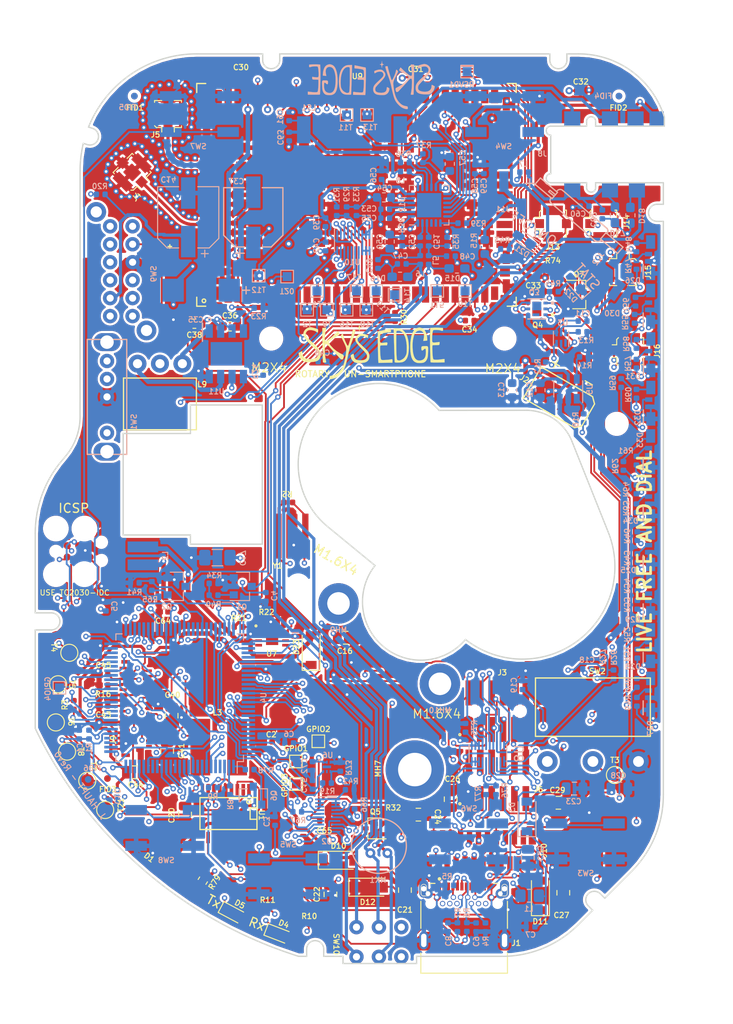
<source format=kicad_pcb>
(kicad_pcb (version 20171130) (host pcbnew 5.1.6+dfsg1-1~bpo10+1)
  (layers (0 L1_GND+GNDA.Cu signal hide) (1 L2_3v3+GNDA.Cu signal) (2 L3_3v8+GNDA.Cu signal) (3 L4_GND.Cu signal) (4 L5_3v8.Cu signal) (31 L6_GND.Cu signal) (34 B.Paste user hide) (35 F.Paste user hide) (36 B.SilkS user) (37 F.SilkS user) (38 B.Mask user hide) (39 F.Mask user) (44 Edge.Cuts user))
  (net 0 "")
  (net 1 /RESET)
  (net 2 GND)
  (net 3 /AREF)
  (net 4 "Net-(C7-Pad1)")
  (net 5 "Net-(C8-Pad1)")
  (net 6 "Net-(C9-Pad1)")
  (net 7 "Net-(C10-Pad2)")
  (net 8 "Net-(D4-Pad2)")
  (net 9 "Net-(D4-Pad1)")
  (net 10 "Net-(D5-Pad1)")
  (net 11 "Net-(D5-Pad2)")
  (net 12 /MISO)
  (net 13 /MOSI)
  (net 14 /SCK)
  (net 15 "Net-(R2-Pad1)")
  (net 16 "Net-(R6-Pad1)")
  (net 17 "Net-(R7-Pad1)")
  (net 18 "Net-(R8-Pad1)")
  (net 19 "Net-(R9-Pad2)")
  (net 20 "Net-(U1-Pad10)")
  (net 21 "Net-(R2-Pad2)")
  (net 22 "Net-(R3-Pad2)")
  (net 23 "Net-(R13-Pad2)")
  (net 24 "Net-(R14-Pad2)")
  (net 25 "Net-(R18-Pad2)")
  (net 26 "Net-(R21-Pad2)")
  (net 27 /CELL_ON)
  (net 28 /CELL_RESET)
  (net 29 +3V8)
  (net 30 "Net-(C11-Pad1)")
  (net 31 "Net-(C11-Pad2)")
  (net 32 VBUS)
  (net 33 "Net-(C14-Pad1)")
  (net 34 +3V3)
  (net 35 +12V)
  (net 36 "Net-(C21-Pad1)")
  (net 37 "Net-(C21-Pad2)")
  (net 38 "/CELL TRANSCEIVER/V_BCKP")
  (net 39 GNDA)
  (net 40 "Net-(C46-Pad1)")
  (net 41 "Net-(C47-Pad1)")
  (net 42 "Net-(C48-Pad1)")
  (net 43 "Net-(C49-Pad1)")
  (net 44 "Net-(C50-Pad1)")
  (net 45 "Net-(C51-Pad1)")
  (net 46 "Net-(C52-Pad1)")
  (net 47 "Net-(C53-Pad1)")
  (net 48 "Net-(C54-Pad1)")
  (net 49 "Net-(C55-Pad1)")
  (net 50 "Net-(C60-Pad1)")
  (net 51 "Net-(C61-Pad1)")
  (net 52 "Net-(D3-Pad2)")
  (net 53 /RELAY_OFF)
  (net 54 "Net-(D21-Pad2)")
  (net 55 "Net-(D22-Pad2)")
  (net 56 "Net-(D25-Pad1)")
  (net 57 "Net-(D25-Pad3)")
  (net 58 "Net-(D26-Pad1)")
  (net 59 "Net-(D26-Pad3)")
  (net 60 "Net-(D27-Pad3)")
  (net 61 "Net-(D27-Pad1)")
  (net 62 "Net-(D28-Pad3)")
  (net 63 "Net-(D28-Pad1)")
  (net 64 "Net-(D29-Pad3)")
  (net 65 "Net-(D29-Pad1)")
  (net 66 "Net-(D30-Pad1)")
  (net 67 "Net-(D30-Pad3)")
  (net 68 "Net-(D31-Pad3)")
  (net 69 "Net-(D31-Pad1)")
  (net 70 "Net-(D32-Pad1)")
  (net 71 "Net-(D32-Pad3)")
  (net 72 "Net-(J1-PadA5)")
  (net 73 "Net-(J1-PadB5)")
  (net 74 /EPD_BUSY)
  (net 75 "/CELL TRANSCEIVER/ANT2")
  (net 76 "/CELL TRANSCEIVER/ANT1")
  (net 77 /SD_CD)
  (net 78 "/OLED DRIVER/OLED_CS_3V3")
  (net 79 "/OLED DRIVER/OLED_RES_3V3")
  (net 80 "Net-(L7-Pad2)")
  (net 81 "Net-(L8-Pad2)")
  (net 82 "Net-(Q3-Pad1)")
  (net 83 "Net-(Q3-Pad2)")
  (net 84 "Net-(Q3-Pad3)")
  (net 85 "Net-(Q3-Pad5)")
  (net 86 "Net-(Q3-Pad6)")
  (net 87 "Net-(Q4-Pad3)")
  (net 88 /MCURX-TO-FTDITX)
  (net 89 /MCUTX-TO-FTDIRX)
  (net 90 "Net-(R19-Pad1)")
  (net 91 /3v3_EN)
  (net 92 "Net-(R20-Pad1)")
  (net 93 LL_OE)
  (net 94 /EPD_CS)
  (net 95 /EPD_RESET)
  (net 96 "/CELL TRANSCEIVER/I2S_SDA")
  (net 97 "/CELL TRANSCEIVER/I2S_SCL")
  (net 98 "Net-(R39-Pad2)")
  (net 99 /LED_TURNINGOFF)
  (net 100 /LED_STAT)
  (net 101 /LED_1A)
  (net 102 /LED_1B)
  (net 103 /LED_2A)
  (net 104 /LED_2B)
  (net 105 /LED_3A)
  (net 106 /LED_3B)
  (net 107 /LED_4A)
  (net 108 /LED_4B)
  (net 109 /LED_5A)
  (net 110 /LED_5B)
  (net 111 /LED_6A)
  (net 112 /LED_6B)
  (net 113 /LED_7A)
  (net 114 /LED_7B)
  (net 115 /LED_8A)
  (net 116 /LED_8B)
  (net 117 /LED_9A)
  (net 118 /LED_9B)
  (net 119 /LED_10A)
  (net 120 /LED_10B)
  (net 121 "Net-(R66-Pad1)")
  (net 122 /SW_MODE2)
  (net 123 /SW_MODE3)
  (net 124 /SW_MULTI1)
  (net 125 /SW_CLEAR)
  (net 126 /SW_MULTI3)
  (net 127 /SW_MULTI2)
  (net 128 /SW_HOOK)
  (net 129 /SW_MULTI4)
  (net 130 /OFFSIGNAL)
  (net 131 /SW_ROTARY)
  (net 132 /CELL_PWR_DET)
  (net 133 /CELL_CTS)
  (net 134 /CELL_RTS)
  (net 135 /OLED_CS)
  (net 136 /SD_CS)
  (net 137 /EPD_DC)
  (net 138 /12v_EN)
  (net 139 /OLED_XRES)
  (net 140 /CELL_RXD)
  (net 141 /CELL_TXD)
  (net 142 "/CELL TRANSCEIVER/HOST_SELECT0")
  (net 143 "/CELL TRANSCEIVER/RXD_1v8")
  (net 144 "/CELL TRANSCEIVER/TXD_1v8")
  (net 145 "/CELL TRANSCEIVER/CTS_1v8")
  (net 146 "/CELL TRANSCEIVER/RTS_1v8")
  (net 147 "/CELL TRANSCEIVER/DCD_1v8")
  (net 148 "/CELL TRANSCEIVER/RI_1v8")
  (net 149 "/CELL TRANSCEIVER/DSR_1v8")
  (net 150 "/CELL TRANSCEIVER/I2S_WA")
  (net 151 "/CELL TRANSCEIVER/HOST_SELECT1")
  (net 152 "/CELL TRANSCEIVER/I2S_TXD")
  (net 153 "/CELL TRANSCEIVER/I2S_RXD")
  (net 154 "/CELL TRANSCEIVER/I2S_GPIO6")
  (net 155 /AUDIO/BLCK)
  (net 156 "Net-(D23-Pad2)")
  (net 157 "Net-(D33-Pad1)")
  (net 158 "Net-(D33-Pad3)")
  (net 159 "Net-(D34-Pad1)")
  (net 160 "Net-(D34-Pad3)")
  (net 161 /VSIM)
  (net 162 /SIM_RST)
  (net 163 /SIM_IO)
  (net 164 /SIM_CLK)
  (net 165 "/ePaper Driver/PREVGH")
  (net 166 "/ePaper Driver/VSH")
  (net 167 "/ePaper Driver/VGH")
  (net 168 "/ePaper Driver/VPP")
  (net 169 "/ePaper Driver/VGL")
  (net 170 "/ePaper Driver/VSL")
  (net 171 "/ePaper Driver/VCOM")
  (net 172 "/ePaper Driver/VDD")
  (net 173 "/ePaper Driver/PREVGL")
  (net 174 /GPIO3)
  (net 175 /GPIO4)
  (net 176 /GPIO2)
  (net 177 "/ePaper Driver/GDR")
  (net 178 "/ePaper Driver/RESE")
  (net 179 "/ePaper Driver/RESET_3v3")
  (net 180 "/ePaper Driver/DC_3v3")
  (net 181 "/ePaper Driver/CS_3v3")
  (net 182 "/ePaper Driver/SCK_3v3")
  (net 183 "/ePaper Driver/MOSI_3v3")
  (net 184 "Net-(J8-Pad1)")
  (net 185 "Net-(RSVD1-Pad1)")
  (net 186 "Net-(J8-Pad10)")
  (net 187 "Net-(T13-Pad1)")
  (net 188 /chg_stat)
  (net 189 "Net-(Q1-Pad1)")
  (net 190 "Net-(Q1-Pad3)")
  (net 191 "Net-(Q2-Pad3)")
  (net 192 "Net-(Q2-Pad1)")
  (net 193 "Net-(Q7-Pad1)")
  (net 194 +BATT)
  (net 195 /POWSW4)
  (net 196 /GPIO1)
  (net 197 "Net-(J11-Pad1)")
  (net 198 "Net-(J12-Pad1)")
  (net 199 "Net-(Q6-Pad1)")
  (net 200 "Net-(R29-Pad1)")
  (net 201 "Net-(R33-Pad1)")
  (net 202 "Net-(R42-Pad1)")
  (net 203 /LED_FILAMENT)
  (net 204 "Net-(R75-Pad1)")
  (net 205 "Net-(R76-Pad1)")
  (net 206 /NET_STAT)
  (net 207 /RINGER+)
  (net 208 "/CELL TRANSCEIVER/SDIO-D0")
  (net 209 "/CELL TRANSCEIVER/SDIO-D1")
  (net 210 "/CELL TRANSCEIVER/SDIO-CLK")
  (net 211 "/CELL TRANSCEIVER/SDIO-CMD")
  (net 212 "/CELL TRANSCEIVER/SDIO-D2")
  (net 213 "/CELL TRANSCEIVER/SDIO-D3")
  (net 214 +1V8)
  (net 215 /PDn)
  (net 216 "/CELL TRANSCEIVER/USB_D+")
  (net 217 "/CELL TRANSCEIVER/USB_D-")
  (net 218 /RINGER-)
  (net 219 "Net-(L9-Pad1)")
  (net 220 "Net-(L9-Pad2)")
  (net 221 "Net-(D1-Pad2)")
  (net 222 "Net-(D1-Pad1)")
  (net 223 /LED_BELL)
  (net 224 "/OLED DRIVER/OLED_VP")
  (net 225 "/OLED DRIVER/OLED_VCOMH")
  (net 226 "/OLED DRIVER/OLED_VLOGIC")
  (net 227 "/OLED DRIVER/OLED_D0-SCL_3V3")
  (net 228 "/OLED DRIVER/OLED_D1-MOSI_3V3")
  (net 229 "/OLED DRIVER/OLED_DC")
  (net 230 "/OLED DRIVER/OLED_IREF")
  (net 231 /OLED_DC)
  (net 232 /SW_MODE1)
  (module MyFootprints:SMTSO-M1.6-1ET (layer L6_GND.Cu) (at 156.8 124.4)
    (fp_text reference MH10 (at 0 3) (layer B.SilkS) (effects (font (size 0.6 0.6) (thickness 0.12)) (justify mirror)))
    (fp_text value MountingHole)
    (pad 1 thru_hole circle (at 0 0.05) (size 4.5 4.5) (drill 2.5) (layers *.Mask L6_GND.Cu))
    (pad 1 thru_hole circle (at 0 0.05) (size 4.5 4.5) (drill 2.5) (layers *.Mask L1_GND+GNDA.Cu))
  )
  (module MyFootprints:SMTSO-M1.6-1ET (layer L6_GND.Cu) (at 145.5 115.45)
    (fp_text reference MH9 (at 0 3) (layer B.SilkS) (effects (font (size 0.6 0.6) (thickness 0.12)) (justify mirror)))
    (fp_text value MountingHole)
    (pad 1 thru_hole circle (at 0 0.05) (size 4.5 4.5) (drill 2.5) (layers *.Mask L6_GND.Cu))
    (pad 1 thru_hole circle (at 0 0.05) (size 4.5 4.5) (drill 2.5) (layers *.Mask L1_GND+GNDA.Cu))
  )
  (module MyFootprints:SMTSO-M2-3ET (layer L1_GND+GNDA.Cu) (at 154 134)
    (fp_text reference MH7 (at -4.1 -0.1 270) (layer F.SilkS) (effects (font (size 0.6 0.6) (thickness 0.12))))
    (fp_text value MountingHole)
    (pad 1 thru_hole circle (at 0 0) (size 6.5 6.5) (drill 3.73) (layers *.Cu *.Mask))
  )
  (module MyFootprints:CellModule_TOBY-L2 (layer L1_GND+GNDA.Cu) (at 147.5 70)
    (fp_text reference U9 (at 0.1 -13.2) (layer F.SilkS) (effects (font (size 0.6 0.6) (thickness 0.12))))
    (fp_text value TOBY-L2 hide)
    (pad 148 smd rect (at 14.65 1.05) (size 1.1 1.1) (layers L1_GND+GNDA.Cu F.Paste F.Mask) (net 39 GNDA))
    (pad 137 smd rect (at 11.05 5.25) (size 1.1 1.1) (layers L1_GND+GNDA.Cu F.Paste F.Mask) (net 39 GNDA))
    (pad 142 smd rect (at 12.85 -1.05) (size 1.1 1.1) (layers L1_GND+GNDA.Cu F.Paste F.Mask) (net 39 GNDA))
    (pad 150 smd rect (at 14.65 -3.15) (size 1.1 1.1) (layers L1_GND+GNDA.Cu F.Paste F.Mask) (net 39 GNDA))
    (pad 141 smd rect (at 12.85 1.05) (size 1.1 1.1) (layers L1_GND+GNDA.Cu F.Paste F.Mask) (net 39 GNDA))
    (pad 138 smd rect (at 11.05 -5.25) (size 1.1 1.1) (layers L1_GND+GNDA.Cu F.Paste F.Mask) (net 39 GNDA))
    (pad 139 smd rect (at 12.85 5.25) (size 1.1 1.1) (layers L1_GND+GNDA.Cu F.Paste F.Mask) (net 39 GNDA))
    (pad 147 smd rect (at 14.65 3.15) (size 1.1 1.1) (layers L1_GND+GNDA.Cu F.Paste F.Mask) (net 39 GNDA))
    (pad 144 smd rect (at 12.85 -5.25) (size 1.1 1.1) (layers L1_GND+GNDA.Cu F.Paste F.Mask) (net 39 GNDA))
    (pad 146 smd rect (at 14.65 5.25) (size 1.1 1.1) (layers L1_GND+GNDA.Cu F.Paste F.Mask) (net 39 GNDA))
    (pad 151 smd rect (at 14.65 -5.25) (size 1.1 1.1) (layers L1_GND+GNDA.Cu F.Paste F.Mask) (net 39 GNDA))
    (pad 149 smd rect (at 14.65 -1.05) (size 1.1 1.1) (layers L1_GND+GNDA.Cu F.Paste F.Mask) (net 39 GNDA))
    (pad 140 smd rect (at 12.85 3.15) (size 1.1 1.1) (layers L1_GND+GNDA.Cu F.Paste F.Mask) (net 39 GNDA))
    (pad 143 smd rect (at 12.85 -3.15) (size 1.1 1.1) (layers L1_GND+GNDA.Cu F.Paste F.Mask) (net 39 GNDA))
    (pad 136 smd rect (at 5.85 -5.25) (size 1.1 1.1) (layers L1_GND+GNDA.Cu F.Paste F.Mask) (net 39 GNDA))
    (pad 125 smd rect (at 4.05 5.25) (size 1.1 1.1) (layers L1_GND+GNDA.Cu F.Paste F.Mask) (net 39 GNDA))
    (pad 126 smd rect (at 4.05 3.15) (size 1.1 1.1) (layers L1_GND+GNDA.Cu F.Paste F.Mask) (net 39 GNDA))
    (pad 129 smd rect (at 4.05 -3.15) (size 1.1 1.1) (layers L1_GND+GNDA.Cu F.Paste F.Mask) (net 39 GNDA))
    (pad 128 smd rect (at 4.05 -1.05) (size 1.1 1.1) (layers L1_GND+GNDA.Cu F.Paste F.Mask) (net 39 GNDA))
    (pad 130 smd rect (at 4.05 -5.25) (size 1.1 1.1) (layers L1_GND+GNDA.Cu F.Paste F.Mask) (net 39 GNDA))
    (pad 134 smd rect (at 5.85 -1.05) (size 1.1 1.1) (layers L1_GND+GNDA.Cu F.Paste F.Mask) (net 39 GNDA))
    (pad 132 smd rect (at 5.85 3.15) (size 1.1 1.1) (layers L1_GND+GNDA.Cu F.Paste F.Mask) (net 39 GNDA))
    (pad 131 smd rect (at 5.85 5.25) (size 1.1 1.1) (layers L1_GND+GNDA.Cu F.Paste F.Mask) (net 39 GNDA))
    (pad 124 smd rect (at 2.25 -5.25) (size 1.1 1.1) (layers L1_GND+GNDA.Cu F.Paste F.Mask) (net 39 GNDA))
    (pad 133 smd rect (at 5.85 1.05) (size 1.1 1.1) (layers L1_GND+GNDA.Cu F.Paste F.Mask) (net 39 GNDA))
    (pad 127 smd rect (at 4.05 1.05) (size 1.1 1.1) (layers L1_GND+GNDA.Cu F.Paste F.Mask) (net 39 GNDA))
    (pad 135 smd rect (at 5.85 -3.15) (size 1.1 1.1) (layers L1_GND+GNDA.Cu F.Paste F.Mask) (net 39 GNDA))
    (pad 123 smd rect (at 2.25 5.25) (size 1.1 1.1) (layers L1_GND+GNDA.Cu F.Paste F.Mask) (net 39 GNDA))
    (pad 122 smd rect (at -2.25 -5.25 180) (size 1.1 1.1) (layers L1_GND+GNDA.Cu F.Paste F.Mask) (net 39 GNDA))
    (pad 114 smd rect (at -5.85 -5.25 180) (size 1.1 1.1) (layers L1_GND+GNDA.Cu F.Paste F.Mask) (net 39 GNDA))
    (pad 112 smd rect (at -5.85 -1.05 180) (size 1.1 1.1) (layers L1_GND+GNDA.Cu F.Paste F.Mask) (net 39 GNDA))
    (pad 117 smd rect (at -4.05 1.05 180) (size 1.1 1.1) (layers L1_GND+GNDA.Cu F.Paste F.Mask) (net 39 GNDA))
    (pad 110 smd rect (at -5.85 3.15 180) (size 1.1 1.1) (layers L1_GND+GNDA.Cu F.Paste F.Mask) (net 39 GNDA))
    (pad 118 smd rect (at -4.05 -1.05 180) (size 1.1 1.1) (layers L1_GND+GNDA.Cu F.Paste F.Mask) (net 39 GNDA))
    (pad 115 smd rect (at -4.05 5.25 180) (size 1.1 1.1) (layers L1_GND+GNDA.Cu F.Paste F.Mask) (net 39 GNDA))
    (pad 109 smd rect (at -5.85 5.25 180) (size 1.1 1.1) (layers L1_GND+GNDA.Cu F.Paste F.Mask) (net 39 GNDA))
    (pad 120 smd rect (at -4.05 -5.25 180) (size 1.1 1.1) (layers L1_GND+GNDA.Cu F.Paste F.Mask) (net 39 GNDA))
    (pad 121 smd rect (at -2.25 5.25 180) (size 1.1 1.1) (layers L1_GND+GNDA.Cu F.Paste F.Mask) (net 39 GNDA))
    (pad 116 smd rect (at -4.05 3.15 180) (size 1.1 1.1) (layers L1_GND+GNDA.Cu F.Paste F.Mask) (net 39 GNDA))
    (pad 119 smd rect (at -4.05 -3.15 180) (size 1.1 1.1) (layers L1_GND+GNDA.Cu F.Paste F.Mask) (net 39 GNDA))
    (pad 113 smd rect (at -5.85 -3.15 180) (size 1.1 1.1) (layers L1_GND+GNDA.Cu F.Paste F.Mask) (net 39 GNDA))
    (pad 111 smd rect (at -5.85 1.05 180) (size 1.1 1.1) (layers L1_GND+GNDA.Cu F.Paste F.Mask) (net 39 GNDA))
    (pad 107 smd rect (at -11.05 5.25 180) (size 1.1 1.1) (layers L1_GND+GNDA.Cu F.Paste F.Mask) (net 39 GNDA))
    (pad 95 smd rect (at -14.65 3.15 180) (size 1.1 1.1) (layers L1_GND+GNDA.Cu F.Paste F.Mask) (net 39 GNDA))
    (pad 102 smd rect (at -12.85 3.15 180) (size 1.1 1.1) (layers L1_GND+GNDA.Cu F.Paste F.Mask) (net 39 GNDA))
    (pad 103 smd rect (at -12.85 1.05 180) (size 1.1 1.1) (layers L1_GND+GNDA.Cu F.Paste F.Mask) (net 39 GNDA))
    (pad 94 smd rect (at -14.65 5.25 180) (size 1.1 1.1) (layers L1_GND+GNDA.Cu F.Paste F.Mask) (net 39 GNDA))
    (pad 96 smd rect (at -14.65 1.05 180) (size 1.1 1.1) (layers L1_GND+GNDA.Cu F.Paste F.Mask) (net 39 GNDA))
    (pad 101 smd rect (at -12.85 5.25 180) (size 1.1 1.1) (layers L1_GND+GNDA.Cu F.Paste F.Mask) (net 39 GNDA))
    (pad 108 smd rect (at -11.05 -5.25 180) (size 1.1 1.1) (layers L1_GND+GNDA.Cu F.Paste F.Mask) (net 39 GNDA))
    (pad 105 smd rect (at -12.85 -3.15 180) (size 1.1 1.1) (layers L1_GND+GNDA.Cu F.Paste F.Mask) (net 39 GNDA))
    (pad 106 smd rect (at -12.85 -5.25 180) (size 1.1 1.1) (layers L1_GND+GNDA.Cu F.Paste F.Mask) (net 39 GNDA))
    (pad 104 smd rect (at -12.85 -1.05 180) (size 1.1 1.1) (layers L1_GND+GNDA.Cu F.Paste F.Mask) (net 39 GNDA))
    (pad 97 smd rect (at -14.65 -1.05 180) (size 1.1 1.1) (layers L1_GND+GNDA.Cu F.Paste F.Mask) (net 39 GNDA))
    (pad 98 smd rect (at -14.65 -3.15 180) (size 1.1 1.1) (layers L1_GND+GNDA.Cu F.Paste F.Mask) (net 39 GNDA))
    (pad 99 smd rect (at -14.65 -5.25 180) (size 1.1 1.1) (layers L1_GND+GNDA.Cu F.Paste F.Mask) (net 39 GNDA))
    (pad 79 smd rect (at -16.5 -5.5 90) (size 0.8 1.8) (layers L1_GND+GNDA.Cu F.Paste F.Mask) (net 39 GNDA))
    (pad 85 smd rect (at -16.5 1.1 90) (size 0.8 1.8) (layers L1_GND+GNDA.Cu F.Paste F.Mask) (net 39 GNDA))
    (pad 81 smd rect (at -16.5 -3.3 90) (size 0.8 1.8) (layers L1_GND+GNDA.Cu F.Paste F.Mask) (net 76 "/CELL TRANSCEIVER/ANT1"))
    (pad 86 smd rect (at -16.5 2.2 90) (size 0.8 1.8) (layers L1_GND+GNDA.Cu F.Paste F.Mask) (net 39 GNDA))
    (pad 82 smd rect (at -16.5 -2.2 90) (size 0.8 1.8) (layers L1_GND+GNDA.Cu F.Paste F.Mask) (net 39 GNDA))
    (pad 87 smd rect (at -16.5 3.3 90) (size 0.8 1.8) (layers L1_GND+GNDA.Cu F.Paste F.Mask) (net 75 "/CELL TRANSCEIVER/ANT2"))
    (pad 80 smd rect (at -16.5 -4.4 90) (size 0.8 1.8) (layers L1_GND+GNDA.Cu F.Paste F.Mask) (net 39 GNDA))
    (pad 84 smd rect (at -16.5 0 90) (size 0.8 1.8) (layers L1_GND+GNDA.Cu F.Paste F.Mask))
    (pad 89 smd rect (at -16.5 5.5 90) (size 0.8 1.8) (layers L1_GND+GNDA.Cu F.Paste F.Mask) (net 39 GNDA))
    (pad 88 smd rect (at -16.5 4.4 90) (size 0.8 1.8) (layers L1_GND+GNDA.Cu F.Paste F.Mask) (net 39 GNDA))
    (pad 83 smd rect (at -16.5 -1.1 90) (size 0.8 1.8) (layers L1_GND+GNDA.Cu F.Paste F.Mask) (net 39 GNDA))
    (pad 43 smd rect (at 16.5 -5.5 90) (size 0.8 1.8) (layers L1_GND+GNDA.Cu F.Paste F.Mask))
    (pad 37 smd rect (at 16.5 1.1 90) (size 0.8 1.8) (layers L1_GND+GNDA.Cu F.Paste F.Mask))
    (pad 41 smd rect (at 16.5 -3.3 90) (size 0.8 1.8) (layers L1_GND+GNDA.Cu F.Paste F.Mask))
    (pad 36 smd rect (at 16.5 2.2 90) (size 0.8 1.8) (layers L1_GND+GNDA.Cu F.Paste F.Mask))
    (pad 40 smd rect (at 16.5 -2.2 90) (size 0.8 1.8) (layers L1_GND+GNDA.Cu F.Paste F.Mask))
    (pad 35 smd rect (at 16.5 3.3 90) (size 0.8 1.8) (layers L1_GND+GNDA.Cu F.Paste F.Mask))
    (pad 42 smd rect (at 16.5 -4.4 90) (size 0.8 1.8) (layers L1_GND+GNDA.Cu F.Paste F.Mask))
    (pad 38 smd rect (at 16.5 0 90) (size 0.8 1.8) (layers L1_GND+GNDA.Cu F.Paste F.Mask))
    (pad 33 smd rect (at 16.5 5.5 90) (size 0.8 1.8) (layers L1_GND+GNDA.Cu F.Paste F.Mask))
    (pad 34 smd rect (at 16.5 4.4 90) (size 0.8 1.8) (layers L1_GND+GNDA.Cu F.Paste F.Mask))
    (pad 39 smd rect (at 16.5 -1.1 90) (size 0.8 1.8) (layers L1_GND+GNDA.Cu F.Paste F.Mask))
    (pad 46 smd rect (at 16.7 -10.15) (size 0.8 1.5) (layers L1_GND+GNDA.Cu F.Paste F.Mask) (net 39 GNDA))
    (pad 54 smd rect (at 7.7 -11.1 180) (size 0.8 1.8) (layers L1_GND+GNDA.Cu F.Paste F.Mask) (net 97 "/CELL TRANSCEIVER/I2S_SCL"))
    (pad 58 smd rect (at 3.3 -11.1 180) (size 0.8 1.8) (layers L1_GND+GNDA.Cu F.Paste F.Mask) (net 162 /SIM_RST))
    (pad 69 smd rect (at -8.8 -11.1 180) (size 0.8 1.8) (layers L1_GND+GNDA.Cu F.Paste F.Mask) (net 39 GNDA))
    (pad 49 smd rect (at 13.2 -11.1 180) (size 0.8 1.8) (layers L1_GND+GNDA.Cu F.Paste F.Mask) (net 185 "Net-(RSVD1-Pad1)"))
    (pad 67 smd rect (at -6.6 -11.1 180) (size 0.8 1.8) (layers L1_GND+GNDA.Cu F.Paste F.Mask) (net 213 "/CELL TRANSCEIVER/SDIO-D3"))
    (pad 73 smd rect (at -13.2 -11.1 180) (size 0.8 1.8) (layers L1_GND+GNDA.Cu F.Paste F.Mask) (net 39 GNDA))
    (pad 63 smd rect (at -2.2 -11.1 180) (size 0.8 1.8) (layers L1_GND+GNDA.Cu F.Paste F.Mask) (net 212 "/CELL TRANSCEIVER/SDIO-D2"))
    (pad 66 smd rect (at -5.5 -11.1 180) (size 0.8 1.8) (layers L1_GND+GNDA.Cu F.Paste F.Mask) (net 208 "/CELL TRANSCEIVER/SDIO-D0"))
    (pad 56 smd rect (at 5.5 -11.1 180) (size 0.8 1.8) (layers L1_GND+GNDA.Cu F.Paste F.Mask) (net 164 /SIM_CLK))
    (pad 52 smd rect (at 9.9 -11.1 180) (size 0.8 1.8) (layers L1_GND+GNDA.Cu F.Paste F.Mask) (net 155 /AUDIO/BLCK))
    (pad 57 smd rect (at 4.4 -11.1 180) (size 0.8 1.8) (layers L1_GND+GNDA.Cu F.Paste F.Mask) (net 163 /SIM_IO))
    (pad 45 smd rect (at 16.55 -8.55) (size 1.1 1.1) (layers L1_GND+GNDA.Cu F.Paste F.Mask))
    (pad 76 smd rect (at -16.7 -10.15 180) (size 0.8 1.5) (layers L1_GND+GNDA.Cu F.Paste F.Mask) (net 39 GNDA))
    (pad 60 smd rect (at 1.1 -11.1 180) (size 0.8 1.8) (layers L1_GND+GNDA.Cu F.Paste F.Mask) (net 187 "Net-(T13-Pad1)"))
    (pad 48 smd rect (at 14.3 -11.1 180) (size 0.8 1.8) (layers L1_GND+GNDA.Cu F.Paste F.Mask))
    (pad 61 smd rect (at 0 -11.1 180) (size 0.8 1.8) (layers L1_GND+GNDA.Cu F.Paste F.Mask) (net 154 "/CELL TRANSCEIVER/I2S_GPIO6"))
    (pad 72 smd rect (at -12.1 -11.1 180) (size 0.8 1.8) (layers L1_GND+GNDA.Cu F.Paste F.Mask) (net 29 +3V8))
    (pad 53 smd rect (at 8.8 -11.1 180) (size 0.8 1.8) (layers L1_GND+GNDA.Cu F.Paste F.Mask) (net 153 "/CELL TRANSCEIVER/I2S_RXD"))
    (pad 100 smd rect (at -14.95 -8.55 270) (size 0.8 1.5) (layers L1_GND+GNDA.Cu F.Paste F.Mask) (net 39 GNDA))
    (pad 78 smd rect (at -16.7 -6.95 180) (size 0.8 1.5) (layers L1_GND+GNDA.Cu F.Paste F.Mask) (net 39 GNDA))
    (pad 77 smd rect (at -16.55 -8.55 180) (size 1.1 1.1) (layers L1_GND+GNDA.Cu F.Paste F.Mask))
    (pad 44 smd rect (at 16.7 -6.95) (size 0.8 1.5) (layers L1_GND+GNDA.Cu F.Paste F.Mask) (net 39 GNDA))
    (pad 68 smd rect (at -7.7 -11.1 180) (size 0.8 1.8) (layers L1_GND+GNDA.Cu F.Paste F.Mask) (net 209 "/CELL TRANSCEIVER/SDIO-D1"))
    (pad 75 smd rect (at -15.4 -10.95 180) (size 0.8 1.5) (layers L1_GND+GNDA.Cu F.Paste F.Mask))
    (pad 152 smd rect (at 14.95 -8.55 90) (size 0.8 1.5) (layers L1_GND+GNDA.Cu F.Paste F.Mask) (net 39 GNDA))
    (pad 59 smd rect (at 2.2 -11.1 180) (size 0.8 1.8) (layers L1_GND+GNDA.Cu F.Paste F.Mask) (net 161 /VSIM))
    (pad 51 smd rect (at 11 -11.1 180) (size 0.8 1.8) (layers L1_GND+GNDA.Cu F.Paste F.Mask) (net 152 "/CELL TRANSCEIVER/I2S_TXD"))
    (pad 62 smd rect (at -1.1 -11.1 180) (size 0.8 1.8) (layers L1_GND+GNDA.Cu F.Paste F.Mask) (net 151 "/CELL TRANSCEIVER/HOST_SELECT1"))
    (pad 70 smd rect (at -9.9 -11.1 180) (size 0.8 1.8) (layers L1_GND+GNDA.Cu F.Paste F.Mask) (net 29 +3V8))
    (pad 74 smd rect (at -14.3 -11.1 180) (size 0.8 1.8) (layers L1_GND+GNDA.Cu F.Paste F.Mask) (net 39 GNDA))
    (pad 71 smd rect (at -11 -11.1 180) (size 0.8 1.8) (layers L1_GND+GNDA.Cu F.Paste F.Mask) (net 29 +3V8))
    (pad 64 smd rect (at -3.3 -11.1 180) (size 0.8 1.8) (layers L1_GND+GNDA.Cu F.Paste F.Mask) (net 210 "/CELL TRANSCEIVER/SDIO-CLK"))
    (pad 55 smd rect (at 6.6 -11.1 180) (size 0.8 1.8) (layers L1_GND+GNDA.Cu F.Paste F.Mask) (net 96 "/CELL TRANSCEIVER/I2S_SDA"))
    (pad 50 smd rect (at 12.1 -11.1 180) (size 0.8 1.8) (layers L1_GND+GNDA.Cu F.Paste F.Mask) (net 150 "/CELL TRANSCEIVER/I2S_WA"))
    (pad 47 smd rect (at 15.4 -10.95 180) (size 0.8 1.5) (layers L1_GND+GNDA.Cu F.Paste F.Mask))
    (pad 65 smd rect (at -4.4 -11.1 180) (size 0.8 1.8) (layers L1_GND+GNDA.Cu F.Paste F.Mask) (net 211 "/CELL TRANSCEIVER/SDIO-CMD"))
    (pad 31 smd rect (at 16.55 8.55) (size 1.1 1.1) (layers L1_GND+GNDA.Cu F.Paste F.Mask))
    (pad 30 smd rect (at 16.7 10.15) (size 0.8 1.5) (layers L1_GND+GNDA.Cu F.Paste F.Mask) (net 39 GNDA))
    (pad 32 smd rect (at 16.7 6.95) (size 0.8 1.5) (layers L1_GND+GNDA.Cu F.Paste F.Mask) (net 39 GNDA))
    (pad 145 smd rect (at 14.95 8.55 90) (size 0.8 1.5) (layers L1_GND+GNDA.Cu F.Paste F.Mask) (net 39 GNDA))
    (pad 1 smd rect (at -15.4 10.95) (size 0.8 1.5) (layers L1_GND+GNDA.Cu F.Paste F.Mask))
    (pad 2 smd rect (at -14.3 11.1) (size 0.8 1.8) (layers L1_GND+GNDA.Cu F.Paste F.Mask) (net 39 GNDA))
    (pad 3 smd rect (at -13.2 11.1) (size 0.8 1.8) (layers L1_GND+GNDA.Cu F.Paste F.Mask) (net 38 "/CELL TRANSCEIVER/V_BCKP"))
    (pad 4 smd rect (at -12.1 11.1) (size 0.8 1.8) (layers L1_GND+GNDA.Cu F.Paste F.Mask))
    (pad 5 smd rect (at -11 11.1) (size 0.8 1.8) (layers L1_GND+GNDA.Cu F.Paste F.Mask) (net 214 +1V8))
    (pad 6 smd rect (at -9.9 11.1) (size 0.8 1.8) (layers L1_GND+GNDA.Cu F.Paste F.Mask) (net 39 GNDA))
    (pad 7 smd rect (at -8.8 11.1) (size 0.8 1.8) (layers L1_GND+GNDA.Cu F.Paste F.Mask))
    (pad 8 smd rect (at -7.7 11.1) (size 0.8 1.8) (layers L1_GND+GNDA.Cu F.Paste F.Mask))
    (pad 9 smd rect (at -6.6 11.1) (size 0.8 1.8) (layers L1_GND+GNDA.Cu F.Paste F.Mask))
    (pad 10 smd rect (at -5.5 11.1) (size 0.8 1.8) (layers L1_GND+GNDA.Cu F.Paste F.Mask) (net 149 "/CELL TRANSCEIVER/DSR_1v8"))
    (pad 11 smd rect (at -4.4 11.1) (size 0.8 1.8) (layers L1_GND+GNDA.Cu F.Paste F.Mask) (net 148 "/CELL TRANSCEIVER/RI_1v8"))
    (pad 12 smd rect (at -3.3 11.1) (size 0.8 1.8) (layers L1_GND+GNDA.Cu F.Paste F.Mask) (net 147 "/CELL TRANSCEIVER/DCD_1v8"))
    (pad 13 smd rect (at -2.2 11.1) (size 0.8 1.8) (layers L1_GND+GNDA.Cu F.Paste F.Mask) (net 39 GNDA))
    (pad 14 smd rect (at -1.1 11.1) (size 0.8 1.8) (layers L1_GND+GNDA.Cu F.Paste F.Mask) (net 146 "/CELL TRANSCEIVER/RTS_1v8"))
    (pad 15 smd rect (at 0 11.1) (size 0.8 1.8) (layers L1_GND+GNDA.Cu F.Paste F.Mask) (net 145 "/CELL TRANSCEIVER/CTS_1v8"))
    (pad 16 smd rect (at 1.1 11.1) (size 0.8 1.8) (layers L1_GND+GNDA.Cu F.Paste F.Mask) (net 144 "/CELL TRANSCEIVER/TXD_1v8"))
    (pad 17 smd rect (at 2.2 11.1) (size 0.8 1.8) (layers L1_GND+GNDA.Cu F.Paste F.Mask) (net 143 "/CELL TRANSCEIVER/RXD_1v8"))
    (pad 18 smd rect (at 3.3 11.1) (size 0.8 1.8) (layers L1_GND+GNDA.Cu F.Paste F.Mask))
    (pad 19 smd rect (at 4.4 11.1) (size 0.8 1.8) (layers L1_GND+GNDA.Cu F.Paste F.Mask))
    (pad 20 smd rect (at 5.5 11.1) (size 0.8 1.8) (layers L1_GND+GNDA.Cu F.Paste F.Mask) (net 191 "Net-(Q2-Pad3)"))
    (pad 21 smd rect (at 6.6 11.1) (size 0.8 1.8) (layers L1_GND+GNDA.Cu F.Paste F.Mask))
    (pad 22 smd rect (at 7.7 11.1) (size 0.8 1.8) (layers L1_GND+GNDA.Cu F.Paste F.Mask))
    (pad 23 smd rect (at 8.8 11.1) (size 0.8 1.8) (layers L1_GND+GNDA.Cu F.Paste F.Mask) (net 190 "Net-(Q1-Pad3)"))
    (pad 24 smd rect (at 9.9 11.1) (size 0.8 1.8) (layers L1_GND+GNDA.Cu F.Paste F.Mask))
    (pad 25 smd rect (at 11 11.1) (size 0.8 1.8) (layers L1_GND+GNDA.Cu F.Paste F.Mask) (net 206 /NET_STAT))
    (pad 26 smd rect (at 12.1 11.1) (size 0.8 1.8) (layers L1_GND+GNDA.Cu F.Paste F.Mask) (net 142 "/CELL TRANSCEIVER/HOST_SELECT0"))
    (pad 27 smd rect (at 13.2 11.1) (size 0.8 1.8) (layers L1_GND+GNDA.Cu F.Paste F.Mask) (net 217 "/CELL TRANSCEIVER/USB_D-"))
    (pad 28 smd rect (at 14.3 11.1) (size 0.8 1.8) (layers L1_GND+GNDA.Cu F.Paste F.Mask) (net 216 "/CELL TRANSCEIVER/USB_D+"))
    (pad 29 smd rect (at 15.4 10.95) (size 0.8 1.5) (layers L1_GND+GNDA.Cu F.Paste F.Mask))
    (pad 90 smd rect (at -16.7 6.95 180) (size 0.8 1.5) (layers L1_GND+GNDA.Cu F.Paste F.Mask) (net 39 GNDA))
    (pad 91 smd rect (at -16.55 8.55 180) (size 1.1 1.1) (layers L1_GND+GNDA.Cu F.Paste F.Mask))
    (pad 93 smd rect (at -14.95 8.55 270) (size 0.8 1.5) (layers L1_GND+GNDA.Cu F.Paste F.Mask) (net 39 GNDA))
    (pad 92 smd rect (at -16.7 10.15 180) (size 0.8 1.5) (layers L1_GND+GNDA.Cu F.Paste F.Mask) (net 39 GNDA))
  )
  (module "MyFootprints:Hirose_FPC_FH26W-31S-0.3SHW(60)" (layer L1_GND+GNDA.Cu) (at 121.5 127.2 270)
    (fp_text reference J9 (at 3.5 1.1 90) (layer F.SilkS) (effects (font (size 0.6 0.6) (thickness 0.12))))
    (fp_text value FPC hide)
    (pad "" smd rect (at 5.2 -0.275 270) (size 0.4 0.95) (layers L1_GND+GNDA.Cu F.Paste F.Mask))
    (pad "" smd rect (at -5.2 -0.275 270) (size 0.4 0.95) (layers L1_GND+GNDA.Cu F.Paste F.Mask))
    (pad 30 smd rect (at 4.2 -2.875 270) (size 0.3 0.65) (layers L1_GND+GNDA.Cu F.Paste F.Mask))
    (pad 28 smd rect (at 3.6 -2.875 270) (size 0.3 0.65) (layers L1_GND+GNDA.Cu F.Paste F.Mask) (net 2 GND))
    (pad 26 smd rect (at 3 -2.875 270) (size 0.3 0.65) (layers L1_GND+GNDA.Cu F.Paste F.Mask) (net 2 GND))
    (pad 24 smd rect (at 2.4 -2.875 270) (size 0.3 0.65) (layers L1_GND+GNDA.Cu F.Paste F.Mask) (net 2 GND))
    (pad 22 smd rect (at 1.8 -2.875 270) (size 0.3 0.65) (layers L1_GND+GNDA.Cu F.Paste F.Mask) (net 227 "/OLED DRIVER/OLED_D0-SCL_3V3"))
    (pad 20 smd rect (at 1.2 -2.875 270) (size 0.3 0.65) (layers L1_GND+GNDA.Cu F.Paste F.Mask) (net 2 GND))
    (pad 18 smd rect (at 0.6 -2.875 270) (size 0.3 0.65) (layers L1_GND+GNDA.Cu F.Paste F.Mask) (net 79 "/OLED DRIVER/OLED_RES_3V3"))
    (pad 16 smd rect (at 0 -2.875 270) (size 0.3 0.65) (layers L1_GND+GNDA.Cu F.Paste F.Mask) (net 2 GND))
    (pad 14 smd rect (at -0.6 -2.875 270) (size 0.3 0.65) (layers L1_GND+GNDA.Cu F.Paste F.Mask) (net 2 GND))
    (pad 12 smd rect (at -1.2 -2.875 270) (size 0.3 0.65) (layers L1_GND+GNDA.Cu F.Paste F.Mask) (net 34 +3V3))
    (pad 10 smd rect (at -1.8 -2.875 270) (size 0.3 0.65) (layers L1_GND+GNDA.Cu F.Paste F.Mask) (net 2 GND))
    (pad 8 smd rect (at -2.4 -2.875 270) (size 0.3 0.65) (layers L1_GND+GNDA.Cu F.Paste F.Mask) (net 35 +12V))
    (pad 6 smd rect (at -3 -2.875 270) (size 0.3 0.65) (layers L1_GND+GNDA.Cu F.Paste F.Mask) (net 35 +12V))
    (pad 4 smd rect (at -3.6 -2.875 270) (size 0.3 0.65) (layers L1_GND+GNDA.Cu F.Paste F.Mask) (net 225 "/OLED DRIVER/OLED_VCOMH"))
    (pad 2 smd rect (at -4.2 -2.875 270) (size 0.3 0.65) (layers L1_GND+GNDA.Cu F.Paste F.Mask) (net 35 +12V))
    (pad 31 smd rect (at 4.5 0 270) (size 0.3 0.8) (layers L1_GND+GNDA.Cu F.Paste F.Mask) (net 35 +12V))
    (pad 29 smd rect (at 3.9 0 270) (size 0.3 0.8) (layers L1_GND+GNDA.Cu F.Paste F.Mask) (net 2 GND))
    (pad 27 smd rect (at 3.3 0 270) (size 0.3 0.8) (layers L1_GND+GNDA.Cu F.Paste F.Mask) (net 2 GND))
    (pad 25 smd rect (at 2.7 0 270) (size 0.3 0.8) (layers L1_GND+GNDA.Cu F.Paste F.Mask) (net 2 GND))
    (pad 23 smd rect (at 2.1 0 270) (size 0.3 0.8) (layers L1_GND+GNDA.Cu F.Paste F.Mask) (net 228 "/OLED DRIVER/OLED_D1-MOSI_3V3"))
    (pad 21 smd rect (at 1.5 0 270) (size 0.3 0.8) (layers L1_GND+GNDA.Cu F.Paste F.Mask) (net 2 GND))
    (pad 19 smd rect (at 0.9 0 270) (size 0.3 0.8) (layers L1_GND+GNDA.Cu F.Paste F.Mask) (net 229 "/OLED DRIVER/OLED_DC"))
    (pad 17 smd rect (at 0.3 0 270) (size 0.3 0.8) (layers L1_GND+GNDA.Cu F.Paste F.Mask) (net 78 "/OLED DRIVER/OLED_CS_3V3"))
    (pad 15 smd rect (at -0.3 0 270) (size 0.3 0.8) (layers L1_GND+GNDA.Cu F.Paste F.Mask) (net 34 +3V3))
    (pad 13 smd rect (at -0.9 0 270) (size 0.3 0.8) (layers L1_GND+GNDA.Cu F.Paste F.Mask) (net 2 GND))
    (pad 11 smd rect (at -1.5 0 270) (size 0.3 0.8) (layers L1_GND+GNDA.Cu F.Paste F.Mask) (net 2 GND))
    (pad 9 smd rect (at -2.1 0 270) (size 0.3 0.8) (layers L1_GND+GNDA.Cu F.Paste F.Mask))
    (pad 7 smd rect (at -2.7 0 270) (size 0.3 0.8) (layers L1_GND+GNDA.Cu F.Paste F.Mask) (net 230 "/OLED DRIVER/OLED_IREF"))
    (pad 5 smd rect (at -3.3 0 270) (size 0.3 0.8) (layers L1_GND+GNDA.Cu F.Paste F.Mask) (net 226 "/OLED DRIVER/OLED_VLOGIC"))
    (pad 3 smd rect (at -3.9 0 270) (size 0.3 0.8) (layers L1_GND+GNDA.Cu F.Paste F.Mask) (net 224 "/OLED DRIVER/OLED_VP"))
    (pad 1 smd rect (at -4.5 0 270) (size 0.3 0.8) (layers L1_GND+GNDA.Cu F.Paste F.Mask))
  )
  (module Resistor_SMD:R_0402_1005Metric (layer L1_GND+GNDA.Cu) (at 119.3 124.6 180)
    (fp_text reference R16 (at 0.03 -1.01) (layer F.SilkS) (effects (font (size 0.6 0.61) (thickness 0.12))))
    (fp_text value 510k)
    (pad 2 smd roundrect (at 0.485 0 180) (size 0.59 0.64) (layers L1_GND+GNDA.Cu F.Paste F.Mask) (net 2 GND))
    (pad 1 smd roundrect (at -0.485 0 180) (size 0.59 0.64) (layers L1_GND+GNDA.Cu F.Paste F.Mask) (net 230 "/OLED DRIVER/OLED_IREF"))
  )
  (module Capacitor_SMD:C_0402_1005Metric (layer L1_GND+GNDA.Cu) (at 119.3 123.4)
    (fp_text reference C45 (at 0 -1.02) (layer F.SilkS) (effects (font (size 0.6 0.6) (thickness 0.12))))
    (fp_text value 1uF)
    (pad 2 smd roundrect (at 0.485 0) (size 0.59 0.64) (layers L1_GND+GNDA.Cu F.Paste F.Mask) (net 226 "/OLED DRIVER/OLED_VLOGIC"))
    (pad 1 smd roundrect (at -0.485 0) (size 0.59 0.64) (layers L1_GND+GNDA.Cu F.Paste F.Mask) (net 2 GND))
  )
  (module Capacitor_SMD:C_0805_2012Metric (layer L1_GND+GNDA.Cu) (at 122.8 134.3)
    (fp_text reference C44 (at 0.1 1.4) (layer F.SilkS) (effects (font (size 0.6 0.6) (thickness 0.12))))
    (fp_text value 4.7uF/25V)
    (pad 2 smd roundrect (at 0.9375 0) (size 0.975 1.4) (layers L1_GND+GNDA.Cu F.Paste F.Mask) (net 2 GND))
    (pad 1 smd roundrect (at -0.9375 0) (size 0.975 1.4) (layers L1_GND+GNDA.Cu F.Paste F.Mask) (net 35 +12V))
  )
  (module Capacitor_SMD:C_0402_1005Metric (layer L1_GND+GNDA.Cu) (at 119.3 126.9)
    (fp_text reference C43 (at 0 1) (layer F.SilkS) (effects (font (size 0.6 0.6) (thickness 0.12))))
    (fp_text value 1uF)
    (pad 2 smd roundrect (at 0.485 0) (size 0.59 0.64) (layers L1_GND+GNDA.Cu F.Paste F.Mask) (net 34 +3V3))
    (pad 1 smd roundrect (at -0.485 0) (size 0.59 0.64) (layers L1_GND+GNDA.Cu F.Paste F.Mask) (net 2 GND))
  )
  (module Capacitor_SMD:C_0805_2012Metric (layer L1_GND+GNDA.Cu) (at 126.4 131.9375 270)
    (fp_text reference C41 (at 0 -1.6 90) (layer F.SilkS) (effects (font (size 0.6 0.6) (thickness 0.12))))
    (fp_text value 4.7uF/10V)
    (pad 2 smd roundrect (at 0.9375 0 270) (size 0.975 1.4) (layers L1_GND+GNDA.Cu F.Paste F.Mask) (net 2 GND))
    (pad 1 smd roundrect (at -0.9375 0 270) (size 0.975 1.4) (layers L1_GND+GNDA.Cu F.Paste F.Mask) (net 225 "/OLED DRIVER/OLED_VCOMH"))
  )
  (module Capacitor_SMD:C_0805_2012Metric (layer L1_GND+GNDA.Cu) (at 126.9 128 270)
    (fp_text reference C40 (at -2.3 -0.1 180) (layer F.SilkS) (effects (font (size 0.6 0.6) (thickness 0.12))))
    (fp_text value 1uF/16V)
    (pad 2 smd roundrect (at 0.9375 0 270) (size 0.975 1.4) (layers L1_GND+GNDA.Cu F.Paste F.Mask) (net 2 GND))
    (pad 1 smd roundrect (at -0.9375 0 270) (size 0.975 1.4) (layers L1_GND+GNDA.Cu F.Paste F.Mask) (net 224 "/OLED DRIVER/OLED_VP"))
  )
  (module MyFootprints:Osram_1212 (layer L1_GND+GNDA.Cu) (at 127 144.6 53)
    (fp_text reference D1 (at -0.925811 -2.557904 143) (layer F.SilkS) (effects (font (size 0.6 0.6) (thickness 0.12))))
    (fp_text value LED)
    (pad 2 smd rect (at 0 1.65 53) (size 0.8 0.5) (layers L1_GND+GNDA.Cu F.Paste F.Mask) (net 221 "Net-(D1-Pad2)"))
    (pad 2 smd rect (at 0 1.1 53) (size 2.15 0.6) (layers L1_GND+GNDA.Cu F.Paste F.Mask) (net 221 "Net-(D1-Pad2)"))
    (pad 1 smd rect (at 0 -1.625 53) (size 0.8 0.5) (layers L1_GND+GNDA.Cu F.Paste F.Mask) (net 222 "Net-(D1-Pad1)"))
    (pad 1 smd rect (at 0 -0.5 53) (size 2.4 1.75) (layers L1_GND+GNDA.Cu F.Paste F.Mask) (net 222 "Net-(D1-Pad1)"))
  )
  (module Resistor_SMD:R_0603_1608Metric (layer L1_GND+GNDA.Cu) (at 130.373929 146.371075 58)
    (fp_text reference R79 (at 0.542769 1.218771 58) (layer F.SilkS) (effects (font (size 0.6 0.6) (thickness 0.12))))
    (fp_text value 18R)
    (pad 2 smd roundrect (at 0.7875 0 58) (size 0.875 0.95) (layers L1_GND+GNDA.Cu F.Paste F.Mask) (net 29 +3V8))
    (pad 1 smd roundrect (at -0.7875 0 58) (size 0.875 0.95) (layers L1_GND+GNDA.Cu F.Paste F.Mask) (net 221 "Net-(D1-Pad2)"))
  )
  (module Resistor_SMD:R_0402_1005Metric (layer L6_GND.Cu) (at 135.6 134 180)
    (fp_text reference R78 (at -1.8 -0.1) (layer B.SilkS) (effects (font (size 0.6 0.6) (thickness 0.12)) (justify mirror)))
    (fp_text value 1k)
    (pad 2 smd roundrect (at 0.485 0 180) (size 0.59 0.64) (layers L6_GND.Cu B.Paste B.Mask) (net 223 /LED_BELL))
    (pad 1 smd roundrect (at -0.485 0 180) (size 0.59 0.64) (layers L6_GND.Cu B.Paste B.Mask) (net 199 "Net-(Q6-Pad1)"))
  )
  (module Package_TO_SOT_SMD:SOT-23 (layer L6_GND.Cu) (at 136 136.9 90)
    (fp_text reference Q6 (at 0 2.3 90) (layer B.SilkS) (effects (font (size 0.6 0.6) (thickness 0.12)) (justify mirror)))
    (fp_text value MMBT3904)
    (pad 3 smd rect (at 1 0 90) (size 0.9 0.8) (layers L6_GND.Cu B.Paste B.Mask) (net 222 "Net-(D1-Pad1)"))
    (pad 2 smd rect (at -1 -0.95 90) (size 0.9 0.8) (layers L6_GND.Cu B.Paste B.Mask) (net 2 GND))
    (pad 1 smd rect (at -1 0.95 90) (size 0.9 0.8) (layers L6_GND.Cu B.Paste B.Mask) (net 199 "Net-(Q6-Pad1)"))
  )
  (module MyFootprints:SO-8EP (layer L6_GND.Cu) (at 133 87.7)
    (fp_text reference U11 (at -1.1 4.2) (layer B.SilkS) (effects (font (size 0.6 0.6) (thickness 0.12)) (justify mirror)))
    (fp_text value ZXBM5210-SP-13)
    (pad 9 smd rect (at 0 0) (size 3.5 2.61) (layers L6_GND.Cu B.Paste B.Mask))
    (pad 8 smd rect (at -1.905 2.54) (size 0.8 1.5) (layers L6_GND.Cu B.Paste B.Mask) (net 2 GND))
    (pad 7 smd rect (at -0.635 2.54) (size 0.8 1.5) (layers L6_GND.Cu B.Paste B.Mask) (net 220 "Net-(L9-Pad2)"))
    (pad 6 smd rect (at 0.635 2.54) (size 0.8 1.5) (layers L6_GND.Cu B.Paste B.Mask) (net 35 +12V))
    (pad 5 smd rect (at 1.905 2.54) (size 0.8 1.5) (layers L6_GND.Cu B.Paste B.Mask) (net 218 /RINGER-))
    (pad 4 smd rect (at 1.905 -2.54) (size 0.8 1.5) (layers L6_GND.Cu B.Paste B.Mask) (net 207 /RINGER+))
    (pad 3 smd rect (at 0.635 -2.54) (size 0.8 1.5) (layers L6_GND.Cu B.Paste B.Mask) (net 35 +12V))
    (pad 2 smd rect (at -0.635 -2.54) (size 0.8 1.5) (layers L6_GND.Cu B.Paste B.Mask) (net 35 +12V))
    (pad 1 smd rect (at -1.905 -2.54) (size 0.8 1.5) (layers L6_GND.Cu B.Paste B.Mask) (net 219 "Net-(L9-Pad1)"))
  )
  (module Resistor_SMD:R_0402_1005Metric (layer L6_GND.Cu) (at 136.6 82.6)
    (fp_text reference R23 (at 0 0.94) (layer B.SilkS) (effects (font (size 0.6 0.6) (thickness 0.12)) (justify mirror)))
    (fp_text value 1M)
    (pad 2 smd roundrect (at 0.485 0) (size 0.59 0.64) (layers L6_GND.Cu B.Paste B.Mask) (net 2 GND))
    (pad 1 smd roundrect (at -0.485 0) (size 0.59 0.64) (layers L6_GND.Cu B.Paste B.Mask) (net 207 /RINGER+))
  )
  (module Capacitor_SMD:C_0603_1608Metric (layer L1_GND+GNDA.Cu) (at 129.4375 84.35)
    (fp_text reference C38 (at 0 1.25) (layer F.SilkS) (effects (font (size 0.6 0.6) (thickness 0.12))))
    (fp_text value 1uF)
    (pad 2 smd roundrect (at 0.7875 0) (size 0.875 0.95) (layers L1_GND+GNDA.Cu F.Paste F.Mask) (net 35 +12V))
    (pad 1 smd roundrect (at -0.7875 0) (size 0.875 0.95) (layers L1_GND+GNDA.Cu F.Paste F.Mask) (net 2 GND))
  )
  (module Capacitor_SMD:C_0603_1608Metric (layer L1_GND+GNDA.Cu) (at 133.4 84.65)
    (fp_text reference C36 (at 0 -1.2) (layer F.SilkS) (effects (font (size 0.6 0.6) (thickness 0.12))))
    (fp_text value 1uF)
    (pad 2 smd roundrect (at 0.7875 0) (size 0.875 0.95) (layers L1_GND+GNDA.Cu F.Paste F.Mask) (net 2 GND))
    (pad 1 smd roundrect (at -0.7875 0) (size 0.875 0.95) (layers L1_GND+GNDA.Cu F.Paste F.Mask) (net 35 +12V))
  )
  (module Connector_Coaxial:U.FL_Molex_MCRF_73412-0110_Vertical (layer L1_GND+GNDA.Cu) (at 178 87.4 270)
    (fp_text reference J16 (at 0 -3 90) (layer F.SilkS) (effects (font (size 0.6 0.6) (thickness 0.12))))
    (fp_text value U.FL)
    (pad 1 smd rect (at 0 1.5 270) (size 1 1) (layers L1_GND+GNDA.Cu F.Paste F.Mask) (net 216 "/CELL TRANSCEIVER/USB_D+"))
    (pad 2 smd rect (at 0 -1.5 270) (size 1 1) (layers L1_GND+GNDA.Cu F.Paste F.Mask) (net 217 "/CELL TRANSCEIVER/USB_D-"))
    (pad 2 smd rect (at 1.475 0 270) (size 1.05 2.2) (layers L1_GND+GNDA.Cu F.Paste F.Mask) (net 217 "/CELL TRANSCEIVER/USB_D-"))
    (pad 2 smd rect (at -1.475 0 270) (size 1.05 2.2) (layers L1_GND+GNDA.Cu F.Paste F.Mask) (net 217 "/CELL TRANSCEIVER/USB_D-"))
  )
  (module Connector_Coaxial:U.FL_Molex_MCRF_73412-0110_Vertical (layer L1_GND+GNDA.Cu) (at 177.2 78.6 180)
    (fp_text reference J15 (at -2.8 0 90) (layer F.SilkS) (effects (font (size 0.6 0.6) (thickness 0.12))))
    (fp_text value U.FL)
    (pad 1 smd rect (at 0 1.5 180) (size 1 1) (layers L1_GND+GNDA.Cu F.Paste F.Mask) (net 212 "/CELL TRANSCEIVER/SDIO-D2"))
    (pad 2 smd rect (at 0 -1.5 180) (size 1 1) (layers L1_GND+GNDA.Cu F.Paste F.Mask) (net 213 "/CELL TRANSCEIVER/SDIO-D3"))
    (pad 2 smd rect (at 1.475 0 180) (size 1.05 2.2) (layers L1_GND+GNDA.Cu F.Paste F.Mask) (net 213 "/CELL TRANSCEIVER/SDIO-D3"))
    (pad 2 smd rect (at -1.475 0 180) (size 1.05 2.2) (layers L1_GND+GNDA.Cu F.Paste F.Mask) (net 213 "/CELL TRANSCEIVER/SDIO-D3"))
  )
  (module Connector_Coaxial:U.FL_Molex_MCRF_73412-0110_Vertical (layer L1_GND+GNDA.Cu) (at 175 73.2 270)
    (fp_text reference J14 (at -0.2 -2.6 90) (layer F.SilkS) (effects (font (size 0.6 0.6) (thickness 0.12))))
    (fp_text value U.FL)
    (pad 1 smd rect (at 0 1.5 270) (size 1 1) (layers L1_GND+GNDA.Cu F.Paste F.Mask) (net 210 "/CELL TRANSCEIVER/SDIO-CLK"))
    (pad 2 smd rect (at 0 -1.5 270) (size 1 1) (layers L1_GND+GNDA.Cu F.Paste F.Mask) (net 211 "/CELL TRANSCEIVER/SDIO-CMD"))
    (pad 2 smd rect (at 1.475 0 270) (size 1.05 2.2) (layers L1_GND+GNDA.Cu F.Paste F.Mask) (net 211 "/CELL TRANSCEIVER/SDIO-CMD"))
    (pad 2 smd rect (at -1.475 0 270) (size 1.05 2.2) (layers L1_GND+GNDA.Cu F.Paste F.Mask) (net 211 "/CELL TRANSCEIVER/SDIO-CMD"))
  )
  (module Connector_Coaxial:U.FL_Molex_MCRF_73412-0110_Vertical (layer L1_GND+GNDA.Cu) (at 169.4 73.2 270)
    (fp_text reference J13 (at 2.6 0 180) (layer F.SilkS) (effects (font (size 0.6 0.6) (thickness 0.12))))
    (fp_text value U.FL)
    (pad 1 smd rect (at 0 1.5 270) (size 1 1) (layers L1_GND+GNDA.Cu F.Paste F.Mask) (net 208 "/CELL TRANSCEIVER/SDIO-D0"))
    (pad 2 smd rect (at 0 -1.5 270) (size 1 1) (layers L1_GND+GNDA.Cu F.Paste F.Mask) (net 209 "/CELL TRANSCEIVER/SDIO-D1"))
    (pad 2 smd rect (at 1.475 0 270) (size 1.05 2.2) (layers L1_GND+GNDA.Cu F.Paste F.Mask) (net 209 "/CELL TRANSCEIVER/SDIO-D1"))
    (pad 2 smd rect (at -1.475 0 270) (size 1.05 2.2) (layers L1_GND+GNDA.Cu F.Paste F.Mask) (net 209 "/CELL TRANSCEIVER/SDIO-D1"))
  )
  (module MyFootprints:Speaker_PUI_AR01232MS-SC12-WP-R (layer L6_GND.Cu) (at 147 60.5 180)
    (fp_text reference LS1 (at 4.8 0.2) (layer B.SilkS) (effects (font (size 0.6 0.6) (thickness 0.12)) (justify mirror)))
    (fp_text value Speaker hide)
    (pad 2 smd rect (at 5.375 -2.25 180) (size 1.5 3) (layers L6_GND.Cu B.Mask) (net 51 "Net-(C61-Pad1)"))
    (pad 1 smd rect (at -5.375 -2.25 180) (size 1.5 3) (layers L6_GND.Cu B.Paste B.Mask) (net 186 "Net-(J8-Pad10)"))
  )
  (module Package_SON:USON-20_2x4mm_P0.4mm (layer L6_GND.Cu) (at 162.15 132.22 90)
    (fp_text reference U8 (at 0 3.5 90) (layer B.SilkS) (effects (justify mirror)))
    (fp_text value TXB0108DQS)
    (pad 1 smd rect (at -0.85 1.8 180) (size 0.2 1.1) (layers L6_GND.Cu B.Paste B.Mask) (net 182 "/ePaper Driver/SCK_3v3"))
    (pad 2 smd rect (at -0.9 1.4 180) (size 0.2 1) (layers L6_GND.Cu B.Paste B.Mask) (net 183 "/ePaper Driver/MOSI_3v3"))
    (pad 3 smd rect (at -0.9 1 180) (size 0.2 1) (layers L6_GND.Cu B.Paste B.Mask) (net 181 "/ePaper Driver/CS_3v3"))
    (pad 4 smd rect (at -0.9 0.6 180) (size 0.2 1) (layers L6_GND.Cu B.Paste B.Mask) (net 180 "/ePaper Driver/DC_3v3"))
    (pad 5 smd rect (at -0.9 0.2 180) (size 0.2 1) (layers L6_GND.Cu B.Paste B.Mask) (net 34 +3V3))
    (pad 6 smd rect (at -0.9 -0.2 180) (size 0.2 1) (layers L6_GND.Cu B.Paste B.Mask) (net 205 "Net-(R76-Pad1)"))
    (pad 7 smd rect (at -0.9 -0.6 180) (size 0.2 1) (layers L6_GND.Cu B.Paste B.Mask) (net 179 "/ePaper Driver/RESET_3v3"))
    (pad 8 smd rect (at -0.9 -1 180) (size 0.2 1) (layers L6_GND.Cu B.Paste B.Mask) (net 204 "Net-(R75-Pad1)"))
    (pad 9 smd rect (at -0.9 -1.4 180) (size 0.2 1) (layers L6_GND.Cu B.Paste B.Mask) (net 204 "Net-(R75-Pad1)"))
    (pad 10 smd rect (at -0.9 -1.8 180) (size 0.2 1) (layers L6_GND.Cu B.Paste B.Mask) (net 204 "Net-(R75-Pad1)"))
    (pad 11 smd rect (at 0.9 -1.8 180) (size 0.2 1) (layers L6_GND.Cu B.Paste B.Mask) (net 204 "Net-(R75-Pad1)"))
    (pad 12 smd rect (at 0.9 -1.4 180) (size 0.2 1) (layers L6_GND.Cu B.Paste B.Mask) (net 204 "Net-(R75-Pad1)"))
    (pad 13 smd rect (at 0.9 -1 180) (size 0.2 1) (layers L6_GND.Cu B.Paste B.Mask) (net 204 "Net-(R75-Pad1)"))
    (pad 14 smd rect (at 0.9 -0.6 180) (size 0.2 1) (layers L6_GND.Cu B.Paste B.Mask) (net 95 /EPD_RESET))
    (pad 15 smd rect (at 0.9 -0.2 180) (size 0.2 1) (layers L6_GND.Cu B.Paste B.Mask) (net 2 GND))
    (pad 16 smd rect (at 0.9 0.2 180) (size 0.2 1) (layers L6_GND.Cu B.Paste B.Mask) (net 29 +3V8))
    (pad 17 smd rect (at 0.9 0.6 180) (size 0.2 1) (layers L6_GND.Cu B.Paste B.Mask) (net 137 /EPD_DC))
    (pad 18 smd rect (at 0.9 1 180) (size 0.2 1) (layers L6_GND.Cu B.Paste B.Mask) (net 94 /EPD_CS))
    (pad 19 smd rect (at 0.9 1.4 180) (size 0.2 1) (layers L6_GND.Cu B.Paste B.Mask) (net 13 /MOSI))
    (pad 20 smd rect (at 0.9 1.8 180) (size 0.2 1) (layers L6_GND.Cu B.Paste B.Mask) (net 14 /SCK))
  )
  (module MyFootprints:Samtec_2x6Header_FTSH-106-01-L-DV (layer L1_GND+GNDA.Cu) (at 163.2 135.2)
    (fp_text reference J6 (at 4.6 1.02) (layer F.SilkS) (effects (font (size 0.6 0.6) (thickness 0.12))))
    (fp_text value Conn_01x12 hide)
    (pad "" np_thru_hole circle (at -2.54 0) (size 1.02 1.02) (drill 1.02) (layers *.Cu *.Mask))
    (pad "" np_thru_hole circle (at 2.54 0) (size 1.02 1.02) (drill 1.02) (layers *.Cu *.Mask))
    (pad 11 smd rect (at 3.175 2.035) (size 0.74 2.79) (layers L1_GND+GNDA.Cu F.Paste F.Mask) (net 214 +1V8))
    (pad 9 smd rect (at 1.905 2.035) (size 0.74 2.79) (layers L1_GND+GNDA.Cu F.Paste F.Mask) (net 163 /SIM_IO))
    (pad 12 smd rect (at 3.175 -2.035) (size 0.74 2.79) (layers L1_GND+GNDA.Cu F.Paste F.Mask) (net 194 +BATT))
    (pad 10 smd rect (at 1.905 -2.035) (size 0.74 2.79) (layers L1_GND+GNDA.Cu F.Paste F.Mask) (net 215 /PDn))
    (pad 7 smd rect (at 0.635 2.035) (size 0.74 2.79) (layers L1_GND+GNDA.Cu F.Paste F.Mask) (net 162 /SIM_RST))
    (pad 5 smd rect (at -0.635 2.035) (size 0.74 2.79) (layers L1_GND+GNDA.Cu F.Paste F.Mask) (net 93 LL_OE))
    (pad 8 smd rect (at 0.635 -2.035) (size 0.74 2.79) (layers L1_GND+GNDA.Cu F.Paste F.Mask) (net 164 /SIM_CLK))
    (pad 6 smd rect (at -0.635 -2.035) (size 0.74 2.79) (layers L1_GND+GNDA.Cu F.Paste F.Mask) (net 161 /VSIM))
    (pad 4 smd rect (at -1.905 -2.035) (size 0.74 2.79) (layers L1_GND+GNDA.Cu F.Paste F.Mask) (net 53 /RELAY_OFF))
    (pad 3 smd rect (at -1.905 2.035) (size 0.74 2.79) (layers L1_GND+GNDA.Cu F.Paste F.Mask) (net 32 VBUS))
    (pad 2 smd rect (at -3.175 -2.035) (size 0.74 2.79) (layers L1_GND+GNDA.Cu F.Paste F.Mask) (net 34 +3V3))
    (pad 1 smd rect (at -3.175 2.035) (size 0.74 2.79) (layers L1_GND+GNDA.Cu F.Paste F.Mask) (net 2 GND))
  )
  (module Capacitor_SMD:C_0805_2012Metric (layer L1_GND+GNDA.Cu) (at 146.3 119.32)
    (fp_text reference C16 (at -0.1 1.48 unlocked) (layer F.SilkS) (effects (font (size 0.6 0.6) (thickness 0.12))))
    (fp_text value 10uF/10V)
    (pad 1 smd roundrect (at -0.9375 0) (size 0.975 1.4) (layers L1_GND+GNDA.Cu F.Paste F.Mask) (net 29 +3V8))
    (pad 2 smd roundrect (at 0.9375 0) (size 0.975 1.4) (layers L1_GND+GNDA.Cu F.Paste F.Mask) (net 2 GND))
  )
  (module MyFootprints:Inductor10uH_Wurth_744053100 (layer L1_GND+GNDA.Cu) (at 132.15 131.5 270)
    (fp_text reference L3 (at -3.85 0.15 180) (layer F.SilkS) (effects (font (size 0.6 0.6) (thickness 0.12))))
    (fp_text value 10uH)
    (pad 1 smd rect (at 0 2.05 270) (size 6.3 2.2) (layers L1_GND+GNDA.Cu F.Paste F.Mask) (net 34 +3V3))
    (pad 2 smd rect (at 0 -2.05 270) (size 6.3 2.2) (layers L1_GND+GNDA.Cu F.Paste F.Mask) (net 37 "Net-(C21-Pad2)"))
  )
  (module TestPoint:TestPoint_Pad_1.0x1.0mm (layer L1_GND+GNDA.Cu) (at 140.75 133.1)
    (fp_text reference GPIO1 (at 0 -1.448) (layer F.SilkS) (effects (font (size 0.6 0.6) (thickness 0.12))))
    (fp_text value TestPoint_Alt)
    (pad 1 smd rect (at 0 0) (size 1 1) (layers L1_GND+GNDA.Cu F.Mask) (net 196 /GPIO1))
  )
  (module Resistor_SMD:R_0402_1005Metric (layer L1_GND+GNDA.Cu) (at 139.9 104.25 180)
    (fp_text reference R2 (at 0.1 0.95 180 unlocked) (layer F.SilkS) (effects (font (size 0.6 0.6) (thickness 0.12))))
    (fp_text value 1M)
    (pad 2 smd roundrect (at 0.485 0 180) (size 0.59 0.64) (layers L1_GND+GNDA.Cu F.Paste F.Mask) (net 21 "Net-(R2-Pad2)"))
    (pad 1 smd roundrect (at -0.485 0 180) (size 0.59 0.64) (layers L1_GND+GNDA.Cu F.Paste F.Mask) (net 15 "Net-(R2-Pad1)"))
  )
  (module MyFootprints:TactileSwitch_Panasonic_EVQ-Q2Y03W (layer L6_GND.Cu) (at 164 61)
    (fp_text reference SW4 (at -0.1 3.6) (layer B.SilkS) (effects (font (size 0.6 0.6) (thickness 0.12)) (justify mirror)))
    (fp_text value "Tactile Switch" hide)
    (pad 2 smd rect (at -3.2 -2) (size 2.4 1.1) (layers L6_GND.Cu B.Paste B.Mask) (net 2 GND))
    (pad 2 smd rect (at 3.2 -2) (size 2.4 1.1) (layers L6_GND.Cu B.Paste B.Mask) (net 2 GND))
    (pad 1 smd rect (at 3.2 2) (size 2.4 1.1) (layers L6_GND.Cu B.Paste B.Mask) (net 125 /SW_CLEAR))
    (pad 1 smd rect (at -3.2 2) (size 2.4 1.1) (layers L6_GND.Cu B.Paste B.Mask) (net 125 /SW_CLEAR))
  )
  (module MyFootprints:TactileSwitch_Panasonic_EVQ-Q2Y03W (layer L6_GND.Cu) (at 130 61)
    (fp_text reference SW7 (at -0.127 3.6) (layer B.SilkS) (effects (font (size 0.6 0.6) (thickness 0.12)) (justify mirror)))
    (fp_text value "Tactile Switch" hide)
    (pad 2 smd rect (at -3.2 -2) (size 2.4 1.1) (layers L6_GND.Cu B.Paste B.Mask) (net 2 GND))
    (pad 2 smd rect (at 3.2 -2) (size 2.4 1.1) (layers L6_GND.Cu B.Paste B.Mask) (net 2 GND))
    (pad 1 smd rect (at 3.2 2) (size 2.4 1.1) (layers L6_GND.Cu B.Paste B.Mask) (net 128 /SW_HOOK))
    (pad 1 smd rect (at -3.2 2) (size 2.4 1.1) (layers L6_GND.Cu B.Paste B.Mask) (net 128 /SW_HOOK))
  )
  (module MyFootprints:TactileSwitch_Panasonic_EVQ-Q2Y03W (layer L6_GND.Cu) (at 126.146 140.497 180)
    (fp_text reference SW8 (at -0.154 -3.603) (layer B.SilkS) (effects (font (size 0.6 0.6) (thickness 0.12)) (justify mirror)))
    (fp_text value "Tactile Switch" hide)
    (pad 2 smd rect (at -3.2 -2 180) (size 2.4 1.1) (layers L6_GND.Cu B.Paste B.Mask) (net 2 GND))
    (pad 2 smd rect (at 3.2 -2 180) (size 2.4 1.1) (layers L6_GND.Cu B.Paste B.Mask) (net 2 GND))
    (pad 1 smd rect (at 3.2 2 180) (size 2.4 1.1) (layers L6_GND.Cu B.Paste B.Mask) (net 129 /SW_MULTI4))
    (pad 1 smd rect (at -3.2 2 180) (size 2.4 1.1) (layers L6_GND.Cu B.Paste B.Mask) (net 129 /SW_MULTI4))
  )
  (module MyFootprints:TactileSwitch_Panasonic_EVQ-Q2Y03W (layer L6_GND.Cu) (at 139.827 145.886 180)
    (fp_text reference SW5 (at -0.073 3.536 180) (layer B.SilkS) (effects (font (size 0.6 0.6) (thickness 0.12)) (justify mirror)))
    (fp_text value "Tactile Switch" hide)
    (pad 2 smd rect (at -3.2 -2 180) (size 2.4 1.1) (layers L6_GND.Cu B.Paste B.Mask) (net 2 GND))
    (pad 2 smd rect (at 3.2 -2 180) (size 2.4 1.1) (layers L6_GND.Cu B.Paste B.Mask) (net 2 GND))
    (pad 1 smd rect (at 3.2 2 180) (size 2.4 1.1) (layers L6_GND.Cu B.Paste B.Mask) (net 126 /SW_MULTI3))
    (pad 1 smd rect (at -3.2 2 180) (size 2.4 1.1) (layers L6_GND.Cu B.Paste B.Mask) (net 126 /SW_MULTI3))
  )
  (module MyFootprints:TactileSwitch_Panasonic_EVQ-Q2Y03W (layer L6_GND.Cu) (at 160 142 180)
    (fp_text reference SW6 (at -0.05 3.65 180) (layer B.SilkS) (effects (font (size 0.6 0.6) (thickness 0.12)) (justify mirror)))
    (fp_text value "Tactile Switch" hide)
    (pad 2 smd rect (at -3.2 -2 180) (size 2.4 1.1) (layers L6_GND.Cu B.Paste B.Mask) (net 2 GND))
    (pad 2 smd rect (at 3.2 -2 180) (size 2.4 1.1) (layers L6_GND.Cu B.Paste B.Mask) (net 2 GND))
    (pad 1 smd rect (at 3.2 2 180) (size 2.4 1.1) (layers L6_GND.Cu B.Paste B.Mask) (net 127 /SW_MULTI2))
    (pad 1 smd rect (at -3.2 2 180) (size 2.4 1.1) (layers L6_GND.Cu B.Paste B.Mask) (net 127 /SW_MULTI2))
  )
  (module MyFootprints:TactileSwitch_Panasonic_EVQ-Q2Y03W (layer L6_GND.Cu) (at 173 142 180)
    (fp_text reference SW3 (at -0.05 -3.55) (layer B.SilkS) (effects (font (size 0.6 0.6) (thickness 0.12)) (justify mirror)))
    (fp_text value "Tactile Switch" hide)
    (pad 2 smd rect (at -3.2 -2 180) (size 2.4 1.1) (layers L6_GND.Cu B.Paste B.Mask) (net 2 GND))
    (pad 2 smd rect (at 3.2 -2 180) (size 2.4 1.1) (layers L6_GND.Cu B.Paste B.Mask) (net 2 GND))
    (pad 1 smd rect (at 3.2 2 180) (size 2.4 1.1) (layers L6_GND.Cu B.Paste B.Mask) (net 124 /SW_MULTI1))
    (pad 1 smd rect (at -3.2 2 180) (size 2.4 1.1) (layers L6_GND.Cu B.Paste B.Mask) (net 124 /SW_MULTI1))
  )
  (module MyFootprints:Microphone_PUI_POM-2738P-R (layer L6_GND.Cu) (at 150 142.5)
    (fp_text reference MK1 (at -0.1 3.8) (layer B.SilkS) (effects (font (size 0.6 0.6) (thickness 0.12)) (justify mirror)))
    (fp_text value "2k2 Electret")
    (pad 1 thru_hole circle (at -0.95 0.8) (size 1.1 1.1) (drill 0.55) (layers *.Cu *.Mask) (net 184 "Net-(J8-Pad1)"))
    (pad 2 thru_hole circle (at 0.95 0.8) (size 1.1 1.1) (drill 0.55) (layers *.Cu *.Mask) (net 51 "Net-(C61-Pad1)"))
  )
  (module MyFootprints:AWSCR-16.00CV-T (layer L1_GND+GNDA.Cu) (at 140.3 108)
    (fp_text reference Y1 (at -1.6 3.3 unlocked) (layer F.SilkS) (effects (font (size 0.6 0.6) (thickness 0.12))))
    (fp_text value 8MHz)
    (pad 3 smd rect (at 1.5 0) (size 0.7 5) (layers L1_GND+GNDA.Cu F.Paste F.Mask) (net 15 "Net-(R2-Pad1)"))
    (pad 2 smd rect (at 0 0) (size 1 5) (layers L1_GND+GNDA.Cu F.Paste F.Mask) (net 2 GND))
    (pad 1 smd rect (at -1.5 0) (size 0.7 5) (layers L1_GND+GNDA.Cu F.Paste F.Mask) (net 21 "Net-(R2-Pad2)"))
  )
  (module MyFootprints:BoostConverter_MCP1661 (layer L1_GND+GNDA.Cu) (at 138.1 119.4 270)
    (fp_text reference U7 (at 1.7 0.05 unlocked) (layer F.SilkS) (effects (font (size 0.6 0.6) (thickness 0.12))))
    (fp_text value MCP1661 hide)
    (pad 1 smd rect (at -0.75 1.5 270) (size 0.3 0.75) (layers L1_GND+GNDA.Cu F.Paste F.Mask) (net 26 "Net-(R21-Pad2)"))
    (pad "" smd rect (at 0 0 270) (size 1.46 1.36) (layers L1_GND+GNDA.Cu F.Paste F.Mask))
    (pad 2 smd rect (at -0.25 1.5 270) (size 0.3 0.75) (layers L1_GND+GNDA.Cu F.Paste F.Mask) (net 2 GND))
    (pad 3 smd rect (at 0.25 1.5 270) (size 0.3 0.75) (layers L1_GND+GNDA.Cu F.Paste F.Mask) (net 156 "Net-(D23-Pad2)"))
    (pad 4 smd rect (at 0.75 1.5 270) (size 0.3 0.75) (layers L1_GND+GNDA.Cu F.Paste F.Mask))
    (pad 5 smd rect (at 0.75 -1.5 270) (size 0.3 0.75) (layers L1_GND+GNDA.Cu F.Paste F.Mask) (net 29 +3V8))
    (pad 6 smd rect (at 0.25 -1.5 270) (size 0.3 0.75) (layers L1_GND+GNDA.Cu F.Paste F.Mask))
    (pad 7 smd rect (at -0.25 -1.5 270) (size 0.3 0.75) (layers L1_GND+GNDA.Cu F.Paste F.Mask) (net 2 GND))
    (pad 8 smd rect (at -0.75 -1.5 270) (size 0.3 0.75) (layers L1_GND+GNDA.Cu F.Paste F.Mask) (net 138 /12v_EN))
  )
  (module MyFootprints:LDO_MIC5528 (layer L6_GND.Cu) (at 144.2 133.7)
    (fp_text reference U6 (at 0.1 -1.3 unlocked) (layer B.SilkS) (effects (font (size 0.6 0.6) (thickness 0.12)) (justify mirror)))
    (fp_text value MIC5528 hide)
    (pad 1 smd rect (at -0.4 -0.525) (size 0.18 0.35) (layers L6_GND.Cu B.Paste B.Mask) (net 34 +3V3))
    (pad 2 smd rect (at 0 -0.525) (size 0.18 0.35) (layers L6_GND.Cu B.Paste B.Mask) (net 34 +3V3))
    (pad 3 smd rect (at 0.4 -0.525) (size 0.18 0.35) (layers L6_GND.Cu B.Paste B.Mask) (net 2 GND))
    (pad 4 smd rect (at 0.4 0.525) (size 0.18 0.35) (layers L6_GND.Cu B.Paste B.Mask) (net 90 "Net-(R19-Pad1)"))
    (pad 5 smd rect (at 0 0.525) (size 0.18 0.35) (layers L6_GND.Cu B.Paste B.Mask))
    (pad 6 smd rect (at -0.4 0.525) (size 0.18 0.35) (layers L6_GND.Cu B.Paste B.Mask) (net 29 +3V8))
    (pad "" smd rect (at 0 0) (size 0.94 0.3) (layers L6_GND.Cu B.Paste B.Mask))
  )
  (module digikey-footprints:TI_CSD16301Q2 (layer L1_GND+GNDA.Cu) (at 167.6 82.7 180)
    (fp_text reference Q4 (at -0.1 -1.8 unlocked) (layer F.SilkS) (effects (font (size 0.6 0.6) (thickness 0.12))))
    (fp_text value Q_NMOS_POWER)
    (fp_poly (pts (xy -0.23 0.5) (xy 0.42 0.5) (xy 0.422617 0.500069) (xy 0.425226 0.500274) (xy 0.427822 0.500616) (xy 0.430396 0.501093) (xy 0.432941 0.501704) (xy 0.435451 0.502447) (xy 0.437918 0.503321) (xy 0.440337 0.504323) (xy 0.4427 0.50545) (xy 0.445 0.506699) (xy 0.447232 0.508066) (xy 0.449389 0.509549) (xy 0.451466 0.511143) (xy 0.453457 0.512843) (xy 0.455355 0.514645) (xy 0.457157 0.516543) (xy 0.458857 0.518534) (xy 0.460451 0.520611) (xy 0.461934 0.522768) (xy 0.463301 0.525) (xy 0.46455 0.5273) (xy 0.465677 0.529663) (xy 0.466679 0.532082) (xy 0.467553 0.534549) (xy 0.468296 0.537059) (xy 0.468907 0.539604) (xy 0.469384 0.542178) (xy 0.469726 0.544774) (xy 0.469931 0.547383) (xy 0.47 0.55) (xy 0.47 0.75) (xy 0.469931 0.752617) (xy 0.469726 0.755226) (xy 0.469384 0.757822) (xy 0.468907 0.760396) (xy 0.468296 0.762941) (xy 0.467553 0.765451) (xy 0.466679 0.767918) (xy 0.465677 0.770337) (xy 0.46455 0.7727) (xy 0.463301 0.775) (xy 0.461934 0.777232) (xy 0.460451 0.779389) (xy 0.458857 0.781466) (xy 0.457157 0.783457) (xy 0.455355 0.785355) (xy 0.453457 0.787157) (xy 0.451466 0.788857) (xy 0.449389 0.790451) (xy 0.447232 0.791934) (xy 0.445 0.793301) (xy 0.4427 0.79455) (xy 0.440337 0.795677) (xy 0.437918 0.796679) (xy 0.435451 0.797553) (xy 0.432941 0.798296) (xy 0.430396 0.798907) (xy 0.427822 0.799384) (xy 0.425226 0.799726) (xy 0.422617 0.799931) (xy 0.42 0.8) (xy -0.23 0.8) (xy -0.232617 0.799931) (xy -0.235226 0.799726) (xy -0.237822 0.799384) (xy -0.240396 0.798907) (xy -0.242941 0.798296) (xy -0.245451 0.797553) (xy -0.247918 0.796679) (xy -0.250337 0.795677) (xy -0.2527 0.79455) (xy -0.255 0.793301) (xy -0.257232 0.791934) (xy -0.259389 0.790451) (xy -0.261466 0.788857) (xy -0.263457 0.787157) (xy -0.265355 0.785355) (xy -0.267157 0.783457) (xy -0.268857 0.781466) (xy -0.270451 0.779389) (xy -0.271934 0.777232) (xy -0.273301 0.775) (xy -0.27455 0.7727) (xy -0.275677 0.770337) (xy -0.276679 0.767918) (xy -0.277553 0.765451) (xy -0.278296 0.762941) (xy -0.278907 0.760396) (xy -0.279384 0.757822) (xy -0.279726 0.755226) (xy -0.279931 0.752617) (xy -0.28 0.75) (xy -0.28 0.55) (xy -0.279931 0.547383) (xy -0.279726 0.544774) (xy -0.279384 0.542178) (xy -0.278907 0.539604) (xy -0.278296 0.537059) (xy -0.277553 0.534549) (xy -0.276679 0.532082) (xy -0.275677 0.529663) (xy -0.27455 0.5273) (xy -0.273301 0.525) (xy -0.271934 0.522768) (xy -0.270451 0.520611) (xy -0.268857 0.518534) (xy -0.267157 0.516543) (xy -0.265355 0.514645) (xy -0.263457 0.512843) (xy -0.261466 0.511143) (xy -0.259389 0.509549) (xy -0.257232 0.508066) (xy -0.255 0.506699) (xy -0.2527 0.50545) (xy -0.250337 0.504323) (xy -0.247918 0.503321) (xy -0.245451 0.502447) (xy -0.242941 0.501704) (xy -0.240396 0.501093) (xy -0.237822 0.500616) (xy -0.235226 0.500274) (xy -0.232617 0.500069) (xy -0.23 0.5)) (layer L1_GND+GNDA.Cu) (width 0.01))
    (pad 7 smd rect (at 0.095 0.65 180) (size 0.3 0.3) (layers L1_GND+GNDA.Cu))
    (pad 8 smd rect (at 0 -0.325 180) (size 1 0.95) (layers L1_GND+GNDA.Cu))
    (pad 6 smd rect (at 0.975 -0.65 180) (size 0.45 0.3) (layers L1_GND+GNDA.Cu F.Paste) (net 86 "Net-(Q3-Pad6)"))
    (pad 5 smd rect (at 0.975 0 180) (size 0.45 0.3) (layers L1_GND+GNDA.Cu F.Paste) (net 85 "Net-(Q3-Pad5)"))
    (pad 4 smd rect (at 0.975 0.65 180) (size 0.45 0.3) (layers L1_GND+GNDA.Cu F.Paste) (net 2 GND))
    (pad 3 smd rect (at -0.975 0.65 180) (size 0.45 0.3) (layers L1_GND+GNDA.Cu F.Paste) (net 87 "Net-(Q4-Pad3)"))
    (pad 2 smd rect (at -0.975 0 180) (size 0.45 0.3) (layers L1_GND+GNDA.Cu F.Paste) (net 83 "Net-(Q3-Pad2)"))
    (pad 1 smd rect (at -0.975 -0.65 180) (size 0.45 0.3) (layers L1_GND+GNDA.Cu F.Paste) (net 82 "Net-(Q3-Pad1)"))
  )
  (module digikey-footprints:TI_CSD16301Q2 (layer L6_GND.Cu) (at 167.6 82.7 180)
    (fp_text reference Q3 (at 0.282 1.9064 180 unlocked) (layer B.SilkS) (effects (font (size 0.6 0.6) (thickness 0.12)) (justify mirror)))
    (fp_text value Q_NMOS_POWER)
    (fp_poly (pts (xy -0.23 -0.5) (xy 0.42 -0.5) (xy 0.422617 -0.500069) (xy 0.425226 -0.500274) (xy 0.427822 -0.500616) (xy 0.430396 -0.501093) (xy 0.432941 -0.501704) (xy 0.435451 -0.502447) (xy 0.437918 -0.503321) (xy 0.440337 -0.504323) (xy 0.4427 -0.50545) (xy 0.445 -0.506699) (xy 0.447232 -0.508066) (xy 0.449389 -0.509549) (xy 0.451466 -0.511143) (xy 0.453457 -0.512843) (xy 0.455355 -0.514645) (xy 0.457157 -0.516543) (xy 0.458857 -0.518534) (xy 0.460451 -0.520611) (xy 0.461934 -0.522768) (xy 0.463301 -0.525) (xy 0.46455 -0.5273) (xy 0.465677 -0.529663) (xy 0.466679 -0.532082) (xy 0.467553 -0.534549) (xy 0.468296 -0.537059) (xy 0.468907 -0.539604) (xy 0.469384 -0.542178) (xy 0.469726 -0.544774) (xy 0.469931 -0.547383) (xy 0.47 -0.55) (xy 0.47 -0.75) (xy 0.469931 -0.752617) (xy 0.469726 -0.755226) (xy 0.469384 -0.757822) (xy 0.468907 -0.760396) (xy 0.468296 -0.762941) (xy 0.467553 -0.765451) (xy 0.466679 -0.767918) (xy 0.465677 -0.770337) (xy 0.46455 -0.7727) (xy 0.463301 -0.775) (xy 0.461934 -0.777232) (xy 0.460451 -0.779389) (xy 0.458857 -0.781466) (xy 0.457157 -0.783457) (xy 0.455355 -0.785355) (xy 0.453457 -0.787157) (xy 0.451466 -0.788857) (xy 0.449389 -0.790451) (xy 0.447232 -0.791934) (xy 0.445 -0.793301) (xy 0.4427 -0.79455) (xy 0.440337 -0.795677) (xy 0.437918 -0.796679) (xy 0.435451 -0.797553) (xy 0.432941 -0.798296) (xy 0.430396 -0.798907) (xy 0.427822 -0.799384) (xy 0.425226 -0.799726) (xy 0.422617 -0.799931) (xy 0.42 -0.8) (xy -0.23 -0.8) (xy -0.232617 -0.799931) (xy -0.235226 -0.799726) (xy -0.237822 -0.799384) (xy -0.240396 -0.798907) (xy -0.242941 -0.798296) (xy -0.245451 -0.797553) (xy -0.247918 -0.796679) (xy -0.250337 -0.795677) (xy -0.2527 -0.79455) (xy -0.255 -0.793301) (xy -0.257232 -0.791934) (xy -0.259389 -0.790451) (xy -0.261466 -0.788857) (xy -0.263457 -0.787157) (xy -0.265355 -0.785355) (xy -0.267157 -0.783457) (xy -0.268857 -0.781466) (xy -0.270451 -0.779389) (xy -0.271934 -0.777232) (xy -0.273301 -0.775) (xy -0.27455 -0.7727) (xy -0.275677 -0.770337) (xy -0.276679 -0.767918) (xy -0.277553 -0.765451) (xy -0.278296 -0.762941) (xy -0.278907 -0.760396) (xy -0.279384 -0.757822) (xy -0.279726 -0.755226) (xy -0.279931 -0.752617) (xy -0.28 -0.75) (xy -0.28 -0.55) (xy -0.279931 -0.547383) (xy -0.279726 -0.544774) (xy -0.279384 -0.542178) (xy -0.278907 -0.539604) (xy -0.278296 -0.537059) (xy -0.277553 -0.534549) (xy -0.276679 -0.532082) (xy -0.275677 -0.529663) (xy -0.27455 -0.5273) (xy -0.273301 -0.525) (xy -0.271934 -0.522768) (xy -0.270451 -0.520611) (xy -0.268857 -0.518534) (xy -0.267157 -0.516543) (xy -0.265355 -0.514645) (xy -0.263457 -0.512843) (xy -0.261466 -0.511143) (xy -0.259389 -0.509549) (xy -0.257232 -0.508066) (xy -0.255 -0.506699) (xy -0.2527 -0.50545) (xy -0.250337 -0.504323) (xy -0.247918 -0.503321) (xy -0.245451 -0.502447) (xy -0.242941 -0.501704) (xy -0.240396 -0.501093) (xy -0.237822 -0.500616) (xy -0.235226 -0.500274) (xy -0.232617 -0.500069) (xy -0.23 -0.5)) (layer L6_GND.Cu) (width 0.01))
    (pad 1 smd rect (at -0.975 0.65 180) (size 0.45 0.3) (layers L6_GND.Cu B.Paste) (net 82 "Net-(Q3-Pad1)"))
    (pad 2 smd rect (at -0.975 0 180) (size 0.45 0.3) (layers L6_GND.Cu B.Paste) (net 83 "Net-(Q3-Pad2)"))
    (pad 3 smd rect (at -0.975 -0.65 180) (size 0.45 0.3) (layers L6_GND.Cu B.Paste) (net 84 "Net-(Q3-Pad3)"))
    (pad 4 smd rect (at 0.975 -0.65 180) (size 0.45 0.3) (layers L6_GND.Cu B.Paste) (net 31 "Net-(C11-Pad2)"))
    (pad 5 smd rect (at 0.975 0 180) (size 0.45 0.3) (layers L6_GND.Cu B.Paste) (net 85 "Net-(Q3-Pad5)"))
    (pad 6 smd rect (at 0.975 0.65 180) (size 0.45 0.3) (layers L6_GND.Cu B.Paste) (net 86 "Net-(Q3-Pad6)"))
    (pad 8 smd rect (at 0 0.325 180) (size 1 0.95) (layers L6_GND.Cu))
    (pad 7 smd rect (at 0.095 -0.65 180) (size 0.3 0.3) (layers L6_GND.Cu))
  )
  (module MyFootprints:Inductor_Wurth_74438336100 (layer L6_GND.Cu) (at 123.7 110.2 90)
    (fp_text reference L2 (at 0 2.5 90 unlocked) (layer B.SilkS) (effects (font (size 0.6 0.6) (thickness 0.12)) (justify mirror)))
    (fp_text value 4.7uH hide)
    (pad 1 smd rect (at -1 0 90) (size 1.2 3.4) (layers L6_GND.Cu B.Paste B.Mask) (net 29 +3V8))
    (pad 2 smd rect (at 1 0 90) (size 1.2 3.4) (layers L6_GND.Cu B.Paste B.Mask) (net 156 "Net-(D23-Pad2)"))
  )
  (module MyFootprints:Molex_24pFPC_Vert_0525592452 (layer L1_GND+GNDA.Cu) (at 160.1 143)
    (fp_text reference J10 (at 8.3 0 90) (layer F.SilkS) (effects (font (size 0.6 0.6) (thickness 0.12))))
    (fp_text value FPC)
    (pad "" smd rect (at 7 1.45) (size 0.8 1.6) (layers L1_GND+GNDA.Cu F.Paste F.Mask))
    (pad "" smd rect (at 7 -1.45) (size 0.8 1.6) (layers L1_GND+GNDA.Cu F.Paste F.Mask))
    (pad "" smd rect (at -6.5 1.45) (size 0.8 1.6) (layers L1_GND+GNDA.Cu F.Paste F.Mask))
    (pad "" smd rect (at -6.5 -1.45) (size 0.8 1.6) (layers L1_GND+GNDA.Cu F.Paste F.Mask))
    (pad 24 smd rect (at 6 -1.45) (size 0.6 1.6) (layers L1_GND+GNDA.Cu F.Paste F.Mask) (net 171 "/ePaper Driver/VCOM"))
    (pad 23 smd rect (at 5.5 1.45) (size 0.6 1.6) (layers L1_GND+GNDA.Cu F.Paste F.Mask) (net 173 "/ePaper Driver/PREVGL"))
    (pad 22 smd rect (at 5 -1.45) (size 0.6 1.6) (layers L1_GND+GNDA.Cu F.Paste F.Mask) (net 170 "/ePaper Driver/VSL"))
    (pad 21 smd rect (at 4.5 1.45) (size 0.6 1.6) (layers L1_GND+GNDA.Cu F.Paste F.Mask) (net 165 "/ePaper Driver/PREVGH"))
    (pad 20 smd rect (at 4 -1.45) (size 0.6 1.6) (layers L1_GND+GNDA.Cu F.Paste F.Mask) (net 166 "/ePaper Driver/VSH"))
    (pad 19 smd rect (at 3.5 1.45) (size 0.6 1.6) (layers L1_GND+GNDA.Cu F.Paste F.Mask) (net 168 "/ePaper Driver/VPP"))
    (pad 18 smd rect (at 3 -1.45) (size 0.6 1.6) (layers L1_GND+GNDA.Cu F.Paste F.Mask) (net 172 "/ePaper Driver/VDD"))
    (pad 17 smd rect (at 2.5 1.45) (size 0.6 1.6) (layers L1_GND+GNDA.Cu F.Paste F.Mask) (net 2 GND))
    (pad 16 smd rect (at 2 -1.45) (size 0.6 1.6) (layers L1_GND+GNDA.Cu F.Paste F.Mask) (net 34 +3V3))
    (pad 15 smd rect (at 1.5 1.45) (size 0.6 1.6) (layers L1_GND+GNDA.Cu F.Paste F.Mask) (net 34 +3V3))
    (pad 14 smd rect (at 1 -1.45) (size 0.6 1.6) (layers L1_GND+GNDA.Cu F.Paste F.Mask) (net 183 "/ePaper Driver/MOSI_3v3"))
    (pad 13 smd rect (at 0.5 1.45) (size 0.6 1.6) (layers L1_GND+GNDA.Cu F.Paste F.Mask) (net 182 "/ePaper Driver/SCK_3v3"))
    (pad 12 smd rect (at 0 -1.45) (size 0.6 1.6) (layers L1_GND+GNDA.Cu F.Paste F.Mask) (net 181 "/ePaper Driver/CS_3v3"))
    (pad 11 smd rect (at -0.5 1.45) (size 0.6 1.6) (layers L1_GND+GNDA.Cu F.Paste F.Mask) (net 180 "/ePaper Driver/DC_3v3"))
    (pad 10 smd rect (at -1 -1.45) (size 0.6 1.6) (layers L1_GND+GNDA.Cu F.Paste F.Mask) (net 179 "/ePaper Driver/RESET_3v3"))
    (pad 9 smd rect (at -1.5 1.45) (size 0.6 1.6) (layers L1_GND+GNDA.Cu F.Paste F.Mask) (net 74 /EPD_BUSY))
    (pad 8 smd rect (at -2 -1.45) (size 0.6 1.6) (layers L1_GND+GNDA.Cu F.Paste F.Mask) (net 2 GND))
    (pad 7 smd rect (at -2.5 1.45) (size 0.6 1.6) (layers L1_GND+GNDA.Cu F.Paste F.Mask))
    (pad 6 smd rect (at -3 -1.45) (size 0.6 1.6) (layers L1_GND+GNDA.Cu F.Paste F.Mask))
    (pad 5 smd rect (at -3.5 1.45) (size 0.6 1.6) (layers L1_GND+GNDA.Cu F.Paste F.Mask) (net 167 "/ePaper Driver/VGH"))
    (pad 4 smd rect (at -4 -1.45) (size 0.6 1.6) (layers L1_GND+GNDA.Cu F.Paste F.Mask) (net 169 "/ePaper Driver/VGL"))
    (pad 3 smd rect (at -4.5 1.45) (size 0.6 1.6) (layers L1_GND+GNDA.Cu F.Paste F.Mask) (net 178 "/ePaper Driver/RESE"))
    (pad 2 smd rect (at -5 -1.45) (size 0.6 1.6) (layers L1_GND+GNDA.Cu F.Paste F.Mask) (net 177 "/ePaper Driver/GDR"))
    (pad 1 smd rect (at -5.5 1.45) (size 0.6 1.6) (layers L1_GND+GNDA.Cu F.Paste F.Mask))
  )
  (module MyFootprints:Samtec_2x6Header_FTSH-106-01-L-DV (layer L1_GND+GNDA.Cu) (at 163.2 127.5)
    (fp_text reference J3 (at 0.55 -4.3 unlocked) (layer F.SilkS) (effects (font (size 0.6 0.6) (thickness 0.12))))
    (fp_text value Conn_01x12 hide)
    (pad "" np_thru_hole circle (at -2.54 0) (size 1.02 1.02) (drill 1.02) (layers *.Cu *.Mask))
    (pad "" np_thru_hole circle (at 2.54 0) (size 1.02 1.02) (drill 1.02) (layers *.Cu *.Mask))
    (pad 11 smd rect (at 3.175 2.035) (size 0.74 2.79) (layers L1_GND+GNDA.Cu F.Paste F.Mask) (net 194 +BATT))
    (pad 9 smd rect (at 1.905 2.035) (size 0.74 2.79) (layers L1_GND+GNDA.Cu F.Paste F.Mask) (net 195 /POWSW4))
    (pad 12 smd rect (at 3.175 -2.035) (size 0.74 2.79) (layers L1_GND+GNDA.Cu F.Paste F.Mask) (net 194 +BATT))
    (pad 10 smd rect (at 1.905 -2.035) (size 0.74 2.79) (layers L1_GND+GNDA.Cu F.Paste F.Mask) (net 2 GND))
    (pad 7 smd rect (at 0.635 2.035) (size 0.74 2.79) (layers L1_GND+GNDA.Cu F.Paste F.Mask) (net 77 /SD_CD))
    (pad 5 smd rect (at -0.635 2.035) (size 0.74 2.79) (layers L1_GND+GNDA.Cu F.Paste F.Mask) (net 12 /MISO))
    (pad 8 smd rect (at 0.635 -2.035) (size 0.74 2.79) (layers L1_GND+GNDA.Cu F.Paste F.Mask) (net 136 /SD_CS))
    (pad 6 smd rect (at -0.635 -2.035) (size 0.74 2.79) (layers L1_GND+GNDA.Cu F.Paste F.Mask) (net 14 /SCK))
    (pad 4 smd rect (at -1.905 -2.035) (size 0.74 2.79) (layers L1_GND+GNDA.Cu F.Paste F.Mask) (net 13 /MOSI))
    (pad 3 smd rect (at -1.905 2.035) (size 0.74 2.79) (layers L1_GND+GNDA.Cu F.Paste F.Mask) (net 29 +3V8))
    (pad 2 smd rect (at -3.175 -2.035) (size 0.74 2.79) (layers L1_GND+GNDA.Cu F.Paste F.Mask) (net 29 +3V8))
    (pad 1 smd rect (at -3.175 2.035) (size 0.74 2.79) (layers L1_GND+GNDA.Cu F.Paste F.Mask) (net 2 GND))
  )
  (module digikey-footprints:CUI_UJ31-CH-G1-SMT-TR (layer L1_GND+GNDA.Cu) (at 159.5 151.77)
    (fp_text reference J1 (at 5.8 1.55) (layer F.SilkS) (effects (font (size 0.6 0.6) (thickness 0.12))))
    (fp_text value USB_C_Receptacle)
    (fp_line (start -4.05 -3.695) (end -4.5 -3.695) (layer Edge.Cuts) (width 0.1))
    (fp_line (start -4.2 -4.195) (end -4.05 -4.195) (layer Edge.Cuts) (width 0.1))
    (fp_line (start -4.2 -4.695) (end -4.2 -4.195) (layer Edge.Cuts) (width 0.1))
    (fp_line (start -4.8 -3.945) (end -4.8 -4.695) (layer Edge.Cuts) (width 0.1))
    (fp_line (start 4.5 -3.695) (end 4.05 -3.695) (layer Edge.Cuts) (width 0.1))
    (fp_line (start 4.8 -4.695) (end 4.8 -3.945) (layer Edge.Cuts) (width 0.1))
    (fp_line (start 4.2 -4.195) (end 4.2 -4.695) (layer Edge.Cuts) (width 0.1))
    (fp_line (start 4.05 -4.195) (end 4.2 -4.195) (layer Edge.Cuts) (width 0.1))
    (fp_arc (start -4.525 -3.97) (end -4.8 -3.945) (angle -90) (layer Edge.Cuts) (width 0.1))
    (fp_arc (start -4.05 -3.945) (end -4.05 -3.695) (angle -180) (layer Edge.Cuts) (width 0.1))
    (fp_arc (start -4.5 -4.695) (end -4.2 -4.695) (angle -180) (layer Edge.Cuts) (width 0.1))
    (fp_arc (start 4.05 -3.945) (end 4.05 -4.195) (angle -180) (layer Edge.Cuts) (width 0.1))
    (fp_arc (start 4.525 -3.97) (end 4.5 -3.695) (angle -90) (layer Edge.Cuts) (width 0.1))
    (fp_arc (start 4.5 -4.695) (end 4.8 -4.695) (angle -180) (layer Edge.Cuts) (width 0.1))
    (pad S1 thru_hole oval (at -4.5 1.255) (size 1 2) (drill oval 0.6 1.5) (layers *.Cu *.Mask) (net 2 GND))
    (pad S1 thru_hole oval (at 4.5 1.255) (size 1 2) (drill oval 0.6 1.5) (layers *.Cu *.Mask) (net 2 GND))
    (pad None np_thru_hole circle (at 3.725 -2.845) (size 0.7 0.7) (drill 0.7) (layers *.Cu *.Mask))
    (pad None np_thru_hole circle (at -3.725 -2.845) (size 0.7 0.7) (drill 0.7) (layers *.Cu *.Mask))
    (pad S1 thru_hole circle (at -4.05 -3.945) (size 1.1 1.1) (drill 0.5) (layers *.Cu *.Mask) (net 2 GND))
    (pad S1 thru_hole oval (at -4.5 -4.495) (size 1 2) (drill 0.6) (layers *.Cu *.Mask) (net 2 GND))
    (pad S1 thru_hole circle (at 4.05 -3.945) (size 1.1 1.1) (drill 0.5) (layers *.Cu *.Mask) (net 2 GND))
    (pad S1 thru_hole oval (at 4.5 -4.495) (size 1 2) (drill 0.6) (layers *.Cu *.Mask) (net 2 GND))
    (pad B2 thru_hole circle (at 2.4 -2.845) (size 0.6 0.6) (drill 0.4) (layers *.Cu *.Mask))
    (pad B3 thru_hole circle (at 1.6 -2.845) (size 0.6 0.6) (drill 0.4) (layers *.Cu *.Mask))
    (pad B5 thru_hole circle (at 0.8 -2.845) (size 0.6 0.6) (drill 0.4) (layers *.Cu *.Mask) (net 73 "Net-(J1-PadB5)"))
    (pad B11 thru_hole circle (at -2.4 -2.845) (size 0.6 0.6) (drill 0.4) (layers *.Cu *.Mask))
    (pad B10 thru_hole circle (at -1.6 -2.845) (size 0.6 0.6) (drill 0.4) (layers *.Cu *.Mask))
    (pad B8 thru_hole circle (at -0.8 -2.845) (size 0.6 0.6) (drill 0.4) (layers *.Cu *.Mask))
    (pad B1 thru_hole circle (at 3.05 -3.545) (size 0.6 0.6) (drill 0.4) (layers *.Cu *.Mask) (net 2 GND))
    (pad B4 thru_hole circle (at 1.2 -3.545) (size 0.6 0.6) (drill 0.4) (layers *.Cu *.Mask) (net 52 "Net-(D3-Pad2)"))
    (pad B6 thru_hole circle (at 0.4 -3.545) (size 0.6 0.6) (drill 0.4) (layers *.Cu *.Mask) (net 6 "Net-(C9-Pad1)"))
    (pad B12 thru_hole circle (at -3.05 -3.545) (size 0.6 0.6) (drill 0.4) (layers *.Cu *.Mask) (net 2 GND))
    (pad B9 thru_hole circle (at -1.2 -3.545) (size 0.6 0.6) (drill 0.4) (layers *.Cu *.Mask) (net 52 "Net-(D3-Pad2)"))
    (pad B7 thru_hole circle (at -0.4 -3.545) (size 0.6 0.6) (drill 0.4) (layers *.Cu *.Mask) (net 5 "Net-(C8-Pad1)"))
    (pad A12 smd rect (at 2.75 -4.75) (size 0.35 0.89) (layers L1_GND+GNDA.Cu F.Paste F.Mask) (net 2 GND))
    (pad A11 smd rect (at 2.25 -4.75) (size 0.35 0.89) (layers L1_GND+GNDA.Cu F.Paste F.Mask))
    (pad A10 smd rect (at 1.75 -4.75) (size 0.35 0.89) (layers L1_GND+GNDA.Cu F.Paste F.Mask))
    (pad A9 smd rect (at 1.25 -4.75) (size 0.35 0.89) (layers L1_GND+GNDA.Cu F.Paste F.Mask) (net 52 "Net-(D3-Pad2)"))
    (pad A8 smd rect (at 0.75 -4.75) (size 0.35 0.89) (layers L1_GND+GNDA.Cu F.Paste F.Mask))
    (pad A7 smd rect (at 0.25 -4.75) (size 0.35 0.89) (layers L1_GND+GNDA.Cu F.Paste F.Mask) (net 5 "Net-(C8-Pad1)"))
    (pad A6 smd rect (at -0.25 -4.75) (size 0.35 0.89) (layers L1_GND+GNDA.Cu F.Paste F.Mask) (net 6 "Net-(C9-Pad1)"))
    (pad A5 smd rect (at -0.75 -4.75) (size 0.35 0.89) (layers L1_GND+GNDA.Cu F.Paste F.Mask) (net 72 "Net-(J1-PadA5)"))
    (pad A4 smd rect (at -1.25 -4.75) (size 0.35 0.89) (layers L1_GND+GNDA.Cu F.Paste F.Mask) (net 52 "Net-(D3-Pad2)"))
    (pad A3 smd rect (at -1.75 -4.75) (size 0.35 0.89) (layers L1_GND+GNDA.Cu F.Paste F.Mask))
    (pad A2 smd rect (at -2.25 -4.75) (size 0.35 0.89) (layers L1_GND+GNDA.Cu F.Paste F.Mask))
    (pad A1 smd rect (at -2.75 -4.75) (size 0.35 0.89) (layers L1_GND+GNDA.Cu F.Paste F.Mask) (net 2 GND))
  )
  (module MyFootprints:LED_Dialight_5988560207F (layer L6_GND.Cu) (at 180.05 125.6 90)
    (fp_text reference D27 (at -3.8 0.2 270) (layer B.SilkS) (effects (font (size 0.6 0.6) (thickness 0.12)) (justify mirror)))
    (fp_text value R/Y hide)
    (pad 4 smd rect (at -1.75 0.23 90) (size 1.5 1) (layers L6_GND.Cu B.Paste B.Mask) (net 2 GND))
    (pad 3 smd rect (at 1.75 0.23 90) (size 1.5 1) (layers L6_GND.Cu B.Paste B.Mask) (net 60 "Net-(D27-Pad3)"))
    (pad 2 smd rect (at -0.4 0 90) (size 0.5 0.8) (layers L6_GND.Cu B.Paste B.Mask) (net 2 GND))
    (pad 1 smd rect (at 0.4 0 90) (size 0.5 0.8) (layers L6_GND.Cu B.Paste B.Mask) (net 61 "Net-(D27-Pad1)"))
  )
  (module MyFootprints:Capacitor_Wurth865080243007 (layer L6_GND.Cu) (at 136 72.5 270)
    (fp_text reference C37 (at -4.005 1.9 unlocked) (layer B.SilkS) (effects (font (size 0.6 0.6) (thickness 0.12)) (justify mirror)))
    (fp_text value 100uF hide)
    (pad 1 smd rect (at -2.8 0 270) (size 3.5 1.6) (layers L6_GND.Cu B.Paste B.Mask) (net 38 "/CELL TRANSCEIVER/V_BCKP"))
    (pad 2 smd rect (at 2.8 0 270) (size 3.5 1.6) (layers L6_GND.Cu B.Paste B.Mask) (net 39 GNDA))
  )
  (module MyFootprints:LED_Dialight_5988560207F (layer L6_GND.Cu) (at 180.05 77 90)
    (fp_text reference D26 (at -2.55 -1.75) (layer B.SilkS) (effects (font (size 0.6 0.6) (thickness 0.12)) (justify mirror)))
    (fp_text value R/Y hide)
    (pad 4 smd rect (at -1.75 0.23 90) (size 1.5 1) (layers L6_GND.Cu B.Paste B.Mask) (net 2 GND))
    (pad 3 smd rect (at 1.75 0.23 90) (size 1.5 1) (layers L6_GND.Cu B.Paste B.Mask) (net 59 "Net-(D26-Pad3)"))
    (pad 2 smd rect (at -0.4 0 90) (size 0.5 0.8) (layers L6_GND.Cu B.Paste B.Mask) (net 2 GND))
    (pad 1 smd rect (at 0.4 0 90) (size 0.5 0.8) (layers L6_GND.Cu B.Paste B.Mask) (net 58 "Net-(D26-Pad1)"))
  )
  (module MyFootprints:LED_Dialight_5988560207F (layer L6_GND.Cu) (at 180.05 82.4 90)
    (fp_text reference D30 (at -0.8 -4.05) (layer B.SilkS) (effects (font (size 0.6 0.6) (thickness 0.12)) (justify mirror)))
    (fp_text value R/Y hide)
    (pad 4 smd rect (at -1.75 0.23 90) (size 1.5 1) (layers L6_GND.Cu B.Paste B.Mask) (net 2 GND))
    (pad 3 smd rect (at 1.75 0.23 90) (size 1.5 1) (layers L6_GND.Cu B.Paste B.Mask) (net 67 "Net-(D30-Pad3)"))
    (pad 2 smd rect (at -0.4 0 90) (size 0.5 0.8) (layers L6_GND.Cu B.Paste B.Mask) (net 2 GND))
    (pad 1 smd rect (at 0.4 0 90) (size 0.5 0.8) (layers L6_GND.Cu B.Paste B.Mask) (net 66 "Net-(D30-Pad1)"))
  )
  (module MyFootprints:LED_Dialight_5988560207F (layer L6_GND.Cu) (at 180.07 87.8 90)
    (fp_text reference D31 (at -2.4 -1.77 180) (layer B.SilkS) (effects (font (size 0.6 0.6) (thickness 0.12)) (justify mirror)))
    (fp_text value R/Y hide)
    (pad 4 smd rect (at -1.75 0.23 90) (size 1.5 1) (layers L6_GND.Cu B.Paste B.Mask) (net 2 GND))
    (pad 3 smd rect (at 1.75 0.23 90) (size 1.5 1) (layers L6_GND.Cu B.Paste B.Mask) (net 68 "Net-(D31-Pad3)"))
    (pad 2 smd rect (at -0.4 0 90) (size 0.5 0.8) (layers L6_GND.Cu B.Paste B.Mask) (net 2 GND))
    (pad 1 smd rect (at 0.4 0 90) (size 0.5 0.8) (layers L6_GND.Cu B.Paste B.Mask) (net 69 "Net-(D31-Pad1)"))
  )
  (module MyFootprints:LED_Dialight_5988560207F (layer L6_GND.Cu) (at 180.07 93.2 90)
    (fp_text reference D32 (at -1.6 -1.22 90) (layer B.SilkS) (effects (font (size 0.6 0.6) (thickness 0.12)) (justify mirror)))
    (fp_text value R/Y hide)
    (pad 4 smd rect (at -1.75 0.23 90) (size 1.5 1) (layers L6_GND.Cu B.Paste B.Mask) (net 2 GND))
    (pad 3 smd rect (at 1.75 0.23 90) (size 1.5 1) (layers L6_GND.Cu B.Paste B.Mask) (net 71 "Net-(D32-Pad3)"))
    (pad 2 smd rect (at -0.4 0 90) (size 0.5 0.8) (layers L6_GND.Cu B.Paste B.Mask) (net 2 GND))
    (pad 1 smd rect (at 0.4 0 90) (size 0.5 0.8) (layers L6_GND.Cu B.Paste B.Mask) (net 70 "Net-(D32-Pad1)"))
  )
  (module MyFootprints:LED_Dialight_5988560207F (layer L6_GND.Cu) (at 180.05 98.6 90)
    (fp_text reference D33 (at 1.3 -0.95 90) (layer B.SilkS) (effects (font (size 0.6 0.6) (thickness 0.12)) (justify mirror)))
    (fp_text value R/Y hide)
    (pad 4 smd rect (at -1.75 0.23 90) (size 1.5 1) (layers L6_GND.Cu B.Paste B.Mask) (net 2 GND))
    (pad 3 smd rect (at 1.75 0.23 90) (size 1.5 1) (layers L6_GND.Cu B.Paste B.Mask) (net 158 "Net-(D33-Pad3)"))
    (pad 2 smd rect (at -0.4 0 90) (size 0.5 0.8) (layers L6_GND.Cu B.Paste B.Mask) (net 2 GND))
    (pad 1 smd rect (at 0.4 0 90) (size 0.5 0.8) (layers L6_GND.Cu B.Paste B.Mask) (net 157 "Net-(D33-Pad1)"))
  )
  (module MyFootprints:LED_Dialight_5988560207F (layer L6_GND.Cu) (at 180.05 104 90)
    (fp_text reference D34 (at -2.3 -2) (layer B.SilkS) (effects (font (size 0.6 0.6) (thickness 0.12)) (justify mirror)))
    (fp_text value R/Y hide)
    (pad 4 smd rect (at -1.75 0.23 90) (size 1.5 1) (layers L6_GND.Cu B.Paste B.Mask) (net 2 GND))
    (pad 3 smd rect (at 1.75 0.23 90) (size 1.5 1) (layers L6_GND.Cu B.Paste B.Mask) (net 160 "Net-(D34-Pad3)"))
    (pad 2 smd rect (at -0.4 0 90) (size 0.5 0.8) (layers L6_GND.Cu B.Paste B.Mask) (net 2 GND))
    (pad 1 smd rect (at 0.4 0 90) (size 0.5 0.8) (layers L6_GND.Cu B.Paste B.Mask) (net 159 "Net-(D34-Pad1)"))
  )
  (module MyFootprints:LED_Dialight_5988560207F (layer L6_GND.Cu) (at 180.05 109.4 90)
    (fp_text reference D25 (at -2.4 -2.25) (layer B.SilkS) (effects (font (size 0.6 0.6) (thickness 0.12)) (justify mirror)))
    (fp_text value R/Y hide)
    (pad 4 smd rect (at -1.75 0.23 90) (size 1.5 1) (layers L6_GND.Cu B.Paste B.Mask) (net 2 GND))
    (pad 3 smd rect (at 1.75 0.23 90) (size 1.5 1) (layers L6_GND.Cu B.Paste B.Mask) (net 57 "Net-(D25-Pad3)"))
    (pad 2 smd rect (at -0.4 0 90) (size 0.5 0.8) (layers L6_GND.Cu B.Paste B.Mask) (net 2 GND))
    (pad 1 smd rect (at 0.4 0 90) (size 0.5 0.8) (layers L6_GND.Cu B.Paste B.Mask) (net 56 "Net-(D25-Pad1)"))
  )
  (module MyFootprints:LED_Dialight_5988560207F (layer L6_GND.Cu) (at 180.05 114.8 90)
    (fp_text reference D29 (at -2.5 -1.75) (layer B.SilkS) (effects (font (size 0.6 0.6) (thickness 0.12)) (justify mirror)))
    (fp_text value R/Y hide)
    (pad 4 smd rect (at -1.75 0.23 90) (size 1.5 1) (layers L6_GND.Cu B.Paste B.Mask) (net 2 GND))
    (pad 3 smd rect (at 1.75 0.23 90) (size 1.5 1) (layers L6_GND.Cu B.Paste B.Mask) (net 64 "Net-(D29-Pad3)"))
    (pad 2 smd rect (at -0.4 0 90) (size 0.5 0.8) (layers L6_GND.Cu B.Paste B.Mask) (net 2 GND))
    (pad 1 smd rect (at 0.4 0 90) (size 0.5 0.8) (layers L6_GND.Cu B.Paste B.Mask) (net 65 "Net-(D29-Pad1)"))
  )
  (module MyFootprints:LED_Dialight_5988560207F (layer L6_GND.Cu) (at 180.05 120.2 90)
    (fp_text reference D28 (at -2.35 -1.75) (layer B.SilkS) (effects (font (size 0.6 0.6) (thickness 0.12)) (justify mirror)))
    (fp_text value R/Y hide)
    (pad 4 smd rect (at -1.75 0.23 90) (size 1.5 1) (layers L6_GND.Cu B.Paste B.Mask) (net 2 GND))
    (pad 3 smd rect (at 1.75 0.23 90) (size 1.5 1) (layers L6_GND.Cu B.Paste B.Mask) (net 62 "Net-(D28-Pad3)"))
    (pad 2 smd rect (at -0.4 0 90) (size 0.5 0.8) (layers L6_GND.Cu B.Paste B.Mask) (net 2 GND))
    (pad 1 smd rect (at 0.4 0 90) (size 0.5 0.8) (layers L6_GND.Cu B.Paste B.Mask) (net 63 "Net-(D28-Pad1)"))
  )
  (module TestPoint:TestPoint_Pad_D1.5mm (layer L1_GND+GNDA.Cu) (at 117.5 135.25 90)
    (fp_text reference T7 (at 1.65 0.7 270 unlocked) (layer F.SilkS) (effects (font (size 0.6 0.6) (thickness 0.12))))
    (fp_text value TestPoint_Alt)
    (pad 1 smd circle (at 0 0 90) (size 1.5 1.5) (layers L1_GND+GNDA.Cu F.Mask) (net 13 /MOSI))
  )
  (module Capacitor_SMD:C_0805_2012Metric (layer L1_GND+GNDA.Cu) (at 154.4 139.02 180)
    (fp_text reference C24 (at -2.15 -0.23 270 unlocked) (layer F.SilkS) (effects (font (size 0.6 0.6) (thickness 0.12))))
    (fp_text value 1uF/50V)
    (pad 2 smd roundrect (at 0.9375 0 180) (size 0.975 1.4) (layers L1_GND+GNDA.Cu F.Paste F.Mask) (net 2 GND))
    (pad 1 smd roundrect (at -0.9375 0 180) (size 0.975 1.4) (layers L1_GND+GNDA.Cu F.Paste F.Mask) (net 167 "/ePaper Driver/VGH"))
  )
  (module MyFootprints:Tag-Connect_TC2030-IDC (layer L1_GND+GNDA.Cu) (at 114 109.7)
    (fp_text reference J7 hide)
    (fp_text value Conn_02x03_Counter_Clockwise hide)
    (fp_text user "USE TC2030-IDC" (at 2.1 4.6 180) (layer F.SilkS) (effects (font (size 0.6 0.6) (thickness 0.1))))
    (fp_text user ICSP (at 2 -4.8) (layer F.SilkS))
    (pad "" np_thru_hole circle (at 0 -2.54) (size 2.375 2.375) (drill 2.375) (layers *.Cu *.Mask))
    (pad "" np_thru_hole circle (at 3.175 -2.54) (size 2.375 2.375) (drill 2.375) (layers *.Cu *.Mask))
    (pad "" np_thru_hole circle (at 3.175 2.54) (size 2.375 2.375) (drill 2.375) (layers *.Cu *.Mask))
    (pad "" np_thru_hole circle (at 0 2.54) (size 2.375 2.375) (drill 2.375) (layers *.Cu *.Mask))
    (pad "" np_thru_hole circle (at 0 0) (size 0.991 0.991) (drill 0.991) (layers *.Cu *.Mask))
    (pad "" np_thru_hole circle (at 5.08 -1.016) (size 0.991 0.991) (drill 0.991) (layers *.Cu *.Mask))
    (pad "" np_thru_hole circle (at 5.08 1.016) (size 0.991 0.991) (drill 0.991) (layers *.Cu *.Mask))
    (pad 1 smd circle (at 1.27 0.635) (size 0.787 0.787) (layers L1_GND+GNDA.Cu F.Mask) (net 12 /MISO))
    (pad 2 smd circle (at 1.27 -0.635) (size 0.787 0.787) (layers L1_GND+GNDA.Cu F.Mask) (net 29 +3V8))
    (pad 3 smd circle (at 2.54 0.635) (size 0.787 0.787) (layers L1_GND+GNDA.Cu F.Mask) (net 14 /SCK))
    (pad 4 smd circle (at 2.54 -0.635) (size 0.787 0.787) (layers L1_GND+GNDA.Cu F.Mask) (net 13 /MOSI))
    (pad 5 smd circle (at 3.81 0.635) (size 0.787 0.787) (layers L1_GND+GNDA.Cu F.Mask) (net 1 /RESET))
    (pad 6 smd circle (at 3.81 -0.635) (size 0.787 0.787) (layers L1_GND+GNDA.Cu F.Mask) (net 2 GND))
  )
  (module MyFootprints:LimitSwitch_D2F-01FL2-A1 (layer L1_GND+GNDA.Cu) (at 173.85 128.8)
    (fp_text reference SW2 (at 0.5 -5.75 unlocked) (layer F.SilkS) (effects (font (size 0.6 0.6) (thickness 0.12))))
    (fp_text value "ROTARY DIAL ROLLER SWITCH" hide)
    (pad 3 thru_hole circle (at -5.08 4.3) (size 2.3 2.3) (drill 1.2) (layers *.Cu *.Mask))
    (pad 2 thru_hole circle (at 0 4.3) (size 2.3 2.3) (drill 1.2) (layers *.Cu *.Mask) (net 131 /SW_ROTARY))
    (pad 1 thru_hole circle (at 5.08 4.3) (size 2.3 2.3) (drill 1.2) (layers *.Cu *.Mask) (net 2 GND))
  )
  (module Diode_SMD:D_SOD-123 (layer L6_GND.Cu) (at 166.5 139.22 90)
    (fp_text reference D3 (at 1.02 -1.65 90 unlocked) (layer B.SilkS) (effects (font (size 0.6 0.6) (thickness 0.12)) (justify mirror)))
    (fp_text value D_Schottky)
    (pad 2 smd rect (at 1.65 0 90) (size 0.9 1.2) (layers L6_GND.Cu B.Paste B.Mask) (net 52 "Net-(D3-Pad2)"))
    (pad 1 smd rect (at -1.65 0 90) (size 0.9 1.2) (layers L6_GND.Cu B.Paste B.Mask) (net 4 "Net-(C7-Pad1)"))
  )
  (module LED_SMD:LED_0603_1608Metric_Castellated (layer L1_GND+GNDA.Cu) (at 139 152.4 339)
    (fp_text reference D4 (at -0.056609 -1.263644 339 unlocked) (layer F.SilkS) (effects (font (size 0.6 0.6) (thickness 0.12))))
    (fp_text value RX/GREEN)
    (fp_text user Rx (at -2.857351 -0.18854 339) (layer F.SilkS))
    (pad 2 smd roundrect (at 0.8125 0 339) (size 1.225 0.85) (layers L1_GND+GNDA.Cu F.Paste F.Mask) (net 8 "Net-(D4-Pad2)"))
    (pad 1 smd roundrect (at -0.8125 0 339) (size 1.225 0.85) (layers L1_GND+GNDA.Cu F.Paste F.Mask) (net 9 "Net-(D4-Pad1)"))
  )
  (module LED_SMD:LED_0603_1608Metric_Castellated (layer L1_GND+GNDA.Cu) (at 133.896354 150.1 332)
    (fp_text reference D5 (at 0.016569 -1.254637 332 unlocked) (layer F.SilkS) (effects (font (size 0.6 0.6) (thickness 0.12))))
    (fp_text value TX/YELLOW)
    (fp_text user Tx (at -2.68482 -0.158054 332) (layer F.SilkS))
    (pad 2 smd roundrect (at 0.8125 0 332) (size 1.225 0.85) (layers L1_GND+GNDA.Cu F.Paste F.Mask) (net 11 "Net-(D5-Pad2)"))
    (pad 1 smd roundrect (at -0.8125 0 332) (size 1.225 0.85) (layers L1_GND+GNDA.Cu F.Paste F.Mask) (net 10 "Net-(D5-Pad1)"))
  )
  (module Resistor_SMD:R_0805_2012Metric_Pad1.15x1.40mm_HandSolder (layer L6_GND.Cu) (at 166.8 148.05 180)
    (fp_text reference L1 (at 0.1 -1.45 unlocked) (layer B.SilkS) (effects (font (size 0.6 0.6) (thickness 0.12)) (justify mirror)))
    (fp_text value Ferrite_Bead)
    (pad 2 smd roundrect (at 1.025 0 180) (size 1.15 1.4) (layers L6_GND.Cu B.Paste B.Mask) (roundrect_rratio 0.217391) (net 32 VBUS))
    (pad 1 smd roundrect (at -1.025 0 180) (size 1.15 1.4) (layers L6_GND.Cu B.Paste B.Mask) (roundrect_rratio 0.217391) (net 4 "Net-(C7-Pad1)"))
  )
  (module MyFootprints:SSOP-16 (layer L1_GND+GNDA.Cu) (at 133.1 139 270)
    (fp_text reference U1 (at 0.07 -3.83 270 unlocked) (layer F.SilkS) (effects (font (size 0.6 0.6) (thickness 0.12))))
    (fp_text value FT230XS)
    (pad 16 smd rect (at 2.567 -2.421 180) (size 0.4064 1.27) (layers L1_GND+GNDA.Cu F.Paste F.Mask))
    (pad 15 smd rect (at 2.567 -1.786 180) (size 0.4064 1.27) (layers L1_GND+GNDA.Cu F.Paste F.Mask))
    (pad 14 smd rect (at 2.567 -1.1256 180) (size 0.4064 1.27) (layers L1_GND+GNDA.Cu F.Paste F.Mask) (net 9 "Net-(D4-Pad1)"))
    (pad 13 smd rect (at 2.567 -0.4652 180) (size 0.4064 1.27) (layers L1_GND+GNDA.Cu F.Paste F.Mask) (net 2 GND))
    (pad 12 smd rect (at 2.567 0.1698 180) (size 0.4064 1.27) (layers L1_GND+GNDA.Cu F.Paste F.Mask) (net 29 +3V8))
    (pad 11 smd rect (at 2.567 0.8302 180) (size 0.4064 1.27) (layers L1_GND+GNDA.Cu F.Paste F.Mask) (net 20 "Net-(U1-Pad10)"))
    (pad 10 smd rect (at 2.567 1.4906 180) (size 0.4064 1.27) (layers L1_GND+GNDA.Cu F.Paste F.Mask) (net 20 "Net-(U1-Pad10)"))
    (pad 9 smd rect (at 2.567 2.1256 180) (size 0.4064 1.27) (layers L1_GND+GNDA.Cu F.Paste F.Mask) (net 17 "Net-(R7-Pad1)"))
    (pad 8 smd rect (at -2.767 2.1256 180) (size 0.4064 1.27) (layers L1_GND+GNDA.Cu F.Paste F.Mask) (net 16 "Net-(R6-Pad1)"))
    (pad 7 smd rect (at -2.767 1.4906 180) (size 0.4064 1.27) (layers L1_GND+GNDA.Cu F.Paste F.Mask) (net 10 "Net-(D5-Pad1)"))
    (pad 6 smd rect (at -2.767 0.8302 180) (size 0.4064 1.27) (layers L1_GND+GNDA.Cu F.Paste F.Mask))
    (pad 5 smd rect (at -2.767 0.1698 180) (size 0.4064 1.27) (layers L1_GND+GNDA.Cu F.Paste F.Mask) (net 2 GND))
    (pad 4 smd rect (at -2.767 -0.4652 180) (size 0.4064 1.27) (layers L1_GND+GNDA.Cu F.Paste F.Mask) (net 19 "Net-(R9-Pad2)"))
    (pad 3 smd rect (at -2.767 -1.1256 180) (size 0.4064 1.27) (layers L1_GND+GNDA.Cu F.Paste F.Mask) (net 20 "Net-(U1-Pad10)"))
    (pad 2 smd rect (at -2.767 -1.786 180) (size 0.4064 1.27) (layers L1_GND+GNDA.Cu F.Paste F.Mask) (net 7 "Net-(C10-Pad2)"))
    (pad 1 smd rect (at -2.767 -2.421 180) (size 0.4064 1.27) (layers L1_GND+GNDA.Cu F.Paste F.Mask) (net 18 "Net-(R8-Pad1)"))
  )
  (module Package_QFP:TQFP-100_14x14mm_P0.5mm (layer L6_GND.Cu) (at 127.8 126 90)
    (fp_text reference U4 (at 0 9.35 90 unlocked) (layer B.SilkS) (effects (font (size 0.6 0.6) (thickness 0.12)) (justify mirror)))
    (fp_text value ATmega2560V-8AU)
    (pad 100 smd rect (at -6 7.65 90) (size 0.3 1.5) (layers L6_GND.Cu B.Paste B.Mask) (net 29 +3V8))
    (pad 99 smd rect (at -5.5 7.65 90) (size 0.3 1.5) (layers L6_GND.Cu B.Paste B.Mask) (net 2 GND))
    (pad 98 smd rect (at -5 7.65 90) (size 0.3 1.5) (layers L6_GND.Cu B.Paste B.Mask) (net 3 /AREF))
    (pad 97 smd rect (at -4.5 7.65 90) (size 0.3 1.5) (layers L6_GND.Cu B.Paste B.Mask) (net 27 /CELL_ON))
    (pad 96 smd rect (at -4 7.65 90) (size 0.3 1.5) (layers L6_GND.Cu B.Paste B.Mask) (net 28 /CELL_RESET))
    (pad 95 smd rect (at -3.5 7.65 90) (size 0.3 1.5) (layers L6_GND.Cu B.Paste B.Mask) (net 132 /CELL_PWR_DET))
    (pad 94 smd rect (at -3 7.65 90) (size 0.3 1.5) (layers L6_GND.Cu B.Paste B.Mask) (net 133 /CELL_CTS))
    (pad 93 smd rect (at -2.5 7.65 90) (size 0.3 1.5) (layers L6_GND.Cu B.Paste B.Mask) (net 134 /CELL_RTS))
    (pad 92 smd rect (at -2 7.65 90) (size 0.3 1.5) (layers L6_GND.Cu B.Paste B.Mask) (net 206 /NET_STAT))
    (pad 91 smd rect (at -1.5 7.65 90) (size 0.3 1.5) (layers L6_GND.Cu B.Paste B.Mask) (net 102 /LED_1B))
    (pad 90 smd rect (at -1 7.65 90) (size 0.3 1.5) (layers L6_GND.Cu B.Paste B.Mask) (net 119 /LED_10A))
    (pad 89 smd rect (at -0.5 7.65 90) (size 0.3 1.5) (layers L6_GND.Cu B.Paste B.Mask) (net 120 /LED_10B))
    (pad 88 smd rect (at 0 7.65 90) (size 0.3 1.5) (layers L6_GND.Cu B.Paste B.Mask) (net 117 /LED_9A))
    (pad 87 smd rect (at 0.5 7.65 90) (size 0.3 1.5) (layers L6_GND.Cu B.Paste B.Mask) (net 118 /LED_9B))
    (pad 86 smd rect (at 1 7.65 90) (size 0.3 1.5) (layers L6_GND.Cu B.Paste B.Mask) (net 115 /LED_8A))
    (pad 85 smd rect (at 1.5 7.65 90) (size 0.3 1.5) (layers L6_GND.Cu B.Paste B.Mask) (net 116 /LED_8B))
    (pad 84 smd rect (at 2 7.65 90) (size 0.3 1.5) (layers L6_GND.Cu B.Paste B.Mask) (net 104 /LED_2B))
    (pad 83 smd rect (at 2.5 7.65 90) (size 0.3 1.5) (layers L6_GND.Cu B.Paste B.Mask) (net 113 /LED_7A))
    (pad 82 smd rect (at 3 7.65 90) (size 0.3 1.5) (layers L6_GND.Cu B.Paste B.Mask) (net 114 /LED_7B))
    (pad 81 smd rect (at 3.5 7.65 90) (size 0.3 1.5) (layers L6_GND.Cu B.Paste B.Mask) (net 2 GND))
    (pad 80 smd rect (at 4 7.65 90) (size 0.3 1.5) (layers L6_GND.Cu B.Paste B.Mask) (net 29 +3V8))
    (pad 79 smd rect (at 4.5 7.65 90) (size 0.3 1.5) (layers L6_GND.Cu B.Paste B.Mask))
    (pad 78 smd rect (at 5 7.65 90) (size 0.3 1.5) (layers L6_GND.Cu B.Paste B.Mask) (net 135 /OLED_CS))
    (pad 77 smd rect (at 5.5 7.65 90) (size 0.3 1.5) (layers L6_GND.Cu B.Paste B.Mask) (net 77 /SD_CD))
    (pad 76 smd rect (at 6 7.65 90) (size 0.3 1.5) (layers L6_GND.Cu B.Paste B.Mask) (net 136 /SD_CS))
    (pad 75 smd rect (at 7.65 6 90) (size 1.5 0.3) (layers L6_GND.Cu B.Paste B.Mask) (net 94 /EPD_CS))
    (pad 74 smd rect (at 7.65 5.5 90) (size 1.5 0.3) (layers L6_GND.Cu B.Paste B.Mask) (net 137 /EPD_DC))
    (pad 73 smd rect (at 7.65 5 90) (size 1.5 0.3) (layers L6_GND.Cu B.Paste B.Mask) (net 130 /OFFSIGNAL))
    (pad 72 smd rect (at 7.65 4.5 90) (size 1.5 0.3) (layers L6_GND.Cu B.Paste B.Mask) (net 95 /EPD_RESET))
    (pad 71 smd rect (at 7.65 4 90) (size 1.5 0.3) (layers L6_GND.Cu B.Paste B.Mask) (net 74 /EPD_BUSY))
    (pad 70 smd rect (at 7.65 3.5 90) (size 1.5 0.3) (layers L6_GND.Cu B.Paste B.Mask))
    (pad 69 smd rect (at 7.65 3 90) (size 1.5 0.3) (layers L6_GND.Cu B.Paste B.Mask) (net 131 /SW_ROTARY))
    (pad 68 smd rect (at 7.65 2.5 90) (size 1.5 0.3) (layers L6_GND.Cu B.Paste B.Mask) (net 128 /SW_HOOK))
    (pad 67 smd rect (at 7.65 2 90) (size 1.5 0.3) (layers L6_GND.Cu B.Paste B.Mask) (net 125 /SW_CLEAR))
    (pad 66 smd rect (at 7.65 1.5 90) (size 1.5 0.3) (layers L6_GND.Cu B.Paste B.Mask))
    (pad 65 smd rect (at 7.65 1 90) (size 1.5 0.3) (layers L6_GND.Cu B.Paste B.Mask))
    (pad 64 smd rect (at 7.65 0.5 90) (size 1.5 0.3) (layers L6_GND.Cu B.Paste B.Mask) (net 103 /LED_2A))
    (pad 63 smd rect (at 7.65 0 90) (size 1.5 0.3) (layers L6_GND.Cu B.Paste B.Mask) (net 111 /LED_6A))
    (pad 62 smd rect (at 7.65 -0.5 90) (size 1.5 0.3) (layers L6_GND.Cu B.Paste B.Mask) (net 2 GND))
    (pad 61 smd rect (at 7.65 -1 90) (size 1.5 0.3) (layers L6_GND.Cu B.Paste B.Mask) (net 29 +3V8))
    (pad 60 smd rect (at 7.65 -1.5 90) (size 1.5 0.3) (layers L6_GND.Cu B.Paste B.Mask) (net 123 /SW_MODE3))
    (pad 59 smd rect (at 7.65 -2 90) (size 1.5 0.3) (layers L6_GND.Cu B.Paste B.Mask) (net 122 /SW_MODE2))
    (pad 58 smd rect (at 7.65 -2.5 90) (size 1.5 0.3) (layers L6_GND.Cu B.Paste B.Mask) (net 232 /SW_MODE1))
    (pad 57 smd rect (at 7.65 -3 90) (size 1.5 0.3) (layers L6_GND.Cu B.Paste B.Mask) (net 138 /12v_EN))
    (pad 56 smd rect (at 7.65 -3.5 90) (size 1.5 0.3) (layers L6_GND.Cu B.Paste B.Mask) (net 91 /3v3_EN))
    (pad 55 smd rect (at 7.65 -4 90) (size 1.5 0.3) (layers L6_GND.Cu B.Paste B.Mask) (net 53 /RELAY_OFF))
    (pad 54 smd rect (at 7.65 -4.5 90) (size 1.5 0.3) (layers L6_GND.Cu B.Paste B.Mask) (net 231 /OLED_DC))
    (pad 53 smd rect (at 7.65 -5 90) (size 1.5 0.3) (layers L6_GND.Cu B.Paste B.Mask) (net 139 /OLED_XRES))
    (pad 52 smd rect (at 7.65 -5.5 90) (size 1.5 0.3) (layers L6_GND.Cu B.Paste B.Mask) (net 110 /LED_5B))
    (pad 51 smd rect (at 7.65 -6 90) (size 1.5 0.3) (layers L6_GND.Cu B.Paste B.Mask) (net 112 /LED_6B))
    (pad 50 smd rect (at 6 -7.65 90) (size 0.3 1.5) (layers L6_GND.Cu B.Paste B.Mask) (net 93 LL_OE))
    (pad 49 smd rect (at 5.5 -7.65 90) (size 0.3 1.5) (layers L6_GND.Cu B.Paste B.Mask))
    (pad 48 smd rect (at 5 -7.65 90) (size 0.3 1.5) (layers L6_GND.Cu B.Paste B.Mask))
    (pad 47 smd rect (at 4.5 -7.65 90) (size 0.3 1.5) (layers L6_GND.Cu B.Paste B.Mask))
    (pad 46 smd rect (at 4 -7.65 90) (size 0.3 1.5) (layers L6_GND.Cu B.Paste B.Mask) (net 141 /CELL_TXD))
    (pad 45 smd rect (at 3.5 -7.65 90) (size 0.3 1.5) (layers L6_GND.Cu B.Paste B.Mask) (net 140 /CELL_RXD))
    (pad 44 smd rect (at 3 -7.65 90) (size 0.3 1.5) (layers L6_GND.Cu B.Paste B.Mask) (net 218 /RINGER-))
    (pad 43 smd rect (at 2.5 -7.65 90) (size 0.3 1.5) (layers L6_GND.Cu B.Paste B.Mask) (net 207 /RINGER+))
    (pad 42 smd rect (at 2 -7.65 90) (size 0.3 1.5) (layers L6_GND.Cu B.Paste B.Mask) (net 101 /LED_1A))
    (pad 41 smd rect (at 1.5 -7.65 90) (size 0.3 1.5) (layers L6_GND.Cu B.Paste B.Mask))
    (pad 40 smd rect (at 1 -7.65 90) (size 0.3 1.5) (layers L6_GND.Cu B.Paste B.Mask) (net 188 /chg_stat))
    (pad 39 smd rect (at 0.5 -7.65 90) (size 0.3 1.5) (layers L6_GND.Cu B.Paste B.Mask) (net 175 /GPIO4))
    (pad 38 smd rect (at 0 -7.65 90) (size 0.3 1.5) (layers L6_GND.Cu B.Paste B.Mask) (net 203 /LED_FILAMENT))
    (pad 37 smd rect (at -0.5 -7.65 90) (size 0.3 1.5) (layers L6_GND.Cu B.Paste B.Mask) (net 100 /LED_STAT))
    (pad 36 smd rect (at -1 -7.65 90) (size 0.3 1.5) (layers L6_GND.Cu B.Paste B.Mask) (net 99 /LED_TURNINGOFF))
    (pad 35 smd rect (at -1.5 -7.65 90) (size 0.3 1.5) (layers L6_GND.Cu B.Paste B.Mask))
    (pad 34 smd rect (at -2 -7.65 90) (size 0.3 1.5) (layers L6_GND.Cu B.Paste B.Mask) (net 21 "Net-(R2-Pad2)"))
    (pad 33 smd rect (at -2.5 -7.65 90) (size 0.3 1.5) (layers L6_GND.Cu B.Paste B.Mask) (net 22 "Net-(R3-Pad2)"))
    (pad 32 smd rect (at -3 -7.65 90) (size 0.3 1.5) (layers L6_GND.Cu B.Paste B.Mask) (net 2 GND))
    (pad 31 smd rect (at -3.5 -7.65 90) (size 0.3 1.5) (layers L6_GND.Cu B.Paste B.Mask) (net 29 +3V8))
    (pad 30 smd rect (at -4 -7.65 90) (size 0.3 1.5) (layers L6_GND.Cu B.Paste B.Mask) (net 1 /RESET))
    (pad 29 smd rect (at -4.5 -7.65 90) (size 0.3 1.5) (layers L6_GND.Cu B.Paste B.Mask))
    (pad 28 smd rect (at -5 -7.65 90) (size 0.3 1.5) (layers L6_GND.Cu B.Paste B.Mask))
    (pad 27 smd rect (at -5.5 -7.65 90) (size 0.3 1.5) (layers L6_GND.Cu B.Paste B.Mask))
    (pad 26 smd rect (at -6 -7.65 90) (size 0.3 1.5) (layers L6_GND.Cu B.Paste B.Mask) (net 129 /SW_MULTI4))
    (pad 25 smd rect (at -7.65 -6 90) (size 1.5 0.3) (layers L6_GND.Cu B.Paste B.Mask) (net 127 /SW_MULTI2))
    (pad 24 smd rect (at -7.65 -5.5 90) (size 1.5 0.3) (layers L6_GND.Cu B.Paste B.Mask) (net 126 /SW_MULTI3))
    (pad 23 smd rect (at -7.65 -5 90) (size 1.5 0.3) (layers L6_GND.Cu B.Paste B.Mask) (net 124 /SW_MULTI1))
    (pad 22 smd rect (at -7.65 -4.5 90) (size 1.5 0.3) (layers L6_GND.Cu B.Paste B.Mask) (net 12 /MISO))
    (pad 21 smd rect (at -7.65 -4 90) (size 1.5 0.3) (layers L6_GND.Cu B.Paste B.Mask) (net 13 /MOSI))
    (pad 20 smd rect (at -7.65 -3.5 90) (size 1.5 0.3) (layers L6_GND.Cu B.Paste B.Mask) (net 14 /SCK))
    (pad 19 smd rect (at -7.65 -3 90) (size 1.5 0.3) (layers L6_GND.Cu B.Paste B.Mask))
    (pad 18 smd rect (at -7.65 -2.5 90) (size 1.5 0.3) (layers L6_GND.Cu B.Paste B.Mask))
    (pad 17 smd rect (at -7.65 -2 90) (size 1.5 0.3) (layers L6_GND.Cu B.Paste B.Mask) (net 105 /LED_3A))
    (pad 16 smd rect (at -7.65 -1.5 90) (size 1.5 0.3) (layers L6_GND.Cu B.Paste B.Mask) (net 106 /LED_3B))
    (pad 15 smd rect (at -7.65 -1 90) (size 1.5 0.3) (layers L6_GND.Cu B.Paste B.Mask) (net 107 /LED_4A))
    (pad 14 smd rect (at -7.65 -0.5 90) (size 1.5 0.3) (layers L6_GND.Cu B.Paste B.Mask))
    (pad 13 smd rect (at -7.65 0 90) (size 1.5 0.3) (layers L6_GND.Cu B.Paste B.Mask) (net 108 /LED_4B))
    (pad 12 smd rect (at -7.65 0.5 90) (size 1.5 0.3) (layers L6_GND.Cu B.Paste B.Mask) (net 109 /LED_5A))
    (pad 11 smd rect (at -7.65 1 90) (size 1.5 0.3) (layers L6_GND.Cu B.Paste B.Mask) (net 2 GND))
    (pad 10 smd rect (at -7.65 1.5 90) (size 1.5 0.3) (layers L6_GND.Cu B.Paste B.Mask) (net 29 +3V8))
    (pad 9 smd rect (at -7.65 2 90) (size 1.5 0.3) (layers L6_GND.Cu B.Paste B.Mask))
    (pad 8 smd rect (at -7.65 2.5 90) (size 1.5 0.3) (layers L6_GND.Cu B.Paste B.Mask) (net 215 /PDn))
    (pad 7 smd rect (at -7.65 3 90) (size 1.5 0.3) (layers L6_GND.Cu B.Paste B.Mask) (net 174 /GPIO3))
    (pad 6 smd rect (at -7.65 3.5 90) (size 1.5 0.3) (layers L6_GND.Cu B.Paste B.Mask) (net 176 /GPIO2))
    (pad 5 smd rect (at -7.65 4 90) (size 1.5 0.3) (layers L6_GND.Cu B.Paste B.Mask) (net 196 /GPIO1))
    (pad 4 smd rect (at -7.65 4.5 90) (size 1.5 0.3) (layers L6_GND.Cu B.Paste B.Mask))
    (pad 3 smd rect (at -7.65 5 90) (size 1.5 0.3) (layers L6_GND.Cu B.Paste B.Mask) (net 89 /MCUTX-TO-FTDIRX))
    (pad 2 smd rect (at -7.65 5.5 90) (size 1.5 0.3) (layers L6_GND.Cu B.Paste B.Mask) (net 88 /MCURX-TO-FTDITX))
    (pad 1 smd rect (at -7.65 6 90) (size 1.5 0.3) (layers L6_GND.Cu B.Paste B.Mask) (net 223 /LED_BELL))
  )
  (module Fiducial:Fiducial_0.75mm_Dia_1.5mm_Outer (layer L1_GND+GNDA.Cu) (at 122.75 59)
    (fp_text reference FID1 (at 0.05 1.3 unlocked) (layer F.SilkS) (effects (font (size 0.6 0.6) (thickness 0.12))))
    (fp_text value Fiducial)
    (pad ~ smd circle (at 0 0) (size 0.75 0.75) (layers L1_GND+GNDA.Cu F.Mask) (clearance 0.375))
  )
  (module Fiducial:Fiducial_0.75mm_Dia_1.5mm_Outer (layer L1_GND+GNDA.Cu) (at 176.75 59)
    (fp_text reference FID2 (at -0.05 1.3 unlocked) (layer F.SilkS) (effects (font (size 0.6 0.6) (thickness 0.12))))
    (fp_text value Fiducial)
    (pad ~ smd circle (at 0 0) (size 0.75 0.75) (layers L1_GND+GNDA.Cu F.Mask) (clearance 0.375))
  )
  (module Fiducial:Fiducial_0.75mm_Dia_1.5mm_Outer (layer L1_GND+GNDA.Cu) (at 119.75 135)
    (fp_text reference FID3 (at 0.05 1.2 unlocked) (layer F.SilkS) (effects (font (size 0.6 0.6) (thickness 0.12))))
    (fp_text value Fiducial)
    (pad ~ smd circle (at 0 0) (size 0.75 0.75) (layers L1_GND+GNDA.Cu F.Mask) (clearance 0.375))
  )
  (module Fiducial:Fiducial_0.75mm_Dia_1.5mm_Outer (layer L6_GND.Cu) (at 176.75 59)
    (fp_text reference FID4 (at -1.75 0 unlocked) (layer B.SilkS) (effects (font (size 0.6 0.6) (thickness 0.12)) (justify mirror)))
    (fp_text value Fiducial)
    (pad ~ smd circle (at 0 0) (size 0.75 0.75) (layers L6_GND.Cu B.Mask) (clearance 0.375))
  )
  (module Fiducial:Fiducial_0.75mm_Dia_1.5mm_Outer (layer L6_GND.Cu) (at 122.75 59)
    (fp_text reference FID5 (at -0.75 1.25 unlocked) (layer B.SilkS) (effects (font (size 0.6 0.6) (thickness 0.12)) (justify mirror)))
    (fp_text value Fiducial)
    (pad ~ smd circle (at 0 0) (size 0.75 0.75) (layers L6_GND.Cu B.Mask) (clearance 0.375))
  )
  (module Fiducial:Fiducial_0.75mm_Dia_1.5mm_Outer (layer L6_GND.Cu) (at 117.6 135.1)
    (fp_text reference FID6 (at 0.45 -1.25 unlocked) (layer B.SilkS) (effects (font (size 0.6 0.6) (thickness 0.12)) (justify mirror)))
    (fp_text value Fiducial)
    (pad ~ smd circle (at 0 0) (size 0.75 0.75) (layers L6_GND.Cu B.Mask) (clearance 0.375))
  )
  (module MyFootprints:SP3T_OS103011MA7QP1 (layer L6_GND.Cu) (at 119.7 92.5 90)
    (fp_text reference SW1 (at -2.8 3 90 unlocked) (layer B.SilkS) (effects (font (size 0.6 0.6) (thickness 0.12)) (justify mirror)))
    (fp_text value SP3T)
    (pad "" thru_hole oval (at 6.1 0 90) (size 2 3) (drill 1.5) (layers *.Cu *.Mask))
    (pad "" thru_hole oval (at -6.1 0 90) (size 2 3) (drill 1.5) (layers *.Cu *.Mask))
    (pad 4 thru_hole circle (at 4 0 90) (size 1.6 1.6) (drill 0.8) (layers *.Cu *.Mask) (net 232 /SW_MODE1))
    (pad 3 thru_hole circle (at 2 0 90) (size 1.6 1.6) (drill 0.8) (layers *.Cu *.Mask) (net 122 /SW_MODE2))
    (pad 2 thru_hole circle (at 0 0 90) (size 1.6 1.6) (drill 0.8) (layers *.Cu *.Mask) (net 2 GND))
    (pad 1 thru_hole circle (at -4 0 90) (size 1.6 1.6) (drill 0.8) (layers *.Cu *.Mask) (net 123 /SW_MODE3))
  )
  (module Resistor_SMD:R_0402_1005Metric (layer L6_GND.Cu) (at 137.1 89.6 90)
    (fp_text reference R24 (at -0.075 -0.95 -90 unlocked) (layer B.SilkS) (effects (font (size 0.6 0.6) (thickness 0.12)) (justify mirror)))
    (fp_text value 1M)
    (pad 1 smd roundrect (at -0.485 0 90) (size 0.59 0.64) (layers L6_GND.Cu B.Paste B.Mask) (net 218 /RINGER-))
    (pad 2 smd roundrect (at 0.485 0 90) (size 0.59 0.64) (layers L6_GND.Cu B.Paste B.Mask) (net 2 GND))
  )
  (module Capacitor_SMD:C_0402_1005Metric (layer L6_GND.Cu) (at 116.6 130.1 90)
    (fp_text reference C1 (at -1.5 0.1 90 unlocked) (layer B.SilkS) (effects (font (size 0.6 0.6) (thickness 0.12)) (justify mirror)))
    (fp_text value 22pF)
    (pad 2 smd roundrect (at 0.485 0 90) (size 0.59 0.64) (layers L6_GND.Cu B.Paste B.Mask) (net 2 GND))
    (pad 1 smd roundrect (at -0.485 0 90) (size 0.59 0.64) (layers L6_GND.Cu B.Paste B.Mask) (net 1 /RESET))
  )
  (module Capacitor_SMD:C_0402_1005Metric (layer L1_GND+GNDA.Cu) (at 138.1 131.4 270)
    (fp_text reference C2 (at -1.3 0.1 unlocked) (layer F.SilkS) (effects (font (size 0.6 0.6) (thickness 0.12))))
    (fp_text value .1uF)
    (pad 2 smd roundrect (at 0.485 0 270) (size 0.59 0.64) (layers L1_GND+GNDA.Cu F.Paste F.Mask) (net 2 GND))
    (pad 1 smd roundrect (at -0.485 0 270) (size 0.59 0.64) (layers L1_GND+GNDA.Cu F.Paste F.Mask) (net 3 /AREF))
  )
  (module Capacitor_SMD:C_0402_1005Metric (layer L6_GND.Cu) (at 138.425 139.725 90)
    (fp_text reference C3 (at -0.075 -0.975 270 unlocked) (layer B.SilkS) (effects (font (size 0.6 0.6) (thickness 0.12)) (justify mirror)))
    (fp_text value .1uF)
    (pad 1 smd roundrect (at -0.485 0 90) (size 0.59 0.64) (layers L6_GND.Cu B.Paste B.Mask) (net 29 +3V8))
    (pad 2 smd roundrect (at 0.485 0 90) (size 0.59 0.64) (layers L6_GND.Cu B.Paste B.Mask) (net 2 GND))
  )
  (module Capacitor_SMD:C_0402_1005Metric (layer L6_GND.Cu) (at 137.4 114.77 270)
    (fp_text reference C4 (at -0.12 -0.9 270 unlocked) (layer B.SilkS) (effects (font (size 0.6 0.6) (thickness 0.12)) (justify mirror)))
    (fp_text value .1uF)
    (pad 2 smd roundrect (at 0.485 0 270) (size 0.59 0.64) (layers L6_GND.Cu B.Paste B.Mask) (net 2 GND))
    (pad 1 smd roundrect (at -0.485 0 270) (size 0.59 0.64) (layers L6_GND.Cu B.Paste B.Mask) (net 29 +3V8))
  )
  (module Capacitor_SMD:C_0402_1005Metric (layer L6_GND.Cu) (at 119.575 115.85 90)
    (fp_text reference C5 (at 0.05 0.975 90 unlocked) (layer B.SilkS) (effects (font (size 0.6 0.6) (thickness 0.12)) (justify mirror)))
    (fp_text value .1uF)
    (pad 1 smd roundrect (at -0.485 0 90) (size 0.59 0.64) (layers L6_GND.Cu B.Paste B.Mask) (net 29 +3V8))
    (pad 2 smd roundrect (at 0.485 0 90) (size 0.59 0.64) (layers L6_GND.Cu B.Paste B.Mask) (net 2 GND))
  )
  (module Capacitor_SMD:C_0402_1005Metric (layer L6_GND.Cu) (at 140 131.05 180)
    (fp_text reference C6 (at 0.025 1 unlocked) (layer B.SilkS) (effects (font (size 0.6 0.6) (thickness 0.12)) (justify mirror)))
    (fp_text value .1uF)
    (pad 2 smd roundrect (at 0.485 0 180) (size 0.59 0.64) (layers L6_GND.Cu B.Paste B.Mask) (net 2 GND))
    (pad 1 smd roundrect (at -0.485 0 180) (size 0.59 0.64) (layers L6_GND.Cu B.Paste B.Mask) (net 29 +3V8))
  )
  (module Capacitor_SMD:C_0402_1005Metric (layer L6_GND.Cu) (at 166.9 151.5 180)
    (fp_text reference C7 (at 0 -0.9 unlocked) (layer B.SilkS) (effects (font (size 0.6 0.6) (thickness 0.12)) (justify mirror)))
    (fp_text value 10nF)
    (pad 1 smd roundrect (at -0.485 0 180) (size 0.59 0.64) (layers L6_GND.Cu B.Paste B.Mask) (net 4 "Net-(C7-Pad1)"))
    (pad 2 smd roundrect (at 0.485 0 180) (size 0.59 0.64) (layers L6_GND.Cu B.Paste B.Mask) (net 2 GND))
  )
  (module Capacitor_SMD:C_0402_1005Metric (layer L6_GND.Cu) (at 157.7 151.55 270)
    (fp_text reference C8 (at 1.55 0 270 unlocked) (layer B.SilkS) (effects (font (size 0.6 0.6) (thickness 0.12)) (justify mirror)))
    (fp_text value 47pF)
    (pad 1 smd roundrect (at -0.485 0 270) (size 0.59 0.64) (layers L6_GND.Cu B.Paste B.Mask) (net 5 "Net-(C8-Pad1)"))
    (pad 2 smd roundrect (at 0.485 0 270) (size 0.59 0.64) (layers L6_GND.Cu B.Paste B.Mask) (net 2 GND))
  )
  (module Capacitor_SMD:C_0402_1005Metric (layer L6_GND.Cu) (at 160.83 151.56 270)
    (fp_text reference C9 (at 1.59 0.03 270 unlocked) (layer B.SilkS) (effects (font (size 0.6 0.6) (thickness 0.12)) (justify mirror)))
    (fp_text value 47pF)
    (pad 1 smd roundrect (at -0.485 0 270) (size 0.59 0.64) (layers L6_GND.Cu B.Paste B.Mask) (net 6 "Net-(C9-Pad1)"))
    (pad 2 smd roundrect (at 0.485 0 270) (size 0.59 0.64) (layers L6_GND.Cu B.Paste B.Mask) (net 2 GND))
  )
  (module Capacitor_SMD:C_0402_1005Metric (layer L6_GND.Cu) (at 120 136.9 270)
    (fp_text reference C10 (at 0.1 -0.85 270 unlocked) (layer B.SilkS) (effects (font (size 0.6 0.6) (thickness 0.12)) (justify mirror)))
    (fp_text value .1uF)
    (pad 2 smd roundrect (at 0.485 0 270) (size 0.59 0.64) (layers L6_GND.Cu B.Paste B.Mask) (net 7 "Net-(C10-Pad2)"))
    (pad 1 smd roundrect (at -0.485 0 270) (size 0.59 0.64) (layers L6_GND.Cu B.Paste B.Mask) (net 1 /RESET))
  )
  (module Capacitor_SMD:C_0402_1005Metric (layer L6_GND.Cu) (at 172.7 84.05 180)
    (fp_text reference C11 (at 0 0.85 unlocked) (layer B.SilkS) (effects (font (size 0.6 0.6) (thickness 0.12)) (justify mirror)))
    (fp_text value .1uF)
    (pad 1 smd roundrect (at -0.485 0 180) (size 0.59 0.64) (layers L6_GND.Cu B.Paste B.Mask) (net 30 "Net-(C11-Pad1)"))
    (pad 2 smd roundrect (at 0.485 0 180) (size 0.59 0.64) (layers L6_GND.Cu B.Paste B.Mask) (net 31 "Net-(C11-Pad2)"))
  )
  (module Capacitor_SMD:CP_Elec_6.3x4.5 (layer L6_GND.Cu) (at 128.75 72.5 90)
    (fp_text reference C14 (at 4.23 -2.2 180 unlocked) (layer B.SilkS) (effects (font (size 0.6 0.6) (thickness 0.12)) (justify mirror)))
    (fp_text value "100uF, 10V")
    (pad 1 smd rect (at -2.7 0 90) (size 3.5 1.6) (layers L6_GND.Cu B.Paste B.Mask) (net 33 "Net-(C14-Pad1)"))
    (pad 2 smd rect (at 2.7 0 90) (size 3.5 1.6) (layers L6_GND.Cu B.Paste B.Mask) (net 2 GND))
  )
  (module Capacitor_SMD:C_0402_1005Metric (layer L6_GND.Cu) (at 142.6 135.7 270)
    (fp_text reference C15 (at 0.05 1 270 unlocked) (layer B.SilkS) (effects (font (size 0.6 0.6) (thickness 0.12)) (justify mirror)))
    (fp_text value "2.2uF, LOW-ESR CER.")
    (pad 2 smd roundrect (at 0.485 0 270) (size 0.59 0.64) (layers L6_GND.Cu B.Paste B.Mask) (net 29 +3V8))
    (pad 1 smd roundrect (at -0.485 0 270) (size 0.59 0.64) (layers L6_GND.Cu B.Paste B.Mask) (net 2 GND))
  )
  (module Capacitor_SMD:C_0402_1005Metric (layer L1_GND+GNDA.Cu) (at 134.715 56.8 180)
    (fp_text reference C30 (at 0.085 1 unlocked) (layer F.SilkS) (effects (font (size 0.6 0.6) (thickness 0.12))))
    (fp_text value 68pF/50V)
    (pad 2 smd roundrect (at 0.485 0 180) (size 0.59 0.64) (layers L1_GND+GNDA.Cu F.Paste F.Mask) (net 39 GNDA))
    (pad 1 smd roundrect (at -0.485 0 180) (size 0.59 0.64) (layers L1_GND+GNDA.Cu F.Paste F.Mask) (net 29 +3V8))
  )
  (module Capacitor_SMD:C_0402_1005Metric (layer L1_GND+GNDA.Cu) (at 154.1 56.9)
    (fp_text reference C31 (at 0 -0.9 unlocked) (layer F.SilkS) (effects (font (size 0.6 0.6) (thickness 0.12))))
    (fp_text value 15pF/50V)
    (pad 1 smd roundrect (at -0.485 0) (size 0.59 0.64) (layers L1_GND+GNDA.Cu F.Paste F.Mask) (net 29 +3V8))
    (pad 2 smd roundrect (at 0.485 0) (size 0.59 0.64) (layers L1_GND+GNDA.Cu F.Paste F.Mask) (net 39 GNDA))
  )
  (module Capacitor_SMD:C_0402_1005Metric (layer L1_GND+GNDA.Cu) (at 172.515 58.4)
    (fp_text reference C32 (at -0.015 -1 unlocked) (layer F.SilkS) (effects (font (size 0.6 0.6) (thickness 0.12))))
    (fp_text value 8.2pF/50V)
    (pad 2 smd roundrect (at 0.485 0) (size 0.59 0.64) (layers L1_GND+GNDA.Cu F.Paste F.Mask) (net 39 GNDA))
    (pad 1 smd roundrect (at -0.485 0) (size 0.59 0.64) (layers L1_GND+GNDA.Cu F.Paste F.Mask) (net 29 +3V8))
  )
  (module Capacitor_SMD:C_0402_1005Metric (layer L1_GND+GNDA.Cu) (at 167.26 79.1)
    (fp_text reference C33 (at -0.06 1 unlocked) (layer F.SilkS) (effects (font (size 0.6 0.6) (thickness 0.12))))
    (fp_text value 10nF/16V)
    (pad 1 smd roundrect (at -0.485 0) (size 0.59 0.64) (layers L1_GND+GNDA.Cu F.Paste F.Mask) (net 29 +3V8))
    (pad 2 smd roundrect (at 0.485 0) (size 0.59 0.64) (layers L1_GND+GNDA.Cu F.Paste F.Mask) (net 39 GNDA))
  )
  (module Capacitor_SMD:C_0402_1005Metric (layer L1_GND+GNDA.Cu) (at 160.125 84)
    (fp_text reference C34 (at -0.025 1 unlocked) (layer F.SilkS) (effects (font (size 0.6 0.6) (thickness 0.12))))
    (fp_text value 100nF/16V)
    (pad 2 smd roundrect (at 0.485 0) (size 0.59 0.64) (layers L1_GND+GNDA.Cu F.Paste F.Mask) (net 39 GNDA))
    (pad 1 smd roundrect (at -0.485 0) (size 0.59 0.64) (layers L1_GND+GNDA.Cu F.Paste F.Mask) (net 29 +3V8))
  )
  (module Capacitor_SMD:C_0402_1005Metric (layer L6_GND.Cu) (at 144.05 73.05 270)
    (fp_text reference C39 (at 0 1 90 unlocked) (layer B.SilkS) (effects (font (size 0.6 0.6) (thickness 0.12)) (justify mirror)))
    (fp_text value .1uF)
    (pad 2 smd roundrect (at 0.485 0 270) (size 0.59 0.64) (layers L6_GND.Cu B.Paste B.Mask) (net 39 GNDA))
    (pad 1 smd roundrect (at -0.485 0 270) (size 0.59 0.64) (layers L6_GND.Cu B.Paste B.Mask) (net 214 +1V8))
  )
  (module Capacitor_SMD:C_0402_1005Metric (layer L6_GND.Cu) (at 144.05 75.75 90)
    (fp_text reference C42 (at 0.1 -1 90 unlocked) (layer B.SilkS) (effects (font (size 0.6 0.6) (thickness 0.12)) (justify mirror)))
    (fp_text value .1uF)
    (pad 2 smd roundrect (at 0.485 0 90) (size 0.59 0.64) (layers L6_GND.Cu B.Paste B.Mask) (net 39 GNDA))
    (pad 1 smd roundrect (at -0.485 0 90) (size 0.59 0.64) (layers L6_GND.Cu B.Paste B.Mask) (net 29 +3V8))
  )
  (module Capacitor_SMD:C_0402_1005Metric (layer L6_GND.Cu) (at 143.715 88.55 180)
    (fp_text reference C46 (at 0.015 0.95 unlocked) (layer B.SilkS) (effects (font (size 0.6 0.6) (thickness 0.12)) (justify mirror)))
    (fp_text value 27pF)
    (pad 2 smd roundrect (at 0.485 0 180) (size 0.59 0.64) (layers L6_GND.Cu B.Paste B.Mask) (net 39 GNDA))
    (pad 1 smd roundrect (at -0.485 0 180) (size 0.59 0.64) (layers L6_GND.Cu B.Paste B.Mask) (net 40 "Net-(C46-Pad1)"))
  )
  (module Capacitor_SMD:C_0402_1005Metric (layer L6_GND.Cu) (at 152.55 77.69 180)
    (fp_text reference C47 (at 0.15 0.89 unlocked) (layer B.SilkS) (effects (font (size 0.6 0.6) (thickness 0.12)) (justify mirror)))
    (fp_text value 27pF)
    (pad 1 smd roundrect (at -0.485 0 180) (size 0.59 0.64) (layers L6_GND.Cu B.Paste B.Mask) (net 41 "Net-(C47-Pad1)"))
    (pad 2 smd roundrect (at 0.485 0 180) (size 0.59 0.64) (layers L6_GND.Cu B.Paste B.Mask) (net 39 GNDA))
  )
  (module Capacitor_SMD:C_0402_1005Metric (layer L6_GND.Cu) (at 158.025 76.825)
    (fp_text reference C48 (at 1.85 0.05 unlocked) (layer B.SilkS) (effects (font (size 0.6 0.6) (thickness 0.12)) (justify mirror)))
    (fp_text value 10nF)
    (pad 1 smd roundrect (at -0.485 0) (size 0.59 0.64) (layers L6_GND.Cu B.Paste B.Mask) (net 42 "Net-(C48-Pad1)"))
    (pad 2 smd roundrect (at 0.485 0) (size 0.59 0.64) (layers L6_GND.Cu B.Paste B.Mask) (net 39 GNDA))
  )
  (module Capacitor_SMD:C_0402_1005Metric (layer L6_GND.Cu) (at 149.9 77.7 270)
    (fp_text reference C49 (at 0.2 1 270 unlocked) (layer B.SilkS) (effects (font (size 0.6 0.6) (thickness 0.12)) (justify mirror)))
    (fp_text value 10nF)
    (pad 2 smd roundrect (at 0.485 0 270) (size 0.59 0.64) (layers L6_GND.Cu B.Paste B.Mask) (net 39 GNDA))
    (pad 1 smd roundrect (at -0.485 0 270) (size 0.59 0.64) (layers L6_GND.Cu B.Paste B.Mask) (net 43 "Net-(C49-Pad1)"))
  )
  (module Capacitor_SMD:C_0402_1005Metric (layer L6_GND.Cu) (at 155.55 75.2 270)
    (fp_text reference C51 (at 0 -0.85 270 unlocked) (layer B.SilkS) (effects (font (size 0.6 0.6) (thickness 0.12)) (justify mirror)))
    (fp_text value 1uF)
    (pad 2 smd roundrect (at 0.485 0 270) (size 0.59 0.64) (layers L6_GND.Cu B.Paste B.Mask) (net 42 "Net-(C48-Pad1)"))
    (pad 1 smd roundrect (at -0.485 0 270) (size 0.59 0.64) (layers L6_GND.Cu B.Paste B.Mask) (net 45 "Net-(C51-Pad1)"))
  )
  (module Capacitor_SMD:C_0402_1005Metric (layer L6_GND.Cu) (at 154.6 75.2 270)
    (fp_text reference C52 (at 0 0.9 90 unlocked) (layer B.SilkS) (effects (font (size 0.6 0.6) (thickness 0.12)) (justify mirror)))
    (fp_text value 1uF)
    (pad 1 smd roundrect (at -0.485 0 270) (size 0.59 0.64) (layers L6_GND.Cu B.Paste B.Mask) (net 46 "Net-(C52-Pad1)"))
    (pad 2 smd roundrect (at 0.485 0 270) (size 0.59 0.64) (layers L6_GND.Cu B.Paste B.Mask) (net 43 "Net-(C49-Pad1)"))
  )
  (module Capacitor_SMD:C_0402_1005Metric (layer L6_GND.Cu) (at 150.7 71.6 180)
    (fp_text reference C53 (at 1.8 0.05 unlocked) (layer B.SilkS) (effects (font (size 0.6 0.6) (thickness 0.12)) (justify mirror)))
    (fp_text value 1uF)
    (pad 2 smd roundrect (at 0.485 0 180) (size 0.59 0.64) (layers L6_GND.Cu B.Paste B.Mask) (net 39 GNDA))
    (pad 1 smd roundrect (at -0.485 0 180) (size 0.59 0.64) (layers L6_GND.Cu B.Paste B.Mask) (net 47 "Net-(C53-Pad1)"))
  )
  (module Capacitor_SMD:C_0402_1005Metric (layer L6_GND.Cu) (at 150.7 72.6 180)
    (fp_text reference C55 (at 1.8 0 unlocked) (layer B.SilkS) (effects (font (size 0.6 0.6) (thickness 0.12)) (justify mirror)))
    (fp_text value 1uF)
    (pad 1 smd roundrect (at -0.485 0 180) (size 0.59 0.64) (layers L6_GND.Cu B.Paste B.Mask) (net 49 "Net-(C55-Pad1)"))
    (pad 2 smd roundrect (at 0.485 0 180) (size 0.59 0.64) (layers L6_GND.Cu B.Paste B.Mask) (net 39 GNDA))
  )
  (module Capacitor_SMD:C_0402_1005Metric (layer L6_GND.Cu) (at 150.3 67.8 90)
    (fp_text reference C56 (at 0 -0.9 90 unlocked) (layer B.SilkS) (effects (font (size 0.6 0.6) (thickness 0.12)) (justify mirror)))
    (fp_text value .1uF)
    (pad 1 smd roundrect (at -0.485 0 90) (size 0.59 0.64) (layers L6_GND.Cu B.Paste B.Mask) (net 214 +1V8))
    (pad 2 smd roundrect (at 0.485 0 90) (size 0.59 0.64) (layers L6_GND.Cu B.Paste B.Mask) (net 2 GND))
  )
  (module Capacitor_SMD:C_0603_1608Metric (layer L6_GND.Cu) (at 157.9 66.55 90)
    (fp_text reference C57 (at 0.65 1.43 90 unlocked) (layer B.SilkS) (effects (font (size 0.6 0.6) (thickness 0.12)) (justify mirror)))
    (fp_text value 10uF)
    (pad 2 smd roundrect (at 0.7875 0 90) (size 0.875 0.95) (layers L6_GND.Cu B.Paste B.Mask) (net 2 GND))
    (pad 1 smd roundrect (at -0.7875 0 90) (size 0.875 0.95) (layers L6_GND.Cu B.Paste B.Mask) (net 214 +1V8))
  )
  (module Capacitor_SMD:C_0402_1005Metric (layer L6_GND.Cu) (at 160.7 67.15 90)
    (fp_text reference C58 (at -1.85 0 90 unlocked) (layer B.SilkS) (effects (font (size 0.6 0.6) (thickness 0.12)) (justify mirror)))
    (fp_text value 1uF)
    (pad 1 smd roundrect (at -0.485 0 90) (size 0.59 0.64) (layers L6_GND.Cu B.Paste B.Mask) (net 214 +1V8))
    (pad 2 smd roundrect (at 0.485 0 90) (size 0.59 0.64) (layers L6_GND.Cu B.Paste B.Mask) (net 2 GND))
  )
  (module Capacitor_SMD:C_0402_1005Metric (layer L6_GND.Cu) (at 161.7 67.15 90)
    (fp_text reference C59 (at -1.85 0 90 unlocked) (layer B.SilkS) (effects (font (size 0.6 0.6) (thickness 0.12)) (justify mirror)))
    (fp_text value 1uF)
    (pad 2 smd roundrect (at 0.485 0 90) (size 0.59 0.64) (layers L6_GND.Cu B.Paste B.Mask) (net 2 GND))
    (pad 1 smd roundrect (at -0.485 0 90) (size 0.59 0.64) (layers L6_GND.Cu B.Paste B.Mask) (net 214 +1V8))
  )
  (module Capacitor_SMD:C_0402_1005Metric (layer L6_GND.Cu) (at 172.925 71.25 180)
    (fp_text reference C60 (at 0.725 -0.87 unlocked) (layer B.SilkS) (effects (font (size 0.6 0.6) (thickness 0.12)) (justify mirror)))
    (fp_text value 10nF)
    (pad 1 smd roundrect (at -0.485 0 180) (size 0.59 0.64) (layers L6_GND.Cu B.Paste B.Mask) (net 50 "Net-(C60-Pad1)"))
    (pad 2 smd roundrect (at 0.485 0 180) (size 0.59 0.64) (layers L6_GND.Cu B.Paste B.Mask) (net 39 GNDA))
  )
  (module Capacitor_SMD:C_0402_1005Metric (layer L6_GND.Cu) (at 140 61.25 90)
    (fp_text reference C61 (at -0.05 -1 90 unlocked) (layer B.SilkS) (effects (font (size 0.6 0.6) (thickness 0.12)) (justify mirror)))
    (fp_text value 10nF)
    (pad 2 smd roundrect (at 0.485 0 90) (size 0.59 0.64) (layers L6_GND.Cu B.Paste B.Mask) (net 39 GNDA))
    (pad 1 smd roundrect (at -0.485 0 90) (size 0.59 0.64) (layers L6_GND.Cu B.Paste B.Mask) (net 51 "Net-(C61-Pad1)"))
  )
  (module Capacitor_SMD:C_0402_1005Metric (layer L6_GND.Cu) (at 174.9 72.175 270)
    (fp_text reference C62 (at 0.575 1 270 unlocked) (layer B.SilkS) (effects (font (size 0.6 0.6) (thickness 0.12)) (justify mirror)))
    (fp_text value 27pF)
    (pad 1 smd roundrect (at -0.485 0 270) (size 0.59 0.64) (layers L6_GND.Cu B.Paste B.Mask) (net 50 "Net-(C60-Pad1)"))
    (pad 2 smd roundrect (at 0.485 0 270) (size 0.59 0.64) (layers L6_GND.Cu B.Paste B.Mask) (net 39 GNDA))
  )
  (module Capacitor_SMD:C_0402_1005Metric (layer L6_GND.Cu) (at 140 63.5 270)
    (fp_text reference C63 (at 0.1 1 270 unlocked) (layer B.SilkS) (effects (font (size 0.6 0.6) (thickness 0.12)) (justify mirror)))
    (fp_text value 27pF)
    (pad 2 smd roundrect (at 0.485 0 270) (size 0.59 0.64) (layers L6_GND.Cu B.Paste B.Mask) (net 39 GNDA))
    (pad 1 smd roundrect (at -0.485 0 270) (size 0.59 0.64) (layers L6_GND.Cu B.Paste B.Mask) (net 51 "Net-(C61-Pad1)"))
  )
  (module Capacitor_SMD:C_0402_1005Metric (layer L1_GND+GNDA.Cu) (at 126 116.42 180)
    (fp_text reference C64 (at 0.05 -1.03 unlocked) (layer F.SilkS) (effects (font (size 0.6 0.6) (thickness 0.12))))
    (fp_text value .1uF)
    (pad 2 smd roundrect (at 0.485 0 180) (size 0.59 0.64) (layers L1_GND+GNDA.Cu F.Paste F.Mask) (net 2 GND))
    (pad 1 smd roundrect (at -0.485 0 180) (size 0.59 0.64) (layers L1_GND+GNDA.Cu F.Paste F.Mask) (net 29 +3V8))
  )
  (module Capacitor_SMD:C_0402_1005Metric (layer L1_GND+GNDA.Cu) (at 143.9 139.7)
    (fp_text reference C65 (at 0.02 1.1 unlocked) (layer F.SilkS) (effects (font (size 0.6 0.6) (thickness 0.12))))
    (fp_text value .1uF)
    (pad 1 smd roundrect (at -0.485 0) (size 0.59 0.64) (layers L1_GND+GNDA.Cu F.Paste F.Mask) (net 34 +3V3))
    (pad 2 smd roundrect (at 0.485 0) (size 0.59 0.64) (layers L1_GND+GNDA.Cu F.Paste F.Mask) (net 2 GND))
  )
  (module Resistor_SMD:R_0603_1608Metric_Pad1.05x0.95mm_HandSolder (layer L6_GND.Cu) (at 158.7 78.2)
    (fp_text reference D15 (at -0.5 1.1 unlocked) (layer B.SilkS) (effects (font (size 0.6 0.6) (thickness 0.12)) (justify mirror)))
    (fp_text value TVS)
    (pad 1 smd roundrect (at -0.875 0) (size 1.05 0.95) (layers L6_GND.Cu B.Paste B.Mask) (net 40 "Net-(C46-Pad1)"))
    (pad 2 smd roundrect (at 0.875 0) (size 1.05 0.95) (layers L6_GND.Cu B.Paste B.Mask) (net 39 GNDA))
  )
  (module Resistor_SMD:R_0603_1608Metric_Pad1.05x0.95mm_HandSolder (layer L6_GND.Cu) (at 152.35 79.125 180)
    (fp_text reference D16 (at 2.45 -0.175 unlocked) (layer B.SilkS) (effects (font (size 0.6 0.6) (thickness 0.12)) (justify mirror)))
    (fp_text value TVS)
    (pad 2 smd roundrect (at 0.875 0 180) (size 1.05 0.95) (layers L6_GND.Cu B.Paste B.Mask) (net 39 GNDA))
    (pad 1 smd roundrect (at -0.875 0 180) (size 1.05 0.95) (layers L6_GND.Cu B.Paste B.Mask) (net 41 "Net-(C47-Pad1)"))
  )
  (module Resistor_SMD:R_0603_1608Metric_Pad1.05x0.95mm_HandSolder (layer L6_GND.Cu) (at 176.3 72.225 270)
    (fp_text reference D17 (at 1.995 -0.3 180 unlocked) (layer B.SilkS) (effects (font (size 0.6 0.6) (thickness 0.12)) (justify mirror)))
    (fp_text value TVS)
    (pad 1 smd roundrect (at -0.875 0 270) (size 1.05 0.95) (layers L6_GND.Cu B.Paste B.Mask) (net 50 "Net-(C60-Pad1)"))
    (pad 2 smd roundrect (at 0.875 0 270) (size 1.05 0.95) (layers L6_GND.Cu B.Paste B.Mask) (net 39 GNDA))
  )
  (module Resistor_SMD:R_0603_1608Metric_Pad1.05x0.95mm_HandSolder (layer L6_GND.Cu) (at 178.025 72.275 270)
    (fp_text reference D18 (at 0.075 -1.25 270 unlocked) (layer B.SilkS) (effects (font (size 0.6 0.6) (thickness 0.12)) (justify mirror)))
    (fp_text value TVS)
    (pad 2 smd roundrect (at 0.875 0 270) (size 1.05 0.95) (layers L6_GND.Cu B.Paste B.Mask) (net 39 GNDA))
    (pad 1 smd roundrect (at -0.875 0 270) (size 1.05 0.95) (layers L6_GND.Cu B.Paste B.Mask) (net 51 "Net-(C61-Pad1)"))
  )
  (module LED_SMD:LED_0603_1608Metric_Castellated (layer L6_GND.Cu) (at 166.21858 74.977481 147)
    (fp_text reference D21 (at -0.495045 -1.255437 327 unlocked) (layer B.SilkS) (effects (font (size 0.6 0.6) (thickness 0.12)) (justify mirror)))
    (fp_text value LED)
    (fp_text user ON/OFF (at -0.103645 1.578971 147) (layer B.SilkS) (effects (justify mirror)))
    (pad 1 smd roundrect (at -0.8125 0 147) (size 1.225 0.85) (layers L6_GND.Cu B.Paste B.Mask) (net 2 GND))
    (pad 2 smd roundrect (at 0.8125 0 147) (size 1.225 0.85) (layers L6_GND.Cu B.Paste B.Mask) (net 54 "Net-(D21-Pad2)"))
  )
  (module LED_SMD:LED_0603_1608Metric_Castellated (layer L6_GND.Cu) (at 172 79.92 132)
    (fp_text reference D22 (at -0.542825 -1.336634 312 unlocked) (layer B.SilkS) (effects (font (size 0.6 0.6) (thickness 0.12)) (justify mirror)))
    (fp_text value LED)
    (fp_text user STAT (at -0.22587 1.474867 132) (layer B.SilkS) (effects (justify mirror)))
    (pad 1 smd roundrect (at -0.8125 0 132) (size 1.225 0.85) (layers L6_GND.Cu B.Paste B.Mask) (net 2 GND))
    (pad 2 smd roundrect (at 0.8125 0 132) (size 1.225 0.85) (layers L6_GND.Cu B.Paste B.Mask) (net 55 "Net-(D22-Pad2)"))
  )
  (module Connector_Coaxial:U.FL_Molex_MCRF_73412-0110_Vertical (layer L1_GND+GNDA.Cu) (at 122.5 67.5 45)
    (fp_text reference J4 (at -1.555635 2.262742 45 unlocked) (layer F.SilkS) (effects (font (size 0.6 0.6) (thickness 0.12))))
    (fp_text value U.FL)
    (pad 2 smd rect (at -1.475 0 45) (size 1.05 2.2) (layers L1_GND+GNDA.Cu F.Paste F.Mask) (net 39 GNDA))
    (pad 2 smd rect (at 1.475 0 45) (size 1.05 2.2) (layers L1_GND+GNDA.Cu F.Paste F.Mask) (net 39 GNDA))
    (pad 2 smd rect (at 0 -1.5 45) (size 1 1) (layers L1_GND+GNDA.Cu F.Paste F.Mask) (net 39 GNDA))
    (pad 1 smd rect (at 0 1.5 45) (size 1 1) (layers L1_GND+GNDA.Cu F.Paste F.Mask) (net 75 "/CELL TRANSCEIVER/ANT2"))
  )
  (module Connector_Coaxial:U.FL_Molex_MCRF_73412-0110_Vertical (layer L1_GND+GNDA.Cu) (at 126.5 61)
    (fp_text reference J5 (at -1.4 2.3 unlocked) (layer F.SilkS) (effects (font (size 0.6 0.6) (thickness 0.12))))
    (fp_text value U.FL)
    (pad 1 smd rect (at 0 1.5) (size 1 1) (layers L1_GND+GNDA.Cu F.Paste F.Mask) (net 76 "/CELL TRANSCEIVER/ANT1"))
    (pad 2 smd rect (at 0 -1.5) (size 1 1) (layers L1_GND+GNDA.Cu F.Paste F.Mask) (net 39 GNDA))
    (pad 2 smd rect (at 1.475 0) (size 1.05 2.2) (layers L1_GND+GNDA.Cu F.Paste F.Mask) (net 39 GNDA))
    (pad 2 smd rect (at -1.475 0) (size 1.05 2.2) (layers L1_GND+GNDA.Cu F.Paste F.Mask) (net 39 GNDA))
  )
  (module Inductor_SMD:L_0402_1005Metric (layer L6_GND.Cu) (at 155.55 77.25 270)
    (fp_text reference L5 (at 0.05 -0.75 270 unlocked) (layer B.SilkS) (effects (font (size 0.6 0.6) (thickness 0.12)) (justify mirror)))
    (fp_text value EMI)
    (pad 2 smd roundrect (at 0.485 0 270) (size 0.59 0.64) (layers L6_GND.Cu B.Paste B.Mask) (net 40 "Net-(C46-Pad1)"))
    (pad 1 smd roundrect (at -0.485 0 270) (size 0.59 0.64) (layers L6_GND.Cu B.Paste B.Mask) (net 42 "Net-(C48-Pad1)"))
  )
  (module Inductor_SMD:L_0402_1005Metric (layer L6_GND.Cu) (at 154.6 77.25 270)
    (fp_text reference L6 (at 1.55 0 unlocked) (layer B.SilkS) (effects (font (size 0.6 0.6) (thickness 0.12)) (justify mirror)))
    (fp_text value EMI)
    (pad 1 smd roundrect (at -0.485 0 270) (size 0.59 0.64) (layers L6_GND.Cu B.Paste B.Mask) (net 43 "Net-(C49-Pad1)"))
    (pad 2 smd roundrect (at 0.485 0 270) (size 0.59 0.64) (layers L6_GND.Cu B.Paste B.Mask) (net 41 "Net-(C47-Pad1)"))
  )
  (module Inductor_SMD:L_0402_1005Metric (layer L6_GND.Cu) (at 166.19 67.475 180)
    (fp_text reference L7 (at 0.09 0.925 unlocked) (layer B.SilkS) (effects (font (size 0.6 0.6) (thickness 0.12)) (justify mirror)))
    (fp_text value EMI)
    (pad 1 smd roundrect (at -0.485 0 180) (size 0.59 0.64) (layers L6_GND.Cu B.Paste B.Mask) (net 50 "Net-(C60-Pad1)"))
    (pad 2 smd roundrect (at 0.485 0 180) (size 0.59 0.64) (layers L6_GND.Cu B.Paste B.Mask) (net 80 "Net-(L7-Pad2)"))
  )
  (module Inductor_SMD:L_0402_1005Metric (layer L6_GND.Cu) (at 152.9 67.4)
    (fp_text reference L8 (at -0.5 1 unlocked) (layer B.SilkS) (effects (font (size 0.6 0.6) (thickness 0.12)) (justify mirror)))
    (fp_text value EMI)
    (pad 2 smd roundrect (at 0.485 0) (size 0.59 0.64) (layers L6_GND.Cu B.Paste B.Mask) (net 81 "Net-(L8-Pad2)"))
    (pad 1 smd roundrect (at -0.485 0) (size 0.59 0.64) (layers L6_GND.Cu B.Paste B.Mask) (net 51 "Net-(C61-Pad1)"))
  )
  (module Resistor_SMD:R_0402_1005Metric (layer L6_GND.Cu) (at 117.7 130.1 90)
    (fp_text reference R1 (at -1.5 0 90 unlocked) (layer B.SilkS) (effects (font (size 0.6 0.6) (thickness 0.12)) (justify mirror)))
    (fp_text value 10k)
    (pad 2 smd roundrect (at 0.485 0 90) (size 0.59 0.64) (layers L6_GND.Cu B.Paste B.Mask) (net 29 +3V8))
    (pad 1 smd roundrect (at -0.485 0 90) (size 0.59 0.64) (layers L6_GND.Cu B.Paste B.Mask) (net 1 /RESET))
  )
  (module Resistor_SMD:R_0402_1005Metric (layer L1_GND+GNDA.Cu) (at 116 126.8 270)
    (fp_text reference R3 (at -0.005 1 90 unlocked) (layer F.SilkS) (effects (font (size 0.6 0.6) (thickness 0.12))))
    (fp_text value 27R)
    (pad 1 smd roundrect (at -0.485 0 270) (size 0.59 0.64) (layers L1_GND+GNDA.Cu F.Paste F.Mask) (net 15 "Net-(R2-Pad1)"))
    (pad 2 smd roundrect (at 0.485 0 270) (size 0.59 0.64) (layers L1_GND+GNDA.Cu F.Paste F.Mask) (net 22 "Net-(R3-Pad2)"))
  )
  (module Resistor_SMD:R_0402_1005Metric (layer L6_GND.Cu) (at 161.87 151.56 270)
    (fp_text reference R4 (at 1.55 -0.05 90 unlocked) (layer B.SilkS) (effects (font (size 0.6 0.6) (thickness 0.12)) (justify mirror)))
    (fp_text value 5k1)
    (pad 1 smd roundrect (at -0.485 0 270) (size 0.59 0.64) (layers L6_GND.Cu B.Paste B.Mask) (net 73 "Net-(J1-PadB5)"))
    (pad 2 smd roundrect (at 0.485 0 270) (size 0.59 0.64) (layers L6_GND.Cu B.Paste B.Mask) (net 2 GND))
  )
  (module Resistor_SMD:R_0402_1005Metric (layer L6_GND.Cu) (at 157.85 146.9 180)
    (fp_text reference R5 (at 0.25 1 unlocked) (layer B.SilkS) (effects (font (size 0.6 0.6) (thickness 0.12)) (justify mirror)))
    (fp_text value 5k1)
    (pad 2 smd roundrect (at 0.485 0 180) (size 0.59 0.64) (layers L6_GND.Cu B.Paste B.Mask) (net 2 GND))
    (pad 1 smd roundrect (at -0.485 0 180) (size 0.59 0.64) (layers L6_GND.Cu B.Paste B.Mask) (net 72 "Net-(J1-PadA5)"))
  )
  (module Resistor_SMD:R_0402_1005Metric (layer L6_GND.Cu) (at 159.8 151.535 90)
    (fp_text reference R6 (at 1.585 0 90 unlocked) (layer B.SilkS) (effects (font (size 0.6 0.6) (thickness 0.12)) (justify mirror)))
    (fp_text value 27R)
    (pad 2 smd roundrect (at 0.485 0 90) (size 0.59 0.64) (layers L6_GND.Cu B.Paste B.Mask) (net 6 "Net-(C9-Pad1)"))
    (pad 1 smd roundrect (at -0.485 0 90) (size 0.59 0.64) (layers L6_GND.Cu B.Paste B.Mask) (net 16 "Net-(R6-Pad1)"))
  )
  (module Resistor_SMD:R_0402_1005Metric (layer L6_GND.Cu) (at 158.75 151.55 90)
    (fp_text reference R7 (at 1.6 0.05 90 unlocked) (layer B.SilkS) (effects (font (size 0.6 0.6) (thickness 0.12)) (justify mirror)))
    (fp_text value 27R)
    (pad 1 smd roundrect (at -0.485 0 90) (size 0.59 0.64) (layers L6_GND.Cu B.Paste B.Mask) (net 17 "Net-(R7-Pad1)"))
    (pad 2 smd roundrect (at 0.485 0 90) (size 0.59 0.64) (layers L6_GND.Cu B.Paste B.Mask) (net 5 "Net-(C8-Pad1)"))
  )
  (module Resistor_SMD:R_0402_1005Metric (layer L6_GND.Cu) (at 133.4 136.3 90)
    (fp_text reference R8 (at -1.6 0 270 unlocked) (layer B.SilkS) (effects (font (size 0.6 0.6) (thickness 0.12)) (justify mirror)))
    (fp_text value 1k)
    (pad 1 smd roundrect (at -0.485 0 90) (size 0.59 0.64) (layers L6_GND.Cu B.Paste B.Mask) (net 18 "Net-(R8-Pad1)"))
    (pad 2 smd roundrect (at 0.485 0 90) (size 0.59 0.64) (layers L6_GND.Cu B.Paste B.Mask) (net 88 /MCURX-TO-FTDITX))
  )
  (module Resistor_SMD:R_0402_1005Metric (layer L6_GND.Cu) (at 131.5 136 180)
    (fp_text reference R9 (at 0 -1 unlocked) (layer B.SilkS) (effects (font (size 0.6 0.6) (thickness 0.12)) (justify mirror)))
    (fp_text value 1k)
    (pad 1 smd roundrect (at -0.485 0 180) (size 0.59 0.64) (layers L6_GND.Cu B.Paste B.Mask) (net 89 /MCUTX-TO-FTDIRX))
    (pad 2 smd roundrect (at 0.485 0 180) (size 0.59 0.64) (layers L6_GND.Cu B.Paste B.Mask) (net 19 "Net-(R9-Pad2)"))
  )
  (module Resistor_SMD:R_0402_1005Metric (layer L1_GND+GNDA.Cu) (at 141.7 151.2 180)
    (fp_text reference R10 (at -0.54 0.87 unlocked) (layer F.SilkS) (effects (font (size 0.6 0.6) (thickness 0.12))))
    (fp_text value 1k)
    (pad 2 smd roundrect (at 0.485 0 180) (size 0.59 0.64) (layers L1_GND+GNDA.Cu F.Paste F.Mask) (net 8 "Net-(D4-Pad2)"))
    (pad 1 smd roundrect (at -0.485 0 180) (size 0.59 0.64) (layers L1_GND+GNDA.Cu F.Paste F.Mask) (net 29 +3V8))
  )
  (module Resistor_SMD:R_0402_1005Metric (layer L1_GND+GNDA.Cu) (at 137 149.5 180)
    (fp_text reference R11 (at -0.61 0.97 unlocked) (layer F.SilkS) (effects (font (size 0.6 0.6) (thickness 0.12))))
    (fp_text value 1k)
    (pad 2 smd roundrect (at 0.485 0 180) (size 0.59 0.64) (layers L1_GND+GNDA.Cu F.Paste F.Mask) (net 11 "Net-(D5-Pad2)"))
    (pad 1 smd roundrect (at -0.485 0 180) (size 0.59 0.64) (layers L1_GND+GNDA.Cu F.Paste F.Mask) (net 29 +3V8))
  )
  (module Resistor_SMD:R_0402_1005Metric (layer L6_GND.Cu) (at 168.6 89.1 90)
    (fp_text reference R12 (at 0 -0.9 90 unlocked) (layer B.SilkS) (effects (font (size 0.6 0.6) (thickness 0.12)) (justify mirror)))
    (fp_text value 330R)
    (pad 2 smd roundrect (at 0.485 0 90) (size 0.59 0.64) (layers L6_GND.Cu B.Paste B.Mask) (net 30 "Net-(C11-Pad1)"))
    (pad 1 smd roundrect (at -0.485 0 90) (size 0.59 0.64) (layers L6_GND.Cu B.Paste B.Mask) (net 194 +BATT))
  )
  (module Resistor_SMD:R_0402_1005Metric (layer L6_GND.Cu) (at 172.7 85.25 180)
    (fp_text reference R13 (at -0.4 -0.95 unlocked) (layer B.SilkS) (effects (font (size 0.6 0.6) (thickness 0.12)) (justify mirror)))
    (fp_text value 2k2)
    (pad 1 smd roundrect (at -0.485 0 180) (size 0.59 0.64) (layers L6_GND.Cu B.Paste B.Mask) (net 2 GND))
    (pad 2 smd roundrect (at 0.485 0 180) (size 0.59 0.64) (layers L6_GND.Cu B.Paste B.Mask) (net 23 "Net-(R13-Pad2)"))
  )
  (module Resistor_SMD:R_0402_1005Metric (layer L6_GND.Cu) (at 172.85 88.05 180)
    (fp_text reference R14 (at -0.05 -0.95 unlocked) (layer B.SilkS) (effects (font (size 0.6 0.6) (thickness 0.12)) (justify mirror)))
    (fp_text value 2k2)
    (pad 1 smd roundrect (at -0.485 0 180) (size 0.59 0.64) (layers L6_GND.Cu B.Paste B.Mask) (net 2 GND))
    (pad 2 smd roundrect (at 0.485 0 180) (size 0.59 0.64) (layers L6_GND.Cu B.Paste B.Mask) (net 24 "Net-(R14-Pad2)"))
  )
  (module Resistor_SMD:R_0402_1005Metric (layer L6_GND.Cu) (at 172.825 94.875 90)
    (fp_text reference R18 (at -0.15 -0.9 90 unlocked) (layer B.SilkS) (effects (font (size 0.6 0.6) (thickness 0.12)) (justify mirror)))
    (fp_text value 470R)
    (pad 1 smd roundrect (at -0.485 0 90) (size 0.59 0.64) (layers L6_GND.Cu B.Paste B.Mask) (net 188 /chg_stat))
    (pad 2 smd roundrect (at 0.485 0 90) (size 0.59 0.64) (layers L6_GND.Cu B.Paste B.Mask) (net 25 "Net-(R18-Pad2)"))
  )
  (module Resistor_SMD:R_0402_1005Metric (layer L6_GND.Cu) (at 144.215 135.5 180)
    (fp_text reference R19 (at -0.035 -0.9 unlocked) (layer B.SilkS) (effects (font (size 0.6 0.6) (thickness 0.12)) (justify mirror)))
    (fp_text value 100R)
    (pad 1 smd roundrect (at -0.485 0 180) (size 0.59 0.64) (layers L6_GND.Cu B.Paste B.Mask) (net 90 "Net-(R19-Pad1)"))
    (pad 2 smd roundrect (at 0.485 0 180) (size 0.59 0.64) (layers L6_GND.Cu B.Paste B.Mask) (net 91 /3v3_EN))
  )
  (module Resistor_SMD:R_0402_1005Metric (layer L6_GND.Cu) (at 119 69.945)
    (fp_text reference R20 (at -0.1 -0.9 unlocked) (layer B.SilkS) (effects (font (size 0.6 0.6) (thickness 0.12)) (justify mirror)))
    (fp_text value 100R)
    (pad 1 smd roundrect (at -0.485 0) (size 0.59 0.64) (layers L6_GND.Cu B.Paste B.Mask) (net 92 "Net-(R20-Pad1)"))
    (pad 2 smd roundrect (at 0.485 0) (size 0.59 0.64) (layers L6_GND.Cu B.Paste B.Mask) (net 33 "Net-(C14-Pad1)"))
  )
  (module Resistor_SMD:R_0402_1005Metric (layer L1_GND+GNDA.Cu) (at 134.365 118.12)
    (fp_text reference R21 (at 0.035 -1 unlocked) (layer F.SilkS) (effects (font (size 0.6 0.6) (thickness 0.12))))
    (fp_text value 1.05M)
    (pad 2 smd roundrect (at 0.485 0) (size 0.59 0.64) (layers L1_GND+GNDA.Cu F.Paste F.Mask) (net 26 "Net-(R21-Pad2)"))
    (pad 1 smd roundrect (at -0.485 0) (size 0.59 0.64) (layers L1_GND+GNDA.Cu F.Paste F.Mask) (net 35 +12V))
  )
  (module Resistor_SMD:R_0402_1005Metric (layer L1_GND+GNDA.Cu) (at 137.475 117.55)
    (fp_text reference R22 (at 0 -1.08 unlocked) (layer F.SilkS) (effects (font (size 0.6 0.6) (thickness 0.12))))
    (fp_text value 120k)
    (pad 1 smd roundrect (at -0.485 0) (size 0.59 0.64) (layers L1_GND+GNDA.Cu F.Paste F.Mask) (net 26 "Net-(R21-Pad2)"))
    (pad 2 smd roundrect (at 0.485 0) (size 0.59 0.64) (layers L1_GND+GNDA.Cu F.Paste F.Mask) (net 2 GND))
  )
  (module Resistor_SMD:R_0402_1005Metric (layer L6_GND.Cu) (at 146.4 71.82 90)
    (fp_text reference R29 (at 1.9 0 90 unlocked) (layer B.SilkS) (effects (font (size 0.6 0.6) (thickness 0.12)) (justify mirror)))
    (fp_text value 10k)
    (pad 1 smd roundrect (at -0.485 0 90) (size 0.59 0.64) (layers L6_GND.Cu B.Paste B.Mask) (net 200 "Net-(R29-Pad1)"))
    (pad 2 smd roundrect (at 0.485 0 90) (size 0.59 0.64) (layers L6_GND.Cu B.Paste B.Mask) (net 39 GNDA))
  )
  (module Resistor_SMD:R_0402_1005Metric (layer L1_GND+GNDA.Cu) (at 151.8 83.6 90)
    (fp_text reference R30 (at 0 1 90 unlocked) (layer F.SilkS) (effects (font (size 0.6 0.6) (thickness 0.12))))
    (fp_text value 100k)
    (pad 2 smd roundrect (at 0.485 0 90) (size 0.59 0.64) (layers L1_GND+GNDA.Cu F.Paste F.Mask) (net 191 "Net-(Q2-Pad3)"))
    (pad 1 smd roundrect (at -0.485 0 90) (size 0.59 0.64) (layers L1_GND+GNDA.Cu F.Paste F.Mask) (net 38 "/CELL TRANSCEIVER/V_BCKP"))
  )
  (module Resistor_SMD:R_0402_1005Metric (layer L6_GND.Cu) (at 157.6 75.2 90)
    (fp_text reference R35 (at 0 1 90 unlocked) (layer B.SilkS) (effects (font (size 0.6 0.6) (thickness 0.12)) (justify mirror)))
    (fp_text value 2k2)
    (pad 1 smd roundrect (at -0.485 0 90) (size 0.59 0.64) (layers L6_GND.Cu B.Paste B.Mask) (net 42 "Net-(C48-Pad1)"))
    (pad 2 smd roundrect (at 0.485 0 90) (size 0.59 0.64) (layers L6_GND.Cu B.Paste B.Mask) (net 39 GNDA))
  )
  (module Resistor_SMD:R_0402_1005Metric (layer L6_GND.Cu) (at 152.9 66.4)
    (fp_text reference R36 (at -0.15 -0.95 unlocked) (layer B.SilkS) (effects (font (size 0.6 0.6) (thickness 0.12)) (justify mirror)))
    (fp_text value 4k7)
    (pad 2 smd roundrect (at 0.485 0) (size 0.59 0.64) (layers L6_GND.Cu B.Paste B.Mask) (net 96 "/CELL TRANSCEIVER/I2S_SDA"))
    (pad 1 smd roundrect (at -0.485 0) (size 0.59 0.64) (layers L6_GND.Cu B.Paste B.Mask) (net 214 +1V8))
  )
  (module Resistor_SMD:R_0402_1005Metric (layer L6_GND.Cu) (at 154.9 65.925 90)
    (fp_text reference R37 (at 1.45 0.1 unlocked) (layer B.SilkS) (effects (font (size 0.6 0.6) (thickness 0.12)) (justify mirror)))
    (fp_text value 4k7)
    (pad 1 smd roundrect (at -0.485 0 90) (size 0.59 0.64) (layers L6_GND.Cu B.Paste B.Mask) (net 214 +1V8))
    (pad 2 smd roundrect (at 0.485 0 90) (size 0.59 0.64) (layers L6_GND.Cu B.Paste B.Mask) (net 97 "/CELL TRANSCEIVER/I2S_SCL"))
  )
  (module Resistor_SMD:R_0402_1005Metric (layer L6_GND.Cu) (at 152.6 75.2 90)
    (fp_text reference R38 (at 1.8 -0.1 270 unlocked) (layer B.SilkS) (effects (font (size 0.6 0.6) (thickness 0.12)) (justify mirror)))
    (fp_text value 2k2)
    (pad 1 smd roundrect (at -0.485 0 90) (size 0.59 0.64) (layers L6_GND.Cu B.Paste B.Mask) (net 43 "Net-(C49-Pad1)"))
    (pad 2 smd roundrect (at 0.485 0 90) (size 0.59 0.64) (layers L6_GND.Cu B.Paste B.Mask) (net 44 "Net-(C50-Pad1)"))
  )
  (module Resistor_SMD:R_0402_1005Metric (layer L6_GND.Cu) (at 159.3 73.15 180)
    (fp_text reference R39 (at -1.8 -0.05 unlocked) (layer B.SilkS) (effects (font (size 0.6 0.6) (thickness 0.12)) (justify mirror)))
    (fp_text value 10k)
    (pad 2 smd roundrect (at 0.485 0 180) (size 0.59 0.64) (layers L6_GND.Cu B.Paste B.Mask) (net 98 "Net-(R39-Pad2)"))
    (pad 1 smd roundrect (at -0.485 0 180) (size 0.59 0.64) (layers L6_GND.Cu B.Paste B.Mask) (net 214 +1V8))
  )
  (module Resistor_SMD:R_0402_1005Metric (layer L6_GND.Cu) (at 164.05 76.025 180)
    (fp_text reference R43 (at 0.3 0.975 unlocked) (layer B.SilkS) (effects (font (size 0.6 0.6) (thickness 0.12)) (justify mirror)))
    (fp_text value 1k5)
    (pad 1 smd roundrect (at -0.485 0 180) (size 0.59 0.64) (layers L6_GND.Cu B.Paste B.Mask) (net 54 "Net-(D21-Pad2)"))
    (pad 2 smd roundrect (at 0.485 0 180) (size 0.59 0.64) (layers L6_GND.Cu B.Paste B.Mask) (net 99 /LED_TURNINGOFF))
  )
  (module Resistor_SMD:R_0402_1005Metric (layer L6_GND.Cu) (at 169.5 80.775 180)
    (fp_text reference R44 (at 0.1 0.9 unlocked) (layer B.SilkS) (effects (font (size 0.6 0.6) (thickness 0.12)) (justify mirror)))
    (fp_text value 160R)
    (pad 2 smd roundrect (at 0.485 0 180) (size 0.59 0.64) (layers L6_GND.Cu B.Paste B.Mask) (net 100 /LED_STAT))
    (pad 1 smd roundrect (at -0.485 0 180) (size 0.59 0.64) (layers L6_GND.Cu B.Paste B.Mask) (net 55 "Net-(D22-Pad2)"))
  )
  (module Resistor_SMD:R_0402_1005Metric (layer L6_GND.Cu) (at 178.8 110.45 270)
    (fp_text reference R45 (at 0 1.17 270 unlocked) (layer B.SilkS) (effects (font (size 0.6 0.6) (thickness 0.12)) (justify mirror)))
    (fp_text value 1k5)
    (pad 2 smd roundrect (at 0.485 0 270) (size 0.59 0.64) (layers L6_GND.Cu B.Paste B.Mask) (net 101 /LED_1A))
    (pad 1 smd roundrect (at -0.485 0 270) (size 0.59 0.64) (layers L6_GND.Cu B.Paste B.Mask) (net 56 "Net-(D25-Pad1)"))
  )
  (module Resistor_SMD:R_0402_1005Metric (layer L6_GND.Cu) (at 178.8 108 270)
    (fp_text reference R46 (at 0 1.17 270 unlocked) (layer B.SilkS) (effects (font (size 0.6 0.6) (thickness 0.12)) (justify mirror)))
    (fp_text value 1k5)
    (pad 2 smd roundrect (at 0.485 0 270) (size 0.59 0.64) (layers L6_GND.Cu B.Paste B.Mask) (net 102 /LED_1B))
    (pad 1 smd roundrect (at -0.485 0 270) (size 0.59 0.64) (layers L6_GND.Cu B.Paste B.Mask) (net 57 "Net-(D25-Pad3)"))
  )
  (module Resistor_SMD:R_0402_1005Metric (layer L6_GND.Cu) (at 178.7 77.8 270)
    (fp_text reference R47 (at 0.1 0.95 270 unlocked) (layer B.SilkS) (effects (font (size 0.6 0.6) (thickness 0.12)) (justify mirror)))
    (fp_text value 1k5)
    (pad 2 smd roundrect (at 0.485 0 270) (size 0.59 0.64) (layers L6_GND.Cu B.Paste B.Mask) (net 103 /LED_2A))
    (pad 1 smd roundrect (at -0.485 0 270) (size 0.59 0.64) (layers L6_GND.Cu B.Paste B.Mask) (net 58 "Net-(D26-Pad1)"))
  )
  (module Resistor_SMD:R_0402_1005Metric (layer L6_GND.Cu) (at 178.7 75.85 270)
    (fp_text reference R48 (at -0.35 0.9 270 unlocked) (layer B.SilkS) (effects (font (size 0.6 0.6) (thickness 0.12)) (justify mirror)))
    (fp_text value 1k5)
    (pad 1 smd roundrect (at -0.485 0 270) (size 0.59 0.64) (layers L6_GND.Cu B.Paste B.Mask) (net 59 "Net-(D26-Pad3)"))
    (pad 2 smd roundrect (at 0.485 0 270) (size 0.59 0.64) (layers L6_GND.Cu B.Paste B.Mask) (net 104 /LED_2B))
  )
  (module Resistor_SMD:R_0402_1005Metric (layer L6_GND.Cu) (at 178.75 126.45 270)
    (fp_text reference R49 (at 0.1 0.95 90 unlocked) (layer B.SilkS) (effects (font (size 0.6 0.6) (thickness 0.12)) (justify mirror)))
    (fp_text value 1k5)
    (pad 2 smd roundrect (at 0.485 0 270) (size 0.59 0.64) (layers L6_GND.Cu B.Paste B.Mask) (net 105 /LED_3A))
    (pad 1 smd roundrect (at -0.485 0 270) (size 0.59 0.64) (layers L6_GND.Cu B.Paste B.Mask) (net 61 "Net-(D27-Pad1)"))
  )
  (module Resistor_SMD:R_0402_1005Metric (layer L6_GND.Cu) (at 178.75 124.35 270)
    (fp_text reference R50 (at 0.2 0.95 90 unlocked) (layer B.SilkS) (effects (font (size 0.6 0.6) (thickness 0.12)) (justify mirror)))
    (fp_text value 1k5)
    (pad 1 smd roundrect (at -0.485 0 270) (size 0.59 0.64) (layers L6_GND.Cu B.Paste B.Mask) (net 60 "Net-(D27-Pad3)"))
    (pad 2 smd roundrect (at 0.485 0 270) (size 0.59 0.64) (layers L6_GND.Cu B.Paste B.Mask) (net 106 /LED_3B))
  )
  (module Resistor_SMD:R_0402_1005Metric (layer L6_GND.Cu) (at 178.8 121.1 270)
    (fp_text reference R51 (at 0 1.17 270 unlocked) (layer B.SilkS) (effects (font (size 0.6 0.6) (thickness 0.12)) (justify mirror)))
    (fp_text value 1k5)
    (pad 1 smd roundrect (at -0.485 0 270) (size 0.59 0.64) (layers L6_GND.Cu B.Paste B.Mask) (net 63 "Net-(D28-Pad1)"))
    (pad 2 smd roundrect (at 0.485 0 270) (size 0.59 0.64) (layers L6_GND.Cu B.Paste B.Mask) (net 107 /LED_4A))
  )
  (module Resistor_SMD:R_0402_1005Metric (layer L6_GND.Cu) (at 178.8 118.95 270)
    (fp_text reference R52 (at 0 1.17 270 unlocked) (layer B.SilkS) (effects (font (size 0.6 0.6) (thickness 0.12)) (justify mirror)))
    (fp_text value 1k5)
    (pad 2 smd roundrect (at 0.485 0 270) (size 0.59 0.64) (layers L6_GND.Cu B.Paste B.Mask) (net 108 /LED_4B))
    (pad 1 smd roundrect (at -0.485 0 270) (size 0.59 0.64) (layers L6_GND.Cu B.Paste B.Mask) (net 62 "Net-(D28-Pad3)"))
  )
  (module Resistor_SMD:R_0402_1005Metric (layer L6_GND.Cu) (at 178.8 115.65 270)
    (fp_text reference R53 (at 0 1.17 270 unlocked) (layer B.SilkS) (effects (font (size 0.6 0.6) (thickness 0.12)) (justify mirror)))
    (fp_text value 1k5)
    (pad 1 smd roundrect (at -0.485 0 270) (size 0.59 0.64) (layers L6_GND.Cu B.Paste B.Mask) (net 65 "Net-(D29-Pad1)"))
    (pad 2 smd roundrect (at 0.485 0 270) (size 0.59 0.64) (layers L6_GND.Cu B.Paste B.Mask) (net 109 /LED_5A))
  )
  (module Resistor_SMD:R_0402_1005Metric (layer L6_GND.Cu) (at 178.8 113.55 270)
    (fp_text reference R54 (at 0 1.17 270 unlocked) (layer B.SilkS) (effects (font (size 0.6 0.6) (thickness 0.12)) (justify mirror)))
    (fp_text value 1k5)
    (pad 2 smd roundrect (at 0.485 0 270) (size 0.59 0.64) (layers L6_GND.Cu B.Paste B.Mask) (net 110 /LED_5B))
    (pad 1 smd roundrect (at -0.485 0 270) (size 0.59 0.64) (layers L6_GND.Cu B.Paste B.Mask) (net 64 "Net-(D29-Pad3)"))
  )
  (module Resistor_SMD:R_0402_1005Metric (layer L6_GND.Cu) (at 178.5 83.8 270)
    (fp_text reference R55 (at 0.4 1.1 270 unlocked) (layer B.SilkS) (effects (font (size 0.6 0.6) (thickness 0.12)) (justify mirror)))
    (fp_text value 1k5)
    (pad 2 smd roundrect (at 0.485 0 270) (size 0.59 0.64) (layers L6_GND.Cu B.Paste B.Mask) (net 111 /LED_6A))
    (pad 1 smd roundrect (at -0.485 0 270) (size 0.59 0.64) (layers L6_GND.Cu B.Paste B.Mask) (net 66 "Net-(D30-Pad1)"))
  )
  (module Resistor_SMD:R_0402_1005Metric (layer L6_GND.Cu) (at 178.6 81.9 270)
    (fp_text reference R56 (at 0.4 1.1 270 unlocked) (layer B.SilkS) (effects (font (size 0.6 0.6) (thickness 0.12)) (justify mirror)))
    (fp_text value 1k5)
    (pad 1 smd roundrect (at -0.485 0 270) (size 0.59 0.64) (layers L6_GND.Cu B.Paste B.Mask) (net 67 "Net-(D30-Pad3)"))
    (pad 2 smd roundrect (at 0.485 0 270) (size 0.59 0.64) (layers L6_GND.Cu B.Paste B.Mask) (net 112 /LED_6B))
  )
  (module Resistor_SMD:R_0402_1005Metric (layer L6_GND.Cu) (at 178.7 88.8 270)
    (fp_text reference R57 (at 0 1 270 unlocked) (layer B.SilkS) (effects (font (size 0.6 0.6) (thickness 0.12)) (justify mirror)))
    (fp_text value 1k5)
    (pad 1 smd roundrect (at -0.485 0 270) (size 0.59 0.64) (layers L6_GND.Cu B.Paste B.Mask) (net 69 "Net-(D31-Pad1)"))
    (pad 2 smd roundrect (at 0.485 0 270) (size 0.59 0.64) (layers L6_GND.Cu B.Paste B.Mask) (net 113 /LED_7A))
  )
  (module Resistor_SMD:R_0402_1005Metric (layer L6_GND.Cu) (at 178.7 86.6 270)
    (fp_text reference R58 (at 0 1.17 270 unlocked) (layer B.SilkS) (effects (font (size 0.6 0.6) (thickness 0.12)) (justify mirror)))
    (fp_text value 1k5)
    (pad 1 smd roundrect (at -0.485 0 270) (size 0.59 0.64) (layers L6_GND.Cu B.Paste B.Mask) (net 68 "Net-(D31-Pad3)"))
    (pad 2 smd roundrect (at 0.485 0 270) (size 0.59 0.64) (layers L6_GND.Cu B.Paste B.Mask) (net 114 /LED_7B))
  )
  (module Resistor_SMD:R_0402_1005Metric (layer L6_GND.Cu) (at 177 90.95 270)
    (fp_text reference R59 (at 0 1 270 unlocked) (layer B.SilkS) (effects (font (size 0.6 0.6) (thickness 0.12)) (justify mirror)))
    (fp_text value 1k5)
    (pad 2 smd roundrect (at 0.485 0 270) (size 0.59 0.64) (layers L6_GND.Cu B.Paste B.Mask) (net 115 /LED_8A))
    (pad 1 smd roundrect (at -0.485 0 270) (size 0.59 0.64) (layers L6_GND.Cu B.Paste B.Mask) (net 70 "Net-(D32-Pad1)"))
  )
  (module Resistor_SMD:R_0402_1005Metric (layer L6_GND.Cu) (at 178.7 92.15 270)
    (fp_text reference R60 (at 0.1 0.95 270 unlocked) (layer B.SilkS) (effects (font (size 0.6 0.6) (thickness 0.12)) (justify mirror)))
    (fp_text value 1k5)
    (pad 1 smd roundrect (at -0.485 0 270) (size 0.59 0.64) (layers L6_GND.Cu B.Paste B.Mask) (net 71 "Net-(D32-Pad3)"))
    (pad 2 smd roundrect (at 0.485 0 270) (size 0.59 0.64) (layers L6_GND.Cu B.Paste B.Mask) (net 116 /LED_8B))
  )
  (module Resistor_SMD:R_0402_1005Metric (layer L6_GND.Cu) (at 178.7 99.6 270)
    (fp_text reference R61 (at -1.1 1.2 unlocked) (layer B.SilkS) (effects (font (size 0.6 0.6) (thickness 0.12)) (justify mirror)))
    (fp_text value 1k5)
    (pad 1 smd roundrect (at -0.485 0 270) (size 0.59 0.64) (layers L6_GND.Cu B.Paste B.Mask) (net 157 "Net-(D33-Pad1)"))
    (pad 2 smd roundrect (at 0.485 0 270) (size 0.59 0.64) (layers L6_GND.Cu B.Paste B.Mask) (net 117 /LED_9A))
  )
  (module Resistor_SMD:R_0402_1005Metric (layer L6_GND.Cu) (at 177.25 100.185 270)
    (fp_text reference R62 (at 0.015 0.95 270 unlocked) (layer B.SilkS) (effects (font (size 0.6 0.6) (thickness 0.12)) (justify mirror)))
    (fp_text value 1k5)
    (pad 1 smd roundrect (at -0.485 0 270) (size 0.59 0.64) (layers L6_GND.Cu B.Paste B.Mask) (net 158 "Net-(D33-Pad3)"))
    (pad 2 smd roundrect (at 0.485 0 270) (size 0.59 0.64) (layers L6_GND.Cu B.Paste B.Mask) (net 118 /LED_9B))
  )
  (module Resistor_SMD:R_0402_1005Metric (layer L6_GND.Cu) (at 178.7 104.9 270)
    (fp_text reference R63 (at 0 1.17 270 unlocked) (layer B.SilkS) (effects (font (size 0.6 0.6) (thickness 0.12)) (justify mirror)))
    (fp_text value 1k5)
    (pad 1 smd roundrect (at -0.485 0 270) (size 0.59 0.64) (layers L6_GND.Cu B.Paste B.Mask) (net 159 "Net-(D34-Pad1)"))
    (pad 2 smd roundrect (at 0.485 0 270) (size 0.59 0.64) (layers L6_GND.Cu B.Paste B.Mask) (net 119 /LED_10A))
  )
  (module Resistor_SMD:R_0402_1005Metric (layer L6_GND.Cu) (at 178.7 102.8 270)
    (fp_text reference R64 (at 0 1.17 270 unlocked) (layer B.SilkS) (effects (font (size 0.6 0.6) (thickness 0.12)) (justify mirror)))
    (fp_text value 1k5)
    (pad 2 smd roundrect (at 0.485 0 270) (size 0.59 0.64) (layers L6_GND.Cu B.Paste B.Mask) (net 120 /LED_10B))
    (pad 1 smd roundrect (at -0.485 0 270) (size 0.59 0.64) (layers L6_GND.Cu B.Paste B.Mask) (net 160 "Net-(D34-Pad3)"))
  )
  (module MyFootprints:Switch_4PDT_ESwitch-EG4208 (layer L6_GND.Cu) (at 121.3 78.5 270)
    (fp_text reference SW9 (at 0.3 -3.6 90 unlocked) (layer B.SilkS) (effects (font (size 0.6 0.6) (thickness 0.12)) (justify mirror)))
    (fp_text value SW_4P2T)
    (pad 1 thru_hole circle (at -5 1.25 270) (size 1.6 1.6) (drill 0.8) (layers *.Cu *.Mask))
    (pad 2 thru_hole circle (at -3 1.25 270) (size 1.6 1.6) (drill 0.8) (layers *.Cu *.Mask) (net 194 +BATT))
    (pad 3 thru_hole circle (at -1 1.25 270) (size 1.6 1.6) (drill 0.8) (layers *.Cu *.Mask) (net 92 "Net-(R20-Pad1)"))
    (pad 4 thru_hole circle (at 1 1.25 270) (size 1.6 1.6) (drill 0.8) (layers *.Cu *.Mask) (net 195 /POWSW4))
    (pad 5 thru_hole circle (at 3 1.25 270) (size 1.6 1.6) (drill 0.8) (layers *.Cu *.Mask) (net 33 "Net-(C14-Pad1)"))
    (pad 6 thru_hole circle (at 5 1.25 270) (size 1.6 1.6) (drill 0.8) (layers *.Cu *.Mask))
    (pad 7 thru_hole circle (at -5 -1.25 270) (size 1.6 1.6) (drill 0.8) (layers *.Cu *.Mask))
    (pad 8 thru_hole circle (at -3 -1.25 270) (size 1.6 1.6) (drill 0.8) (layers *.Cu *.Mask) (net 130 /OFFSIGNAL))
    (pad 9 thru_hole circle (at -1 -1.25 270) (size 1.6 1.6) (drill 0.8) (layers *.Cu *.Mask) (net 2 GND))
    (pad 10 thru_hole circle (at 1 -1.25 270) (size 1.6 1.6) (drill 0.8) (layers *.Cu *.Mask))
    (pad 11 thru_hole circle (at 3 -1.25 270) (size 1.6 1.6) (drill 0.8) (layers *.Cu *.Mask))
    (pad 12 thru_hole circle (at 5 -1.25 270) (size 1.6 1.6) (drill 0.8) (layers *.Cu *.Mask))
    (pad "" thru_hole circle (at -6.6 2.8 270) (size 2.2 2.2) (drill 1.25) (layers *.Cu *.Mask))
    (pad "" thru_hole circle (at 6.6 -2.8 270) (size 2.2 2.2) (drill 1.25) (layers *.Cu *.Mask))
  )
  (module Package_SON:WSON-6_1.5x1.5mm_P0.5mm (layer L6_GND.Cu) (at 170.3 85.95 90)
    (fp_text reference U3 (at 1.7 0.2 unlocked) (layer B.SilkS) (effects (font (size 0.6 0.6) (thickness 0.12)) (justify mirror)))
    (fp_text value BQ29703DSET)
    (pad 1 smd rect (at -0.525 0.5 180) (size 0.28 0.85) (layers L6_GND.Cu B.Paste B.Mask))
    (pad 2 smd rect (at -0.575 0 180) (size 0.28 0.75) (layers L6_GND.Cu B.Paste B.Mask) (net 87 "Net-(Q4-Pad3)"))
    (pad 3 smd rect (at -0.575 -0.5 180) (size 0.28 0.75) (layers L6_GND.Cu B.Paste B.Mask) (net 84 "Net-(Q3-Pad3)"))
    (pad 4 smd rect (at 0.575 -0.5 180) (size 0.28 0.75) (layers L6_GND.Cu B.Paste B.Mask) (net 31 "Net-(C11-Pad2)"))
    (pad 5 smd rect (at 0.575 0 180) (size 0.28 0.75) (layers L6_GND.Cu B.Paste B.Mask) (net 30 "Net-(C11-Pad1)"))
    (pad 6 smd rect (at 0.575 0.5 180) (size 0.28 0.75) (layers L6_GND.Cu B.Paste B.Mask) (net 23 "Net-(R13-Pad2)"))
  )
  (module Package_TO_SOT_SMD:SOT-23-5 (layer L6_GND.Cu) (at 171.1 91.6 90)
    (fp_text reference U5 (at -0.05 2.4 90 unlocked) (layer B.SilkS) (effects (font (size 0.6 0.6) (thickness 0.12)) (justify mirror)))
    (fp_text value MCP73831-2-OT)
    (pad 1 smd rect (at -1.1 0.95 90) (size 1.06 0.65) (layers L6_GND.Cu B.Paste B.Mask) (net 25 "Net-(R18-Pad2)"))
    (pad 2 smd rect (at -1.1 0 90) (size 1.06 0.65) (layers L6_GND.Cu B.Paste B.Mask) (net 2 GND))
    (pad 3 smd rect (at -1.1 -0.95 90) (size 1.06 0.65) (layers L6_GND.Cu B.Paste B.Mask) (net 194 +BATT))
    (pad 4 smd rect (at 1.1 -0.95 90) (size 1.06 0.65) (layers L6_GND.Cu B.Paste B.Mask) (net 32 VBUS))
    (pad 5 smd rect (at 1.1 0.95 90) (size 1.06 0.65) (layers L6_GND.Cu B.Paste B.Mask) (net 24 "Net-(R14-Pad2)"))
  )
  (module Package_DFN_QFN:WQFN-24-1EP_4x4mm_P0.5mm_EP2.7x2.7mm (layer L6_GND.Cu) (at 155.6 71.15)
    (fp_text reference U12 (at -3 -0.1 90 unlocked) (layer B.SilkS) (effects (font (size 0.6 0.6) (thickness 0.12)) (justify mirror)))
    (fp_text value MAX9860)
    (pad 25 smd rect (at 0 0) (size 2.7 2.7) (layers L6_GND.Cu B.Mask))
    (pad 24 smd custom (at -1.25 1.69 180) (size 0.28 0.28) (layers L6_GND.Cu B.Paste B.Mask) (net 39 GNDA) (options (clearance outline) (anchor circle)) (primitives (gr_poly (pts (xy -0.14 0) (xy 0.14 0) (xy 0.14 -0.71) (xy -0.14 -0.71)) (width 0))))
    (pad 23 smd custom (at -0.75 1.69 180) (size 0.28 0.28) (layers L6_GND.Cu B.Paste B.Mask) (net 46 "Net-(C52-Pad1)") (options (clearance outline) (anchor circle)) (primitives (gr_poly (pts (xy -0.14 0) (xy 0.14 0) (xy 0.14 -0.71) (xy -0.14 -0.71)) (width 0))))
    (pad 22 smd custom (at -0.25 1.69 180) (size 0.28 0.28) (layers L6_GND.Cu B.Paste B.Mask) (net 45 "Net-(C51-Pad1)") (options (clearance outline) (anchor circle)) (primitives (gr_poly (pts (xy -0.14 0) (xy 0.14 0) (xy 0.14 -0.71) (xy -0.14 -0.71)) (width 0))))
    (pad 21 smd custom (at 0.25 1.69 180) (size 0.28 0.28) (layers L6_GND.Cu B.Paste B.Mask) (options (clearance outline) (anchor circle)) (primitives (gr_poly (pts (xy -0.14 0) (xy 0.14 0) (xy 0.14 -0.71) (xy -0.14 -0.71)) (width 0))))
    (pad 20 smd custom (at 0.75 1.69 180) (size 0.28 0.28) (layers L6_GND.Cu B.Paste B.Mask) (options (clearance outline) (anchor circle)) (primitives (gr_poly (pts (xy -0.14 0) (xy 0.14 0) (xy 0.14 -0.71) (xy -0.14 -0.71)) (width 0))))
    (pad 19 smd custom (at 1.25 1.69 180) (size 0.28 0.28) (layers L6_GND.Cu B.Paste B.Mask) (net 98 "Net-(R39-Pad2)") (options (clearance outline) (anchor circle)) (primitives (gr_poly (pts (xy -0.14 0) (xy 0.14 0) (xy 0.14 -0.71) (xy -0.14 -0.71)) (width 0))))
    (pad 18 smd custom (at 1.69 1.25 270) (size 0.28 0.28) (layers L6_GND.Cu B.Paste B.Mask) (net 155 /AUDIO/BLCK) (options (clearance outline) (anchor circle)) (primitives (gr_poly (pts (xy -0.14 0) (xy 0.14 0) (xy 0.14 -0.71) (xy -0.14 -0.71)) (width 0))))
    (pad 17 smd custom (at 1.69 0.75 270) (size 0.28 0.28) (layers L6_GND.Cu B.Paste B.Mask) (net 150 "/CELL TRANSCEIVER/I2S_WA") (options (clearance outline) (anchor circle)) (primitives (gr_poly (pts (xy -0.14 0) (xy 0.14 0) (xy 0.14 -0.71) (xy -0.14 -0.71)) (width 0))))
    (pad 16 smd custom (at 1.69 0.25 270) (size 0.28 0.28) (layers L6_GND.Cu B.Paste B.Mask) (net 152 "/CELL TRANSCEIVER/I2S_TXD") (options (clearance outline) (anchor circle)) (primitives (gr_poly (pts (xy -0.14 0) (xy 0.14 0) (xy 0.14 -0.71) (xy -0.14 -0.71)) (width 0))))
    (pad 15 smd custom (at 1.69 -0.25 270) (size 0.28 0.28) (layers L6_GND.Cu B.Paste B.Mask) (net 153 "/CELL TRANSCEIVER/I2S_RXD") (options (clearance outline) (anchor circle)) (primitives (gr_poly (pts (xy -0.14 0) (xy 0.14 0) (xy 0.14 -0.71) (xy -0.14 -0.71)) (width 0))))
    (pad 14 smd custom (at 1.69 -0.75 270) (size 0.28 0.28) (layers L6_GND.Cu B.Paste B.Mask) (net 154 "/CELL TRANSCEIVER/I2S_GPIO6") (options (clearance outline) (anchor circle)) (primitives (gr_poly (pts (xy -0.14 0) (xy 0.14 0) (xy 0.14 -0.71) (xy -0.14 -0.71)) (width 0))))
    (pad 13 smd custom (at 1.69 -1.25 270) (size 0.28 0.28) (layers L6_GND.Cu B.Paste B.Mask) (net 214 +1V8) (options (clearance outline) (anchor circle)) (primitives (gr_poly (pts (xy -0.14 0) (xy 0.14 0) (xy 0.14 -0.71) (xy -0.14 -0.71)) (width 0))))
    (pad 12 smd custom (at 1.25 -1.69) (size 0.28 0.28) (layers L6_GND.Cu B.Paste B.Mask) (net 2 GND) (options (clearance outline) (anchor circle)) (primitives (gr_poly (pts (xy -0.14 0) (xy 0.14 0) (xy 0.14 -0.71) (xy -0.14 -0.71)) (width 0))))
    (pad 11 smd custom (at 0.75 -1.69) (size 0.28 0.28) (layers L6_GND.Cu B.Paste B.Mask) (net 214 +1V8) (options (clearance outline) (anchor circle)) (primitives (gr_poly (pts (xy -0.14 0) (xy 0.14 0) (xy 0.14 -0.71) (xy -0.14 -0.71)) (width 0))))
    (pad 10 smd custom (at 0.25 -1.69) (size 0.28 0.28) (layers L6_GND.Cu B.Paste B.Mask) (net 97 "/CELL TRANSCEIVER/I2S_SCL") (options (clearance outline) (anchor circle)) (primitives (gr_poly (pts (xy -0.14 0) (xy 0.14 0) (xy 0.14 -0.71) (xy -0.14 -0.71)) (width 0))))
    (pad 9 smd custom (at -0.25 -1.69) (size 0.28 0.28) (layers L6_GND.Cu B.Paste B.Mask) (net 96 "/CELL TRANSCEIVER/I2S_SDA") (options (clearance outline) (anchor circle)) (primitives (gr_poly (pts (xy -0.14 0) (xy 0.14 0) (xy 0.14 -0.71) (xy -0.14 -0.71)) (width 0))))
    (pad 8 smd custom (at -0.75 -1.69) (size 0.28 0.28) (layers L6_GND.Cu B.Paste B.Mask) (net 81 "Net-(L8-Pad2)") (options (clearance outline) (anchor circle)) (primitives (gr_poly (pts (xy -0.14 0) (xy 0.14 0) (xy 0.14 -0.71) (xy -0.14 -0.71)) (width 0))))
    (pad 7 smd custom (at -1.25 -1.69) (size 0.28 0.28) (layers L6_GND.Cu B.Paste B.Mask) (net 80 "Net-(L7-Pad2)") (options (clearance outline) (anchor circle)) (primitives (gr_poly (pts (xy -0.14 0) (xy 0.14 0) (xy 0.14 -0.71) (xy -0.14 -0.71)) (width 0))))
    (pad 6 smd custom (at -1.69 -1.25 90) (size 0.28 0.28) (layers L6_GND.Cu B.Paste B.Mask) (net 214 +1V8) (options (clearance outline) (anchor circle)) (primitives (gr_poly (pts (xy -0.14 0) (xy 0.14 0) (xy 0.14 -0.71) (xy -0.14 -0.71)) (width 0))))
    (pad 5 smd custom (at -1.69 -0.75 90) (size 0.28 0.28) (layers L6_GND.Cu B.Paste B.Mask) (net 39 GNDA) (options (clearance outline) (anchor circle)) (primitives (gr_poly (pts (xy -0.14 0) (xy 0.14 0) (xy 0.14 -0.71) (xy -0.14 -0.71)) (width 0))))
    (pad 4 smd custom (at -1.69 -0.25 90) (size 0.28 0.28) (layers L6_GND.Cu B.Paste B.Mask) (net 48 "Net-(C54-Pad1)") (options (clearance outline) (anchor circle)) (primitives (gr_poly (pts (xy -0.14 0) (xy 0.14 0) (xy 0.14 -0.71) (xy -0.14 -0.71)) (width 0))))
    (pad 3 smd custom (at -1.69 0.25 90) (size 0.28 0.28) (layers L6_GND.Cu B.Paste B.Mask) (net 47 "Net-(C53-Pad1)") (options (clearance outline) (anchor circle)) (primitives (gr_poly (pts (xy -0.14 0) (xy 0.14 0) (xy 0.14 -0.71) (xy -0.14 -0.71)) (width 0))))
    (pad 2 smd custom (at -1.69 0.75 90) (size 0.28 0.28) (layers L6_GND.Cu B.Paste B.Mask) (net 49 "Net-(C55-Pad1)") (options (clearance outline) (anchor circle)) (primitives (gr_poly (pts (xy -0.14 0) (xy 0.14 0) (xy 0.14 -0.71) (xy -0.14 -0.71)) (width 0))))
    (pad 1 smd custom (at -1.69 1.25 90) (size 0.28 0.28) (layers L6_GND.Cu B.Paste B.Mask) (net 44 "Net-(C50-Pad1)") (options (clearance outline) (anchor circle)) (primitives (gr_poly (pts (xy -0.14 0) (xy 0.14 0) (xy 0.14 -0.71) (xy -0.14 -0.71)) (width 0))))
  )
  (module Resistor_SMD:R_1206_3216Metric (layer L6_GND.Cu) (at 132 110.4 180)
    (fp_text reference C17 (at -2.8 -0.05 270 unlocked) (layer B.SilkS) (effects (font (size 0.6 0.6) (thickness 0.12)) (justify mirror)))
    (fp_text value 10uF/35V)
    (pad 1 smd roundrect (at -1.4 0 180) (size 1.25 1.75) (layers L6_GND.Cu B.Paste B.Mask) (roundrect_rratio 0.2) (net 35 +12V))
    (pad 2 smd roundrect (at 1.4 0 180) (size 1.25 1.75) (layers L6_GND.Cu B.Paste B.Mask) (roundrect_rratio 0.2) (net 2 GND))
  )
  (module Capacitor_SMD:C_0402_1005Metric (layer L6_GND.Cu) (at 142.6 133.6 90)
    (fp_text reference C72 (at 0 -0.9 90 unlocked) (layer B.SilkS) (effects (font (size 0.6 0.6) (thickness 0.12)) (justify mirror)))
    (fp_text value "2.2uF, LOW-ESR CER.")
    (pad 1 smd roundrect (at -0.485 0 90) (size 0.59 0.64) (layers L6_GND.Cu B.Paste B.Mask) (net 2 GND))
    (pad 2 smd roundrect (at 0.485 0 90) (size 0.59 0.64) (layers L6_GND.Cu B.Paste B.Mask) (net 34 +3V3))
  )
  (module Diode_SMD:D_SOD-123 (layer L1_GND+GNDA.Cu) (at 142.45 120.7 90)
    (fp_text reference D23 (at 0.35 -1.65 90 unlocked) (layer F.SilkS) (effects (font (size 0.6 0.6) (thickness 0.12))))
    (fp_text value PMEG2005)
    (pad 1 smd rect (at -1.65 0 90) (size 0.9 1.2) (layers L1_GND+GNDA.Cu F.Paste F.Mask) (net 35 +12V))
    (pad 2 smd rect (at 1.65 0 90) (size 0.9 1.2) (layers L1_GND+GNDA.Cu F.Paste F.Mask) (net 156 "Net-(D23-Pad2)"))
  )
  (module Resistor_SMD:R_0402_1005Metric (layer L6_GND.Cu) (at 145.7 133.7 270)
    (fp_text reference R73 (at 0.1 -0.9 270 unlocked) (layer B.SilkS) (effects (font (size 0.6 0.6) (thickness 0.12)) (justify mirror)))
    (fp_text value 1M)
    (pad 1 smd roundrect (at -0.485 0 270) (size 0.59 0.64) (layers L6_GND.Cu B.Paste B.Mask) (net 2 GND))
    (pad 2 smd roundrect (at 0.485 0 270) (size 0.59 0.64) (layers L6_GND.Cu B.Paste B.Mask) (net 90 "Net-(R19-Pad1)"))
  )
  (module MyFootprints:SkysEdge_21mm (layer L1_GND+GNDA.Cu) (at 149.3 86.55)
    (fp_text reference LOGO1 hide)
    (fp_text value Logo1 hide)
  )
  (module MyFootprints:SkysEdge_18mm (layer L6_GND.Cu) (at 149.05 57 180)
    (fp_text reference LOGO2 hide)
    (fp_text value Logo2 hide)
  )
  (module MyFootprints:Switch_DPDT_Nidec_CL-SB-22C-XX (layer L1_GND+GNDA.Cu) (at 150 153.2)
    (fp_text reference SW10 (at -4.75 0.25 270 unlocked) (layer F.SilkS) (effects (font (size 0.6 0.6) (thickness 0.12))))
    (fp_text value SW_DPDT hide)
    (pad 4 thru_hole circle (at -2.5 -1.65) (size 1.6 1.6) (drill 0.8) (layers *.Cu *.Mask) (net 41 "Net-(C47-Pad1)"))
    (pad 1 thru_hole circle (at -2.5 1.65) (size 1.6 1.6) (drill 0.8) (layers *.Cu *.Mask) (net 40 "Net-(C46-Pad1)"))
    (pad 5 thru_hole circle (at 0 -1.65) (size 1.6 1.6) (drill 0.8) (layers *.Cu *.Mask) (net 184 "Net-(J8-Pad1)"))
    (pad 2 thru_hole circle (at 0 1.65) (size 1.6 1.6) (drill 0.8) (layers *.Cu *.Mask) (net 51 "Net-(C61-Pad1)"))
    (pad 6 thru_hole circle (at 2.5 -1.65) (size 1.6 1.6) (drill 0.8) (layers *.Cu *.Mask))
    (pad 3 thru_hole circle (at 2.5 1.65) (size 1.6 1.6) (drill 0.8) (layers *.Cu *.Mask))
  )
  (module Capacitor_SMD:C_0402_1005Metric (layer L6_GND.Cu) (at 173.2 122.8)
    (fp_text reference C18 (at 0 -1 unlocked) (layer B.SilkS) (effects (font (size 0.6 0.6) (thickness 0.12)) (justify mirror)))
    (fp_text value .1uF)
    (pad 1 smd roundrect (at -0.485 0) (size 0.59 0.64) (layers L6_GND.Cu B.Paste B.Mask) (net 29 +3V8))
    (pad 2 smd roundrect (at 0.485 0) (size 0.59 0.64) (layers L6_GND.Cu B.Paste B.Mask) (net 2 GND))
  )
  (module Capacitor_SMD:C_0402_1005Metric (layer L6_GND.Cu) (at 166 124.6 90)
    (fp_text reference C19 (at 0 -0.95 90 unlocked) (layer B.SilkS) (effects (font (size 0.6 0.6) (thickness 0.12)) (justify mirror)))
    (fp_text value .1uF)
    (pad 2 smd roundrect (at 0.485 0 90) (size 0.59 0.64) (layers L6_GND.Cu B.Paste B.Mask) (net 2 GND))
    (pad 1 smd roundrect (at -0.485 0 90) (size 0.59 0.64) (layers L6_GND.Cu B.Paste B.Mask) (net 34 +3V3))
  )
  (module Capacitor_SMD:C_0805_2012Metric (layer L1_GND+GNDA.Cu) (at 128.4 139 90)
    (fp_text reference C20 (at -0.1 -1.5 90 unlocked) (layer F.SilkS) (effects (font (size 0.6 0.6) (thickness 0.12))))
    (fp_text value 4.7uF/25V)
    (pad 2 smd roundrect (at 0.9375 0 90) (size 0.975 1.4) (layers L1_GND+GNDA.Cu F.Paste F.Mask) (net 34 +3V3))
    (pad 1 smd roundrect (at -0.9375 0 90) (size 0.975 1.4) (layers L1_GND+GNDA.Cu F.Paste F.Mask) (net 2 GND))
  )
  (module Capacitor_SMD:C_0805_2012Metric (layer L1_GND+GNDA.Cu) (at 152.9 147.42 90)
    (fp_text reference C21 (at -2.2 0 unlocked) (layer F.SilkS) (effects (font (size 0.6 0.6) (thickness 0.12))))
    (fp_text value 4.7uF/25V)
    (pad 2 smd roundrect (at 0.9375 0 90) (size 0.975 1.4) (layers L1_GND+GNDA.Cu F.Paste F.Mask) (net 37 "Net-(C21-Pad2)"))
    (pad 1 smd roundrect (at -0.9375 0 90) (size 0.975 1.4) (layers L1_GND+GNDA.Cu F.Paste F.Mask) (net 36 "Net-(C21-Pad1)"))
  )
  (module Capacitor_SMD:C_0805_2012Metric (layer L1_GND+GNDA.Cu) (at 144.6 147.9 90)
    (fp_text reference C22 (at 0 -1.5 90 unlocked) (layer F.SilkS) (effects (font (size 0.6 0.6) (thickness 0.12))))
    (fp_text value 4.7uF/25V)
    (pad 1 smd roundrect (at -0.9375 0 90) (size 0.975 1.4) (layers L1_GND+GNDA.Cu F.Paste F.Mask) (net 2 GND))
    (pad 2 smd roundrect (at 0.9375 0 90) (size 0.975 1.4) (layers L1_GND+GNDA.Cu F.Paste F.Mask) (net 165 "/ePaper Driver/PREVGH"))
  )
  (module Capacitor_SMD:C_0805_2012Metric (layer L6_GND.Cu) (at 171.8 136.12)
    (fp_text reference C23 (at -0.1 1.43 unlocked) (layer B.SilkS) (effects (font (size 0.6 0.6) (thickness 0.12)) (justify mirror)))
    (fp_text value 1uF/50V)
    (pad 2 smd roundrect (at 0.9375 0) (size 0.975 1.4) (layers L6_GND.Cu B.Paste B.Mask) (net 2 GND))
    (pad 1 smd roundrect (at -0.9375 0) (size 0.975 1.4) (layers L6_GND.Cu B.Paste B.Mask) (net 166 "/ePaper Driver/VSH"))
  )
  (module Capacitor_SMD:C_0805_2012Metric (layer L6_GND.Cu) (at 166.6 143.82 270)
    (fp_text reference C25 (at -0.5 -1.4 270 unlocked) (layer B.SilkS) (effects (font (size 0.6 0.6) (thickness 0.12)) (justify mirror)))
    (fp_text value 1uF/50V)
    (pad 1 smd roundrect (at -0.9375 0 270) (size 0.975 1.4) (layers L6_GND.Cu B.Paste B.Mask) (net 168 "/ePaper Driver/VPP"))
    (pad 2 smd roundrect (at 0.9375 0 270) (size 0.975 1.4) (layers L6_GND.Cu B.Paste B.Mask) (net 2 GND))
  )
  (module Capacitor_SMD:C_0805_2012Metric (layer L1_GND+GNDA.Cu) (at 158 137.3 90)
    (fp_text reference C26 (at 2.25 0.2 unlocked) (layer F.SilkS) (effects (font (size 0.6 0.6) (thickness 0.12))))
    (fp_text value 1uF/50V)
    (pad 1 smd roundrect (at -0.9375 0 90) (size 0.975 1.4) (layers L1_GND+GNDA.Cu F.Paste F.Mask) (net 169 "/ePaper Driver/VGL"))
    (pad 2 smd roundrect (at 0.9375 0 90) (size 0.975 1.4) (layers L1_GND+GNDA.Cu F.Paste F.Mask) (net 2 GND))
  )
  (module Capacitor_SMD:C_0805_2012Metric (layer L1_GND+GNDA.Cu) (at 170.55 147.72 270)
    (fp_text reference C27 (at 2.5 0.2 unlocked) (layer F.SilkS) (effects (font (size 0.6 0.6) (thickness 0.12))))
    (fp_text value 1uF/50V)
    (pad 2 smd roundrect (at 0.9375 0 270) (size 0.975 1.4) (layers L1_GND+GNDA.Cu F.Paste F.Mask) (net 2 GND))
    (pad 1 smd roundrect (at -0.9375 0 270) (size 0.975 1.4) (layers L1_GND+GNDA.Cu F.Paste F.Mask) (net 170 "/ePaper Driver/VSL"))
  )
  (module Capacitor_SMD:C_0805_2012Metric (layer L6_GND.Cu) (at 176.8 136.12)
    (fp_text reference C28 (at -0.1 -1.45 unlocked) (layer B.SilkS) (effects (font (size 0.6 0.6) (thickness 0.12)) (justify mirror)))
    (fp_text value 1uF/50V)
    (pad 1 smd roundrect (at -0.9375 0) (size 0.975 1.4) (layers L6_GND.Cu B.Paste B.Mask) (net 171 "/ePaper Driver/VCOM"))
    (pad 2 smd roundrect (at 0.9375 0) (size 0.975 1.4) (layers L6_GND.Cu B.Paste B.Mask) (net 2 GND))
  )
  (module Capacitor_SMD:C_0805_2012Metric (layer L1_GND+GNDA.Cu) (at 170 137.7)
    (fp_text reference C29 (at -0.1 -1.4 unlocked) (layer F.SilkS) (effects (font (size 0.6 0.6) (thickness 0.12))))
    (fp_text value 1uF/50V)
    (pad 1 smd roundrect (at -0.9375 0) (size 0.975 1.4) (layers L1_GND+GNDA.Cu F.Paste F.Mask) (net 172 "/ePaper Driver/VDD"))
    (pad 2 smd roundrect (at 0.9375 0) (size 0.975 1.4) (layers L1_GND+GNDA.Cu F.Paste F.Mask) (net 2 GND))
  )
  (module TestPoint:TestPoint_Pad_1.0x1.0mm (layer L6_GND.Cu) (at 147.5 80.7)
    (fp_text reference T17 (at -0.3 -1.5 unlocked) (layer B.SilkS) (effects (font (size 0.6 0.6) (thickness 0.12)) (justify mirror)))
    (fp_text value TestPoint_Alt)
    (pad 1 smd rect (at 0 0) (size 1 1) (layers L6_GND.Cu B.Mask) (net 145 "/CELL TRANSCEIVER/CTS_1v8"))
  )
  (module Diode_SMD:D_SOD-123 (layer L1_GND+GNDA.Cu) (at 145.5 144.1)
    (fp_text reference D10 (at 0 -1.6 unlocked) (layer F.SilkS) (effects (font (size 0.6 0.6) (thickness 0.12))))
    (fp_text value MBR0530)
    (pad 1 smd rect (at -1.65 0) (size 0.9 1.2) (layers L1_GND+GNDA.Cu F.Paste F.Mask) (net 165 "/ePaper Driver/PREVGH"))
    (pad 2 smd rect (at 1.65 0) (size 0.9 1.2) (layers L1_GND+GNDA.Cu F.Paste F.Mask) (net 37 "Net-(C21-Pad2)"))
  )
  (module Diode_SMD:D_SOD-123 (layer L1_GND+GNDA.Cu) (at 168 148.02 90)
    (fp_text reference D11 (at -2.9 0 unlocked) (layer F.SilkS) (effects (font (size 0.6 0.6) (thickness 0.12))))
    (fp_text value MBR0530)
    (pad 1 smd rect (at -1.65 0 90) (size 0.9 1.2) (layers L1_GND+GNDA.Cu F.Paste F.Mask) (net 36 "Net-(C21-Pad1)"))
    (pad 2 smd rect (at 1.65 0 90) (size 0.9 1.2) (layers L1_GND+GNDA.Cu F.Paste F.Mask) (net 173 "/ePaper Driver/PREVGL"))
  )
  (module Diode_SMD:D_SOD-123 (layer L1_GND+GNDA.Cu) (at 148.9 147.1)
    (fp_text reference D12 (at -0.15 1.66 unlocked) (layer F.SilkS) (effects (font (size 0.6 0.6) (thickness 0.12))))
    (fp_text value MBR0530)
    (pad 2 smd rect (at 1.65 0) (size 0.9 1.2) (layers L1_GND+GNDA.Cu F.Paste F.Mask) (net 36 "Net-(C21-Pad1)"))
    (pad 1 smd rect (at -1.65 0) (size 0.9 1.2) (layers L1_GND+GNDA.Cu F.Paste F.Mask) (net 2 GND))
  )
  (module TestPoint:TestPoint_Pad_1.0x1.0mm (layer L6_GND.Cu) (at 159.6 80.7)
    (fp_text reference T10 (at 0 1.448 unlocked) (layer B.SilkS) (effects (font (size 0.6 0.6) (thickness 0.12)) (justify mirror)))
    (fp_text value TestPoint_Alt)
    (pad 1 smd rect (at 0 0) (size 1 1) (layers L6_GND.Cu B.Mask) (net 142 "/CELL TRANSCEIVER/HOST_SELECT0"))
  )
  (module TestPoint:TestPoint_Pad_1.0x1.0mm (layer L6_GND.Cu) (at 146.4 61.1)
    (fp_text reference T11 (at -0.125 1.4 unlocked) (layer B.SilkS) (effects (font (size 0.6 0.6) (thickness 0.12)) (justify mirror)))
    (fp_text value TestPoint_Alt)
    (pad 1 smd rect (at 0 0) (size 1 1) (layers L6_GND.Cu B.Mask) (net 151 "/CELL TRANSCEIVER/HOST_SELECT1"))
  )
  (module TestPoint:TestPoint_Pad_1.0x1.0mm (layer L6_GND.Cu) (at 151.75 81.125)
    (fp_text reference T14 (at 1.45 0.075 90 unlocked) (layer B.SilkS) (effects (font (size 0.6 0.6) (thickness 0.12)) (justify mirror)))
    (fp_text value TestPoint_Alt)
    (pad 1 smd rect (at 0 0) (size 1 1) (layers L6_GND.Cu B.Mask) (net 191 "Net-(Q2-Pad3)"))
  )
  (module Package_TO_SOT_SMD:SOT-323_SC-70 (layer L1_GND+GNDA.Cu) (at 149.5 140.55 180)
    (fp_text reference Q5 (at -0.1 1.85 unlocked) (layer F.SilkS) (effects (font (size 0.6 0.6) (thickness 0.12))))
    (fp_text value NMOS)
    (pad 1 smd rect (at -1 -0.65 90) (size 0.45 0.7) (layers L1_GND+GNDA.Cu F.Paste F.Mask) (net 177 "/ePaper Driver/GDR"))
    (pad 2 smd rect (at -1 0.65 90) (size 0.45 0.7) (layers L1_GND+GNDA.Cu F.Paste F.Mask) (net 178 "/ePaper Driver/RESE"))
    (pad 3 smd rect (at 1 0 90) (size 0.45 0.7) (layers L1_GND+GNDA.Cu F.Paste F.Mask) (net 37 "Net-(C21-Pad2)"))
  )
  (module Resistor_SMD:R_0402_1005Metric (layer L6_GND.Cu) (at 176.15 123.4 270)
    (fp_text reference R26 (at -1.88 0 270 unlocked) (layer B.SilkS) (effects (font (size 0.6 0.6) (thickness 0.12)) (justify mirror)))
    (fp_text value 100k)
    (pad 2 smd roundrect (at 0.485 0 270) (size 0.59 0.64) (layers L6_GND.Cu B.Paste B.Mask) (net 94 /EPD_CS))
    (pad 1 smd roundrect (at -0.485 0 270) (size 0.59 0.64) (layers L6_GND.Cu B.Paste B.Mask) (net 29 +3V8))
  )
  (module Resistor_SMD:R_0402_1005Metric (layer L6_GND.Cu) (at 174.9 123.3 90)
    (fp_text reference R27 (at 1.85 0 270 unlocked) (layer B.SilkS) (effects (font (size 0.6 0.6) (thickness 0.12)) (justify mirror)))
    (fp_text value 100k)
    (pad 1 smd roundrect (at -0.485 0 90) (size 0.59 0.64) (layers L6_GND.Cu B.Paste B.Mask) (net 29 +3V8))
    (pad 2 smd roundrect (at 0.485 0 90) (size 0.59 0.64) (layers L6_GND.Cu B.Paste B.Mask) (net 95 /EPD_RESET))
  )
  (module TestPoint:TestPoint_Pad_1.0x1.0mm (layer L6_GND.Cu) (at 156.5 80.7)
    (fp_text reference T15 (at 0 1.5 180 unlocked) (layer B.SilkS) (effects (font (size 0.6 0.6) (thickness 0.12)) (justify mirror)))
    (fp_text value TestPoint_Alt)
    (pad 1 smd rect (at 0 0) (size 1 1) (layers L6_GND.Cu B.Mask) (net 190 "Net-(Q1-Pad3)"))
  )
  (module TestPoint:TestPoint_Pad_1.0x1.0mm (layer L6_GND.Cu) (at 146.4 82.8)
    (fp_text reference T16 (at 0 1.6 unlocked) (layer B.SilkS) (effects (font (size 0.6 0.6) (thickness 0.12)) (justify mirror)))
    (fp_text value TestPoint_Alt)
    (pad 1 smd rect (at 0 0) (size 1 1) (layers L6_GND.Cu B.Mask) (net 146 "/CELL TRANSCEIVER/RTS_1v8"))
  )
  (module TestPoint:TestPoint_Pad_1.0x1.0mm (layer L6_GND.Cu) (at 149.7 80.7)
    (fp_text reference T19 (at 0.7 1.8 315 unlocked) (layer B.SilkS) (effects (font (size 0.6 0.6) (thickness 0.12)) (justify mirror)))
    (fp_text value TestPoint_Alt)
    (pad 1 smd rect (at 0 0) (size 1 1) (layers L6_GND.Cu B.Mask) (net 143 "/CELL TRANSCEIVER/RXD_1v8"))
  )
  (module TestPoint:TestPoint_Pad_1.0x1.0mm (layer L6_GND.Cu) (at 148.675 61.1)
    (fp_text reference T13 (at 0.35 1.375 unlocked) (layer B.SilkS) (effects (font (size 0.6 0.6) (thickness 0.12)) (justify mirror)))
    (fp_text value TestPoint_Alt)
    (pad 1 smd rect (at 0 0) (size 1 1) (layers L6_GND.Cu B.Mask) (net 187 "Net-(T13-Pad1)"))
  )
  (module TestPoint:TestPoint_Pad_1.0x1.0mm (layer L6_GND.Cu) (at 148.6 82.8)
    (fp_text reference T18 (at 0.1 1.6 unlocked) (layer B.SilkS) (effects (font (size 0.6 0.6) (thickness 0.12)) (justify mirror)))
    (fp_text value TestPoint_Alt)
    (pad 1 smd rect (at 0 0) (size 1 1) (layers L6_GND.Cu B.Mask) (net 144 "/CELL TRANSCEIVER/TXD_1v8"))
  )
  (module TestPoint:TestPoint_Pad_1.0x1.0mm (layer L6_GND.Cu) (at 139.775 79.1)
    (fp_text reference T20 (at 0 1.6 180 unlocked) (layer B.SilkS) (effects (font (size 0.6 0.6) (thickness 0.12)) (justify mirror)))
    (fp_text value TestPoint_Alt)
    (pad 1 smd rect (at 0 0) (size 1 1) (layers L6_GND.Cu B.Mask) (net 39 GNDA))
  )
  (module TestPoint:TestPoint_Pad_1.0x1.0mm (layer L6_GND.Cu) (at 136.6 79)
    (fp_text reference T12 (at 0 1.6 unlocked) (layer B.SilkS) (effects (font (size 0.6 0.6) (thickness 0.12)) (justify mirror)))
    (fp_text value TestPoint_Alt)
    (pad 1 smd rect (at 0 0) (size 1 1) (layers L6_GND.Cu B.Mask) (net 214 +1V8))
  )
  (module MyFootprints:AudioJack_TRRS_CUI_SJ-43617-SMT-TR (layer L6_GND.Cu) (at 181.75 65.5 180)
    (fp_text reference J8 (at 13.55 0.08 unlocked) (layer B.SilkS) (effects (font (size 0.6 0.6) (thickness 0.12)) (justify mirror)))
    (fp_text value AudioJack_TRRS_3Switch)
    (pad 1 smd rect (at 0.8 4 180) (size 1.6 1.6) (layers L6_GND.Cu B.Paste B.Mask) (net 184 "Net-(J8-Pad1)"))
    (pad 2 smd rect (at 10.2 -4 180) (size 1.8 1.6) (layers L6_GND.Cu B.Paste B.Mask) (net 50 "Net-(C60-Pad1)"))
    (pad 3 smd rect (at 6 -4 180) (size 1.8 1.6) (layers L6_GND.Cu B.Paste B.Mask) (net 50 "Net-(C60-Pad1)"))
    (pad 4 smd rect (at 3 -4 180) (size 1.8 1.6) (layers L6_GND.Cu B.Paste B.Mask) (net 51 "Net-(C61-Pad1)"))
    (pad 10 smd rect (at 10.2 4 180) (size 1.8 1.6) (layers L6_GND.Cu B.Paste B.Mask) (net 186 "Net-(J8-Pad10)"))
    (pad 11 smd rect (at 6 4 180) (size 1.8 1.6) (layers L6_GND.Cu B.Paste B.Mask) (net 186 "Net-(J8-Pad10)"))
    (pad 12 smd rect (at 3.15 4 180) (size 1.8 1.6) (layers L6_GND.Cu B.Paste B.Mask))
  )
  (module MountingHole:MountingHole_2.2mm_M2 (layer L1_GND+GNDA.Cu) (at 138 86)
    (fp_text reference MH1 hide)
    (fp_text value MountingHole)
    (pad 1 np_thru_hole circle (at 0 0) (size 2.2 2.2) (drill 2.2) (layers *.Cu *.Mask))
  )
  (module MountingHole:MountingHole_2.2mm_M2 (layer L1_GND+GNDA.Cu) (at 141 113.5)
    (fp_text reference MH3 hide)
    (fp_text value MountingHole)
    (pad 1 np_thru_hole circle (at 0 0) (size 2.2 2.2) (drill 2.2) (layers *.Cu *.Mask))
  )
  (module MountingHole:MountingHole_2.2mm_M2 (layer L1_GND+GNDA.Cu) (at 164 86)
    (fp_text reference MH4 hide)
    (fp_text value MountingHole)
    (pad 1 np_thru_hole circle (at 0 0) (size 2.2 2.2) (drill 2.2) (layers *.Cu *.Mask))
  )
  (module MountingHole:MountingHole_2.2mm_M2 (layer L1_GND+GNDA.Cu) (at 176.5 95.5)
    (fp_text reference MH8 hide)
    (fp_text value MountingHole)
    (pad 1 np_thru_hole circle (at 0 0) (size 2.2 2.2) (drill 2.2) (layers *.Cu *.Mask))
  )
  (module MyFootprints:3pSocket_RA_GCT_BG302-03-A-L-G (layer L1_GND+GNDA.Cu) (at 125.6 88.8 180)
    (fp_text reference L9 (at -4.7 -2.3 unlocked) (layer F.SilkS) (effects (font (size 0.6 0.6) (thickness 0.12))))
    (fp_text value COIL hide)
    (pad 1 thru_hole circle (at -2.5 0 180) (size 2 2) (drill 1.02) (layers *.Cu *.Mask) (net 219 "Net-(L9-Pad1)"))
    (pad 2 thru_hole circle (at 2.5 0 180) (size 2 2) (drill 1.02) (layers *.Cu *.Mask) (net 220 "Net-(L9-Pad2)"))
    (pad 3 thru_hole circle (at 0 0 180) (size 2 2) (drill 1.02) (layers *.Cu *.Mask))
  )
  (module NetTie:NetTie-2_SMD_Pad0.5mm (layer L1_GND+GNDA.Cu) (at 166.35 89.4 90)
    (fp_text reference NT2 hide)
    (fp_text value Net-Tie_2)
    (fp_poly (pts (xy -0.5 -0.25) (xy 0.5 -0.25) (xy 0.5 0.25) (xy -0.5 0.25)) (layer L1_GND+GNDA.Cu) (width 0))
    (pad 1 smd circle (at -0.5 0 90) (size 0.5 0.5) (layers L1_GND+GNDA.Cu) (net 2 GND))
    (pad 2 smd circle (at 0.5 0 90) (size 0.5 0.5) (layers L1_GND+GNDA.Cu) (net 39 GNDA))
  )
  (module TestPoint:TestPoint_Pad_1.0x1.0mm (layer L6_GND.Cu) (at 144.2 82.8)
    (fp_text reference T9 (at 0 1.6 unlocked) (layer B.SilkS) (effects (font (size 0.6 0.6) (thickness 0.12)) (justify mirror)))
    (fp_text value TestPoint_Alt)
    (pad 1 smd rect (at 0 0) (size 1 1) (layers L6_GND.Cu B.Mask) (net 147 "/CELL TRANSCEIVER/DCD_1v8"))
  )
  (module TestPoint:TestPoint_Pad_1.0x1.0mm (layer L6_GND.Cu) (at 142 82.8)
    (fp_text reference T2 (at 0 1.6 unlocked) (layer B.SilkS) (effects (font (size 0.6 0.6) (thickness 0.12)) (justify mirror)))
    (fp_text value TestPoint_Alt)
    (pad 1 smd rect (at 0 0) (size 1 1) (layers L6_GND.Cu B.Mask) (net 149 "/CELL TRANSCEIVER/DSR_1v8"))
  )
  (module TestPoint:TestPoint_Pad_1.0x1.0mm (layer L6_GND.Cu) (at 143.1 80.7)
    (fp_text reference T1 (at 0 1.5 unlocked) (layer B.SilkS) (effects (font (size 0.6 0.6) (thickness 0.12)) (justify mirror)))
    (fp_text value TestPoint_Alt)
    (pad 1 smd rect (at 0 0) (size 1 1) (layers L6_GND.Cu B.Mask) (net 148 "/CELL TRANSCEIVER/RI_1v8"))
  )
  (module TestPoint:TestPoint_Pad_1.0x1.0mm (layer L6_GND.Cu) (at 159.825 56.275)
    (fp_text reference RSVD1 (at -0.625 1.448 unlocked) (layer B.SilkS) (effects (font (size 0.6 0.6) (thickness 0.12)) (justify mirror)))
    (fp_text value TestPoint_Alt)
    (pad 1 smd rect (at 0 0) (size 1 1) (layers L6_GND.Cu B.Mask) (net 185 "Net-(RSVD1-Pad1)"))
  )
  (module TestPoint:TestPoint_Pad_D1.5mm (layer L1_GND+GNDA.Cu) (at 176.3 134.6)
    (fp_text reference T3 (at 0 -1.648 unlocked) (layer F.SilkS) (effects (font (size 0.6 0.6) (thickness 0.12))))
    (fp_text value TestPoint_Alt)
    (pad 1 smd circle (at 0 0) (size 1.5 1.5) (layers L1_GND+GNDA.Cu F.Mask) (net 131 /SW_ROTARY))
  )
  (module TestPoint:TestPoint_Pad_D1.5mm (layer L1_GND+GNDA.Cu) (at 115.5 121 270)
    (fp_text reference T4 (at -0.6 1.7 270 unlocked) (layer F.SilkS) (effects (font (size 0.6 0.6) (thickness 0.12))))
    (fp_text value TestPoint_Alt)
    (pad 1 smd circle (at 0 0 270) (size 1.5 1.5) (layers L1_GND+GNDA.Cu F.Mask) (net 29 +3V8))
  )
  (module TestPoint:TestPoint_Pad_D1.5mm (layer L1_GND+GNDA.Cu) (at 114.25 124.5 90)
    (fp_text reference T5 (at 0 1.55 270 unlocked) (layer F.SilkS) (effects (font (size 0.6 0.6) (thickness 0.12))))
    (fp_text value TestPoint_Alt)
    (pad 1 smd circle (at 0 0 90) (size 1.5 1.5) (layers L1_GND+GNDA.Cu F.Mask) (net 14 /SCK))
  )
  (module TestPoint:TestPoint_Pad_D1.5mm (layer L1_GND+GNDA.Cu) (at 114 128.75 90)
    (fp_text reference T6 (at 0.1 1.7 270 unlocked) (layer F.SilkS) (effects (font (size 0.6 0.6) (thickness 0.12))))
    (fp_text value TestPoint_Alt)
    (pad 1 smd circle (at 0 0 90) (size 1.5 1.5) (layers L1_GND+GNDA.Cu F.Mask) (net 12 /MISO))
  )
  (module TestPoint:TestPoint_Pad_D1.5mm (layer L1_GND+GNDA.Cu) (at 115.25 132 90)
    (fp_text reference T8 (at 0 1.55 270 unlocked) (layer F.SilkS) (effects (font (size 0.6 0.6) (thickness 0.12))))
    (fp_text value TestPoint_Alt)
    (pad 1 smd circle (at 0 0 90) (size 1.5 1.5) (layers L1_GND+GNDA.Cu F.Mask) (net 1 /RESET))
  )
  (module Resistor_SMD:R_0402_1005Metric (layer L1_GND+GNDA.Cu) (at 151.8 139.7 90)
    (fp_text reference R32 (at 1.45 -0.2) (layer F.SilkS) (effects (font (size 0.6 0.6) (thickness 0.12))))
    (fp_text value 0.47R)
    (pad 1 smd roundrect (at -0.485 0 90) (size 0.59 0.64) (layers L1_GND+GNDA.Cu F.Paste F.Mask) (net 178 "/ePaper Driver/RESE"))
    (pad 2 smd roundrect (at 0.485 0 90) (size 0.59 0.64) (layers L1_GND+GNDA.Cu F.Paste F.Mask) (net 2 GND))
  )
  (module Package_TO_SOT_SMD:SOT-23 (layer L6_GND.Cu) (at 134.825 113.6)
    (fp_text reference Q1 (at -0.125 2.3) (layer B.SilkS) (effects (font (size 0.6 0.6) (thickness 0.12)) (justify mirror)))
    (fp_text value "DMG2302UK-7 ")
    (pad 1 smd rect (at -1 0.95) (size 0.9 0.8) (layers L6_GND.Cu B.Paste B.Mask) (net 189 "Net-(Q1-Pad1)"))
    (pad 2 smd rect (at -1 -0.95) (size 0.9 0.8) (layers L6_GND.Cu B.Paste B.Mask) (net 2 GND))
    (pad 3 smd rect (at 1 0) (size 0.9 0.8) (layers L6_GND.Cu B.Paste B.Mask) (net 190 "Net-(Q1-Pad3)"))
  )
  (module Package_TO_SOT_SMD:SOT-23 (layer L6_GND.Cu) (at 127.45 113.6)
    (fp_text reference Q2 (at -1.1 2.25) (layer B.SilkS) (effects (font (size 0.6 0.6) (thickness 0.12)) (justify mirror)))
    (fp_text value "DMG2302UK-7 ")
    (pad 3 smd rect (at 1 0) (size 0.9 0.8) (layers L6_GND.Cu B.Paste B.Mask) (net 191 "Net-(Q2-Pad3)"))
    (pad 2 smd rect (at -1 -0.95) (size 0.9 0.8) (layers L6_GND.Cu B.Paste B.Mask) (net 2 GND))
    (pad 1 smd rect (at -1 0.95) (size 0.9 0.8) (layers L6_GND.Cu B.Paste B.Mask) (net 192 "Net-(Q2-Pad1)"))
  )
  (module Package_TO_SOT_SMD:SOT-23 (layer L1_GND+GNDA.Cu) (at 172.3 81.1)
    (fp_text reference Q7 (at 0 -2.25) (layer F.SilkS) (effects (font (size 0.6 0.6) (thickness 0.12))))
    (fp_text value MMBT3904)
    (pad 1 smd rect (at -1 -0.95) (size 0.9 0.8) (layers L1_GND+GNDA.Cu F.Paste F.Mask) (net 193 "Net-(Q7-Pad1)"))
    (pad 2 smd rect (at -1 0.95) (size 0.9 0.8) (layers L1_GND+GNDA.Cu F.Paste F.Mask) (net 2 GND))
    (pad 3 smd rect (at 1 0) (size 0.9 0.8) (layers L1_GND+GNDA.Cu F.Paste F.Mask) (net 198 "Net-(J12-Pad1)"))
  )
  (module Resistor_SMD:R_0603_1608Metric (layer L6_GND.Cu) (at 161.8 75.8 270)
    (fp_text reference R15 (at -0.7 1.2 90) (layer B.SilkS) (effects (font (size 0.6 0.6) (thickness 0.12)) (justify mirror)))
    (fp_text value 10R)
    (pad 1 smd roundrect (at -0.7875 0 270) (size 0.875 0.95) (layers L6_GND.Cu B.Paste B.Mask) (net 197 "Net-(J11-Pad1)"))
    (pad 2 smd roundrect (at 0.7875 0 270) (size 0.875 0.95) (layers L6_GND.Cu B.Paste B.Mask) (net 29 +3V8))
  )
  (module Resistor_SMD:R_0402_1005Metric (layer L6_GND.Cu) (at 131.575 113.275)
    (fp_text reference R34 (at 0.075 -0.9) (layer B.SilkS) (effects (font (size 0.6 0.6) (thickness 0.12)) (justify mirror)))
    (fp_text value 1M)
    (pad 1 smd roundrect (at -0.485 0) (size 0.59 0.64) (layers L6_GND.Cu B.Paste B.Mask) (net 28 /CELL_RESET))
    (pad 2 smd roundrect (at 0.485 0) (size 0.59 0.64) (layers L6_GND.Cu B.Paste B.Mask) (net 2 GND))
  )
  (module Resistor_SMD:R_0402_1005Metric (layer L6_GND.Cu) (at 131.575 114.575 180)
    (fp_text reference R40 (at 0 -1.025 180) (layer B.SilkS) (effects (font (size 0.6 0.6) (thickness 0.12)) (justify mirror)))
    (fp_text value 100R)
    (pad 2 smd roundrect (at 0.485 0 180) (size 0.59 0.64) (layers L6_GND.Cu B.Paste B.Mask) (net 28 /CELL_RESET))
    (pad 1 smd roundrect (at -0.485 0 180) (size 0.59 0.64) (layers L6_GND.Cu B.Paste B.Mask) (net 189 "Net-(Q1-Pad1)"))
  )
  (module Resistor_SMD:R_0402_1005Metric (layer L6_GND.Cu) (at 122.8 113.2 180)
    (fp_text reference R41 (at 0.05 -1.05) (layer B.SilkS) (effects (font (size 0.6 0.6) (thickness 0.12)) (justify mirror)))
    (fp_text value 1M)
    (pad 2 smd roundrect (at 0.485 0 180) (size 0.59 0.64) (layers L6_GND.Cu B.Paste B.Mask) (net 2 GND))
    (pad 1 smd roundrect (at -0.485 0 180) (size 0.59 0.64) (layers L6_GND.Cu B.Paste B.Mask) (net 27 /CELL_ON))
  )
  (module Resistor_SMD:R_0402_1005Metric (layer L6_GND.Cu) (at 124.7 113.55 90)
    (fp_text reference R65 (at -1.5 -0.2) (layer B.SilkS) (effects (font (size 0.6 0.6) (thickness 0.12)) (justify mirror)))
    (fp_text value 100R)
    (pad 1 smd roundrect (at -0.485 0 90) (size 0.59 0.64) (layers L6_GND.Cu B.Paste B.Mask) (net 192 "Net-(Q2-Pad1)"))
    (pad 2 smd roundrect (at 0.485 0 90) (size 0.59 0.64) (layers L6_GND.Cu B.Paste B.Mask) (net 27 /CELL_ON))
  )
  (module Resistor_SMD:R_0402_1005Metric (layer L1_GND+GNDA.Cu) (at 169.4 78.22 180)
    (fp_text reference R74 (at 0 0.9) (layer F.SilkS) (effects (font (size 0.6 0.6) (thickness 0.12))))
    (fp_text value 1k)
    (pad 1 smd roundrect (at -0.485 0 180) (size 0.59 0.64) (layers L1_GND+GNDA.Cu F.Paste F.Mask) (net 193 "Net-(Q7-Pad1)"))
    (pad 2 smd roundrect (at 0.485 0 180) (size 0.59 0.64) (layers L1_GND+GNDA.Cu F.Paste F.Mask) (net 203 /LED_FILAMENT))
  )
  (module TestPoint:TestPoint_Pad_1.0x1.0mm (layer L1_GND+GNDA.Cu) (at 143.25 130.85)
    (fp_text reference GPIO2 (at 0 -1.35 180) (layer F.SilkS) (effects (font (size 0.6 0.6) (thickness 0.12))))
    (fp_text value TestPoint_Alt)
    (pad 1 smd rect (at 0 0) (size 1 1) (layers L1_GND+GNDA.Cu F.Mask) (net 176 /GPIO2))
  )
  (module TestPoint:TestPoint_Pad_1.0x1.0mm (layer L1_GND+GNDA.Cu) (at 140.8 135.6)
    (fp_text reference GPIO3 (at -1.3 0.15 90) (layer F.SilkS) (effects (font (size 0.6 0.6) (thickness 0.12))))
    (fp_text value TestPoint_Alt)
    (pad 1 smd rect (at 0 0) (size 1 1) (layers L1_GND+GNDA.Cu F.Mask) (net 174 /GPIO3))
  )
  (module TestPoint:TestPoint_Pad_1.0x1.0mm (layer L6_GND.Cu) (at 114.4 124.9)
    (fp_text reference GPIO4 (at -1.3 0.1 270) (layer B.SilkS) (effects (font (size 0.6 0.6) (thickness 0.12)) (justify mirror)))
    (fp_text value TestPoint_Alt)
    (pad 1 smd rect (at 0 0) (size 1 1) (layers L6_GND.Cu B.Mask) (net 175 /GPIO4))
  )
  (module TestPoint:TestPoint_Pad_D1.5mm (layer L1_GND+GNDA.Cu) (at 119.5 138.5 180)
    (fp_text reference T21 (at -1.75 0.55 90) (layer F.SilkS) (effects (font (size 0.6 0.6) (thickness 0.12))))
    (fp_text value TestPoint_Alt)
    (pad 1 smd circle (at 0 0 180) (size 1.5 1.5) (layers L1_GND+GNDA.Cu F.Mask) (net 2 GND))
  )
  (module Capacitor_SMD:C_0603_1608Metric (layer L6_GND.Cu) (at 168 91.75 270)
    (fp_text reference C12 (at -0.05 1.2 90) (layer B.SilkS) (effects (font (size 0.6 0.6) (thickness 0.12)) (justify mirror)))
    (fp_text value 4.7uF)
    (pad 2 smd roundrect (at 0.7875 0 270) (size 0.875 0.95) (layers L6_GND.Cu B.Paste B.Mask) (net 2 GND))
    (pad 1 smd roundrect (at -0.7875 0 270) (size 0.875 0.95) (layers L6_GND.Cu B.Paste B.Mask) (net 32 VBUS))
  )
  (module Capacitor_SMD:C_0603_1608Metric (layer L6_GND.Cu) (at 164.85 91.75 90)
    (fp_text reference C13 (at 0.05 -1.2 90) (layer B.SilkS) (effects (font (size 0.6 0.6) (thickness 0.12)) (justify mirror)))
    (fp_text value 4.7uF)
    (pad 1 smd roundrect (at -0.7875 0 90) (size 0.875 0.95) (layers L6_GND.Cu B.Paste B.Mask) (net 2 GND))
    (pad 2 smd roundrect (at 0.7875 0 90) (size 0.875 0.95) (layers L6_GND.Cu B.Paste B.Mask) (net 194 +BATT))
  )
  (module Capacitor_SMD:C_0603_1608Metric (layer L6_GND.Cu) (at 151.2 75.2 270)
    (fp_text reference C50 (at 0 1.1 90) (layer B.SilkS) (effects (font (size 0.6 0.6) (thickness 0.12)) (justify mirror)))
    (fp_text value 2.2uF)
    (pad 2 smd roundrect (at 0.7875 0 270) (size 0.875 0.95) (layers L6_GND.Cu B.Paste B.Mask) (net 39 GNDA))
    (pad 1 smd roundrect (at -0.7875 0 270) (size 0.875 0.95) (layers L6_GND.Cu B.Paste B.Mask) (net 44 "Net-(C50-Pad1)"))
  )
  (module Capacitor_SMD:C_0603_1608Metric (layer L6_GND.Cu) (at 150.56 70.28 180)
    (fp_text reference C54 (at -0.09 1.03) (layer B.SilkS) (effects (font (size 0.6 0.6) (thickness 0.12)) (justify mirror)))
    (fp_text value 2.2uF)
    (pad 1 smd roundrect (at -0.7875 0 180) (size 0.875 0.95) (layers L6_GND.Cu B.Paste B.Mask) (net 48 "Net-(C54-Pad1)"))
    (pad 2 smd roundrect (at 0.7875 0 180) (size 0.875 0.95) (layers L6_GND.Cu B.Paste B.Mask) (net 39 GNDA))
  )
  (module MyFootprints:C_2917 (layer L6_GND.Cu) (at 130.2 80.62 180)
    (fp_text reference C35 (at 0.6 -3.28) (layer B.SilkS) (effects (font (size 0.6 0.6) (thickness 0.12)) (justify mirror)))
    (fp_text value "330uF/6.3V, TANTALUM 45mR")
    (pad 1 smd rect (at -3.125 0 180) (size 2.37 2.55) (layers L6_GND.Cu B.Paste B.Mask) (net 29 +3V8))
    (pad 2 smd rect (at 3.125 0 180) (size 2.37 2.55) (layers L6_GND.Cu B.Paste B.Mask) (net 39 GNDA))
  )
  (module MyFootprints:2pSocket_SMD_Samtec_SMM-102-02-S-S (layer L6_GND.Cu) (at 164.925 70)
    (fp_text reference J11 (at -1.125 1.605) (layer B.SilkS) (effects (font (size 0.6 0.6) (thickness 0.12)) (justify mirror)))
    (fp_text value Conn_01x02)
    (pad 1 smd rect (at -1 -1.475) (size 1.02 2.29) (layers L6_GND.Cu B.Paste B.Mask) (net 197 "Net-(J11-Pad1)"))
    (pad 2 smd rect (at 1 1.55) (size 1.02 2.29) (layers L6_GND.Cu B.Paste B.Mask) (net 197 "Net-(J11-Pad1)"))
  )
  (module MyFootprints:2pSocket_SMD_Samtec_SMM-102-02-S-S (layer L6_GND.Cu) (at 176.5 78.85 145)
    (fp_text reference J12 (at 2.680153 0.253589 235) (layer B.SilkS) (effects (font (size 0.6 0.6) (thickness 0.12)) (justify mirror)))
    (fp_text value Conn_01x02)
    (pad 1 smd rect (at -1 -1.475 145) (size 1.02 2.29) (layers L6_GND.Cu B.Paste B.Mask) (net 198 "Net-(J12-Pad1)"))
    (pad 2 smd rect (at 1 1.55 145) (size 1.02 2.29) (layers L6_GND.Cu B.Paste B.Mask) (net 198 "Net-(J12-Pad1)"))
  )
  (module Resistor_SMD:R_0402_1005Metric (layer L6_GND.Cu) (at 145.3 71.82 90)
    (fp_text reference R31 (at 1.8 0 90) (layer B.SilkS) (effects (font (size 0.6 0.6) (thickness 0.12)) (justify mirror)))
    (fp_text value 16k)
    (pad 2 smd roundrect (at 0.485 0 90) (size 0.59 0.64) (layers L6_GND.Cu B.Paste B.Mask) (net 93 LL_OE))
    (pad 1 smd roundrect (at -0.485 0 90) (size 0.59 0.64) (layers L6_GND.Cu B.Paste B.Mask) (net 200 "Net-(R29-Pad1)"))
  )
  (module Resistor_SMD:R_0402_1005Metric (layer L6_GND.Cu) (at 147.5 71.82 90)
    (fp_text reference R33 (at 1.9 0 90) (layer B.SilkS) (effects (font (size 0.6 0.6) (thickness 0.12)) (justify mirror)))
    (fp_text value 10k)
    (pad 1 smd roundrect (at -0.485 0 90) (size 0.59 0.64) (layers L6_GND.Cu B.Paste B.Mask) (net 201 "Net-(R33-Pad1)"))
    (pad 2 smd roundrect (at 0.485 0 90) (size 0.59 0.64) (layers L6_GND.Cu B.Paste B.Mask) (net 39 GNDA))
  )
  (module Resistor_SMD:R_0402_1005Metric (layer L6_GND.Cu) (at 146.75 136.25)
    (fp_text reference R42 (at 0.1 -0.95) (layer B.SilkS) (effects (font (size 0.6 0.6) (thickness 0.12)) (justify mirror)))
    (fp_text value 10k)
    (pad 1 smd roundrect (at -0.485 0) (size 0.59 0.64) (layers L6_GND.Cu B.Paste B.Mask) (net 202 "Net-(R42-Pad1)"))
    (pad 2 smd roundrect (at 0.485 0) (size 0.59 0.64) (layers L6_GND.Cu B.Paste B.Mask) (net 2 GND))
  )
  (module Resistor_SMD:R_0402_1005Metric (layer L6_GND.Cu) (at 147.3 137.9 90)
    (fp_text reference R66 (at 0 1.05 90) (layer B.SilkS) (effects (font (size 0.6 0.6) (thickness 0.12)) (justify mirror)))
    (fp_text value 10k)
    (pad 1 smd roundrect (at -0.485 0 90) (size 0.59 0.64) (layers L6_GND.Cu B.Paste B.Mask) (net 121 "Net-(R66-Pad1)"))
    (pad 2 smd roundrect (at 0.485 0 90) (size 0.59 0.64) (layers L6_GND.Cu B.Paste B.Mask) (net 2 GND))
  )
  (module Resistor_SMD:R_0402_1005Metric (layer L6_GND.Cu) (at 140.9 138.7 180)
    (fp_text reference R67 (at -0.1 -0.95) (layer B.SilkS) (effects (font (size 0.6 0.6) (thickness 0.12)) (justify mirror)))
    (fp_text value 2k)
    (pad 2 smd roundrect (at 0.485 0 180) (size 0.59 0.64) (layers L6_GND.Cu B.Paste B.Mask) (net 93 LL_OE))
    (pad 1 smd roundrect (at -0.485 0 180) (size 0.59 0.64) (layers L6_GND.Cu B.Paste B.Mask) (net 121 "Net-(R66-Pad1)"))
  )
  (module Resistor_SMD:R_0402_1005Metric (layer L6_GND.Cu) (at 159.65 129.35 90)
    (fp_text reference R75 (at 0 1 90) (layer B.SilkS) (effects (font (size 0.6 0.6) (thickness 0.12)) (justify mirror)))
    (fp_text value 10k)
    (pad 2 smd roundrect (at 0.485 0 90) (size 0.59 0.64) (layers L6_GND.Cu B.Paste B.Mask) (net 2 GND))
    (pad 1 smd roundrect (at -0.485 0 90) (size 0.59 0.64) (layers L6_GND.Cu B.Paste B.Mask) (net 204 "Net-(R75-Pad1)"))
  )
  (module Resistor_SMD:R_0402_1005Metric (layer L6_GND.Cu) (at 163.05 136.3 270)
    (fp_text reference R76 (at 0 -1 90) (layer B.SilkS) (effects (font (size 0.6 0.6) (thickness 0.12)) (justify mirror)))
    (fp_text value 10k)
    (pad 2 smd roundrect (at 0.485 0 270) (size 0.59 0.64) (layers L6_GND.Cu B.Paste B.Mask) (net 2 GND))
    (pad 1 smd roundrect (at -0.485 0 270) (size 0.59 0.64) (layers L6_GND.Cu B.Paste B.Mask) (net 205 "Net-(R76-Pad1)"))
  )
  (module Resistor_SMD:R_0402_1005Metric (layer L6_GND.Cu) (at 161.95 136.3 270)
    (fp_text reference R77 (at 0.4 0.9 90) (layer B.SilkS) (effects (font (size 0.6 0.6) (thickness 0.12)) (justify mirror)))
    (fp_text value 2k)
    (pad 1 smd roundrect (at -0.485 0 270) (size 0.59 0.64) (layers L6_GND.Cu B.Paste B.Mask) (net 205 "Net-(R76-Pad1)"))
    (pad 2 smd roundrect (at 0.485 0 270) (size 0.59 0.64) (layers L6_GND.Cu B.Paste B.Mask) (net 93 LL_OE))
  )
  (module Package_SON:USON-20_2x4mm_P0.4mm (layer L6_GND.Cu) (at 144.3 139.12)
    (fp_text reference U2 (at -0.1 2.88) (layer B.SilkS) (effects (font (size 0.6 0.6) (thickness 0.12)) (justify mirror)))
    (fp_text value TXB0108DQS)
    (pad 1 smd rect (at -0.85 1.8 90) (size 0.2 1.1) (layers L6_GND.Cu B.Paste B.Mask) (net 78 "/OLED DRIVER/OLED_CS_3V3"))
    (pad 2 smd rect (at -0.9 1.4 90) (size 0.2 1) (layers L6_GND.Cu B.Paste B.Mask) (net 79 "/OLED DRIVER/OLED_RES_3V3"))
    (pad 3 smd rect (at -0.9 1 90) (size 0.2 1) (layers L6_GND.Cu B.Paste B.Mask) (net 229 "/OLED DRIVER/OLED_DC"))
    (pad 4 smd rect (at -0.9 0.6 90) (size 0.2 1) (layers L6_GND.Cu B.Paste B.Mask) (net 227 "/OLED DRIVER/OLED_D0-SCL_3V3"))
    (pad 5 smd rect (at -0.9 0.2 90) (size 0.2 1) (layers L6_GND.Cu B.Paste B.Mask) (net 34 +3V3))
    (pad 6 smd rect (at -0.9 -0.2 90) (size 0.2 1) (layers L6_GND.Cu B.Paste B.Mask) (net 121 "Net-(R66-Pad1)"))
    (pad 7 smd rect (at -0.9 -0.6 90) (size 0.2 1) (layers L6_GND.Cu B.Paste B.Mask) (net 228 "/OLED DRIVER/OLED_D1-MOSI_3V3"))
    (pad 8 smd rect (at -0.9 -1 90) (size 0.2 1) (layers L6_GND.Cu B.Paste B.Mask) (net 202 "Net-(R42-Pad1)"))
    (pad 9 smd rect (at -0.9 -1.4 90) (size 0.2 1) (layers L6_GND.Cu B.Paste B.Mask) (net 202 "Net-(R42-Pad1)"))
    (pad 10 smd rect (at -0.9 -1.8 90) (size 0.2 1) (layers L6_GND.Cu B.Paste B.Mask) (net 202 "Net-(R42-Pad1)"))
    (pad 11 smd rect (at 0.9 -1.8 90) (size 0.2 1) (layers L6_GND.Cu B.Paste B.Mask) (net 202 "Net-(R42-Pad1)"))
    (pad 12 smd rect (at 0.9 -1.4 90) (size 0.2 1) (layers L6_GND.Cu B.Paste B.Mask) (net 202 "Net-(R42-Pad1)"))
    (pad 13 smd rect (at 0.9 -1 90) (size 0.2 1) (layers L6_GND.Cu B.Paste B.Mask) (net 202 "Net-(R42-Pad1)"))
    (pad 14 smd rect (at 0.9 -0.6 90) (size 0.2 1) (layers L6_GND.Cu B.Paste B.Mask) (net 13 /MOSI))
    (pad 15 smd rect (at 0.9 -0.2 90) (size 0.2 1) (layers L6_GND.Cu B.Paste B.Mask) (net 2 GND))
    (pad 16 smd rect (at 0.9 0.2 90) (size 0.2 1) (layers L6_GND.Cu B.Paste B.Mask) (net 29 +3V8))
    (pad 17 smd rect (at 0.9 0.6 90) (size 0.2 1) (layers L6_GND.Cu B.Paste B.Mask) (net 14 /SCK))
    (pad 18 smd rect (at 0.9 1 90) (size 0.2 1) (layers L6_GND.Cu B.Paste B.Mask) (net 231 /OLED_DC))
    (pad 19 smd rect (at 0.9 1.4 90) (size 0.2 1) (layers L6_GND.Cu B.Paste B.Mask) (net 139 /OLED_XRES))
    (pad 20 smd rect (at 0.9 1.8 90) (size 0.2 1) (layers L6_GND.Cu B.Paste B.Mask) (net 135 /OLED_CS))
  )
  (module Package_SON:USON-20_2x4mm_P0.4mm (layer L6_GND.Cu) (at 147.15 75.32 270)
    (fp_text reference U10 (at 2.18 0.1 180) (layer B.SilkS) (effects (font (size 0.6 0.6) (thickness 0.12)) (justify mirror)))
    (fp_text value TXB0108DQS)
    (pad 20 smd rect (at 0.9 1.8) (size 0.2 1) (layers L6_GND.Cu B.Paste B.Mask) (net 132 /CELL_PWR_DET))
    (pad 19 smd rect (at 0.9 1.4) (size 0.2 1) (layers L6_GND.Cu B.Paste B.Mask) (net 134 /CELL_RTS))
    (pad 18 smd rect (at 0.9 1) (size 0.2 1) (layers L6_GND.Cu B.Paste B.Mask) (net 133 /CELL_CTS))
    (pad 17 smd rect (at 0.9 0.6) (size 0.2 1) (layers L6_GND.Cu B.Paste B.Mask) (net 141 /CELL_TXD))
    (pad 16 smd rect (at 0.9 0.2) (size 0.2 1) (layers L6_GND.Cu B.Paste B.Mask) (net 29 +3V8))
    (pad 15 smd rect (at 0.9 -0.2) (size 0.2 1) (layers L6_GND.Cu B.Paste B.Mask) (net 39 GNDA))
    (pad 14 smd rect (at 0.9 -0.6) (size 0.2 1) (layers L6_GND.Cu B.Paste B.Mask) (net 140 /CELL_RXD))
    (pad 13 smd rect (at 0.9 -1) (size 0.2 1) (layers L6_GND.Cu B.Paste B.Mask) (net 201 "Net-(R33-Pad1)"))
    (pad 12 smd rect (at 0.9 -1.4) (size 0.2 1) (layers L6_GND.Cu B.Paste B.Mask) (net 201 "Net-(R33-Pad1)"))
    (pad 11 smd rect (at 0.9 -1.8) (size 0.2 1) (layers L6_GND.Cu B.Paste B.Mask) (net 201 "Net-(R33-Pad1)"))
    (pad 10 smd rect (at -0.9 -1.8) (size 0.2 1) (layers L6_GND.Cu B.Paste B.Mask) (net 201 "Net-(R33-Pad1)"))
    (pad 9 smd rect (at -0.9 -1.4) (size 0.2 1) (layers L6_GND.Cu B.Paste B.Mask) (net 201 "Net-(R33-Pad1)"))
    (pad 8 smd rect (at -0.9 -1) (size 0.2 1) (layers L6_GND.Cu B.Paste B.Mask) (net 201 "Net-(R33-Pad1)"))
    (pad 7 smd rect (at -0.9 -0.6) (size 0.2 1) (layers L6_GND.Cu B.Paste B.Mask) (net 143 "/CELL TRANSCEIVER/RXD_1v8"))
    (pad 6 smd rect (at -0.9 -0.2) (size 0.2 1) (layers L6_GND.Cu B.Paste B.Mask) (net 200 "Net-(R29-Pad1)"))
    (pad 5 smd rect (at -0.9 0.2) (size 0.2 1) (layers L6_GND.Cu B.Paste B.Mask) (net 214 +1V8))
    (pad 4 smd rect (at -0.9 0.6) (size 0.2 1) (layers L6_GND.Cu B.Paste B.Mask) (net 144 "/CELL TRANSCEIVER/TXD_1v8"))
    (pad 3 smd rect (at -0.9 1) (size 0.2 1) (layers L6_GND.Cu B.Paste B.Mask) (net 145 "/CELL TRANSCEIVER/CTS_1v8"))
    (pad 2 smd rect (at -0.9 1.4) (size 0.2 1) (layers L6_GND.Cu B.Paste B.Mask) (net 146 "/CELL TRANSCEIVER/RTS_1v8"))
    (pad 1 smd rect (at -0.85 1.8) (size 0.2 1.1) (layers L6_GND.Cu B.Paste B.Mask) (net 214 +1V8))
  )
  (module MyFootprints:AVX-009176002873906 (layer L1_GND+GNDA.Cu) (at 170.214359 92.7 150)
    (fp_text reference J2 (at 4.564102 -0.094744 150) (layer F.SilkS) (effects (font (size 0.6 0.6) (thickness 0.12))))
    (fp_text value IDC)
    (fp_text user "+   -" (at 0.25 3.204294 330) (layer F.SilkS) (effects (font (size 1.2 1.2))))
    (pad 2 smd rect (at 1.6 0 60) (size 2.5 2.7) (layers L1_GND+GNDA.Cu F.Paste F.Mask) (net 194 +BATT))
    (pad 1 smd rect (at -1.6 0 240) (size 2.5 2.7) (layers L1_GND+GNDA.Cu F.Paste F.Mask) (net 31 "Net-(C11-Pad2)"))
  )
  (gr_text M1.6X4 (at 156.45 127.8) (layer F.SilkS) (effects (font (size 1 1) (thickness 0.12))))
  (gr_text M1.6X4 (at 145.2 110.65 330) (layer F.SilkS) (effects (font (size 1 1))))
  (gr_line (start 129 108.9) (end 129 107.875) (layer Edge.Cuts) (width 0.15))
  (gr_line (start 121.5 107.875) (end 129 107.875) (layer Edge.Cuts) (width 0.15))
  (gr_text M2X4 (at 163.8 89.35) (layer F.SilkS) (effects (font (size 1 1) (thickness 0.12))))
  (gr_text M2X4 (at 137.75 89.25) (layer F.SilkS) (effects (font (size 1 1) (thickness 0.12))))
  (gr_line (start 168.925 69.645) (end 169.05 69.495) (layer B.SilkS) (width 0.15))
  (gr_line (start 168.925 69.645) (end 169.525 70.145) (layer B.SilkS) (width 0.15))
  (gr_line (start 169.65 69.97) (end 169.075 69.495) (layer B.SilkS) (width 0.15))
  (gr_arc (start 174.4 74.62) (end 174.000001 75.019999) (angle -90) (layer B.SilkS) (width 0.15))
  (gr_arc (start 169.5 70.62) (end 169.200001 70.320001) (angle -90) (layer B.SilkS) (width 0.15))
  (gr_line (start 174 75.02) (end 169.2 70.92) (layer B.SilkS) (width 0.15))
  (gr_arc (start 175.100001 74.020001) (end 175.4 74.32) (angle -90) (layer B.SilkS) (width 0.15))
  (gr_arc (start 170.2 69.82) (end 170.499999 69.520001) (angle -98.13010235) (layer B.SilkS) (width 0.15))
  (gr_line (start 175.4 73.720002) (end 170.5 69.52) (layer B.SilkS) (width 0.15))
  (gr_line (start 168 68.12) (end 167.4 68.82) (layer B.SilkS) (width 0.15))
  (gr_line (start 169.3 70.42) (end 169.9 69.72) (layer B.SilkS) (width 0.15))
  (gr_line (start 167.4 68.82) (end 169.3 70.42) (layer B.SilkS) (width 0.15))
  (gr_line (start 169.9 69.72) (end 168 68.12) (layer B.SilkS) (width 0.15))
  (gr_line (start 175.3 74.22) (end 174.7 74.92) (layer B.SilkS) (width 0.15))
  (gr_line (start 177.2 75.82) (end 175.3 74.22) (layer B.SilkS) (width 0.15))
  (gr_line (start 176.6 76.52) (end 177.2 75.82) (layer B.SilkS) (width 0.15))
  (gr_line (start 174.7 74.92) (end 176.6 76.52) (layer B.SilkS) (width 0.15))
  (gr_line (start 167.3 68.72) (end 166.3 68.72) (layer B.SilkS) (width 0.15))
  (gr_line (start 166.8 68.22) (end 166.8 69.22) (layer B.SilkS) (width 0.15))
  (gr_line (start 181.811715 61.339469) (end 181.81 62.345) (layer Edge.Cuts) (width 0.15))
  (gr_line (start 115.08 99.1) (end 114.869642 99.369681) (layer Edge.Cuts) (width 0.15))
  (gr_line (start 163.729707 154.800309) (end 154.2 154.8) (layer Edge.Cuts) (width 0.15))
  (gr_line (start 154.2 155.6) (end 154.2 154.8) (layer Edge.Cuts) (width 0.15))
  (gr_line (start 146 155.6) (end 146 154.8) (layer Edge.Cuts) (width 0.15))
  (gr_line (start 146 155.6) (end 154.2 155.6) (layer Edge.Cuts) (width 0.15))
  (gr_line (start 143.85 154.8) (end 146 154.8) (layer Edge.Cuts) (width 0.15))
  (gr_line (start 126.5 75.75) (end 126.9 75.75) (layer F.SilkS) (width 0.15))
  (gr_line (start 126.7 75.55) (end 126.7 75.94) (layer F.SilkS) (width 0.15))
  (gr_arc (start 155.79 108.09) (end 111.7 129.42) (angle -46.66486471) (layer Edge.Cuts) (width 0.15))
  (gr_text "J. HAUPT - Rev0" (at 116.7 135.75 306) (layer B.SilkS) (effects (font (size 0.7 0.7) (thickness 0.12)) (justify mirror)))
  (gr_text "ROTARY   UN-SMARTPHONE" (at 147.95 89.95) (layer F.SilkS) (effects (font (size 0.7 0.7) (thickness 0.12))))
  (gr_line (start 121.5 107.875) (end 121.5 96.575) (layer Edge.Cuts) (width 0.15))
  (gr_line (start 137 108.9) (end 129 108.9) (layer Edge.Cuts) (width 0.15))
  (gr_line (start 166.499722 93.990344) (end 156.7 94) (layer Edge.Cuts) (width 0.15))
  (gr_arc (start 166.4 99.5) (end 171.525 97.475) (angle -67.40302455) (layer Edge.Cuts) (width 0.15))
  (gr_arc (start 154.68 115.31) (end 149.570001 111.280001) (angle -178.0649318) (layer Edge.Cuts) (width 0.15))
  (gr_line (start 171.525 97.475) (end 175.564847 107.579056) (layer Edge.Cuts) (width 0.15))
  (gr_arc (start 166 111.4) (end 159.651004 119.51025) (angle -149.830732) (layer Edge.Cuts) (width 0.15))
  (gr_line (start 149.57 111.28) (end 144.308811 106.964221) (layer Edge.Cuts) (width 0.15))
  (gr_line (start 129 93.4) (end 137 93.4) (layer Edge.Cuts) (width 0.15))
  (gr_line (start 173.15 62.35) (end 173.15 61.8) (layer Edge.Cuts) (width 0.15))
  (gr_line (start 174.15 61.8) (end 174.15 62.35) (layer Edge.Cuts) (width 0.15))
  (gr_arc (start 173.65 61.8) (end 174.15 61.8) (angle -180) (layer Edge.Cuts) (width 0.15))
  (gr_arc (start 169.15 62.85) (end 169.15 62.35) (angle -180) (layer Edge.Cuts) (width 0.15))
  (gr_arc (start 169.15 68.15) (end 169.15 68.65) (angle 180) (layer Edge.Cuts) (width 0.15))
  (gr_arc (start 173.65 69.2) (end 174.15 69.2) (angle 180) (layer Edge.Cuts) (width 0.15))
  (gr_line (start 174.15 62.35) (end 181.81 62.345) (layer Edge.Cuts) (width 0.15))
  (gr_line (start 169.15 62.35) (end 173.15 62.35) (layer Edge.Cuts) (width 0.15))
  (gr_line (start 169.15 67.65) (end 169.15 63.35) (layer Edge.Cuts) (width 0.15))
  (gr_line (start 173.15 68.65) (end 169.15 68.65) (layer Edge.Cuts) (width 0.15))
  (gr_line (start 173.15 69.2) (end 173.15 68.65) (layer Edge.Cuts) (width 0.15))
  (gr_line (start 174.15 68.65) (end 174.15 69.2) (layer Edge.Cuts) (width 0.15))
  (gr_line (start 181.7 68.65) (end 174.15 68.65) (layer Edge.Cuts) (width 0.15))
  (gr_line (start 137 108.9) (end 137 93.4) (layer Edge.Cuts) (width 0.15))
  (gr_line (start 121.5 96.575) (end 129 96.575) (layer Edge.Cuts) (width 0.15))
  (gr_line (start 129 93.4) (end 129 96.575) (layer Edge.Cuts) (width 0.15))
  (gr_line (start 181.7 71.05) (end 181.7 68.65) (layer Edge.Cuts) (width 0.15))
  (gr_line (start 181 71.05) (end 181.7 71.05) (layer Edge.Cuts) (width 0.15))
  (gr_arc (start 181 72) (end 181 72.95) (angle 180) (layer Edge.Cuts) (width 0.15))
  (gr_line (start 181.7 72.95) (end 181 72.95) (layer Edge.Cuts) (width 0.15))
  (gr_arc (start 172.26 64.3) (end 172.26 54.3) (angle 72.77930062) (layer Edge.Cuts) (width 0.15))
  (gr_line (start 170.95 54.3) (end 172.26 54.3) (layer Edge.Cuts) (width 0.15))
  (gr_line (start 170.95 55) (end 170.95 54.3) (layer Edge.Cuts) (width 0.15))
  (gr_line (start 169.05 54.3) (end 169.05 55) (layer Edge.Cuts) (width 0.15))
  (gr_arc (start 170 55) (end 169.05 55) (angle -180) (layer Edge.Cuts) (width 0.15))
  (gr_line (start 138.95 54.3) (end 169.05 54.3) (layer Edge.Cuts) (width 0.15))
  (gr_line (start 138.95 55) (end 138.95 54.3) (layer Edge.Cuts) (width 0.15))
  (gr_arc (start 138 55) (end 137.05 55) (angle -180) (layer Edge.Cuts) (width 0.15))
  (gr_line (start 137.05 54.3) (end 137.05 55) (layer Edge.Cuts) (width 0.15))
  (gr_line (start 129.7 54.3) (end 137.05 54.3) (layer Edge.Cuts) (width 0.15))
  (gr_arc (start 129.7 67.3) (end 117.638 62.451) (angle 68.09956208) (layer Edge.Cuts) (width 0.15))
  (gr_line (start 118.089 62.595) (end 117.638 62.451) (layer Edge.Cuts) (width 0.15))
  (gr_arc (start 117.8 63.5) (end 117.511 64.405) (angle -180) (layer Edge.Cuts) (width 0.15))
  (gr_line (start 117.06 64.261) (end 117.511 64.405) (layer Edge.Cuts) (width 0.15))
  (gr_arc (start 129.7 67.3) (end 116.7 67.3) (angle 13.51887554) (layer Edge.Cuts) (width 0.15))
  (gr_line (start 116.697313 94.62) (end 116.7 67.3) (layer Edge.Cuts) (width 0.15))
  (gr_arc (start 109.85 94.68) (end 115.08 99.1) (angle -40.70400922) (layer Edge.Cuts) (width 0.15))
  (gr_arc (start 124.2 107.688) (end 111.7 107.688) (angle 41.71804745) (layer Edge.Cuts) (width 0.15))
  (gr_line (start 111.7 116.55) (end 111.7 107.688) (layer Edge.Cuts) (width 0.15))
  (gr_line (start 113.5 116.55) (end 111.7 116.55) (layer Edge.Cuts) (width 0.15))
  (gr_arc (start 113.5 117.5) (end 113.5 118.45) (angle -180) (layer Edge.Cuts) (width 0.15))
  (gr_line (start 111.7 118.45) (end 113.5 118.45) (layer Edge.Cuts) (width 0.15))
  (gr_line (start 111.7 129.42) (end 111.7 118.45) (layer Edge.Cuts) (width 0.15))
  (gr_line (start 141.95 154.8) (end 141.047017 154.796974) (layer Edge.Cuts) (width 0.15))
  (gr_line (start 141.95 154) (end 141.95 154.8) (layer Edge.Cuts) (width 0.15))
  (gr_arc (start 142.9 154) (end 143.85 154) (angle -180) (layer Edge.Cuts) (width 0.15))
  (gr_line (start 143.85 154.8) (end 143.85 154) (layer Edge.Cuts) (width 0.15))
  (gr_arc (start 163.729 142.8) (end 172.215 151.285) (angle 45) (layer Edge.Cuts) (width 0.15))
  (gr_line (start 173.828 149.672) (end 172.215 151.285) (layer Edge.Cuts) (width 0.15))
  (gr_line (start 173.328 149.172) (end 173.828 149.672) (layer Edge.Cuts) (width 0.15))
  (gr_arc (start 174 148.5) (end 174.672 147.828) (angle -180) (layer Edge.Cuts) (width 0.15))
  (gr_line (start 175.172 148.328) (end 174.672 147.828) (layer Edge.Cuts) (width 0.15))
  (gr_arc (start 150 100) (end 156.7 94) (angle -188.8990128) (layer Edge.Cuts) (width 0.15))
  (gr_arc (start 169.7 136.829) (end 181.7 136.829) (angle 45.0033761) (layer Edge.Cuts) (width 0.15))
  (gr_line (start 178.185 145.315) (end 175.172 148.328) (layer Edge.Cuts) (width 0.15))
  (gr_text "LIVE FREE AND DIAL" (at 179.6 109.75 90) (layer F.SilkS) (effects (font (size 1.5 1.5) (thickness 0.3))))
  (gr_line (start 181.7 72.95) (end 181.7 136.829) (layer Edge.Cuts) (width 0.15))
  (segment (start 117.7 130.599998) (end 118.2 131.099998) (width 0.2) (layer L6_GND.Cu) (net 1))
  (segment (start 117.7 130.585) (end 117.7 130.599998) (width 0.2) (layer L6_GND.Cu) (net 1))
  (segment (start 116.6 130.585) (end 117.515 130.585) (width 0.2) (layer L6_GND.Cu) (net 1))
  (segment (start 117.515 130.585) (end 117.6 130.5) (width 0.2) (layer L6_GND.Cu) (net 1))
  (segment (start 118.75 112.85) (end 116.3 115.3) (width 0.2) (layer L1_GND+GNDA.Cu) (net 1))
  (segment (start 117.81 110.335) (end 117.81 110.51) (width 0.2) (layer L1_GND+GNDA.Cu) (net 1))
  (segment (start 117.81 110.51) (end 118.75 111.45) (width 0.2) (layer L1_GND+GNDA.Cu) (net 1))
  (via (at 116.3 115.3) (size 0.6) (drill 0.3) (layers L1_GND+GNDA.Cu L6_GND.Cu) (net 1))
  (segment (start 118.75 111.45) (end 118.75 112.85) (width 0.2) (layer L1_GND+GNDA.Cu) (net 1))
  (segment (start 116.6 130.585) (end 114.815 130.585) (width 0.2) (layer L6_GND.Cu) (net 1))
  (segment (start 115.25 131.25) (end 114.7 130.7) (width 0.2) (layer L1_GND+GNDA.Cu) (net 1))
  (segment (start 115.25 132) (end 115.25 131.25) (width 0.2) (layer L1_GND+GNDA.Cu) (net 1))
  (via (at 114.7 130.7) (size 0.6) (drill 0.3) (layers L1_GND+GNDA.Cu L6_GND.Cu) (net 1))
  (segment (start 114.815 130.585) (end 114.7 130.7) (width 0.2) (layer L6_GND.Cu) (net 1))
  (segment (start 118.2 134.32) (end 118.2 131.099998) (width 0.2) (layer L6_GND.Cu) (net 1))
  (segment (start 120 136.415) (end 120 136.12) (width 0.2) (layer L6_GND.Cu) (net 1))
  (segment (start 120 136.12) (end 118.2 134.32) (width 0.2) (layer L6_GND.Cu) (net 1))
  (segment (start 119.299998 130) (end 120.1 130) (width 0.2) (layer L6_GND.Cu) (net 1))
  (segment (start 119.149999 130.149999) (end 119.299998 130) (width 0.2) (layer L6_GND.Cu) (net 1))
  (segment (start 118.2 131.099998) (end 118.797879 131.099998) (width 0.2) (layer L6_GND.Cu) (net 1))
  (segment (start 118.797879 131.099998) (end 119.149999 130.747878) (width 0.2) (layer L6_GND.Cu) (net 1))
  (segment (start 119.149999 130.747878) (end 119.149999 130.149999) (width 0.2) (layer L6_GND.Cu) (net 1))
  (segment (start 167.4 59) (end 160.6 59) (width 0.25) (layer L6_GND.Cu) (net 2))
  (segment (start 160.7 66.665) (end 161.715 66.665) (width 0.2) (layer L6_GND.Cu) (net 2))
  (segment (start 161.715 66.665) (end 161.75 66.7) (width 0.2) (layer L6_GND.Cu) (net 2))
  (segment (start 150.3 67.315) (end 150.3 66.313584) (width 0.2) (layer L6_GND.Cu) (net 2))
  (via (at 150.731792 65.881792) (size 0.6) (drill 0.3) (layers L1_GND+GNDA.Cu L6_GND.Cu) (net 2))
  (segment (start 150.3 66.313584) (end 150.731792 65.881792) (width 0.2) (layer L6_GND.Cu) (net 2))
  (segment (start 166.415 151.5) (end 165.6 151.5) (width 0.2) (layer L6_GND.Cu) (net 2))
  (segment (start 165.6 151.5) (end 164.2 152.9) (width 0.2) (layer L6_GND.Cu) (net 2))
  (segment (start 164.2 152.9) (end 163.9 152.9) (width 0.2) (layer L6_GND.Cu) (net 2))
  (segment (start 143.227 147.886) (end 136.314 147.886) (width 0.2) (layer L6_GND.Cu) (net 2))
  (segment (start 136.314 147.886) (end 136.3 147.9) (width 0.2) (layer L6_GND.Cu) (net 2))
  (segment (start 161.87 152.045) (end 160.945 152.045) (width 0.2) (layer L6_GND.Cu) (net 2))
  (segment (start 160.945 152.045) (end 160.9 152) (width 0.2) (layer L6_GND.Cu) (net 2))
  (segment (start 157.365 146.9) (end 157.365 147.335) (width 0.2) (layer L6_GND.Cu) (net 2))
  (segment (start 157.365 147.335) (end 156.5 148.2) (width 0.2) (layer L6_GND.Cu) (net 2))
  (segment (start 162.945 152.045) (end 164 153.1) (width 0.2) (layer L6_GND.Cu) (net 2))
  (segment (start 155.965 152.035) (end 154.9 153.1) (width 0.2) (layer L6_GND.Cu) (net 2))
  (segment (start 157.7 152.035) (end 155.965 152.035) (width 0.2) (layer L6_GND.Cu) (net 2))
  (segment (start 162.55 148.205) (end 162.55 147.25) (width 0.2) (layer L1_GND+GNDA.Cu) (net 2))
  (segment (start 162.55 147.25) (end 162.25 146.95) (width 0.2) (layer L1_GND+GNDA.Cu) (net 2))
  (segment (start 137 147.9) (end 136.4 147.9) (width 0.2) (layer L6_GND.Cu) (net 2))
  (segment (start 173.838931 138.4) (end 173.438916 138.800015) (width 0.2) (layer L1_GND+GNDA.Cu) (net 2))
  (via (at 173.438916 138.800015) (size 0.6) (drill 0.3) (layers L1_GND+GNDA.Cu L6_GND.Cu) (net 2))
  (segment (start 175 138.4) (end 173.838931 138.4) (width 0.2) (layer L1_GND+GNDA.Cu) (net 2))
  (segment (start 145.7 133.215) (end 144.615 133.215) (width 0.2) (layer L6_GND.Cu) (net 2))
  (segment (start 144.615 133.215) (end 144.6 133.2) (width 0.2) (layer L6_GND.Cu) (net 2))
  (segment (start 142.6 135.215) (end 142.6 134.1) (width 0.2) (layer L6_GND.Cu) (net 2))
  (segment (start 142.6 134.1) (end 142.5 134) (width 0.2) (layer L6_GND.Cu) (net 2))
  (via (at 145.6 132.6) (size 0.6) (drill 0.3) (layers L1_GND+GNDA.Cu L6_GND.Cu) (net 2))
  (segment (start 145.7 133.215) (end 145.7 132.7) (width 0.2) (layer L6_GND.Cu) (net 2))
  (segment (start 145.7 132.7) (end 145.6 132.6) (width 0.2) (layer L6_GND.Cu) (net 2))
  (segment (start 180.05 121.6) (end 180.3 121.85) (width 0.2) (layer L6_GND.Cu) (net 2))
  (segment (start 180.05 126) (end 180.05 127.25) (width 0.2) (layer L6_GND.Cu) (net 2))
  (segment (start 180.05 127.25) (end 180.35 127.55) (width 0.2) (layer L6_GND.Cu) (net 2))
  (segment (start 180.28 116.55) (end 180.28 115.43) (width 0.2) (layer L6_GND.Cu) (net 2))
  (segment (start 180.28 115.43) (end 180.05 115.2) (width 0.2) (layer L6_GND.Cu) (net 2))
  (segment (start 180.28 111.15) (end 180.28 111.399986) (width 0.2) (layer L6_GND.Cu) (net 2))
  (segment (start 180.28 105.75) (end 180.28 104.58) (width 0.2) (layer L6_GND.Cu) (net 2))
  (segment (start 180.28 104.58) (end 180.1 104.4) (width 0.2) (layer L6_GND.Cu) (net 2))
  (via (at 179.395151 106.666759) (size 0.6) (drill 0.3) (layers L1_GND+GNDA.Cu L6_GND.Cu) (net 2))
  (segment (start 180.3 94.95) (end 180.3 93.8) (width 0.2) (layer L6_GND.Cu) (net 2))
  (segment (start 180.3 93.8) (end 180.15 93.65) (width 0.2) (layer L6_GND.Cu) (net 2))
  (segment (start 180.07 88.2) (end 180.07 89.27) (width 0.2) (layer L6_GND.Cu) (net 2))
  (segment (start 180.07 89.27) (end 180.25 89.45) (width 0.2) (layer L6_GND.Cu) (net 2))
  (segment (start 180.28 84.15) (end 180.28 82.88) (width 0.2) (layer L6_GND.Cu) (net 2))
  (segment (start 180.28 82.88) (end 180.15 82.75) (width 0.2) (layer L6_GND.Cu) (net 2))
  (segment (start 180.28 78.75) (end 180.28 77.68) (width 0.2) (layer L6_GND.Cu) (net 2))
  (segment (start 180.28 77.68) (end 180.05 77.45) (width 0.2) (layer L6_GND.Cu) (net 2))
  (segment (start 180.3 89.55) (end 179.997593 89.852407) (width 0.2) (layer L6_GND.Cu) (net 2))
  (segment (start 179.997593 89.852407) (end 179.997593 90.164786) (width 0.2) (layer L6_GND.Cu) (net 2))
  (via (at 179.997593 90.164786) (size 0.6) (drill 0.3) (layers L1_GND+GNDA.Cu L6_GND.Cu) (net 2))
  (via (at 166.25 81.3) (size 0.6) (drill 0.3) (layers L1_GND+GNDA.Cu L6_GND.Cu) (net 2))
  (segment (start 166.625 81.675) (end 166.25 81.3) (width 0.5) (layer L1_GND+GNDA.Cu) (net 2))
  (segment (start 166.625 82.05) (end 166.625 81.675) (width 0.5) (layer L1_GND+GNDA.Cu) (net 2))
  (via (at 167.1 81.1) (size 0.6) (drill 0.3) (layers L1_GND+GNDA.Cu L6_GND.Cu) (net 2))
  (segment (start 166.625 82.05) (end 166.625 81.575) (width 0.5) (layer L1_GND+GNDA.Cu) (net 2))
  (segment (start 166.625 81.575) (end 167.1 81.1) (width 0.5) (layer L1_GND+GNDA.Cu) (net 2))
  (segment (start 165.163124 81.999997) (end 165.123506 81.960379) (width 0.5) (layer L1_GND+GNDA.Cu) (net 2))
  (segment (start 166.625 81.675) (end 166.300003 81.999997) (width 0.5) (layer L1_GND+GNDA.Cu) (net 2))
  (via (at 165.123506 81.960379) (size 0.6) (drill 0.3) (layers L1_GND+GNDA.Cu L6_GND.Cu) (net 2))
  (segment (start 166.300003 81.999997) (end 165.163124 81.999997) (width 0.5) (layer L1_GND+GNDA.Cu) (net 2))
  (via (at 167.9 59) (size 0.6) (drill 0.3) (layers L1_GND+GNDA.Cu L6_GND.Cu) (net 2))
  (segment (start 167.4 59) (end 167.9 59) (width 0.2) (layer L6_GND.Cu) (net 2))
  (segment (start 146.049998 147.1) (end 145.15 147.999998) (width 0.2) (layer L1_GND+GNDA.Cu) (net 2))
  (segment (start 143.227 147.886) (end 145.036002 147.886) (width 0.2) (layer L6_GND.Cu) (net 2))
  (segment (start 147.25 147.1) (end 146.049998 147.1) (width 0.2) (layer L1_GND+GNDA.Cu) (net 2))
  (segment (start 145.15 148.2875) (end 145.15 147.999998) (width 0.2) (layer L1_GND+GNDA.Cu) (net 2))
  (segment (start 145.036002 147.886) (end 145.15 147.999998) (width 0.2) (layer L6_GND.Cu) (net 2))
  (via (at 145.15 147.999998) (size 0.6) (drill 0.3) (layers L1_GND+GNDA.Cu L6_GND.Cu) (net 2))
  (segment (start 144.6 148.8375) (end 145.15 148.2875) (width 0.2) (layer L1_GND+GNDA.Cu) (net 2))
  (segment (start 156.150001 147.905001) (end 156.001429 147.905001) (width 0.2) (layer L1_GND+GNDA.Cu) (net 2))
  (segment (start 156.45 148.205) (end 156.150001 147.905001) (width 0.2) (layer L1_GND+GNDA.Cu) (net 2))
  (segment (start 156.001429 147.905001) (end 155.999516 147.909832) (width 0.2) (layer L1_GND+GNDA.Cu) (net 2))
  (segment (start 157.7 152.035) (end 156.45 150.785) (width 0.2) (layer L6_GND.Cu) (net 2))
  (segment (start 156.45 150.785) (end 156.45 148.1) (width 0.2) (layer L6_GND.Cu) (net 2))
  (segment (start 162.55 148.205) (end 162.55 151.75) (width 0.2) (layer L6_GND.Cu) (net 2))
  (segment (start 161.87 152.045) (end 162.845 152.045) (width 0.2) (layer L6_GND.Cu) (net 2))
  (segment (start 162.55 151.75) (end 162.845 152.045) (width 0.2) (layer L6_GND.Cu) (net 2))
  (segment (start 162.845 152.045) (end 162.945 152.045) (width 0.2) (layer L6_GND.Cu) (net 2))
  (segment (start 162.974264 148.205) (end 163.076136 148.103129) (width 0.2) (layer L1_GND+GNDA.Cu) (net 2))
  (segment (start 162.55 148.205) (end 162.974264 148.205) (width 0.2) (layer L1_GND+GNDA.Cu) (net 2))
  (segment (start 163.076136 148.103129) (end 163.077665 148.104757) (width 0.2) (layer L1_GND+GNDA.Cu) (net 2))
  (via (at 127.2 112.85) (size 0.6) (drill 0.3) (layers L1_GND+GNDA.Cu L6_GND.Cu) (net 2))
  (segment (start 126.45 112.65) (end 127 112.65) (width 0.2) (layer L6_GND.Cu) (net 2))
  (segment (start 127 112.65) (end 127.2 112.85) (width 0.2) (layer L6_GND.Cu) (net 2))
  (via (at 117.275 109.6) (size 0.6) (drill 0.3) (layers L1_GND+GNDA.Cu L6_GND.Cu) (net 2))
  (segment (start 117.81 109.065) (end 117.275 109.6) (width 0.2) (layer L1_GND+GNDA.Cu) (net 2))
  (segment (start 180.28 116.55) (end 179.506069 117.323931) (width 0.2) (layer L6_GND.Cu) (net 2))
  (segment (start 179.506069 117.323931) (end 179.49999 117.323931) (width 0.2) (layer L6_GND.Cu) (net 2))
  (segment (start 180.05 109.8) (end 180.05 110.95) (width 0.2) (layer L6_GND.Cu) (net 2))
  (segment (start 180.05 110.95) (end 180.25 111.15) (width 0.2) (layer L6_GND.Cu) (net 2))
  (via (at 157.449937 69.258906) (size 0.6) (drill 0.3) (layers L1_GND+GNDA.Cu L6_GND.Cu) (net 2))
  (segment (start 157.248843 69.46) (end 157.449937 69.258906) (width 0.2) (layer L6_GND.Cu) (net 2))
  (segment (start 156.85 69.46) (end 157.248843 69.46) (width 0.2) (layer L6_GND.Cu) (net 2))
  (via (at 127.574936 70.119523) (size 0.6) (drill 0.3) (layers L1_GND+GNDA.Cu L6_GND.Cu) (net 2))
  (segment (start 128.75 69.8) (end 127.894459 69.8) (width 0.2) (layer L6_GND.Cu) (net 2))
  (segment (start 127.894459 69.8) (end 127.574936 70.119523) (width 0.2) (layer L6_GND.Cu) (net 2))
  (segment (start 179.403241 106.666759) (end 179.395151 106.666759) (width 0.2) (layer L6_GND.Cu) (net 2))
  (segment (start 180.28 105.75) (end 180.28 105.79) (width 0.2) (layer L6_GND.Cu) (net 2))
  (segment (start 180.28 105.79) (end 179.403241 106.666759) (width 0.2) (layer L6_GND.Cu) (net 2))
  (segment (start 180.28 77.740004) (end 180.688918 77.331086) (width 0.2) (layer L6_GND.Cu) (net 2))
  (segment (start 180.28 78.75) (end 180.28 77.740004) (width 0.2) (layer L6_GND.Cu) (net 2))
  (via (at 180.688918 77.331086) (size 0.6) (drill 0.3) (layers L1_GND+GNDA.Cu L6_GND.Cu) (net 2))
  (via (at 179.44999 94.55) (size 0.6) (drill 0.3) (layers L1_GND+GNDA.Cu L6_GND.Cu) (net 2))
  (segment (start 180.3 94.95) (end 179.84999 94.95) (width 0.2) (layer L6_GND.Cu) (net 2))
  (segment (start 179.84999 94.95) (end 179.44999 94.55) (width 0.2) (layer L6_GND.Cu) (net 2))
  (segment (start 180.28 127.35) (end 180.28 128.022166) (width 0.2) (layer L6_GND.Cu) (net 2))
  (via (at 180.560011 128.302177) (size 0.6) (drill 0.3) (layers L1_GND+GNDA.Cu L6_GND.Cu) (net 2))
  (segment (start 180.28 128.022166) (end 180.560011 128.302177) (width 0.2) (layer L6_GND.Cu) (net 2))
  (via (at 179.550597 122.351083) (size 0.6) (drill 0.3) (layers L1_GND+GNDA.Cu L6_GND.Cu) (net 2))
  (segment (start 180.28 121.95) (end 179.95168 121.95) (width 0.2) (layer L6_GND.Cu) (net 2))
  (segment (start 179.95168 121.95) (end 179.550597 122.351083) (width 0.2) (layer L6_GND.Cu) (net 2))
  (segment (start 173.685 122.8) (end 174.019135 123.134135) (width 0.2) (layer L6_GND.Cu) (net 2))
  (segment (start 174.019135 123.134135) (end 174.068735 123.134135) (width 0.2) (layer L6_GND.Cu) (net 2))
  (via (at 174.068735 123.134135) (size 0.6) (drill 0.3) (layers L1_GND+GNDA.Cu L6_GND.Cu) (net 2))
  (via (at 146.935121 122.071222) (size 0.6) (drill 0.3) (layers L1_GND+GNDA.Cu L6_GND.Cu) (net 2))
  (segment (start 146.7 123) (end 146.7 122.306343) (width 0.2) (layer L1_GND+GNDA.Cu) (net 2))
  (segment (start 146.7 122.306343) (end 146.935121 122.071222) (width 0.2) (layer L1_GND+GNDA.Cu) (net 2))
  (segment (start 166.9 75.42) (end 166.9 76.52) (width 0.2) (layer L6_GND.Cu) (net 2))
  (via (at 166.25 77.17) (size 0.6) (drill 0.3) (layers L1_GND+GNDA.Cu L6_GND.Cu) (net 2))
  (segment (start 166.9 76.52) (end 166.25 77.17) (width 0.2) (layer L6_GND.Cu) (net 2))
  (via (at 119.1 113.57) (size 0.6) (drill 0.3) (layers L1_GND+GNDA.Cu L6_GND.Cu) (net 2))
  (segment (start 120.53 115.1) (end 120.63 115.1) (width 0.2) (layer L6_GND.Cu) (net 2))
  (segment (start 127.3 118.4) (end 127.3 119.380434) (width 0.2) (layer L6_GND.Cu) (net 2))
  (segment (start 127.110434 119.57) (end 127.109733 119.570701) (width 0.2) (layer L1_GND+GNDA.Cu) (net 2))
  (via (at 127.109733 119.570701) (size 0.6) (drill 0.3) (layers L1_GND+GNDA.Cu L6_GND.Cu) (net 2))
  (segment (start 127.3 119.380434) (end 127.109733 119.570701) (width 0.2) (layer L6_GND.Cu) (net 2))
  (segment (start 127.17 119.57) (end 127.110434 119.57) (width 0.2) (layer L1_GND+GNDA.Cu) (net 2))
  (via (at 144.970985 123.449979) (size 0.6) (drill 0.3) (layers L1_GND+GNDA.Cu L6_GND.Cu) (net 2))
  (segment (start 145.420964 123) (end 144.970985 123.449979) (width 0.2) (layer L1_GND+GNDA.Cu) (net 2))
  (segment (start 146.7 123) (end 145.420964 123) (width 0.2) (layer L1_GND+GNDA.Cu) (net 2))
  (segment (start 147.7 128) (end 147.7 126.9) (width 0.2) (layer L1_GND+GNDA.Cu) (net 2))
  (via (at 146.45 125.65) (size 0.6) (drill 0.3) (layers L1_GND+GNDA.Cu L6_GND.Cu) (net 2))
  (segment (start 147.7 126.9) (end 146.45 125.65) (width 0.2) (layer L1_GND+GNDA.Cu) (net 2))
  (segment (start 147.7 128) (end 147.7 130.365798) (width 0.2) (layer L1_GND+GNDA.Cu) (net 2))
  (via (at 148.60001 131.265808) (size 0.6) (drill 0.3) (layers L1_GND+GNDA.Cu L6_GND.Cu) (net 2))
  (segment (start 147.7 130.365798) (end 148.60001 131.265808) (width 0.2) (layer L1_GND+GNDA.Cu) (net 2))
  (segment (start 137.96 117.55) (end 137.95999 117.54999) (width 0.2) (layer L1_GND+GNDA.Cu) (net 2))
  (via (at 137.949968 117.54999) (size 0.6) (drill 0.3) (layers L1_GND+GNDA.Cu L6_GND.Cu) (net 2))
  (segment (start 137.95999 117.54999) (end 137.949968 117.54999) (width 0.2) (layer L1_GND+GNDA.Cu) (net 2))
  (via (at 161.001039 65.812546) (size 0.6) (drill 0.3) (layers L1_GND+GNDA.Cu L6_GND.Cu) (net 2))
  (segment (start 160.7 66.665) (end 161.001039 66.363961) (width 0.2) (layer L6_GND.Cu) (net 2))
  (segment (start 161.001039 66.363961) (end 161.001039 65.812546) (width 0.2) (layer L6_GND.Cu) (net 2))
  (via (at 157 65.3) (size 0.6) (drill 0.3) (layers L1_GND+GNDA.Cu L6_GND.Cu) (net 2))
  (segment (start 157.9 65.7625) (end 157.4625 65.7625) (width 0.2) (layer L6_GND.Cu) (net 2))
  (segment (start 157.4625 65.7625) (end 157 65.3) (width 0.2) (layer L6_GND.Cu) (net 2))
  (segment (start 166 123.35) (end 166.35 123) (width 0.2) (layer L6_GND.Cu) (net 2))
  (segment (start 165.15 125.55) (end 165.15 124.2) (width 0.2) (layer L1_GND+GNDA.Cu) (net 2))
  (segment (start 165.15 124.2) (end 166.35 123) (width 0.2) (layer L1_GND+GNDA.Cu) (net 2))
  (via (at 166.35 123) (size 0.6) (drill 0.3) (layers L1_GND+GNDA.Cu L6_GND.Cu) (net 2))
  (segment (start 166 124.115) (end 166 123.35) (width 0.2) (layer L6_GND.Cu) (net 2))
  (segment (start 135.95 119.15) (end 135.7 118.9) (width 0.2) (layer L1_GND+GNDA.Cu) (net 2))
  (via (at 135.7 118.9) (size 0.6) (drill 0.3) (layers L1_GND+GNDA.Cu L6_GND.Cu) (net 2))
  (segment (start 136.6 119.15) (end 135.95 119.15) (width 0.2) (layer L1_GND+GNDA.Cu) (net 2))
  (segment (start 137.1 122.5) (end 137.399998 122.799998) (width 0.2) (layer L6_GND.Cu) (net 2))
  (via (at 137.399998 122.799998) (size 0.6) (drill 0.3) (layers L1_GND+GNDA.Cu L6_GND.Cu) (net 2))
  (segment (start 135.45 122.5) (end 137.1 122.5) (width 0.2) (layer L6_GND.Cu) (net 2))
  (segment (start 139.6 119.15) (end 140.654426 119.15) (width 0.2) (layer L1_GND+GNDA.Cu) (net 2))
  (segment (start 140.654426 119.15) (end 140.654449 119.149977) (width 0.2) (layer L1_GND+GNDA.Cu) (net 2))
  (via (at 140.654449 119.149977) (size 0.6) (drill 0.3) (layers L1_GND+GNDA.Cu L6_GND.Cu) (net 2))
  (via (at 136.8 115.85) (size 0.6) (drill 0.3) (layers L1_GND+GNDA.Cu L6_GND.Cu) (net 2))
  (segment (start 137.4 115.255) (end 137.395 115.255) (width 0.2) (layer L6_GND.Cu) (net 2))
  (segment (start 137.395 115.255) (end 136.8 115.85) (width 0.2) (layer L6_GND.Cu) (net 2))
  (segment (start 132.9302 136.053) (end 132.9302 136.888) (width 0.2) (layer L1_GND+GNDA.Cu) (net 2))
  (segment (start 132.9302 136.888) (end 132.880199 136.938001) (width 0.2) (layer L1_GND+GNDA.Cu) (net 2))
  (via (at 159.051931 130.763909) (size 0.6) (drill 0.3) (layers L1_GND+GNDA.Cu L6_GND.Cu) (net 2))
  (segment (start 159.051931 130.508069) (end 159.051931 130.763909) (width 0.5) (layer L1_GND+GNDA.Cu) (net 2))
  (segment (start 160.025 129.535) (end 159.051931 130.508069) (width 0.5) (layer L1_GND+GNDA.Cu) (net 2))
  (segment (start 147.235 136.25) (end 147.235 137.285) (width 0.2) (layer L6_GND.Cu) (net 2))
  (segment (start 147.235 137.285) (end 147.3 137.35) (width 0.2) (layer L6_GND.Cu) (net 2))
  (via (at 159.95 136.45) (size 0.6) (drill 0.3) (layers L1_GND+GNDA.Cu L6_GND.Cu) (net 2))
  (segment (start 160.025 137.235) (end 160.025 136.525) (width 0.2) (layer L1_GND+GNDA.Cu) (net 2))
  (segment (start 160.025 136.525) (end 159.95 136.45) (width 0.2) (layer L1_GND+GNDA.Cu) (net 2))
  (segment (start 158.902521 135.459979) (end 158.902521 135.416328) (width 0.2) (layer L1_GND+GNDA.Cu) (net 2))
  (segment (start 158 136.3625) (end 158.902521 135.459979) (width 0.2) (layer L1_GND+GNDA.Cu) (net 2))
  (via (at 158.902521 135.416328) (size 0.6) (drill 0.3) (layers L1_GND+GNDA.Cu L6_GND.Cu) (net 2))
  (segment (start 158.902521 137.988517) (end 158.902521 135.416328) (width 0.2) (layer L6_GND.Cu) (net 2))
  (segment (start 161.596726 139.667276) (end 161.114001 140.150001) (width 0.2) (layer L6_GND.Cu) (net 2))
  (segment (start 161.114001 140.150001) (end 161.064005 140.150001) (width 0.2) (layer L6_GND.Cu) (net 2))
  (segment (start 161.596726 139.403272) (end 161.596726 139.667276) (width 0.2) (layer L6_GND.Cu) (net 2))
  (segment (start 161.064005 140.150001) (end 158.902521 137.988517) (width 0.2) (layer L6_GND.Cu) (net 2))
  (segment (start 163 137.999998) (end 161.596726 139.403272) (width 0.2) (layer L6_GND.Cu) (net 2))
  (segment (start 163 137.999998) (end 163 136.9) (width 0.2) (layer L6_GND.Cu) (net 2))
  (segment (start 163 136.9) (end 163.05 136.85) (width 0.2) (layer L6_GND.Cu) (net 2))
  (segment (start 133.9472 140.35) (end 134.55 140.35) (width 0.2) (layer L1_GND+GNDA.Cu) (net 2))
  (segment (start 133.5652 141.567) (end 133.5652 140.732) (width 0.2) (layer L1_GND+GNDA.Cu) (net 2))
  (segment (start 133.5652 140.732) (end 133.9472 140.35) (width 0.2) (layer L1_GND+GNDA.Cu) (net 2))
  (segment (start 156.6 144.546677) (end 155.605805 145.540872) (width 0.35) (layer L6_GND.Cu) (net 2))
  (via (at 155.6 145.8) (size 0.6) (drill 0.3) (layers L1_GND+GNDA.Cu L6_GND.Cu) (net 2))
  (segment (start 155.899999 146.099999) (end 155.6 145.8) (width 0.2) (layer L1_GND+GNDA.Cu) (net 2))
  (segment (start 155.605805 145.540872) (end 155.605805 145.794195) (width 0.35) (layer L6_GND.Cu) (net 2))
  (segment (start 155.605805 145.794195) (end 155.6 145.8) (width 0.35) (layer L6_GND.Cu) (net 2))
  (via (at 164.4 149.603737) (size 0.6) (drill 0.3) (layers L1_GND+GNDA.Cu L6_GND.Cu) (net 2))
  (segment (start 165.9 148.625) (end 164.921263 149.603737) (width 0.2) (layer L1_GND+GNDA.Cu) (net 2))
  (segment (start 165.9 148.1875) (end 165.9 148.625) (width 0.2) (layer L1_GND+GNDA.Cu) (net 2))
  (segment (start 164.921263 149.603737) (end 164.4 149.603737) (width 0.2) (layer L1_GND+GNDA.Cu) (net 2))
  (segment (start 180.28 121.83) (end 180.05 121.6) (width 0.2) (layer L6_GND.Cu) (net 2))
  (segment (start 180.28 121.95) (end 180.28 121.83) (width 0.2) (layer L6_GND.Cu) (net 2))
  (segment (start 160.70001 129.610365) (end 160.70001 128.79999) (width 0.2) (layer L6_GND.Cu) (net 2))
  (segment (start 161.294415 130.20477) (end 160.70001 129.610365) (width 0.2) (layer L6_GND.Cu) (net 2))
  (segment (start 160.70001 128.79999) (end 161.5 128) (width 0.2) (layer L6_GND.Cu) (net 2))
  (segment (start 161.629758 130.20477) (end 161.294415 130.20477) (width 0.2) (layer L6_GND.Cu) (net 2))
  (segment (start 161.95 131.32) (end 161.95 130.525012) (width 0.2) (layer L6_GND.Cu) (net 2))
  (segment (start 161.95 130.525012) (end 161.629758 130.20477) (width 0.2) (layer L6_GND.Cu) (net 2))
  (segment (start 161.5 126.400506) (end 160.8 125.700506) (width 0.2) (layer L6_GND.Cu) (net 2))
  (segment (start 161.5 128) (end 161.5 126.400506) (width 0.2) (layer L6_GND.Cu) (net 2))
  (via (at 160.8 122.9) (size 0.6) (drill 0.3) (layers L1_GND+GNDA.Cu L6_GND.Cu) (net 2))
  (segment (start 160.8 125.700506) (end 160.8 122.9) (width 0.2) (layer L6_GND.Cu) (net 2))
  (segment (start 156.45 146.65) (end 156.8 147) (width 0.2) (layer L1_GND+GNDA.Cu) (net 2))
  (segment (start 156.45 146.65) (end 155.899999 146.099999) (width 0.2) (layer L1_GND+GNDA.Cu) (net 2))
  (segment (start 156.8 147.9) (end 156.8 147) (width 0.2) (layer L1_GND+GNDA.Cu) (net 2))
  (segment (start 156.5 148.2) (end 156.8 147.9) (width 0.2) (layer L1_GND+GNDA.Cu) (net 2))
  (segment (start 146.72999 137.92001) (end 147.25 137.4) (width 0.2) (layer L6_GND.Cu) (net 2))
  (segment (start 146.72999 138.17001) (end 146.72999 137.92001) (width 0.2) (layer L6_GND.Cu) (net 2))
  (segment (start 146.3 138.6) (end 146.72999 138.17001) (width 0.2) (layer L6_GND.Cu) (net 2))
  (segment (start 146.264992 138.6) (end 146.3 138.6) (width 0.2) (layer L6_GND.Cu) (net 2))
  (segment (start 146.044981 138.820011) (end 146.264992 138.6) (width 0.2) (layer L6_GND.Cu) (net 2))
  (segment (start 145.755998 138.92) (end 145.855986 138.820012) (width 0.2) (layer L6_GND.Cu) (net 2))
  (segment (start 145.855986 138.820012) (end 146.044981 138.820011) (width 0.2) (layer L6_GND.Cu) (net 2))
  (segment (start 145.2 138.92) (end 145.755998 138.92) (width 0.2) (layer L6_GND.Cu) (net 2))
  (segment (start 145.2 138.92) (end 146.37 138.92) (width 0.2) (layer L6_GND.Cu) (net 2))
  (via (at 146.7 139.25) (size 0.6) (drill 0.3) (layers L1_GND+GNDA.Cu L6_GND.Cu) (net 2))
  (segment (start 146.37 138.92) (end 146.7 139.25) (width 0.2) (layer L6_GND.Cu) (net 2))
  (segment (start 166.9 89.9) (end 166.957122 89.842878) (width 0.25) (layer L1_GND+GNDA.Cu) (net 2))
  (via (at 166.957122 89.842878) (size 0.8) (drill 0.4) (layers L1_GND+GNDA.Cu L6_GND.Cu) (net 2))
  (segment (start 180.05 99.05) (end 180.05 100.268771) (width 0.2) (layer L6_GND.Cu) (net 2))
  (segment (start 166.3 89.9) (end 166.9 89.9) (width 0.25) (layer L1_GND+GNDA.Cu) (net 2))
  (via (at 179.491562 100.827209) (size 0.6) (drill 0.3) (layers L1_GND+GNDA.Cu L6_GND.Cu) (net 2))
  (segment (start 180.05 100.268771) (end 179.491562 100.827209) (width 0.2) (layer L6_GND.Cu) (net 2))
  (via (at 162.897865 143.357657) (size 0.6) (drill 0.3) (layers L1_GND+GNDA.Cu L6_GND.Cu) (net 2))
  (segment (start 162.897865 143.357657) (end 162.897865 144.002135) (width 0.2) (layer L1_GND+GNDA.Cu) (net 2))
  (segment (start 162.897865 144.002135) (end 162.575 144.325) (width 0.2) (layer L1_GND+GNDA.Cu) (net 2))
  (segment (start 163.2 143.659792) (end 162.897865 143.357657) (width 0.2) (layer L6_GND.Cu) (net 2))
  (segment (start 163.2 144) (end 163.2 143.659792) (width 0.2) (layer L6_GND.Cu) (net 2))
  (via (at 171.683509 91.478098) (size 0.6) (drill 0.3) (layers L1_GND+GNDA.Cu L6_GND.Cu) (net 2))
  (segment (start 171.1 92.7) (end 171.1 92.061605) (width 0.5) (layer L6_GND.Cu) (net 2))
  (segment (start 171.38351 91.778097) (end 171.683509 91.478098) (width 0.5) (layer L6_GND.Cu) (net 2))
  (segment (start 171.1 92.061605) (end 171.38351 91.778097) (width 0.5) (layer L6_GND.Cu) (net 2))
  (segment (start 173.335 88.05) (end 173.335 87.646079) (width 0.2) (layer L6_GND.Cu) (net 2))
  (via (at 173 87.311079) (size 0.6) (drill 0.3) (layers L1_GND+GNDA.Cu L6_GND.Cu) (net 2))
  (segment (start 173.335 87.646079) (end 173 87.311079) (width 0.2) (layer L6_GND.Cu) (net 2))
  (via (at 173.000004 86) (size 0.6) (drill 0.3) (layers L1_GND+GNDA.Cu L6_GND.Cu) (net 2))
  (segment (start 173.185 85.25) (end 173.185 85.815004) (width 0.2) (layer L6_GND.Cu) (net 2))
  (segment (start 173.185 85.815004) (end 173.000004 86) (width 0.2) (layer L6_GND.Cu) (net 2))
  (segment (start 172.621879 91.478098) (end 173.099979 90.999998) (width 0.5) (layer L6_GND.Cu) (net 2))
  (segment (start 171.683509 91.478098) (end 172.621879 91.478098) (width 0.5) (layer L6_GND.Cu) (net 2))
  (via (at 173.099979 90.999998) (size 0.6) (drill 0.3) (layers L1_GND+GNDA.Cu L6_GND.Cu) (net 2))
  (via (at 129.9 89.6) (size 0.6) (drill 0.3) (layers L1_GND+GNDA.Cu L6_GND.Cu) (net 2))
  (segment (start 131.095 90.24) (end 130.54 90.24) (width 0.2) (layer L6_GND.Cu) (net 2))
  (segment (start 130.54 90.24) (end 129.9 89.6) (width 0.2) (layer L6_GND.Cu) (net 2))
  (segment (start 119.31 115.1) (end 119.24999 115.1) (width 0.2) (layer L6_GND.Cu) (net 2))
  (segment (start 120.53 115.1) (end 119.24999 115.1) (width 0.2) (layer L6_GND.Cu) (net 2))
  (via (at 119.24999 115.1) (size 0.6) (drill 0.3) (layers L1_GND+GNDA.Cu L6_GND.Cu) (net 2))
  (segment (start 119.575 115.365) (end 119.31 115.1) (width 0.2) (layer L6_GND.Cu) (net 2))
  (segment (start 138.1 132.522167) (end 138.289571 132.711738) (width 0.2) (layer L1_GND+GNDA.Cu) (net 2))
  (segment (start 135.45 131.5) (end 137.077833 131.5) (width 0.2) (layer L6_GND.Cu) (net 2))
  (segment (start 137.077833 131.5) (end 138.289571 132.711738) (width 0.2) (layer L6_GND.Cu) (net 2))
  (segment (start 138.1 131.885) (end 138.1 132.522167) (width 0.2) (layer L1_GND+GNDA.Cu) (net 2))
  (via (at 138.289571 132.711738) (size 0.6) (drill 0.3) (layers L1_GND+GNDA.Cu L6_GND.Cu) (net 2))
  (segment (start 123.5 143.3) (end 124.8 143.3) (width 0.2) (layer L6_GND.Cu) (net 2))
  (segment (start 122.9 142.7) (end 123.5 143.3) (width 0.2) (layer L6_GND.Cu) (net 2))
  (segment (start 125.603 142.497) (end 124.8 143.3) (width 0.2) (layer L6_GND.Cu) (net 2))
  (segment (start 129.346 142.497) (end 125.603 142.497) (width 0.2) (layer L6_GND.Cu) (net 2))
  (via (at 124.8 143.3) (size 0.6) (drill 0.3) (layers L1_GND+GNDA.Cu L6_GND.Cu) (net 2))
  (via (at 158.1 143.199996) (size 0.6) (drill 0.3) (layers L1_GND+GNDA.Cu L6_GND.Cu) (net 2))
  (segment (start 156.8 144) (end 157.600004 143.199996) (width 0.2) (layer L6_GND.Cu) (net 2))
  (segment (start 158.1 141.55) (end 158.1 143.199996) (width 0.2) (layer L1_GND+GNDA.Cu) (net 2))
  (segment (start 157.600004 143.199996) (end 158.1 143.199996) (width 0.2) (layer L6_GND.Cu) (net 2))
  (segment (start 142.6 135.215) (end 140.078951 132.693951) (width 0.2) (layer L6_GND.Cu) (net 2))
  (segment (start 138.307358 132.693951) (end 138.289571 132.711738) (width 0.2) (layer L6_GND.Cu) (net 2))
  (segment (start 140.078951 132.693951) (end 138.307358 132.693951) (width 0.2) (layer L6_GND.Cu) (net 2))
  (segment (start 132.85001 112.65) (end 132.6 112.90001) (width 0.2) (layer L6_GND.Cu) (net 2))
  (segment (start 133.825 112.65) (end 132.85001 112.65) (width 0.2) (layer L6_GND.Cu) (net 2))
  (segment (start 132.06 113.275) (end 132.43499 112.90001) (width 0.2) (layer L6_GND.Cu) (net 2))
  (segment (start 132.43499 112.90001) (end 132.6 112.90001) (width 0.2) (layer L6_GND.Cu) (net 2))
  (via (at 132.6 112.90001) (size 0.6) (drill 0.3) (layers L1_GND+GNDA.Cu L6_GND.Cu) (net 2))
  (segment (start 126.3 112.4) (end 126.5 112.6) (width 0.2) (layer L6_GND.Cu) (net 2))
  (segment (start 119.62 113.05) (end 122.4 113.05) (width 0.2) (layer L6_GND.Cu) (net 2))
  (segment (start 122.4 113.05) (end 122.45 113) (width 0.2) (layer L6_GND.Cu) (net 2))
  (segment (start 119.1 113.57) (end 119.62 113.05) (width 0.2) (layer L6_GND.Cu) (net 2))
  (segment (start 122.45 113) (end 122.5 113) (width 0.2) (layer L6_GND.Cu) (net 2))
  (segment (start 125.95 112.5) (end 126.05 112.4) (width 0.2) (layer L6_GND.Cu) (net 2))
  (segment (start 122.5 113) (end 123 112.5) (width 0.2) (layer L6_GND.Cu) (net 2))
  (segment (start 123 112.5) (end 125.95 112.5) (width 0.2) (layer L6_GND.Cu) (net 2))
  (segment (start 140.510036 108.210036) (end 140.510036 109) (width 0.2) (layer L1_GND+GNDA.Cu) (net 2))
  (segment (start 140.3 108) (end 140.510036 108.210036) (width 0.2) (layer L1_GND+GNDA.Cu) (net 2))
  (via (at 140.510036 109) (size 0.6) (drill 0.3) (layers L1_GND+GNDA.Cu L6_GND.Cu) (net 2))
  (via (at 118.95001 120.2) (size 0.6) (drill 0.3) (layers L1_GND+GNDA.Cu L6_GND.Cu) (net 2))
  (segment (start 118.95001 118.875726) (end 120.26182 117.563916) (width 0.2) (layer L1_GND+GNDA.Cu) (net 2))
  (segment (start 120.26182 117.563916) (end 120.813916 117.563916) (width 0.2) (layer L1_GND+GNDA.Cu) (net 2))
  (segment (start 118.95001 120.2) (end 118.95001 118.875726) (width 0.2) (layer L1_GND+GNDA.Cu) (net 2))
  (segment (start 122.375 118.65) (end 121.9 118.65) (width 0.2) (layer L1_GND+GNDA.Cu) (net 2))
  (via (at 120.813916 117.563916) (size 0.6) (drill 0.3) (layers L1_GND+GNDA.Cu L6_GND.Cu) (net 2))
  (segment (start 121.9 118.65) (end 120.813916 117.563916) (width 0.2) (layer L1_GND+GNDA.Cu) (net 2))
  (segment (start 120.53 115.1) (end 121.200001 115.100001) (width 0.2) (layer L6_GND.Cu) (net 2))
  (via (at 121.5 115.4) (size 0.6) (drill 0.3) (layers L1_GND+GNDA.Cu L6_GND.Cu) (net 2))
  (segment (start 121.200001 115.100001) (end 121.5 115.4) (width 0.2) (layer L6_GND.Cu) (net 2))
  (via (at 129.1 110.4) (size 0.6) (drill 0.3) (layers L1_GND+GNDA.Cu L6_GND.Cu) (net 2))
  (segment (start 130.6 110.4) (end 129.1 110.4) (width 0.2) (layer L6_GND.Cu) (net 2))
  (segment (start 134.55 83.85) (end 134.2 83.5) (width 0.2) (layer L1_GND+GNDA.Cu) (net 2))
  (segment (start 134.55 84.3) (end 134.55 83.85) (width 0.2) (layer L1_GND+GNDA.Cu) (net 2))
  (via (at 134.2 83.5) (size 0.6) (drill 0.3) (layers L1_GND+GNDA.Cu L6_GND.Cu) (net 2))
  (segment (start 180.28 84.557292) (end 180.056788 84.780504) (width 0.2) (layer L6_GND.Cu) (net 2))
  (segment (start 180.28 84.15) (end 180.28 84.557292) (width 0.2) (layer L6_GND.Cu) (net 2))
  (via (at 180.056788 84.780504) (size 0.6) (drill 0.3) (layers L1_GND+GNDA.Cu L6_GND.Cu) (net 2))
  (segment (start 166.6 144.7575) (end 167.4575 144.7575) (width 0.2) (layer L6_GND.Cu) (net 2))
  (segment (start 167.4575 144.7575) (end 168 145.3) (width 0.2) (layer L6_GND.Cu) (net 2))
  (via (at 168 145.3) (size 0.6) (drill 0.3) (layers L1_GND+GNDA.Cu L6_GND.Cu) (net 2))
  (segment (start 169.8 144.434384) (end 169.328814 144.90557) (width 0.2) (layer L6_GND.Cu) (net 2))
  (segment (start 169.8 144) (end 169.8 144.434384) (width 0.2) (layer L6_GND.Cu) (net 2))
  (via (at 169.328814 144.90557) (size 0.6) (drill 0.3) (layers L1_GND+GNDA.Cu L6_GND.Cu) (net 2))
  (via (at 171.100006 82.7) (size 0.6) (drill 0.3) (layers L1_GND+GNDA.Cu L6_GND.Cu) (net 2))
  (segment (start 171.2 82.600006) (end 171.100006 82.7) (width 0.35) (layer L1_GND+GNDA.Cu) (net 2))
  (segment (start 171.3 82.500006) (end 171.100006 82.7) (width 0.2) (layer L1_GND+GNDA.Cu) (net 2))
  (segment (start 171.3 82.05) (end 171.3 82.500006) (width 0.2) (layer L1_GND+GNDA.Cu) (net 2))
  (segment (start 124.850003 128.550001) (end 125.1 128.799998) (width 0.2) (layer L1_GND+GNDA.Cu) (net 2))
  (segment (start 124.375 128.4) (end 124.525001 128.550001) (width 0.2) (layer L1_GND+GNDA.Cu) (net 2))
  (segment (start 124.525001 128.550001) (end 124.850003 128.550001) (width 0.2) (layer L1_GND+GNDA.Cu) (net 2))
  (segment (start 125.1 129.200002) (end 124.700002 129.6) (width 0.2) (layer L1_GND+GNDA.Cu) (net 2))
  (segment (start 125.1 128.799998) (end 125.1 129.200002) (width 0.2) (layer L1_GND+GNDA.Cu) (net 2))
  (segment (start 124.700002 129.6) (end 124.4 129.6) (width 0.2) (layer L1_GND+GNDA.Cu) (net 2))
  (segment (start 126.9 128.9375) (end 126.8625 128.9375) (width 0.2) (layer L1_GND+GNDA.Cu) (net 2))
  (via (at 128 128.2) (size 0.6) (drill 0.3) (layers L1_GND+GNDA.Cu L6_GND.Cu) (net 2))
  (segment (start 126.9 128.9375) (end 127.6375 128.2) (width 0.2) (layer L1_GND+GNDA.Cu) (net 2))
  (segment (start 127.6375 128.2) (end 128 128.2) (width 0.2) (layer L1_GND+GNDA.Cu) (net 2))
  (segment (start 124.9 126.6) (end 125 126.5) (width 0.2) (layer L1_GND+GNDA.Cu) (net 2))
  (segment (start 124.375 126.6) (end 124.9 126.6) (width 0.2) (layer L1_GND+GNDA.Cu) (net 2))
  (segment (start 125 125.699998) (end 124.700002 125.4) (width 0.2) (layer L1_GND+GNDA.Cu) (net 2))
  (segment (start 125 126.5) (end 125 125.699998) (width 0.2) (layer L1_GND+GNDA.Cu) (net 2))
  (segment (start 124.700002 125.4) (end 124.5 125.4) (width 0.2) (layer L1_GND+GNDA.Cu) (net 2))
  (segment (start 120.2 129) (end 119.055755 129) (width 0.2) (layer L6_GND.Cu) (net 2))
  (segment (start 119.055755 129) (end 118.830745 128.77499) (width 0.2) (layer L6_GND.Cu) (net 2))
  (via (at 118.830745 128.77499) (size 0.6) (drill 0.3) (layers L1_GND+GNDA.Cu L6_GND.Cu) (net 2))
  (segment (start 118.830745 128.77499) (end 118.830745 126.869255) (width 0.2) (layer L1_GND+GNDA.Cu) (net 2))
  (segment (start 118.905735 128.7) (end 118.830745 128.77499) (width 0.2) (layer L1_GND+GNDA.Cu) (net 2))
  (segment (start 121.5 128.7) (end 118.905735 128.7) (width 0.2) (layer L1_GND+GNDA.Cu) (net 2))
  (segment (start 121.5 129.9) (end 121.5 130.5) (width 0.2) (layer L1_GND+GNDA.Cu) (net 2))
  (segment (start 121.5 130.5) (end 121.5 131) (width 0.2) (layer L1_GND+GNDA.Cu) (net 2))
  (segment (start 119.77499 128.77499) (end 118.830745 128.77499) (width 0.2) (layer L1_GND+GNDA.Cu) (net 2))
  (segment (start 120.9 129.9) (end 119.77499 128.77499) (width 0.2) (layer L1_GND+GNDA.Cu) (net 2))
  (segment (start 121.5 129.9) (end 120.9 129.9) (width 0.2) (layer L1_GND+GNDA.Cu) (net 2))
  (segment (start 124.375 130.8) (end 124.375 130.125) (width 0.2) (layer L1_GND+GNDA.Cu) (net 2))
  (segment (start 124.375 130.125) (end 124.4 130.1) (width 0.2) (layer L1_GND+GNDA.Cu) (net 2))
  (segment (start 124.4 130.1) (end 124.4 129.6) (width 0.2) (layer L1_GND+GNDA.Cu) (net 2))
  (segment (start 125.237502 128.9375) (end 125.1 128.799998) (width 0.2) (layer L1_GND+GNDA.Cu) (net 2))
  (segment (start 126.9 128.9375) (end 125.237502 128.9375) (width 0.2) (layer L1_GND+GNDA.Cu) (net 2))
  (segment (start 121.799978 131.1) (end 121.79999 131.099988) (width 0.2) (layer L1_GND+GNDA.Cu) (net 2))
  (via (at 121.79999 131.099988) (size 0.6) (drill 0.3) (layers L1_GND+GNDA.Cu L6_GND.Cu) (net 2))
  (segment (start 121.5 131.1) (end 121.799978 131.1) (width 0.2) (layer L1_GND+GNDA.Cu) (net 2))
  (segment (start 128.8 133.65) (end 128.8 134.500002) (width 0.2) (layer L6_GND.Cu) (net 2))
  (segment (start 128.949999 134.650001) (end 129.21909 134.650001) (width 0.2) (layer L6_GND.Cu) (net 2))
  (segment (start 128.8 134.500002) (end 128.949999 134.650001) (width 0.2) (layer L6_GND.Cu) (net 2))
  (segment (start 130.352296 136.356351) (end 130.052297 136.65635) (width 0.2) (layer L6_GND.Cu) (net 2))
  (segment (start 130.352296 135.783207) (end 130.352296 136.356351) (width 0.2) (layer L6_GND.Cu) (net 2))
  (segment (start 132.95 137.614002) (end 132.050086 138.513918) (width 0.2) (layer L1_GND+GNDA.Cu) (net 2))
  (segment (start 130.795321 138.513918) (end 130.052297 137.770894) (width 0.2) (layer L1_GND+GNDA.Cu) (net 2))
  (segment (start 130.052297 137.770894) (end 130.052297 136.65635) (width 0.2) (layer L1_GND+GNDA.Cu) (net 2))
  (segment (start 132.95 136.25) (end 132.95 137.614002) (width 0.2) (layer L1_GND+GNDA.Cu) (net 2))
  (segment (start 132.050086 138.513918) (end 130.795321 138.513918) (width 0.2) (layer L1_GND+GNDA.Cu) (net 2))
  (segment (start 129.21909 134.650001) (end 130.352296 135.783207) (width 0.2) (layer L6_GND.Cu) (net 2))
  (via (at 130.052297 136.65635) (size 0.6) (drill 0.3) (layers L1_GND+GNDA.Cu L6_GND.Cu) (net 2))
  (segment (start 124.375 127.2) (end 124.375 126.725) (width 0.2) (layer L1_GND+GNDA.Cu) (net 2))
  (via (at 125.4 126.7) (size 0.6) (drill 0.3) (layers L1_GND+GNDA.Cu L6_GND.Cu) (net 2))
  (segment (start 124.375 126.6) (end 125.3 126.6) (width 0.2) (layer L1_GND+GNDA.Cu) (net 2))
  (segment (start 125.3 126.6) (end 125.4 126.7) (width 0.2) (layer L1_GND+GNDA.Cu) (net 2))
  (segment (start 117.411595 128.803407) (end 118.802328 128.803407) (width 0.2) (layer L6_GND.Cu) (net 2))
  (segment (start 118.802328 128.803407) (end 118.830745 128.77499) (width 0.2) (layer L6_GND.Cu) (net 2))
  (segment (start 116.6 129.615) (end 117.411595 128.803407) (width 0.2) (layer L6_GND.Cu) (net 2))
  (segment (start 121.5 125.7) (end 119 125.7) (width 0.2) (layer L1_GND+GNDA.Cu) (net 2))
  (segment (start 118.8 125.5) (end 118.8 124.6) (width 0.2) (layer L1_GND+GNDA.Cu) (net 2))
  (segment (start 123.197103 125.7) (end 123.597103 125.3) (width 0.2) (layer L1_GND+GNDA.Cu) (net 2))
  (segment (start 121.5 125.7) (end 123.197103 125.7) (width 0.2) (layer L1_GND+GNDA.Cu) (net 2))
  (segment (start 123.597103 125.3) (end 124.4 125.3) (width 0.2) (layer L1_GND+GNDA.Cu) (net 2))
  (segment (start 121.5 126.3) (end 121.5 125.7) (width 0.2) (layer L1_GND+GNDA.Cu) (net 2))
  (segment (start 118.815 125.685) (end 118.9 125.6) (width 0.2) (layer L1_GND+GNDA.Cu) (net 2))
  (segment (start 118.815 126.9) (end 118.815 125.685) (width 0.2) (layer L1_GND+GNDA.Cu) (net 2))
  (segment (start 119 125.7) (end 118.9 125.6) (width 0.2) (layer L1_GND+GNDA.Cu) (net 2))
  (segment (start 118.9 125.6) (end 118.8 125.5) (width 0.2) (layer L1_GND+GNDA.Cu) (net 2))
  (via (at 118.7 123.02) (size 0.6) (drill 0.3) (layers L1_GND+GNDA.Cu L6_GND.Cu) (net 2))
  (segment (start 118.815 123.4) (end 118.815 123.135) (width 0.2) (layer L1_GND+GNDA.Cu) (net 2))
  (segment (start 118.815 123.135) (end 118.7 123.02) (width 0.2) (layer L1_GND+GNDA.Cu) (net 2))
  (via (at 127.663893 132.203743) (size 0.6) (drill 0.3) (layers L1_GND+GNDA.Cu L6_GND.Cu) (net 2))
  (segment (start 124.714021 130.8) (end 126.117764 132.203743) (width 0.2) (layer L1_GND+GNDA.Cu) (net 2))
  (segment (start 124.375 130.8) (end 124.714021 130.8) (width 0.2) (layer L1_GND+GNDA.Cu) (net 2))
  (segment (start 126.117764 132.203743) (end 127.663893 132.203743) (width 0.2) (layer L1_GND+GNDA.Cu) (net 2))
  (via (at 127.1 83.9) (size 0.6) (drill 0.3) (layers L1_GND+GNDA.Cu L6_GND.Cu) (net 2))
  (segment (start 127.5 84.3) (end 127.1 83.9) (width 0.2) (layer L1_GND+GNDA.Cu) (net 2))
  (segment (start 128.65 84.3) (end 127.5 84.3) (width 0.2) (layer L1_GND+GNDA.Cu) (net 2))
  (segment (start 128.000002 56.999998) (end 127.700003 57.299997) (width 0.2) (layer L6_GND.Cu) (net 2))
  (segment (start 133.4 59) (end 131.399998 56.999998) (width 0.2) (layer L6_GND.Cu) (net 2))
  (segment (start 131.399998 56.999998) (end 128.000002 56.999998) (width 0.2) (layer L6_GND.Cu) (net 2))
  (via (at 127.700003 57.299997) (size 0.6) (drill 0.3) (layers L1_GND+GNDA.Cu L6_GND.Cu) (net 2))
  (segment (start 127.700003 57.299997) (end 127.700003 58.099997) (width 0.2) (layer L6_GND.Cu) (net 2))
  (segment (start 127.700003 58.099997) (end 126.9 58.9) (width 0.2) (layer L6_GND.Cu) (net 2))
  (segment (start 139.29959 132.09959) (end 139.29959 132.14394) (width 0.2) (layer L1_GND+GNDA.Cu) (net 3))
  (via (at 139.29959 132.14394) (size 0.6) (drill 0.3) (layers L1_GND+GNDA.Cu L6_GND.Cu) (net 3))
  (segment (start 138.15565 131) (end 139.29959 132.14394) (width 0.2) (layer L6_GND.Cu) (net 3))
  (segment (start 135.45 131) (end 138.15565 131) (width 0.2) (layer L6_GND.Cu) (net 3))
  (segment (start 138.1 130.9) (end 139.29959 132.09959) (width 0.2) (layer L1_GND+GNDA.Cu) (net 3))
  (segment (start 168.200001 144.549998) (end 168.200001 142.600001) (width 0.2) (layer L6_GND.Cu) (net 4))
  (segment (start 168.200001 142.600001) (end 166.5 140.9) (width 0.2) (layer L6_GND.Cu) (net 4))
  (segment (start 168.6 144.949997) (end 168.200001 144.549998) (width 0.2) (layer L6_GND.Cu) (net 4))
  (segment (start 167.385 151.5) (end 167.6 151.5) (width 0.2) (layer L6_GND.Cu) (net 4))
  (segment (start 167.6 151.5) (end 168.6 150.5) (width 0.2) (layer L6_GND.Cu) (net 4))
  (segment (start 168.6 148.1) (end 167.8 148.1) (width 0.2) (layer L6_GND.Cu) (net 4))
  (segment (start 168.6 148.1) (end 168.6 144.949997) (width 0.2) (layer L6_GND.Cu) (net 4))
  (segment (start 168.6 150.5) (end 168.6 148.1) (width 0.2) (layer L6_GND.Cu) (net 4))
  (segment (start 159.75 147.570002) (end 159.120002 148.2) (width 0.2) (layer L1_GND+GNDA.Cu) (net 5))
  (segment (start 159.75 147) (end 159.75 147.570002) (width 0.2) (layer L1_GND+GNDA.Cu) (net 5))
  (segment (start 159.120002 148.2) (end 159.1 148.2) (width 0.2) (layer L1_GND+GNDA.Cu) (net 5))
  (segment (start 159.250001 149.169001) (end 158.819002 149.6) (width 0.2) (layer L6_GND.Cu) (net 5))
  (segment (start 159.1 148.205) (end 159.250001 148.355001) (width 0.2) (layer L6_GND.Cu) (net 5))
  (segment (start 159.250001 148.355001) (end 159.250001 149.169001) (width 0.2) (layer L6_GND.Cu) (net 5))
  (segment (start 158.819002 149.6) (end 158.819002 151.080998) (width 0.2) (layer L6_GND.Cu) (net 5))
  (segment (start 158.819002 151.080998) (end 158.8 151.1) (width 0.2) (layer L6_GND.Cu) (net 5))
  (segment (start 158.8 151.1) (end 157.7 151.1) (width 0.2) (layer L6_GND.Cu) (net 5))
  (segment (start 159.8 151.05) (end 159.8 151.1) (width 0.2) (layer L6_GND.Cu) (net 6))
  (segment (start 159.749999 151.049999) (end 159.749999 148.350001) (width 0.2) (layer L6_GND.Cu) (net 6))
  (segment (start 159.8 151.1) (end 159.749999 151.049999) (width 0.2) (layer L6_GND.Cu) (net 6))
  (segment (start 160.83 151.075) (end 159.925 151.075) (width 0.2) (layer L6_GND.Cu) (net 6))
  (segment (start 159.925 151.075) (end 159.9 151.1) (width 0.2) (layer L6_GND.Cu) (net 6))
  (segment (start 159.25 146.347108) (end 159.485576 146.111532) (width 0.2) (layer L1_GND+GNDA.Cu) (net 6))
  (segment (start 159.9 146.525956) (end 159.485576 146.111532) (width 0.2) (layer L6_GND.Cu) (net 6))
  (segment (start 159.9 148.2) (end 159.9 146.525956) (width 0.2) (layer L6_GND.Cu) (net 6))
  (via (at 159.485576 146.111532) (size 0.6) (drill 0.3) (layers L1_GND+GNDA.Cu L6_GND.Cu) (net 6))
  (segment (start 159.25 147) (end 159.25 146.347108) (width 0.2) (layer L1_GND+GNDA.Cu) (net 6))
  (via (at 119.4 137.05) (size 0.6) (drill 0.3) (layers L1_GND+GNDA.Cu L6_GND.Cu) (net 7))
  (segment (start 119.4 137.05) (end 119.7 137.35) (width 0.2) (layer L6_GND.Cu) (net 7))
  (segment (start 119.824264 137.05) (end 119.4 137.05) (width 0.2) (layer L1_GND+GNDA.Cu) (net 7))
  (segment (start 121.774264 139) (end 119.824264 137.05) (width 0.2) (layer L1_GND+GNDA.Cu) (net 7))
  (segment (start 134.886 136.053) (end 134.886 137.114) (width 0.2) (layer L1_GND+GNDA.Cu) (net 7))
  (segment (start 133 139) (end 121.774264 139) (width 0.2) (layer L1_GND+GNDA.Cu) (net 7))
  (segment (start 134.886 137.114) (end 133 139) (width 0.2) (layer L1_GND+GNDA.Cu) (net 7))
  (segment (start 139.758534 152.691174) (end 141.2 151.249708) (width 0.2) (layer L1_GND+GNDA.Cu) (net 8))
  (segment (start 141.2 151.249708) (end 141.2 151.2) (width 0.2) (layer L1_GND+GNDA.Cu) (net 8))
  (segment (start 134.2256 144.725579) (end 134.6 145.099979) (width 0.2) (layer L1_GND+GNDA.Cu) (net 9))
  (via (at 134.6 145.099979) (size 0.6) (drill 0.3) (layers L1_GND+GNDA.Cu L6_GND.Cu) (net 9))
  (segment (start 134.2256 141.567) (end 134.2256 144.725579) (width 0.2) (layer L1_GND+GNDA.Cu) (net 9))
  (via (at 137.4 150.8) (size 0.6) (drill 0.3) (layers L1_GND+GNDA.Cu L6_GND.Cu) (net 9))
  (segment (start 137.4 150.8) (end 138.1 151.5) (width 0.2) (layer L1_GND+GNDA.Cu) (net 9))
  (segment (start 138.1 151.5) (end 138.1 152.1) (width 0.2) (layer L1_GND+GNDA.Cu) (net 9))
  (via (at 131.786084 137.963916) (size 0.6) (drill 0.3) (layers L1_GND+GNDA.Cu L6_GND.Cu) (net 10))
  (segment (start 131.6094 137.787232) (end 131.786084 137.963916) (width 0.2) (layer L1_GND+GNDA.Cu) (net 10))
  (segment (start 131.6094 136.233) (end 131.6094 137.787232) (width 0.2) (layer L1_GND+GNDA.Cu) (net 10))
  (via (at 132.8 148.3) (size 0.6) (drill 0.3) (layers L1_GND+GNDA.Cu L6_GND.Cu) (net 10))
  (segment (start 132.8 148.3) (end 132.8 149.3) (width 0.2) (layer L1_GND+GNDA.Cu) (net 10))
  (segment (start 132.8 149.3) (end 133.2 149.7) (width 0.2) (layer L1_GND+GNDA.Cu) (net 10))
  (segment (start 136.404303 149.404303) (end 136.5 149.5) (width 0.2) (layer L1_GND+GNDA.Cu) (net 11))
  (segment (start 134.613749 150.481446) (end 135.518554 150.481446) (width 0.2) (layer L1_GND+GNDA.Cu) (net 11))
  (segment (start 135.518554 150.481446) (end 136.5 149.5) (width 0.2) (layer L1_GND+GNDA.Cu) (net 11))
  (segment (start 115.005 110.6) (end 114.4 110.6) (width 0.2) (layer L1_GND+GNDA.Cu) (net 12))
  (segment (start 115.27 110.335) (end 115.005 110.6) (width 0.2) (layer L1_GND+GNDA.Cu) (net 12))
  (via (at 114.4 110.6) (size 0.6) (drill 0.3) (layers L1_GND+GNDA.Cu L6_GND.Cu) (net 12))
  (via (at 114.2 114.899996) (size 0.6) (drill 0.3) (layers L1_GND+GNDA.Cu L6_GND.Cu) (net 12))
  (via (at 119.35001 134) (size 0.6) (drill 0.3) (layers L1_GND+GNDA.Cu L6_GND.Cu) (net 12))
  (via (at 158.946668 139) (size 0.6) (drill 0.3) (layers L1_GND+GNDA.Cu L6_GND.Cu) (net 12))
  (via (at 163.2 138.999998) (size 0.6) (drill 0.3) (layers L1_GND+GNDA.Cu L6_GND.Cu) (net 12))
  (segment (start 158.946668 139) (end 158.95 139) (width 0.2) (layer L6_GND.Cu) (net 12))
  (segment (start 162.662804 129.535) (end 162.835228 129.362576) (width 0.2) (layer L1_GND+GNDA.Cu) (net 12))
  (segment (start 162.565 129.535) (end 162.662804 129.535) (width 0.2) (layer L1_GND+GNDA.Cu) (net 12))
  (via (at 162.835228 129.362576) (size 0.6) (drill 0.3) (layers L1_GND+GNDA.Cu L6_GND.Cu) (net 12))
  (segment (start 123.3 134.799956) (end 124.400044 135.9) (width 0.2) (layer L6_GND.Cu) (net 12))
  (via (at 124.400044 135.9) (size 0.6) (drill 0.3) (layers L1_GND+GNDA.Cu L6_GND.Cu) (net 12))
  (segment (start 119.35001 134) (end 120.10548 134.75547) (width 0.2) (layer L6_GND.Cu) (net 12))
  (segment (start 123.3 133.65) (end 123.3 134.799956) (width 0.2) (layer L6_GND.Cu) (net 12))
  (segment (start 120.641466 134.75547) (end 122.835997 136.950001) (width 0.2) (layer L6_GND.Cu) (net 12))
  (segment (start 120.10548 134.75547) (end 120.641466 134.75547) (width 0.2) (layer L6_GND.Cu) (net 12))
  (segment (start 123.350043 136.950001) (end 124.400044 135.9) (width 0.2) (layer L6_GND.Cu) (net 12))
  (segment (start 122.835997 136.950001) (end 123.350043 136.950001) (width 0.2) (layer L6_GND.Cu) (net 12))
  (segment (start 113.951722 119.06058) (end 114.079277 119.021887) (width 0.2) (layer L1_GND+GNDA.Cu) (net 12))
  (segment (start 115.55 117.814087) (end 115.55 115.858994) (width 0.2) (layer L1_GND+GNDA.Cu) (net 12))
  (segment (start 114.342201 119.021886) (end 115.55 117.814087) (width 0.2) (layer L1_GND+GNDA.Cu) (net 12))
  (segment (start 115.399987 115.708981) (end 115.399987 115.424901) (width 0.2) (layer L1_GND+GNDA.Cu) (net 12))
  (segment (start 114.079277 119.021887) (end 114.342201 119.021886) (width 0.2) (layer L1_GND+GNDA.Cu) (net 12))
  (segment (start 113.951715 119.060593) (end 113.951722 119.06058) (width 0.2) (layer L1_GND+GNDA.Cu) (net 12))
  (segment (start 114.875082 114.899996) (end 114.2 114.899996) (width 0.2) (layer L1_GND+GNDA.Cu) (net 12))
  (segment (start 115.399987 115.424901) (end 114.875082 114.899996) (width 0.2) (layer L1_GND+GNDA.Cu) (net 12))
  (segment (start 113.897917 119.076908) (end 113.951715 119.060593) (width 0.2) (layer L1_GND+GNDA.Cu) (net 12))
  (segment (start 112.509473 120.465352) (end 113.897917 119.076908) (width 0.2) (layer L1_GND+GNDA.Cu) (net 12))
  (segment (start 112.509473 127.259473) (end 112.509473 120.465352) (width 0.2) (layer L1_GND+GNDA.Cu) (net 12))
  (segment (start 114 128.75) (end 112.509473 127.259473) (width 0.2) (layer L1_GND+GNDA.Cu) (net 12))
  (segment (start 115.55 115.858994) (end 115.399987 115.708981) (width 0.2) (layer L1_GND+GNDA.Cu) (net 12))
  (segment (start 119.35001 134) (end 118.885998 134) (width 0.2) (layer L1_GND+GNDA.Cu) (net 12))
  (segment (start 118.249999 133.364001) (end 118.249999 132.899999) (width 0.2) (layer L1_GND+GNDA.Cu) (net 12))
  (segment (start 118.249999 132.899999) (end 114.05 128.7) (width 0.2) (layer L1_GND+GNDA.Cu) (net 12))
  (segment (start 118.885998 134) (end 118.249999 133.364001) (width 0.2) (layer L1_GND+GNDA.Cu) (net 12))
  (via (at 116.05 108.65) (size 0.6) (drill 0.3) (layers L1_GND+GNDA.Cu L6_GND.Cu) (net 13))
  (segment (start 116.54 109.065) (end 116.465 109.065) (width 0.2) (layer L1_GND+GNDA.Cu) (net 13))
  (segment (start 116.465 109.065) (end 116.05 108.65) (width 0.2) (layer L1_GND+GNDA.Cu) (net 13))
  (segment (start 116.05 108.65) (end 115.625736 108.65) (width 0.2) (layer L6_GND.Cu) (net 13))
  (segment (start 115.55 115.230961) (end 114.883338 115.897623) (width 0.2) (layer L6_GND.Cu) (net 13))
  (via (at 114.883338 115.897623) (size 0.6) (drill 0.3) (layers L1_GND+GNDA.Cu L6_GND.Cu) (net 13))
  (segment (start 115.55 111.45) (end 115.55 115.230961) (width 0.2) (layer L6_GND.Cu) (net 13))
  (segment (start 115.204054 111.104054) (end 115.55 111.45) (width 0.2) (layer L6_GND.Cu) (net 13))
  (segment (start 115.204054 109.071682) (end 115.204054 111.104054) (width 0.2) (layer L6_GND.Cu) (net 13))
  (segment (start 115.625736 108.65) (end 115.204054 109.071682) (width 0.2) (layer L6_GND.Cu) (net 13))
  (segment (start 161.3 125.42) (end 161.3 126.332845) (width 0.2) (layer L1_GND+GNDA.Cu) (net 13))
  (segment (start 163.384988 128.639513) (end 163.384988 127.295516) (width 0.2) (layer L6_GND.Cu) (net 13))
  (segment (start 163.384988 127.295516) (end 162.321155 126.231683) (width 0.2) (layer L6_GND.Cu) (net 13))
  (segment (start 163.55 129.956796) (end 163.735333 129.771463) (width 0.2) (layer L6_GND.Cu) (net 13))
  (segment (start 163.735333 128.989858) (end 163.384988 128.639513) (width 0.2) (layer L6_GND.Cu) (net 13))
  (via (at 162.321155 123.293956) (size 0.6) (drill 0.3) (layers L1_GND+GNDA.Cu L6_GND.Cu) (net 13))
  (segment (start 162.321155 123.493843) (end 162.321155 123.293956) (width 0.2) (layer L1_GND+GNDA.Cu) (net 13))
  (segment (start 163.55 131.32) (end 163.55 129.956796) (width 0.2) (layer L6_GND.Cu) (net 13))
  (segment (start 163.735333 129.771463) (end 163.735333 128.989858) (width 0.2) (layer L6_GND.Cu) (net 13))
  (segment (start 162.321155 126.231683) (end 162.321155 123.293956) (width 0.2) (layer L6_GND.Cu) (net 13))
  (segment (start 161.295 125.465) (end 161.295 124.519998) (width 0.2) (layer L1_GND+GNDA.Cu) (net 13))
  (segment (start 161.295 124.519998) (end 162.321155 123.493843) (width 0.2) (layer L1_GND+GNDA.Cu) (net 13))
  (segment (start 145.249999 138.470001) (end 145.900001 138.470001) (width 0.2) (layer L6_GND.Cu) (net 13))
  (via (at 146.150012 137.799979) (size 0.6) (drill 0.3) (layers L1_GND+GNDA.Cu L6_GND.Cu) (net 13))
  (segment (start 145.900001 138.470001) (end 146.150012 138.21999) (width 0.2) (layer L6_GND.Cu) (net 13))
  (segment (start 146.150012 138.21999) (end 146.150012 137.799979) (width 0.2) (layer L6_GND.Cu) (net 13))
  (segment (start 145.2 138.52) (end 145.249999 138.470001) (width 0.2) (layer L6_GND.Cu) (net 13))
  (segment (start 114.883338 117.985759) (end 114.883338 115.897623) (width 0.2) (layer L1_GND+GNDA.Cu) (net 13))
  (segment (start 113.711398 118.767722) (end 114.027359 118.671876) (width 0.2) (layer L1_GND+GNDA.Cu) (net 13))
  (segment (start 112.159462 120.319658) (end 113.711398 118.767722) (width 0.2) (layer L1_GND+GNDA.Cu) (net 13))
  (segment (start 114.027359 118.671876) (end 114.197221 118.671876) (width 0.2) (layer L1_GND+GNDA.Cu) (net 13))
  (segment (start 114.197221 118.671876) (end 114.883338 117.985759) (width 0.2) (layer L1_GND+GNDA.Cu) (net 13))
  (segment (start 112.159462 128.759462) (end 112.159462 120.319658) (width 0.2) (layer L1_GND+GNDA.Cu) (net 13))
  (segment (start 114.655019 129.799999) (end 113.199999 129.799999) (width 0.2) (layer L1_GND+GNDA.Cu) (net 13))
  (segment (start 113.199999 129.799999) (end 112.159462 128.759462) (width 0.2) (layer L1_GND+GNDA.Cu) (net 13))
  (segment (start 117.5 132.64498) (end 114.655019 129.799999) (width 0.2) (layer L1_GND+GNDA.Cu) (net 13))
  (segment (start 117.5 135.25) (end 117.5 132.64498) (width 0.2) (layer L1_GND+GNDA.Cu) (net 13))
  (segment (start 117.5 135.25) (end 118.56066 135.25) (width 0.2) (layer L1_GND+GNDA.Cu) (net 13))
  (via (at 125.373636 138.17896) (size 0.6) (drill 0.3) (layers L1_GND+GNDA.Cu L6_GND.Cu) (net 13))
  (segment (start 121.48962 138.17896) (end 125.373636 138.17896) (width 0.2) (layer L1_GND+GNDA.Cu) (net 13))
  (segment (start 123.8 134.500001) (end 125.373636 136.073637) (width 0.2) (layer L6_GND.Cu) (net 13))
  (segment (start 123.8 133.65) (end 123.8 134.500001) (width 0.2) (layer L6_GND.Cu) (net 13))
  (segment (start 125.373636 136.073637) (end 125.373636 138.17896) (width 0.2) (layer L6_GND.Cu) (net 13))
  (segment (start 118.56066 135.25) (end 121.48962 138.17896) (width 0.2) (layer L1_GND+GNDA.Cu) (net 13))
  (segment (start 116.54 110.335) (end 116.435 110.335) (width 0.2) (layer L1_GND+GNDA.Cu) (net 14))
  (segment (start 162.565 125.465) (end 162.565 126.765) (width 0.2) (layer L1_GND+GNDA.Cu) (net 14))
  (via (at 158.324867 131.04999) (size 0.6) (drill 0.3) (layers L1_GND+GNDA.Cu L6_GND.Cu) (net 14))
  (segment (start 163.95 131.32) (end 164.547573 130.722427) (width 0.2) (layer L6_GND.Cu) (net 14))
  (segment (start 164.547573 130.722427) (end 164.547573 127.680269) (width 0.2) (layer L6_GND.Cu) (net 14))
  (segment (start 162.699956 126.15) (end 162.997306 126.15) (width 0.2) (layer L1_GND+GNDA.Cu) (net 14))
  (segment (start 164.547573 127.680269) (end 163.007305 126.140001) (width 0.2) (layer L6_GND.Cu) (net 14))
  (via (at 163.007305 126.140001) (size 0.6) (drill 0.3) (layers L1_GND+GNDA.Cu L6_GND.Cu) (net 14))
  (segment (start 162.997306 126.15) (end 163.007305 126.140001) (width 0.2) (layer L1_GND+GNDA.Cu) (net 14))
  (segment (start 161.994999 127.889999) (end 161.944999 127.939999) (width 0.2) (layer L1_GND+GNDA.Cu) (net 14))
  (segment (start 161.944999 127.939999) (end 161.944999 131.130001) (width 0.2) (layer L1_GND+GNDA.Cu) (net 14))
  (segment (start 163.135001 127.889999) (end 161.994999 127.889999) (width 0.2) (layer L1_GND+GNDA.Cu) (net 14))
  (segment (start 161.725011 131.349989) (end 158.624866 131.349989) (width 0.2) (layer L1_GND+GNDA.Cu) (net 14))
  (segment (start 158.624866 131.349989) (end 158.324867 131.04999) (width 0.2) (layer L1_GND+GNDA.Cu) (net 14))
  (segment (start 163.135001 126.205001) (end 163.135001 127.889999) (width 0.2) (layer L1_GND+GNDA.Cu) (net 14))
  (segment (start 162.5 125.57) (end 163.135001 126.205001) (width 0.2) (layer L1_GND+GNDA.Cu) (net 14))
  (segment (start 161.944999 131.130001) (end 161.725011 131.349989) (width 0.2) (layer L1_GND+GNDA.Cu) (net 14))
  (via (at 144.9 141.8) (size 0.6) (drill 0.3) (layers L1_GND+GNDA.Cu L6_GND.Cu) (net 14))
  (segment (start 144.449999 141.349999) (end 144.9 141.8) (width 0.2) (layer L6_GND.Cu) (net 14))
  (segment (start 144.449999 139.819999) (end 144.449999 141.349999) (width 0.2) (layer L6_GND.Cu) (net 14))
  (segment (start 144.549998 139.72) (end 144.449999 139.819999) (width 0.2) (layer L6_GND.Cu) (net 14))
  (segment (start 145.2 139.72) (end 144.549998 139.72) (width 0.2) (layer L6_GND.Cu) (net 14))
  (segment (start 115.700011 115.229935) (end 115.700011 111.174989) (width 0.2) (layer L1_GND+GNDA.Cu) (net 14))
  (segment (start 114.25 124.5) (end 113.500001 123.750001) (width 0.2) (layer L1_GND+GNDA.Cu) (net 14))
  (segment (start 115.749997 115.279921) (end 115.700011 115.229935) (width 0.2) (layer L1_GND+GNDA.Cu) (net 14))
  (segment (start 115.900011 117.959066) (end 115.90001 115.714014) (width 0.2) (layer L1_GND+GNDA.Cu) (net 14))
  (segment (start 113.500001 123.750001) (end 113.500001 119.974311) (width 0.2) (layer L1_GND+GNDA.Cu) (net 14))
  (segment (start 114.487179 119.371898) (end 115.900011 117.959066) (width 0.2) (layer L1_GND+GNDA.Cu) (net 14))
  (segment (start 115.700011 111.174989) (end 116.54 110.335) (width 0.2) (layer L1_GND+GNDA.Cu) (net 14))
  (segment (start 115.749998 115.564002) (end 115.749997 115.279921) (width 0.2) (layer L1_GND+GNDA.Cu) (net 14))
  (segment (start 114.132102 119.371898) (end 114.487179 119.371898) (width 0.2) (layer L1_GND+GNDA.Cu) (net 14))
  (segment (start 113.500001 119.974311) (end 114.089691 119.384621) (width 0.2) (layer L1_GND+GNDA.Cu) (net 14))
  (segment (start 115.90001 115.714014) (end 115.749998 115.564002) (width 0.2) (layer L1_GND+GNDA.Cu) (net 14))
  (segment (start 114.089691 119.384621) (end 114.132102 119.371898) (width 0.2) (layer L1_GND+GNDA.Cu) (net 14))
  (via (at 118.9 133.2) (size 0.6) (drill 0.3) (layers L1_GND+GNDA.Cu L6_GND.Cu) (net 14))
  (segment (start 115.000001 129.100001) (end 118.9 133) (width 0.2) (layer L1_GND+GNDA.Cu) (net 14))
  (segment (start 115.000001 128.269999) (end 115.000001 129.100001) (width 0.2) (layer L1_GND+GNDA.Cu) (net 14))
  (segment (start 114.480001 127.749999) (end 115.000001 128.269999) (width 0.2) (layer L1_GND+GNDA.Cu) (net 14))
  (segment (start 114.25 124.45) (end 114.25 127.749999) (width 0.2) (layer L1_GND+GNDA.Cu) (net 14))
  (segment (start 118.9 133) (end 118.9 133.2) (width 0.2) (layer L1_GND+GNDA.Cu) (net 14))
  (segment (start 114.25 127.749999) (end 114.480001 127.749999) (width 0.2) (layer L1_GND+GNDA.Cu) (net 14))
  (segment (start 124.449999 132.649999) (end 125.453351 132.649999) (width 0.2) (layer L6_GND.Cu) (net 14))
  (segment (start 124.3 133.5) (end 124.3 132.799998) (width 0.2) (layer L6_GND.Cu) (net 14))
  (segment (start 124.3 132.799998) (end 124.449999 132.649999) (width 0.2) (layer L6_GND.Cu) (net 14))
  (segment (start 125.453351 132.649999) (end 126.449991 131.653359) (width 0.2) (layer L6_GND.Cu) (net 14))
  (segment (start 120.983071 133.2) (end 118.9 133.2) (width 0.2) (layer L6_GND.Cu) (net 14))
  (segment (start 122.633091 131.54998) (end 120.983071 133.2) (width 0.2) (layer L6_GND.Cu) (net 14))
  (segment (start 126.346612 131.54998) (end 122.633091 131.54998) (width 0.2) (layer L6_GND.Cu) (net 14))
  (segment (start 126.449991 131.653359) (end 126.346612 131.54998) (width 0.2) (layer L6_GND.Cu) (net 14))
  (segment (start 130.439821 131.653359) (end 131.7 130.39318) (width 0.2) (layer L6_GND.Cu) (net 14))
  (segment (start 126.449991 131.653359) (end 130.439821 131.653359) (width 0.2) (layer L6_GND.Cu) (net 14))
  (via (at 131.7 130.39318) (size 0.6) (drill 0.3) (layers L1_GND+GNDA.Cu L6_GND.Cu) (net 14))
  (segment (start 141.85 105.75) (end 141.85 108.2) (width 0.2) (layer L1_GND+GNDA.Cu) (net 15))
  (segment (start 140.35 104.25) (end 141.85 105.75) (width 0.2) (layer L1_GND+GNDA.Cu) (net 15))
  (via (at 141.7 111) (size 0.6) (drill 0.3) (layers L1_GND+GNDA.Cu L6_GND.Cu) (net 15))
  (segment (start 141.7 111) (end 141.7 108.7) (width 0.2) (layer L1_GND+GNDA.Cu) (net 15))
  (segment (start 141.7 108.7) (end 141.9 108.5) (width 0.2) (layer L1_GND+GNDA.Cu) (net 15))
  (via (at 115.24999 126.276416) (size 0.6) (drill 0.3) (layers L1_GND+GNDA.Cu L6_GND.Cu) (net 15))
  (segment (start 115.288574 126.315) (end 115.24999 126.276416) (width 0.2) (layer L1_GND+GNDA.Cu) (net 15))
  (segment (start 116 126.315) (end 115.288574 126.315) (width 0.2) (layer L1_GND+GNDA.Cu) (net 15))
  (via (at 159.6 153) (size 0.6) (drill 0.3) (layers L1_GND+GNDA.Cu L6_GND.Cu) (net 16))
  (segment (start 159.8 152.02) (end 159.8 152.8) (width 0.2) (layer L6_GND.Cu) (net 16))
  (segment (start 159.8 152.8) (end 159.6 153) (width 0.2) (layer L6_GND.Cu) (net 16))
  (segment (start 158.450001 153.450001) (end 156.8 151.8) (width 0.2) (layer L1_GND+GNDA.Cu) (net 16))
  (segment (start 159.6 153) (end 159.149999 153.450001) (width 0.2) (layer L1_GND+GNDA.Cu) (net 16))
  (segment (start 159.149999 153.450001) (end 158.450001 153.450001) (width 0.2) (layer L1_GND+GNDA.Cu) (net 16))
  (segment (start 156.7 151.8) (end 156.65001 151.75001) (width 0.2) (layer L1_GND+GNDA.Cu) (net 16))
  (segment (start 156.8 151.8) (end 156.7 151.8) (width 0.2) (layer L1_GND+GNDA.Cu) (net 16))
  (via (at 130.993328 137.897923) (size 0.6) (drill 0.3) (layers L1_GND+GNDA.Cu L6_GND.Cu) (net 16))
  (segment (start 130.9744 136.233) (end 130.9744 137.878995) (width 0.2) (layer L1_GND+GNDA.Cu) (net 16))
  (segment (start 130.9744 137.878995) (end 130.993328 137.897923) (width 0.2) (layer L1_GND+GNDA.Cu) (net 16))
  (segment (start 156.7 151.8) (end 156.62 151.72) (width 0.2) (layer L1_GND+GNDA.Cu) (net 16))
  (segment (start 139.7 146.2) (end 134.6 146.2) (width 0.2) (layer L1_GND+GNDA.Cu) (net 16))
  (segment (start 153.064317 153.400011) (end 146.900011 153.400011) (width 0.2) (layer L1_GND+GNDA.Cu) (net 16))
  (segment (start 154.744328 151.72) (end 153.064317 153.400011) (width 0.2) (layer L1_GND+GNDA.Cu) (net 16))
  (segment (start 133.775736 146.2) (end 134.6 146.2) (width 0.2) (layer L6_GND.Cu) (net 16))
  (segment (start 146.900011 153.400011) (end 139.7 146.2) (width 0.2) (layer L1_GND+GNDA.Cu) (net 16))
  (segment (start 130.993328 137.897923) (end 130.993328 143.417592) (width 0.2) (layer L6_GND.Cu) (net 16))
  (via (at 134.6 146.2) (size 0.6) (drill 0.3) (layers L1_GND+GNDA.Cu L6_GND.Cu) (net 16))
  (segment (start 156.62 151.72) (end 154.744328 151.72) (width 0.2) (layer L1_GND+GNDA.Cu) (net 16))
  (segment (start 130.993328 143.417592) (end 133.775736 146.2) (width 0.2) (layer L6_GND.Cu) (net 16))
  (via (at 158.7 152.9) (size 0.6) (drill 0.3) (layers L1_GND+GNDA.Cu L6_GND.Cu) (net 17))
  (segment (start 158.75 152.035) (end 158.75 152.85) (width 0.2) (layer L6_GND.Cu) (net 17))
  (segment (start 158.75 152.85) (end 158.7 152.9) (width 0.2) (layer L6_GND.Cu) (net 17))
  (segment (start 157.169338 151.369338) (end 158.7 152.9) (width 0.2) (layer L1_GND+GNDA.Cu) (net 17))
  (segment (start 130.95 143.35) (end 133.249989 145.649989) (width 0.2) (layer L1_GND+GNDA.Cu) (net 17))
  (segment (start 130.95 141.5) (end 130.95 143.35) (width 0.2) (layer L1_GND+GNDA.Cu) (net 17))
  (segment (start 133.249989 145.649989) (end 139.644979 145.649989) (width 0.2) (layer L1_GND+GNDA.Cu) (net 17))
  (segment (start 139.644979 145.649989) (end 143.644979 149.649989) (width 0.2) (layer L1_GND+GNDA.Cu) (net 17))
  (segment (start 154.6 151.369338) (end 157.169338 151.369338) (width 0.2) (layer L1_GND+GNDA.Cu) (net 17))
  (segment (start 152.880651 149.649989) (end 154.6 151.369338) (width 0.2) (layer L1_GND+GNDA.Cu) (net 17))
  (segment (start 143.644979 149.649989) (end 152.880651 149.649989) (width 0.2) (layer L1_GND+GNDA.Cu) (net 17))
  (segment (start 133.808728 137.008728) (end 135.538257 137.008728) (width 0.2) (layer L6_GND.Cu) (net 18))
  (segment (start 135.521 136.053) (end 135.521 136.991471) (width 0.2) (layer L1_GND+GNDA.Cu) (net 18))
  (segment (start 133.5 136.7) (end 133.808728 137.008728) (width 0.2) (layer L6_GND.Cu) (net 18))
  (via (at 135.538257 137.008728) (size 0.6) (drill 0.3) (layers L1_GND+GNDA.Cu L6_GND.Cu) (net 18))
  (segment (start 135.521 136.991471) (end 135.538257 137.008728) (width 0.2) (layer L1_GND+GNDA.Cu) (net 18))
  (via (at 132.1 135.100016) (size 0.6) (drill 0.3) (layers L1_GND+GNDA.Cu L6_GND.Cu) (net 19))
  (segment (start 133.5652 135.626916) (end 133.0383 135.100016) (width 0.2) (layer L1_GND+GNDA.Cu) (net 19))
  (segment (start 131.015 136) (end 131.914984 135.100016) (width 0.2) (layer L6_GND.Cu) (net 19))
  (segment (start 133.0383 135.100016) (end 132.1 135.100016) (width 0.2) (layer L1_GND+GNDA.Cu) (net 19))
  (segment (start 131.914984 135.100016) (end 132.1 135.100016) (width 0.2) (layer L6_GND.Cu) (net 19))
  (segment (start 133.5652 136.053) (end 133.5652 135.626916) (width 0.2) (layer L1_GND+GNDA.Cu) (net 19))
  (segment (start 132.2698 141.387) (end 131.687 141.387) (width 0.2) (layer L1_GND+GNDA.Cu) (net 20))
  (segment (start 131.687 141.387) (end 131.65 141.35) (width 0.2) (layer L1_GND+GNDA.Cu) (net 20))
  (segment (start 134.2256 136.233) (end 134.2256 135.398) (width 0.2) (layer L1_GND+GNDA.Cu) (net 20))
  (segment (start 134.2256 135.398) (end 134.275601 135.347999) (width 0.2) (layer L1_GND+GNDA.Cu) (net 20))
  (segment (start 135.3 139.8) (end 133.95 139.8) (width 0.2) (layer L1_GND+GNDA.Cu) (net 20))
  (segment (start 132.3 140.908998) (end 132.3 141.45) (width 0.2) (layer L1_GND+GNDA.Cu) (net 20))
  (segment (start 133.068001 140.681999) (end 132.526999 140.681999) (width 0.2) (layer L1_GND+GNDA.Cu) (net 20))
  (segment (start 132.526999 140.681999) (end 132.3 140.908998) (width 0.2) (layer L1_GND+GNDA.Cu) (net 20))
  (segment (start 134.275601 135.347999) (end 135.847999 135.347999) (width 0.2) (layer L1_GND+GNDA.Cu) (net 20))
  (segment (start 133.95 139.8) (end 133.068001 140.681999) (width 0.2) (layer L1_GND+GNDA.Cu) (net 20))
  (segment (start 135.847999 135.347999) (end 136.650001 136.150001) (width 0.2) (layer L1_GND+GNDA.Cu) (net 20))
  (segment (start 136.650001 136.150001) (end 136.650001 138.449999) (width 0.2) (layer L1_GND+GNDA.Cu) (net 20))
  (segment (start 136.650001 138.449999) (end 135.3 139.8) (width 0.2) (layer L1_GND+GNDA.Cu) (net 20))
  (segment (start 138.8 104.85) (end 139.45 104.2) (width 0.2) (layer L1_GND+GNDA.Cu) (net 21))
  (segment (start 138.8 108) (end 138.8 104.85) (width 0.2) (layer L1_GND+GNDA.Cu) (net 21))
  (via (at 140.1 111.05) (size 0.6) (drill 0.3) (layers L1_GND+GNDA.Cu L6_GND.Cu) (net 21))
  (segment (start 140.1 111.05) (end 139.45 111.05) (width 0.2) (layer L1_GND+GNDA.Cu) (net 21))
  (segment (start 139.45 111.05) (end 138.9 110.5) (width 0.2) (layer L1_GND+GNDA.Cu) (net 21))
  (segment (start 138.9 110.5) (end 138.9 107.9) (width 0.2) (layer L1_GND+GNDA.Cu) (net 21))
  (via (at 115.8 125.4) (size 0.6) (drill 0.3) (layers L1_GND+GNDA.Cu L6_GND.Cu) (net 21))
  (segment (start 120.15 128) (end 119.364749 128) (width 0.2) (layer L6_GND.Cu) (net 21))
  (segment (start 118.076338 128.103386) (end 117.5661 128.103386) (width 0.2) (layer L6_GND.Cu) (net 21))
  (segment (start 118.304747 127.874977) (end 118.076338 128.103386) (width 0.2) (layer L6_GND.Cu) (net 21))
  (segment (start 119.239726 127.874977) (end 118.304747 127.874977) (width 0.2) (layer L6_GND.Cu) (net 21))
  (segment (start 119.364749 128) (end 119.239726 127.874977) (width 0.2) (layer L6_GND.Cu) (net 21))
  (segment (start 115.8 126.337286) (end 115.8 125.4) (width 0.2) (layer L6_GND.Cu) (net 21))
  (segment (start 117.5661 128.103386) (end 115.8 126.337286) (width 0.2) (layer L6_GND.Cu) (net 21))
  (via (at 115.9 128.2) (size 0.6) (drill 0.3) (layers L1_GND+GNDA.Cu L6_GND.Cu) (net 22))
  (segment (start 116 127.3) (end 116 128.1) (width 0.2) (layer L1_GND+GNDA.Cu) (net 22))
  (segment (start 116 128.1) (end 115.9 128.2) (width 0.2) (layer L1_GND+GNDA.Cu) (net 22))
  (segment (start 118.221317 128.453397) (end 116.153397 128.453397) (width 0.2) (layer L6_GND.Cu) (net 22))
  (segment (start 119.439759 128.57) (end 119.094747 128.224988) (width 0.2) (layer L6_GND.Cu) (net 22))
  (segment (start 116.153397 128.453397) (end 115.9 128.2) (width 0.2) (layer L6_GND.Cu) (net 22))
  (segment (start 119.094747 128.224988) (end 118.449726 128.224988) (width 0.2) (layer L6_GND.Cu) (net 22))
  (segment (start 118.449726 128.224988) (end 118.221317 128.453397) (width 0.2) (layer L6_GND.Cu) (net 22))
  (segment (start 119.5 128.57) (end 119.439759 128.57) (width 0.2) (layer L6_GND.Cu) (net 22))
  (segment (start 170.8 85.375) (end 172.075 85.375) (width 0.2) (layer L6_GND.Cu) (net 23))
  (segment (start 172.075 85.375) (end 172.15 85.3) (width 0.2) (layer L6_GND.Cu) (net 23))
  (segment (start 172.05 90.5) (end 172.05 88.35) (width 0.2) (layer L6_GND.Cu) (net 24))
  (segment (start 172.05 88.35) (end 172.4 88) (width 0.2) (layer L6_GND.Cu) (net 24))
  (segment (start 172.05 92.7) (end 172.775 93.425) (width 0.2) (layer L6_GND.Cu) (net 25))
  (segment (start 172.775 93.425) (end 172.775 94.575) (width 0.2) (layer L6_GND.Cu) (net 25))
  (segment (start 136.6 117.9) (end 137 117.5) (width 0.2) (layer L1_GND+GNDA.Cu) (net 26))
  (segment (start 136.6 118.65) (end 136.6 118.37) (width 0.2) (layer L1_GND+GNDA.Cu) (net 26))
  (segment (start 136.6 118.37) (end 136.6 117.9) (width 0.2) (layer L1_GND+GNDA.Cu) (net 26))
  (segment (start 134.85 118.12) (end 136.35 118.12) (width 0.2) (layer L1_GND+GNDA.Cu) (net 26))
  (segment (start 136.35 118.12) (end 136.6 118.37) (width 0.2) (layer L1_GND+GNDA.Cu) (net 26))
  (segment (start 135.45 130.5) (end 135.5 130.5) (width 0.2) (layer L6_GND.Cu) (net 27))
  (segment (start 123.5 113) (end 124.7 113) (width 0.2) (layer L6_GND.Cu) (net 27))
  (segment (start 123.35 113.15) (end 123.5 113) (width 0.2) (layer L6_GND.Cu) (net 27))
  (segment (start 135.45 130.5) (end 134.605008 130.5) (width 0.2) (layer L6_GND.Cu) (net 27))
  (segment (start 133.602313 128.900067) (end 133.115337 128.413091) (width 0.2) (layer L6_GND.Cu) (net 27))
  (segment (start 133.115337 128.413091) (end 132.944111 128.41309) (width 0.2) (layer L6_GND.Cu) (net 27))
  (segment (start 134.105031 119.499977) (end 134.549999 119.055009) (width 0.2) (layer L6_GND.Cu) (net 27))
  (segment (start 134.549999 119.055009) (end 134.549999 116.549999) (width 0.2) (layer L6_GND.Cu) (net 27))
  (segment (start 134.549999 116.549999) (end 133.550012 115.550012) (width 0.2) (layer L6_GND.Cu) (net 27))
  (segment (start 132.088928 127.557906) (end 132.088928 121.102068) (width 0.2) (layer L6_GND.Cu) (net 27))
  (segment (start 133.691019 119.499977) (end 134.105031 119.499977) (width 0.2) (layer L6_GND.Cu) (net 27))
  (segment (start 132.088928 121.102068) (end 133.691019 119.499977) (width 0.2) (layer L6_GND.Cu) (net 27))
  (segment (start 128.695018 115.495016) (end 126.884992 113.68499) (width 0.2) (layer L6_GND.Cu) (net 27))
  (segment (start 126.884992 113.68499) (end 125.33499 113.68499) (width 0.2) (layer L6_GND.Cu) (net 27))
  (segment (start 132.407643 115.495016) (end 128.695018 115.495016) (width 0.2) (layer L6_GND.Cu) (net 27))
  (segment (start 133.602313 129.497305) (end 133.602313 128.900067) (width 0.2) (layer L6_GND.Cu) (net 27))
  (segment (start 133.550012 115.550012) (end 132.462638 115.550011) (width 0.2) (layer L6_GND.Cu) (net 27))
  (segment (start 125.33499 113.68499) (end 124.725 113.075) (width 0.2) (layer L6_GND.Cu) (net 27))
  (segment (start 132.462638 115.550011) (end 132.407643 115.495016) (width 0.2) (layer L6_GND.Cu) (net 27))
  (segment (start 132.944111 128.41309) (end 132.088928 127.557906) (width 0.2) (layer L6_GND.Cu) (net 27))
  (segment (start 134.605008 130.5) (end 133.602313 129.497305) (width 0.2) (layer L6_GND.Cu) (net 27))
  (segment (start 131.09 113.275) (end 131.09 114.54) (width 0.2) (layer L6_GND.Cu) (net 28))
  (segment (start 131.09 114.54) (end 131.125 114.575) (width 0.2) (layer L6_GND.Cu) (net 28))
  (segment (start 135.325 129.975) (end 134.574998 129.975) (width 0.2) (layer L6_GND.Cu) (net 28))
  (segment (start 132.438939 127.384955) (end 132.438939 121.247047) (width 0.2) (layer L6_GND.Cu) (net 28))
  (segment (start 132.438939 121.247047) (end 133.835998 119.849988) (width 0.2) (layer L6_GND.Cu) (net 28))
  (segment (start 133.835998 119.849988) (end 134.250011 119.849987) (width 0.2) (layer L6_GND.Cu) (net 28))
  (segment (start 134.250011 119.849987) (end 134.90001 119.199988) (width 0.2) (layer L6_GND.Cu) (net 28))
  (segment (start 134.90001 119.199988) (end 134.900009 116.405019) (width 0.2) (layer L6_GND.Cu) (net 28))
  (segment (start 133.694991 115.200001) (end 132.607618 115.200001) (width 0.2) (layer L6_GND.Cu) (net 28))
  (segment (start 132.552622 115.145005) (end 131.620005 115.145005) (width 0.2) (layer L6_GND.Cu) (net 28))
  (segment (start 133.952324 129.352326) (end 133.952323 128.755087) (width 0.2) (layer L6_GND.Cu) (net 28))
  (segment (start 133.117064 128.06308) (end 132.438939 127.384955) (width 0.2) (layer L6_GND.Cu) (net 28))
  (segment (start 132.607618 115.200001) (end 132.552622 115.145005) (width 0.2) (layer L6_GND.Cu) (net 28))
  (segment (start 134.574998 129.975) (end 133.952324 129.352326) (width 0.2) (layer L6_GND.Cu) (net 28))
  (segment (start 133.952323 128.755087) (end 133.260316 128.06308) (width 0.2) (layer L6_GND.Cu) (net 28))
  (segment (start 134.900009 116.405019) (end 133.694991 115.200001) (width 0.2) (layer L6_GND.Cu) (net 28))
  (segment (start 131.620005 115.145005) (end 131.05 114.575) (width 0.2) (layer L6_GND.Cu) (net 28))
  (segment (start 133.260316 128.06308) (end 133.117064 128.06308) (width 0.2) (layer L6_GND.Cu) (net 28))
  (segment (start 135.4 58.9) (end 135.4 57) (width 0.25) (layer L1_GND+GNDA.Cu) (net 29))
  (segment (start 135.4 57) (end 135.2 56.8) (width 0.25) (layer L1_GND+GNDA.Cu) (net 29))
  (via (at 171.2 58.4) (size 0.8) (drill 0.4) (layers L1_GND+GNDA.Cu L6_GND.Cu) (net 29))
  (segment (start 172.03 58.4) (end 171.2 58.4) (width 0.25) (layer L1_GND+GNDA.Cu) (net 29))
  (via (at 152.6 57) (size 0.8) (drill 0.4) (layers L1_GND+GNDA.Cu L6_GND.Cu) (net 29))
  (segment (start 153.615 56.9) (end 152.7 56.9) (width 0.25) (layer L1_GND+GNDA.Cu) (net 29))
  (segment (start 152.7 56.9) (end 152.6 57) (width 0.25) (layer L1_GND+GNDA.Cu) (net 29))
  (segment (start 144.05 76.235) (end 144.165 76.235) (width 0.2) (layer L6_GND.Cu) (net 29))
  (via (at 137.6 60.5) (size 0.8) (drill 0.4) (layers L1_GND+GNDA.Cu L6_GND.Cu) (net 29))
  (segment (start 137.6 58.9) (end 137.6 60.5) (width 0.2) (layer L1_GND+GNDA.Cu) (net 29))
  (via (at 135.4 60.499992) (size 0.8) (drill 0.4) (layers L1_GND+GNDA.Cu L6_GND.Cu) (net 29))
  (segment (start 135.4 58.9) (end 135.4 60.499992) (width 0.2) (layer L1_GND+GNDA.Cu) (net 29))
  (segment (start 174.915 123.785) (end 174.9 123.8) (width 0.2) (layer L6_GND.Cu) (net 29))
  (segment (start 143.18499 135.92001) (end 143.18499 134.81501) (width 0.2) (layer L6_GND.Cu) (net 29))
  (segment (start 142.6 136.185) (end 142.92 136.185) (width 0.2) (layer L6_GND.Cu) (net 29))
  (segment (start 142.92 136.185) (end 143.18499 135.92001) (width 0.2) (layer L6_GND.Cu) (net 29))
  (segment (start 143.18499 134.81501) (end 143.8 134.2) (width 0.2) (layer L6_GND.Cu) (net 29))
  (via (at 115.754055 109.644213) (size 0.6) (drill 0.3) (layers L1_GND+GNDA.Cu L6_GND.Cu) (net 29))
  (segment (start 115.27 109.065) (end 115.27 109.160158) (width 0.2) (layer L1_GND+GNDA.Cu) (net 29))
  (segment (start 115.27 109.160158) (end 115.754055 109.644213) (width 0.2) (layer L1_GND+GNDA.Cu) (net 29))
  (via (at 165.45 78.05) (size 0.6) (drill 0.3) (layers L1_GND+GNDA.Cu L6_GND.Cu) (net 29))
  (segment (start 161.8 76.5875) (end 163.2625 78.05) (width 0.35) (layer L6_GND.Cu) (net 29))
  (segment (start 163.2625 78.05) (end 165.45 78.05) (width 0.35) (layer L6_GND.Cu) (net 29))
  (via (at 159.1 83.95) (size 0.6) (drill 0.3) (layers L1_GND+GNDA.Cu L6_GND.Cu) (net 29))
  (segment (start 159.64 84) (end 159.15 84) (width 0.2) (layer L1_GND+GNDA.Cu) (net 29))
  (segment (start 159.15 84) (end 159.1 83.95) (width 0.2) (layer L1_GND+GNDA.Cu) (net 29))
  (segment (start 166.5 79.1) (end 165.45 78.05) (width 0.35) (layer L1_GND+GNDA.Cu) (net 29))
  (segment (start 166.8 79.1) (end 166.5 79.1) (width 0.35) (layer L1_GND+GNDA.Cu) (net 29))
  (segment (start 172.715 123.12) (end 173.345 123.75) (width 0.2) (layer L6_GND.Cu) (net 29))
  (segment (start 173.345 123.75) (end 174.85 123.75) (width 0.2) (layer L6_GND.Cu) (net 29))
  (segment (start 172.715 122.8) (end 172.715 123.12) (width 0.2) (layer L6_GND.Cu) (net 29))
  (segment (start 133.249999 80.544999) (end 133.249999 67.670001) (width 0.5) (layer L6_GND.Cu) (net 29))
  (segment (start 133.325 80.62) (end 133.249999 80.544999) (width 0.5) (layer L6_GND.Cu) (net 29))
  (segment (start 135.4 65.52) (end 135.4 60.499992) (width 0.5) (layer L6_GND.Cu) (net 29))
  (segment (start 133.249999 67.670001) (end 135.4 65.52) (width 0.5) (layer L6_GND.Cu) (net 29))
  (via (at 136.5 57.22) (size 0.6) (drill 0.3) (layers L1_GND+GNDA.Cu L6_GND.Cu) (net 29))
  (segment (start 136.5 58.9) (end 136.5 57.22) (width 0.2) (layer L1_GND+GNDA.Cu) (net 29))
  (via (at 172.968724 123.24077) (size 0.6) (drill 0.3) (layers L1_GND+GNDA.Cu L6_GND.Cu) (net 29))
  (segment (start 172.715 122.8) (end 172.715 122.987046) (width 0.2) (layer L6_GND.Cu) (net 29))
  (segment (start 174.9 123.785) (end 174.383244 123.785) (width 0.2) (layer L6_GND.Cu) (net 29))
  (segment (start 174.383244 123.785) (end 174.331713 123.836531) (width 0.2) (layer L6_GND.Cu) (net 29))
  (segment (start 172.715 122.987046) (end 172.968724 123.24077) (width 0.2) (layer L6_GND.Cu) (net 29))
  (via (at 174.331713 123.836531) (size 0.6) (drill 0.3) (layers L1_GND+GNDA.Cu L6_GND.Cu) (net 29))
  (segment (start 175.097125 120.979959) (end 174.242188 120.979959) (width 0.2) (layer L6_GND.Cu) (net 29))
  (via (at 174.242188 120.979959) (size 0.6) (drill 0.3) (layers L1_GND+GNDA.Cu L6_GND.Cu) (net 29))
  (segment (start 174.9 123.785) (end 175.185 123.785) (width 0.2) (layer L6_GND.Cu) (net 29))
  (segment (start 175.47001 121.352844) (end 175.097125 120.979959) (width 0.2) (layer L6_GND.Cu) (net 29))
  (segment (start 175.185 123.785) (end 175.47001 123.49999) (width 0.2) (layer L6_GND.Cu) (net 29))
  (segment (start 175.545 122.915) (end 175.47001 122.84001) (width 0.2) (layer L6_GND.Cu) (net 29))
  (segment (start 176.15 122.915) (end 175.545 122.915) (width 0.2) (layer L6_GND.Cu) (net 29))
  (segment (start 175.47001 123.49999) (end 175.47001 122.84001) (width 0.2) (layer L6_GND.Cu) (net 29))
  (segment (start 175.47001 122.84001) (end 175.47001 121.352844) (width 0.2) (layer L6_GND.Cu) (net 29))
  (segment (start 143.499428 76.235) (end 143.471711 76.262717) (width 0.2) (layer L6_GND.Cu) (net 29))
  (via (at 143.471711 76.262717) (size 0.6) (drill 0.3) (layers L1_GND+GNDA.Cu L6_GND.Cu) (net 29))
  (segment (start 144.05 76.235) (end 143.499428 76.235) (width 0.2) (layer L6_GND.Cu) (net 29))
  (via (at 145.827215 78.964952) (size 0.6) (drill 0.3) (layers L1_GND+GNDA.Cu L6_GND.Cu) (net 29))
  (segment (start 146.95 76.22) (end 146.95 77.842167) (width 0.2) (layer L6_GND.Cu) (net 29))
  (segment (start 146.95 77.842167) (end 145.827215 78.964952) (width 0.2) (layer L6_GND.Cu) (net 29))
  (segment (start 119.575 116.335) (end 119.215 116.335) (width 0.2) (layer L6_GND.Cu) (net 29))
  (via (at 119 116.12) (size 0.6) (drill 0.3) (layers L1_GND+GNDA.Cu L6_GND.Cu) (net 29))
  (segment (start 119.215 116.335) (end 119 116.12) (width 0.2) (layer L6_GND.Cu) (net 29))
  (via (at 127.187773 116.049977) (size 0.6) (drill 0.3) (layers L1_GND+GNDA.Cu L6_GND.Cu) (net 29))
  (segment (start 126.5 116.2) (end 126.650023 116.049977) (width 0.2) (layer L1_GND+GNDA.Cu) (net 29))
  (segment (start 126.8 118.35) (end 126.8 116.43775) (width 0.2) (layer L6_GND.Cu) (net 29))
  (segment (start 126.650023 116.049977) (end 127.187773 116.049977) (width 0.2) (layer L1_GND+GNDA.Cu) (net 29))
  (segment (start 126.8 116.43775) (end 127.187773 116.049977) (width 0.2) (layer L6_GND.Cu) (net 29))
  (segment (start 144.917713 118.875213) (end 144.917713 118.850011) (width 0.2) (layer L1_GND+GNDA.Cu) (net 29))
  (segment (start 145.3625 119.32) (end 144.917713 118.875213) (width 0.2) (layer L1_GND+GNDA.Cu) (net 29))
  (via (at 144.917713 118.850011) (size 0.6) (drill 0.3) (layers L1_GND+GNDA.Cu L6_GND.Cu) (net 29))
  (segment (start 134.5 122) (end 134.187376 122.312624) (width 0.2) (layer L6_GND.Cu) (net 29))
  (via (at 134.187376 122.513332) (size 0.6) (drill 0.3) (layers L1_GND+GNDA.Cu L6_GND.Cu) (net 29))
  (segment (start 134.187376 122.312624) (end 134.187376 122.513332) (width 0.2) (layer L6_GND.Cu) (net 29))
  (segment (start 135.45 122) (end 134.5 122) (width 0.2) (layer L6_GND.Cu) (net 29))
  (segment (start 135.45 122) (end 139 122) (width 0.2) (layer L6_GND.Cu) (net 29))
  (via (at 140.4 120.6) (size 0.6) (drill 0.3) (layers L1_GND+GNDA.Cu L6_GND.Cu) (net 29))
  (segment (start 139.7 120.2) (end 140.1 120.6) (width 0.2) (layer L1_GND+GNDA.Cu) (net 29))
  (segment (start 139 122) (end 140.4 120.6) (width 0.2) (layer L6_GND.Cu) (net 29))
  (segment (start 140.1 120.6) (end 140.4 120.6) (width 0.2) (layer L1_GND+GNDA.Cu) (net 29))
  (segment (start 137.4 114.285) (end 137.4 114.2) (width 0.2) (layer L6_GND.Cu) (net 29))
  (segment (start 135.209998 114.285) (end 134.8 113.875002) (width 0.2) (layer L6_GND.Cu) (net 29))
  (segment (start 137.4 114.285) (end 135.209998 114.285) (width 0.2) (layer L6_GND.Cu) (net 29))
  (via (at 134.8 113.169998) (size 0.6) (drill 0.3) (layers L1_GND+GNDA.Cu L6_GND.Cu) (net 29))
  (segment (start 134.8 113.875002) (end 134.8 113.169998) (width 0.2) (layer L6_GND.Cu) (net 29))
  (segment (start 138.425 143.235098) (end 138.489944 143.300042) (width 0.2) (layer L6_GND.Cu) (net 29))
  (segment (start 132.9302 144.180272) (end 133.4 144.650072) (width 0.2) (layer L1_GND+GNDA.Cu) (net 29))
  (segment (start 132.9302 141.567) (end 132.9302 144.180272) (width 0.2) (layer L1_GND+GNDA.Cu) (net 29))
  (segment (start 138.425 140.21) (end 138.425 143.235098) (width 0.2) (layer L6_GND.Cu) (net 29))
  (via (at 133.4 144.650072) (size 0.6) (drill 0.3) (layers L1_GND+GNDA.Cu L6_GND.Cu) (net 29))
  (via (at 138.489944 143.300042) (size 0.6) (drill 0.3) (layers L1_GND+GNDA.Cu L6_GND.Cu) (net 29))
  (via (at 158.29999 132.9) (size 0.6) (drill 0.3) (layers L1_GND+GNDA.Cu L6_GND.Cu) (net 29))
  (segment (start 157.774865 132.374875) (end 158.29999 132.9) (width 0.2) (layer L1_GND+GNDA.Cu) (net 29))
  (segment (start 157.774865 127.900135) (end 157.774865 132.374875) (width 0.2) (layer L1_GND+GNDA.Cu) (net 29))
  (segment (start 160.1 125.575) (end 157.774865 127.900135) (width 0.2) (layer L1_GND+GNDA.Cu) (net 29))
  (via (at 161.394987 129.501112) (size 0.6) (drill 0.3) (layers L1_GND+GNDA.Cu L6_GND.Cu) (net 29))
  (segment (start 161.295 129.535) (end 161.328888 129.501112) (width 0.2) (layer L1_GND+GNDA.Cu) (net 29))
  (segment (start 161.328888 129.501112) (end 161.394987 129.501112) (width 0.2) (layer L1_GND+GNDA.Cu) (net 29))
  (segment (start 161.701112 129.501112) (end 161.394987 129.501112) (width 0.2) (layer L6_GND.Cu) (net 29))
  (segment (start 162.35 131.32) (end 162.35 130.18634) (width 0.2) (layer L6_GND.Cu) (net 29))
  (segment (start 162.35 130.18634) (end 161.935216 129.771556) (width 0.2) (layer L6_GND.Cu) (net 29))
  (segment (start 161.935216 129.771556) (end 161.935216 129.735216) (width 0.2) (layer L6_GND.Cu) (net 29))
  (segment (start 161.935216 129.735216) (end 161.701112 129.501112) (width 0.2) (layer L6_GND.Cu) (net 29))
  (segment (start 136.8 132) (end 137.4 132.6) (width 0.2) (layer L6_GND.Cu) (net 29))
  (segment (start 135.45 132) (end 136.8 132) (width 0.2) (layer L6_GND.Cu) (net 29))
  (via (at 137.4 132.6) (size 0.6) (drill 0.3) (layers L1_GND+GNDA.Cu L6_GND.Cu) (net 29))
  (segment (start 130.79124 145.703237) (end 131.296763 145.703237) (width 0.35) (layer L1_GND+GNDA.Cu) (net 29))
  (via (at 131.7 145.3) (size 0.6) (drill 0.3) (layers L1_GND+GNDA.Cu L6_GND.Cu) (net 29))
  (segment (start 131.296763 145.703237) (end 131.7 145.3) (width 0.35) (layer L1_GND+GNDA.Cu) (net 29))
  (via (at 142 152) (size 0.6) (drill 0.3) (layers L1_GND+GNDA.Cu L6_GND.Cu) (net 29))
  (segment (start 142.185 151.2) (end 142.185 151.815) (width 0.2) (layer L1_GND+GNDA.Cu) (net 29))
  (segment (start 142.185 151.815) (end 142 152) (width 0.2) (layer L1_GND+GNDA.Cu) (net 29))
  (via (at 138.4 150.1) (size 0.6) (drill 0.3) (layers L1_GND+GNDA.Cu L6_GND.Cu) (net 29))
  (segment (start 137.485 149.5) (end 137.8 149.5) (width 0.2) (layer L1_GND+GNDA.Cu) (net 29))
  (segment (start 137.8 149.5) (end 138.4 150.1) (width 0.2) (layer L1_GND+GNDA.Cu) (net 29))
  (segment (start 140.071158 133.656158) (end 140.071158 133.329961) (width 0.2) (layer L6_GND.Cu) (net 29))
  (segment (start 138.149999 133.349999) (end 137.4 132.6) (width 0.2) (layer L6_GND.Cu) (net 29))
  (segment (start 142.6 136.185) (end 140.071158 133.656158) (width 0.2) (layer L6_GND.Cu) (net 29))
  (segment (start 138.435999 133.349999) (end 138.149999 133.349999) (width 0.2) (layer L6_GND.Cu) (net 29))
  (segment (start 138.742037 133.043961) (end 138.435999 133.349999) (width 0.2) (layer L6_GND.Cu) (net 29))
  (segment (start 140.071158 133.329961) (end 139.785158 133.043961) (width 0.2) (layer L6_GND.Cu) (net 29))
  (segment (start 139.785158 133.043961) (end 138.742037 133.043961) (width 0.2) (layer L6_GND.Cu) (net 29))
  (segment (start 123.7 111.2) (end 125.6 111.2) (width 0.5) (layer L6_GND.Cu) (net 29))
  (via (at 126 110.8) (size 0.6) (drill 0.3) (layers L1_GND+GNDA.Cu L6_GND.Cu) (net 29))
  (segment (start 125.6 111.2) (end 126 110.8) (width 0.5) (layer L6_GND.Cu) (net 29))
  (segment (start 127.187773 116.049977) (end 126 114.862204) (width 0.5) (layer L1_GND+GNDA.Cu) (net 29))
  (segment (start 126 114.862204) (end 126 110.8) (width 0.5) (layer L1_GND+GNDA.Cu) (net 29))
  (via (at 114.34999 119.9219) (size 0.6) (drill 0.3) (layers L1_GND+GNDA.Cu L6_GND.Cu) (net 29))
  (segment (start 114.4219 119.9219) (end 114.34999 119.9219) (width 0.2) (layer L1_GND+GNDA.Cu) (net 29))
  (segment (start 115.5 121) (end 114.4219 119.9219) (width 0.2) (layer L1_GND+GNDA.Cu) (net 29))
  (segment (start 118.260012 130.175012) (end 118.629996 130.175012) (width 0.2) (layer L6_GND.Cu) (net 29))
  (segment (start 117.7 129.615) (end 118.460018 130.375018) (width 0.2) (layer L6_GND.Cu) (net 29))
  (segment (start 117.7 129.615) (end 118.260012 130.175012) (width 0.2) (layer L6_GND.Cu) (net 29))
  (segment (start 119.305008 129.5) (end 120.1 129.5) (width 0.2) (layer L6_GND.Cu) (net 29))
  (via (at 118.59975 130.375018) (size 0.6) (drill 0.3) (layers L1_GND+GNDA.Cu L6_GND.Cu) (net 29))
  (segment (start 118.629996 130.175012) (end 119.305008 129.5) (width 0.2) (layer L6_GND.Cu) (net 29))
  (segment (start 118.460018 130.375018) (end 118.59975 130.375018) (width 0.2) (layer L6_GND.Cu) (net 29))
  (via (at 126.396929 136.447687) (size 0.6) (drill 0.3) (layers L1_GND+GNDA.Cu L6_GND.Cu) (net 29))
  (segment (start 129.3 133.65) (end 129.3 132.7) (width 0.2) (layer L6_GND.Cu) (net 29))
  (segment (start 128.803369 132.203369) (end 128.421074 132.203369) (width 0.2) (layer L6_GND.Cu) (net 29))
  (via (at 128.421074 132.203369) (size 0.6) (drill 0.3) (layers L1_GND+GNDA.Cu L6_GND.Cu) (net 29))
  (segment (start 129.3 132.7) (end 128.803369 132.203369) (width 0.2) (layer L6_GND.Cu) (net 29))
  (segment (start 147.313731 140.249999) (end 147.449941 140.386209) (width 0.2) (layer L6_GND.Cu) (net 29))
  (segment (start 146.829999 140.249999) (end 147.313731 140.249999) (width 0.2) (layer L6_GND.Cu) (net 29))
  (segment (start 145.2 139.32) (end 145.9 139.32) (width 0.2) (layer L6_GND.Cu) (net 29))
  (segment (start 145.9 139.32) (end 146.829999 140.249999) (width 0.2) (layer L6_GND.Cu) (net 29))
  (via (at 147.449941 140.810473) (size 0.6) (drill 0.3) (layers L1_GND+GNDA.Cu L6_GND.Cu) (net 29))
  (segment (start 147.449941 140.386209) (end 147.449941 140.810473) (width 0.2) (layer L6_GND.Cu) (net 29))
  (via (at 141.488916 130.811084) (size 0.6) (drill 0.3) (layers L1_GND+GNDA.Cu L6_GND.Cu) (net 29))
  (segment (start 140.485 131.05) (end 141.25 131.05) (width 0.2) (layer L6_GND.Cu) (net 29))
  (segment (start 141.25 131.05) (end 141.488916 130.811084) (width 0.2) (layer L6_GND.Cu) (net 29))
  (segment (start 170.589988 84.62001) (end 172.57999 84.62001) (width 0.2) (layer L6_GND.Cu) (net 30))
  (segment (start 170.3 85.375) (end 170.3 84.909998) (width 0.2) (layer L6_GND.Cu) (net 30))
  (segment (start 170.3 84.909998) (end 170.589988 84.62001) (width 0.2) (layer L6_GND.Cu) (net 30))
  (segment (start 172.57999 84.62001) (end 173.15 84.05) (width 0.2) (layer L6_GND.Cu) (net 30))
  (via (at 169.246875 88.924999) (size 0.6) (drill 0.3) (layers L1_GND+GNDA.Cu L6_GND.Cu) (net 30))
  (segment (start 169.246875 88.924999) (end 168.971876 88.65) (width 0.2) (layer L6_GND.Cu) (net 30))
  (segment (start 168.971876 88.65) (end 168.55 88.65) (width 0.2) (layer L6_GND.Cu) (net 30))
  (segment (start 173.185 83.585002) (end 172.999998 83.4) (width 0.2) (layer L6_GND.Cu) (net 30))
  (via (at 172.999998 83.4) (size 0.6) (drill 0.3) (layers L1_GND+GNDA.Cu L6_GND.Cu) (net 30))
  (segment (start 173.185 84.05) (end 173.185 83.585002) (width 0.2) (layer L6_GND.Cu) (net 30))
  (segment (start 166.625 83.35) (end 166.625 84.325) (width 0.5) (layer L6_GND.Cu) (net 31))
  (segment (start 166.625 84.325) (end 167.6 85.3) (width 0.5) (layer L6_GND.Cu) (net 31))
  (segment (start 170.714004 84) (end 172.2 84) (width 0.2) (layer L6_GND.Cu) (net 31))
  (segment (start 169.8 85.375) (end 169.8 84.914004) (width 0.2) (layer L6_GND.Cu) (net 31))
  (segment (start 169.8 84.914004) (end 170.714004 84) (width 0.2) (layer L6_GND.Cu) (net 31))
  (via (at 168.5 86.9) (size 0.6) (drill 0.3) (layers L1_GND+GNDA.Cu L6_GND.Cu) (net 31))
  (segment (start 168 86.4) (end 168.5 86.9) (width 0.5) (layer L6_GND.Cu) (net 31))
  (segment (start 168 85.3) (end 168 86.4) (width 0.5) (layer L6_GND.Cu) (net 31))
  (segment (start 168 85.3) (end 169.759999 85.3) (width 0.5) (layer L6_GND.Cu) (net 31))
  (segment (start 167.6 85.3) (end 168 85.3) (width 0.5) (layer L6_GND.Cu) (net 31))
  (via (at 168 86.4) (size 0.6) (drill 0.3) (layers L1_GND+GNDA.Cu L6_GND.Cu) (net 31))
  (segment (start 168.5 86.9) (end 168 86.4) (width 0.5) (layer L1_GND+GNDA.Cu) (net 31))
  (segment (start 172.38351 92.81649) (end 171.7 93.5) (width 0.5) (layer L1_GND+GNDA.Cu) (net 31))
  (segment (start 172.38351 90.05626) (end 172.38351 92.81649) (width 0.5) (layer L1_GND+GNDA.Cu) (net 31))
  (segment (start 169.72725 87.4) (end 172.38351 90.05626) (width 0.5) (layer L1_GND+GNDA.Cu) (net 31))
  (segment (start 168.5 86.9) (end 169 87.4) (width 0.5) (layer L1_GND+GNDA.Cu) (net 31))
  (segment (start 169 87.4) (end 169.72725 87.4) (width 0.5) (layer L1_GND+GNDA.Cu) (net 31))
  (segment (start 161.295 137.235) (end 161.295 137.195) (width 0.2) (layer L1_GND+GNDA.Cu) (net 32))
  (segment (start 161.295 137.235) (end 161.295 136.745) (width 0.2) (layer L1_GND+GNDA.Cu) (net 32))
  (segment (start 168.6 90.5) (end 168.05 91.05) (width 0.35) (layer L6_GND.Cu) (net 32))
  (segment (start 170.15 90.5) (end 168.6 90.5) (width 0.35) (layer L6_GND.Cu) (net 32))
  (segment (start 160.200001 139.354999) (end 160.200001 140.099999) (width 0.2) (layer L1_GND+GNDA.Cu) (net 32))
  (segment (start 161.295 137.235) (end 161.295 138.26) (width 0.2) (layer L1_GND+GNDA.Cu) (net 32))
  (via (at 160.200001 140.099999) (size 0.6) (drill 0.3) (layers L1_GND+GNDA.Cu L6_GND.Cu) (net 32))
  (segment (start 161.295 138.26) (end 160.200001 139.354999) (width 0.2) (layer L1_GND+GNDA.Cu) (net 32))
  (segment (start 165.775 148.05) (end 165.775 147.482275) (width 0.2) (layer L6_GND.Cu) (net 32))
  (segment (start 165.775 147.482275) (end 164.953238 146.660513) (width 0.2) (layer L6_GND.Cu) (net 32))
  (via (at 164.953238 146.660513) (size 0.6) (drill 0.3) (layers L1_GND+GNDA.Cu L6_GND.Cu) (net 32))
  (segment (start 168 90.9625) (end 167.1375 90.9625) (width 0.5) (layer L6_GND.Cu) (net 32))
  (segment (start 167.1375 90.9625) (end 166.4 91.7) (width 0.5) (layer L6_GND.Cu) (net 32))
  (via (at 166.4 92.7) (size 0.6) (drill 0.3) (layers L1_GND+GNDA.Cu L6_GND.Cu) (net 32))
  (segment (start 166.4 91.7) (end 166.4 92.7) (width 0.5) (layer L6_GND.Cu) (net 32))
  (segment (start 126 74.485) (end 127.885 74.485) (width 0.35) (layer L6_GND.Cu) (net 33))
  (segment (start 127.885 74.485) (end 128.6 75.2) (width 0.35) (layer L6_GND.Cu) (net 33))
  (segment (start 122.409999 72.374999) (end 121.854999 72.374999) (width 0.2) (layer L6_GND.Cu) (net 33))
  (segment (start 121.854999 72.374999) (end 119.45 69.97) (width 0.2) (layer L6_GND.Cu) (net 33))
  (segment (start 123.335002 72.22) (end 122.4 72.22) (width 0.35) (layer L6_GND.Cu) (net 33))
  (segment (start 124.075001 72.959999) (end 123.335002 72.22) (width 0.35) (layer L6_GND.Cu) (net 33))
  (segment (start 124.075001 73.375001) (end 124.075001 72.959999) (width 0.35) (layer L6_GND.Cu) (net 33))
  (segment (start 126.1 74.4) (end 125.1 74.4) (width 0.35) (layer L6_GND.Cu) (net 33))
  (segment (start 125.1 74.4) (end 124.075001 73.375001) (width 0.35) (layer L6_GND.Cu) (net 33))
  (segment (start 121.2 80.85) (end 120.4 81.65) (width 0.35) (layer L6_GND.Cu) (net 33))
  (segment (start 121.2 73.02) (end 121.2 80.85) (width 0.35) (layer L6_GND.Cu) (net 33))
  (segment (start 122.5 72.22) (end 122 72.22) (width 0.35) (layer L6_GND.Cu) (net 33))
  (segment (start 122 72.22) (end 121.2 73.02) (width 0.35) (layer L6_GND.Cu) (net 33))
  (segment (start 142.6 133.115) (end 143.785 133.115) (width 0.2) (layer L6_GND.Cu) (net 34))
  (segment (start 143.785 133.115) (end 143.87 133.2) (width 0.2) (layer L6_GND.Cu) (net 34))
  (segment (start 143.87 133.2) (end 144.2 133.2) (width 0.2) (layer L6_GND.Cu) (net 34))
  (via (at 143.3 132.675) (size 0.6) (drill 0.3) (layers L1_GND+GNDA.Cu L6_GND.Cu) (net 34))
  (segment (start 142.86 133.115) (end 143.3 132.675) (width 0.2) (layer L6_GND.Cu) (net 34))
  (segment (start 142.6 133.115) (end 142.86 133.115) (width 0.2) (layer L6_GND.Cu) (net 34))
  (segment (start 129.7875 132.4125) (end 130.9 131.3) (width 0.2) (layer L1_GND+GNDA.Cu) (net 34))
  (via (at 164.850012 139.430015) (size 0.6) (drill 0.3) (layers L1_GND+GNDA.Cu L6_GND.Cu) (net 34))
  (segment (start 162.35 132.3) (end 162.25 132.2) (width 0.2) (layer L6_GND.Cu) (net 34))
  (segment (start 162.35 133.12) (end 162.35 132.3) (width 0.2) (layer L6_GND.Cu) (net 34))
  (segment (start 162.25 132.2) (end 160.70001 132.2) (width 0.2) (layer L6_GND.Cu) (net 34))
  (via (at 159.65 132.6) (size 0.6) (drill 0.3) (layers L1_GND+GNDA.Cu L6_GND.Cu) (net 34))
  (segment (start 160.70001 132.2) (end 160.05 132.2) (width 0.2) (layer L6_GND.Cu) (net 34))
  (segment (start 160.05 132.2) (end 159.65 132.6) (width 0.2) (layer L6_GND.Cu) (net 34))
  (segment (start 159.65 132.6) (end 160.05 133) (width 0.2) (layer L1_GND+GNDA.Cu) (net 34))
  (segment (start 166 125.085) (end 168.293989 127.378989) (width 0.2) (layer L6_GND.Cu) (net 34))
  (segment (start 168.293989 127.378989) (end 168.293989 129.208897) (width 0.2) (layer L6_GND.Cu) (net 34))
  (via (at 168.293989 129.208897) (size 0.6) (drill 0.3) (layers L1_GND+GNDA.Cu L6_GND.Cu) (net 34))
  (segment (start 165.9 146.175) (end 165.55 145.825) (width 0.2) (layer L1_GND+GNDA.Cu) (net 34))
  (segment (start 165.55 145.825) (end 165.1 145.825) (width 0.2) (layer L1_GND+GNDA.Cu) (net 34))
  (segment (start 165.9 146.6125) (end 165.9 146.175) (width 0.2) (layer L1_GND+GNDA.Cu) (net 34))
  (via (at 165.1 145.825) (size 0.6) (drill 0.3) (layers L1_GND+GNDA.Cu L6_GND.Cu) (net 34))
  (segment (start 161.6 143.45) (end 162.075 142.975) (width 0.2) (layer L1_GND+GNDA.Cu) (net 34))
  (segment (start 161.6 144.45) (end 161.6 143.45) (width 0.2) (layer L1_GND+GNDA.Cu) (net 34))
  (segment (start 162.075 142.975) (end 162.075 141.525) (width 0.2) (layer L1_GND+GNDA.Cu) (net 34))
  (segment (start 164.049999 138.630002) (end 164.850012 139.430015) (width 0.2) (layer L6_GND.Cu) (net 34))
  (segment (start 164.049999 135.556089) (end 164.049999 138.630002) (width 0.2) (layer L6_GND.Cu) (net 34))
  (segment (start 162.35 133.12) (end 162.35 134.33998) (width 0.2) (layer L6_GND.Cu) (net 34))
  (segment (start 163.6089 135.11499) (end 164.049999 135.556089) (width 0.2) (layer L6_GND.Cu) (net 34))
  (segment (start 162.35 134.33998) (end 163.12501 135.11499) (width 0.2) (layer L6_GND.Cu) (net 34))
  (segment (start 163.12501 135.11499) (end 163.6089 135.11499) (width 0.2) (layer L6_GND.Cu) (net 34))
  (segment (start 162.625001 146.324999) (end 162.010997 146.324999) (width 0.2) (layer L1_GND+GNDA.Cu) (net 34))
  (segment (start 162.010997 146.324999) (end 161.6 145.914002) (width 0.2) (layer L1_GND+GNDA.Cu) (net 34))
  (segment (start 161.6 145.914002) (end 161.6 144.425) (width 0.2) (layer L1_GND+GNDA.Cu) (net 34))
  (segment (start 164.90001 146.02499) (end 162.92501 146.02499) (width 0.2) (layer L1_GND+GNDA.Cu) (net 34))
  (segment (start 162.92501 146.02499) (end 162.625001 146.324999) (width 0.2) (layer L1_GND+GNDA.Cu) (net 34))
  (segment (start 165.1 145.825) (end 164.90001 146.02499) (width 0.2) (layer L1_GND+GNDA.Cu) (net 34))
  (segment (start 119.785 126.9) (end 121.5 126.9) (width 0.2) (layer L1_GND+GNDA.Cu) (net 34))
  (via (at 142.191738 139.403485) (size 0.6) (drill 0.3) (layers L1_GND+GNDA.Cu L6_GND.Cu) (net 34))
  (segment (start 143.3 138.295223) (end 142.191738 139.403485) (width 0.2) (layer L1_GND+GNDA.Cu) (net 34))
  (segment (start 146.414013 137.249978) (end 144.345245 137.249978) (width 0.2) (layer L1_GND+GNDA.Cu) (net 34))
  (segment (start 143.4 139.32) (end 142.275223 139.32) (width 0.2) (layer L6_GND.Cu) (net 34))
  (segment (start 160.025 133.165) (end 159.454999 133.735001) (width 0.2) (layer L1_GND+GNDA.Cu) (net 34))
  (segment (start 159.350002 136.599998) (end 158.45001 137.49999) (width 0.2) (layer L1_GND+GNDA.Cu) (net 34))
  (segment (start 146.864035 137.7) (end 146.414013 137.249978) (width 0.2) (layer L1_GND+GNDA.Cu) (net 34))
  (segment (start 159.454999 135.589999) (end 159.404999 135.639999) (width 0.2) (layer L1_GND+GNDA.Cu) (net 34))
  (segment (start 159.350002 135.914003) (end 159.350002 136.599998) (width 0.2) (layer L1_GND+GNDA.Cu) (net 34))
  (segment (start 159.404999 135.859006) (end 159.350002 135.914003) (width 0.2) (layer L1_GND+GNDA.Cu) (net 34))
  (segment (start 155.480002 137.7) (end 146.864035 137.7) (width 0.2) (layer L1_GND+GNDA.Cu) (net 34))
  (segment (start 144.345245 137.249978) (end 142.191738 139.403485) (width 0.2) (layer L1_GND+GNDA.Cu) (net 34))
  (segment (start 142.275223 139.32) (end 142.191738 139.403485) (width 0.2) (layer L6_GND.Cu) (net 34))
  (segment (start 158.45001 137.49999) (end 155.680012 137.49999) (width 0.2) (layer L1_GND+GNDA.Cu) (net 34))
  (segment (start 155.680012 137.49999) (end 155.480002 137.7) (width 0.2) (layer L1_GND+GNDA.Cu) (net 34))
  (segment (start 143.3 132.675) (end 143.3 138.295223) (width 0.2) (layer L1_GND+GNDA.Cu) (net 34))
  (segment (start 159.404999 135.639999) (end 159.404999 135.859006) (width 0.2) (layer L1_GND+GNDA.Cu) (net 34))
  (segment (start 159.454999 133.735001) (end 159.454999 135.589999) (width 0.2) (layer L1_GND+GNDA.Cu) (net 34))
  (segment (start 142.191738 139.403485) (end 143.103485 139.403485) (width 0.2) (layer L1_GND+GNDA.Cu) (net 34))
  (segment (start 143.103485 139.403485) (end 143.4 139.7) (width 0.2) (layer L1_GND+GNDA.Cu) (net 34))
  (segment (start 129.238916 130.238916) (end 128.238916 130.238916) (width 0.2) (layer L1_GND+GNDA.Cu) (net 34))
  (segment (start 130.2 131.2) (end 129.238916 130.238916) (width 0.2) (layer L1_GND+GNDA.Cu) (net 34))
  (via (at 128.238916 130.238916) (size 0.6) (drill 0.3) (layers L1_GND+GNDA.Cu L6_GND.Cu) (net 34))
  (segment (start 131 129.8) (end 129.913548 130.886452) (width 0.2) (layer L1_GND+GNDA.Cu) (net 34))
  (segment (start 129.913548 130.886452) (end 129.913548 135.74806) (width 0.2) (layer L1_GND+GNDA.Cu) (net 34))
  (segment (start 129.913548 135.74806) (end 129.613549 136.048059) (width 0.2) (layer L1_GND+GNDA.Cu) (net 34))
  (via (at 129.613549 136.048059) (size 0.6) (drill 0.3) (layers L1_GND+GNDA.Cu L6_GND.Cu) (net 34))
  (segment (start 128.238916 129.814652) (end 125.824264 127.4) (width 0.2) (layer L6_GND.Cu) (net 34))
  (segment (start 121.5 126.9) (end 122.811105 126.9) (width 0.2) (layer L1_GND+GNDA.Cu) (net 34))
  (segment (start 125.824264 127.4) (end 124.688937 127.4) (width 0.2) (layer L6_GND.Cu) (net 34))
  (segment (start 124.375 126) (end 123.711105 126) (width 0.2) (layer L1_GND+GNDA.Cu) (net 34))
  (segment (start 122.811105 126.9) (end 123.500021 126.211084) (width 0.2) (layer L1_GND+GNDA.Cu) (net 34))
  (segment (start 124.688937 127.4) (end 123.500021 126.211084) (width 0.2) (layer L6_GND.Cu) (net 34))
  (segment (start 123.711105 126) (end 123.500021 126.211084) (width 0.2) (layer L1_GND+GNDA.Cu) (net 34))
  (segment (start 128.238916 130.238916) (end 128.238916 129.814652) (width 0.2) (layer L6_GND.Cu) (net 34))
  (via (at 123.500021 126.211084) (size 0.6) (drill 0.3) (layers L1_GND+GNDA.Cu L6_GND.Cu) (net 34))
  (segment (start 128.885527 136.776081) (end 129.613549 136.048059) (width 0.2) (layer L1_GND+GNDA.Cu) (net 34))
  (segment (start 128.885527 137.576973) (end 128.885527 136.776081) (width 0.2) (layer L1_GND+GNDA.Cu) (net 34))
  (segment (start 128.4 138.0625) (end 128.885527 137.576973) (width 0.2) (layer L1_GND+GNDA.Cu) (net 34))
  (via (at 174.3 146.2) (size 0.6) (drill 0.3) (layers L1_GND+GNDA.Cu L6_GND.Cu) (net 35))
  (via (at 132.753679 119.625022) (size 0.6) (drill 0.3) (layers L1_GND+GNDA.Cu L6_GND.Cu) (net 35))
  (segment (start 127.973868 119.176212) (end 127.973868 119.600476) (width 0.5) (layer L1_GND+GNDA.Cu) (net 35))
  (via (at 127.973868 119.600476) (size 0.6) (drill 0.3) (layers L1_GND+GNDA.Cu L6_GND.Cu) (net 35))
  (segment (start 131.143998 118.85) (end 128.30008 118.85) (width 0.5) (layer L1_GND+GNDA.Cu) (net 35))
  (segment (start 128.30008 118.85) (end 127.973868 119.176212) (width 0.5) (layer L1_GND+GNDA.Cu) (net 35))
  (segment (start 131.747548 119.45355) (end 131.143998 118.85) (width 0.5) (layer L1_GND+GNDA.Cu) (net 35))
  (segment (start 132.537707 119.45355) (end 131.747548 119.45355) (width 0.5) (layer L1_GND+GNDA.Cu) (net 35))
  (segment (start 132.709179 119.625022) (end 132.537707 119.45355) (width 0.5) (layer L1_GND+GNDA.Cu) (net 35))
  (segment (start 132.753679 119.625022) (end 132.709179 119.625022) (width 0.5) (layer L1_GND+GNDA.Cu) (net 35))
  (segment (start 133.053678 119.925021) (end 132.753679 119.625022) (width 0.5) (layer L1_GND+GNDA.Cu) (net 35))
  (segment (start 133.053678 120.38967) (end 133.053678 119.925021) (width 0.5) (layer L1_GND+GNDA.Cu) (net 35))
  (segment (start 138.094924 122.05) (end 134.714008 122.05) (width 0.5) (layer L1_GND+GNDA.Cu) (net 35))
  (segment (start 134.714008 122.05) (end 133.053678 120.38967) (width 0.5) (layer L1_GND+GNDA.Cu) (net 35))
  (segment (start 138.394924 122.35) (end 138.094924 122.05) (width 0.5) (layer L1_GND+GNDA.Cu) (net 35))
  (segment (start 142.45 122.35) (end 138.394924 122.35) (width 0.5) (layer L1_GND+GNDA.Cu) (net 35))
  (segment (start 135.025757 116.95001) (end 135.450021 116.95001) (width 0.35) (layer L1_GND+GNDA.Cu) (net 35))
  (via (at 135.450021 116.95001) (size 0.6) (drill 0.3) (layers L1_GND+GNDA.Cu L6_GND.Cu) (net 35))
  (segment (start 133.95 118.025767) (end 135.025757 116.95001) (width 0.35) (layer L1_GND+GNDA.Cu) (net 35))
  (segment (start 133.95 118.12) (end 133.95 118.025767) (width 0.35) (layer L1_GND+GNDA.Cu) (net 35))
  (segment (start 174.8 145.7) (end 174.3 146.2) (width 0.35) (layer L1_GND+GNDA.Cu) (net 35))
  (segment (start 174.8 143.25) (end 174.8 145.7) (width 0.35) (layer L1_GND+GNDA.Cu) (net 35))
  (segment (start 133.635 90.24) (end 133.635 91.465) (width 0.35) (layer L6_GND.Cu) (net 35))
  (via (at 133.6 91.5) (size 0.6) (drill 0.3) (layers L1_GND+GNDA.Cu L6_GND.Cu) (net 35))
  (segment (start 133.635 91.465) (end 133.6 91.5) (width 0.35) (layer L6_GND.Cu) (net 35))
  (segment (start 132.365 84.248898) (end 131.958051 83.841949) (width 0.2) (layer L6_GND.Cu) (net 35))
  (segment (start 132.4 84.777818) (end 131.522182 83.9) (width 0.2) (layer L6_GND.Cu) (net 35))
  (segment (start 130.15 84.35) (end 130.40804 84.35) (width 0.2) (layer L1_GND+GNDA.Cu) (net 35))
  (segment (start 132.365 85.16) (end 132.365 84.248898) (width 0.2) (layer L6_GND.Cu) (net 35))
  (via (at 131.958051 83.841949) (size 0.6) (drill 0.3) (layers L1_GND+GNDA.Cu L6_GND.Cu) (net 35))
  (segment (start 131.374253 83.9) (end 130.85804 83.9) (width 0.2) (layer L6_GND.Cu) (net 35))
  (segment (start 132.3 84.825747) (end 131.374253 83.9) (width 0.2) (layer L6_GND.Cu) (net 35))
  (segment (start 132.3 85) (end 132.3 84.825747) (width 0.2) (layer L6_GND.Cu) (net 35))
  (segment (start 132.65 84.533898) (end 131.958051 83.841949) (width 0.2) (layer L1_GND+GNDA.Cu) (net 35))
  (segment (start 132.316949 83.841949) (end 131.958051 83.841949) (width 0.2) (layer L6_GND.Cu) (net 35))
  (segment (start 133.635 85.16) (end 132.316949 83.841949) (width 0.2) (layer L6_GND.Cu) (net 35))
  (segment (start 132.65 84.6) (end 132.65 84.533898) (width 0.2) (layer L1_GND+GNDA.Cu) (net 35))
  (via (at 130.85804 83.9) (size 0.6) (drill 0.3) (layers L1_GND+GNDA.Cu L6_GND.Cu) (net 35))
  (segment (start 131.522182 83.9) (end 130.85804 83.9) (width 0.2) (layer L6_GND.Cu) (net 35))
  (via (at 134.55 110.45) (size 0.6) (drill 0.3) (layers L1_GND+GNDA.Cu L6_GND.Cu) (net 35))
  (segment (start 134.5 110.4) (end 134.55 110.45) (width 0.35) (layer L6_GND.Cu) (net 35))
  (segment (start 133.4 110.4) (end 134.5 110.4) (width 0.35) (layer L6_GND.Cu) (net 35))
  (via (at 120.849484 136.253375) (size 0.6) (drill 0.3) (layers L1_GND+GNDA.Cu L6_GND.Cu) (net 35))
  (segment (start 120.849484 135.591422) (end 121.8 134.640906) (width 0.35) (layer L1_GND+GNDA.Cu) (net 35))
  (segment (start 120.849484 136.253375) (end 120.849484 135.591422) (width 0.35) (layer L1_GND+GNDA.Cu) (net 35))
  (segment (start 121.8 134.640906) (end 121.8 134.3) (width 0.35) (layer L1_GND+GNDA.Cu) (net 35))
  (segment (start 123.9 123) (end 123.65 122.75) (width 0.2) (layer L1_GND+GNDA.Cu) (net 35))
  (segment (start 124.375 123) (end 123.9 123) (width 0.2) (layer L1_GND+GNDA.Cu) (net 35))
  (segment (start 124.375 124.8) (end 124.375 124.225) (width 0.2) (layer L1_GND+GNDA.Cu) (net 35))
  (segment (start 127.168506 120.4) (end 125.6 120.4) (width 0.35) (layer L1_GND+GNDA.Cu) (net 35))
  (segment (start 127.96803 119.600476) (end 127.168506 120.4) (width 0.35) (layer L1_GND+GNDA.Cu) (net 35))
  (segment (start 127.973868 119.600476) (end 127.96803 119.600476) (width 0.35) (layer L1_GND+GNDA.Cu) (net 35))
  (segment (start 125.6 120.4) (end 125 121) (width 0.35) (layer L1_GND+GNDA.Cu) (net 35))
  (segment (start 125 121) (end 124.974999 121.025001) (width 0.35) (layer L1_GND+GNDA.Cu) (net 35))
  (segment (start 120.124999 132.524999) (end 121.8 134.2) (width 0.35) (layer L1_GND+GNDA.Cu) (net 35))
  (segment (start 120.875001 131.675001) (end 120.124999 131.675001) (width 0.2) (layer L1_GND+GNDA.Cu) (net 35))
  (segment (start 120.9 131.7) (end 120.875001 131.675001) (width 0.2) (layer L1_GND+GNDA.Cu) (net 35))
  (segment (start 121.5 131.7) (end 120.9 131.7) (width 0.2) (layer L1_GND+GNDA.Cu) (net 35))
  (segment (start 120.124999 131.675001) (end 120.124999 132.524999) (width 0.35) (layer L1_GND+GNDA.Cu) (net 35))
  (segment (start 123.928501 121.128501) (end 123.825001 121.025001) (width 0.2) (layer L1_GND+GNDA.Cu) (net 35))
  (segment (start 123.928501 122.113979) (end 123.928501 121.128501) (width 0.2) (layer L1_GND+GNDA.Cu) (net 35))
  (segment (start 123.65 122.39248) (end 123.928501 122.113979) (width 0.2) (layer L1_GND+GNDA.Cu) (net 35))
  (segment (start 123.65 122.75) (end 123.65 122.39248) (width 0.2) (layer L1_GND+GNDA.Cu) (net 35))
  (segment (start 124.974999 121.025001) (end 123.825001 121.025001) (width 0.35) (layer L1_GND+GNDA.Cu) (net 35))
  (segment (start 130.85804 83.9) (end 130.45804 84.3) (width 0.2) (layer L1_GND+GNDA.Cu) (net 35))
  (segment (start 130.45804 84.3) (end 130.1 84.3) (width 0.2) (layer L1_GND+GNDA.Cu) (net 35))
  (segment (start 120.124999 129.919997) (end 120.124999 131.675001) (width 0.35) (layer L1_GND+GNDA.Cu) (net 35))
  (segment (start 119.605002 129.4) (end 120.124999 129.919997) (width 0.35) (layer L1_GND+GNDA.Cu) (net 35))
  (segment (start 123.825001 121.025001) (end 123.810281 121.010281) (width 0.35) (layer L1_GND+GNDA.Cu) (net 35))
  (segment (start 116.703438 123.996562) (end 116.703438 127.803438) (width 0.35) (layer L1_GND+GNDA.Cu) (net 35))
  (segment (start 123.485281 120.274978) (end 120.425022 120.274978) (width 0.35) (layer L1_GND+GNDA.Cu) (net 35))
  (segment (start 123.810281 120.599978) (end 123.485281 120.274978) (width 0.35) (layer L1_GND+GNDA.Cu) (net 35))
  (segment (start 120.425022 120.274978) (end 116.703438 123.996562) (width 0.35) (layer L1_GND+GNDA.Cu) (net 35))
  (segment (start 116.703438 127.803438) (end 118.3 129.4) (width 0.35) (layer L1_GND+GNDA.Cu) (net 35))
  (segment (start 123.810281 121.010281) (end 123.810281 120.599978) (width 0.35) (layer L1_GND+GNDA.Cu) (net 35))
  (segment (start 118.3 129.4) (end 119.605002 129.4) (width 0.35) (layer L1_GND+GNDA.Cu) (net 35))
  (segment (start 123.799999 122.899999) (end 123.65 122.75) (width 0.2) (layer L1_GND+GNDA.Cu) (net 35))
  (segment (start 123.799999 123.950001) (end 123.799999 122.899999) (width 0.2) (layer L1_GND+GNDA.Cu) (net 35))
  (segment (start 124.049998 124.2) (end 123.799999 123.950001) (width 0.2) (layer L1_GND+GNDA.Cu) (net 35))
  (segment (start 124.375 124.2) (end 124.049998 124.2) (width 0.2) (layer L1_GND+GNDA.Cu) (net 35))
  (segment (start 151.55 147.05) (end 150.55 147.05) (width 0.2) (layer L1_GND+GNDA.Cu) (net 36))
  (segment (start 154.653739 150.153739) (end 151.55 147.05) (width 0.2) (layer L1_GND+GNDA.Cu) (net 36))
  (segment (start 168.05 149.67) (end 167.566261 150.153739) (width 0.2) (layer L1_GND+GNDA.Cu) (net 36))
  (segment (start 167.566261 150.153739) (end 154.653739 150.153739) (width 0.2) (layer L1_GND+GNDA.Cu) (net 36))
  (segment (start 152.9 146.4825) (end 152.6175 146.4825) (width 0.2) (layer L1_GND+GNDA.Cu) (net 37))
  (segment (start 152.6175 146.4825) (end 151.035 144.9) (width 0.2) (layer L1_GND+GNDA.Cu) (net 37))
  (segment (start 151.035 144.9) (end 147.95 144.9) (width 0.2) (layer L1_GND+GNDA.Cu) (net 37))
  (segment (start 147.95 144.9) (end 147.15 144.1) (width 0.2) (layer L1_GND+GNDA.Cu) (net 37))
  (segment (start 139.570903 136.190903) (end 139.570903 138.007131) (width 0.35) (layer L1_GND+GNDA.Cu) (net 37))
  (segment (start 134.9 131.52) (end 139.570903 136.190903) (width 0.35) (layer L1_GND+GNDA.Cu) (net 37))
  (segment (start 142.028811 140.731647) (end 145.097164 143.8) (width 0.35) (layer L1_GND+GNDA.Cu) (net 37))
  (segment (start 139.570903 138.007131) (end 140.804658 139.240886) (width 0.35) (layer L1_GND+GNDA.Cu) (net 37))
  (segment (start 140.804658 139.240886) (end 140.804658 140.406647) (width 0.35) (layer L1_GND+GNDA.Cu) (net 37))
  (segment (start 141.129658 140.731647) (end 142.028811 140.731647) (width 0.35) (layer L1_GND+GNDA.Cu) (net 37))
  (segment (start 145.097164 143.8) (end 147.05 143.8) (width 0.35) (layer L1_GND+GNDA.Cu) (net 37))
  (segment (start 140.804658 140.406647) (end 141.129658 140.731647) (width 0.35) (layer L1_GND+GNDA.Cu) (net 37))
  (segment (start 148.45 142) (end 148.45 140.45) (width 0.2) (layer L1_GND+GNDA.Cu) (net 37))
  (segment (start 147.15 144.1) (end 147.15 143.3) (width 0.2) (layer L1_GND+GNDA.Cu) (net 37))
  (segment (start 147.15 143.3) (end 148.45 142) (width 0.2) (layer L1_GND+GNDA.Cu) (net 37))
  (segment (start 134.3 81.1) (end 134.3 77.1) (width 0.2) (layer L1_GND+GNDA.Cu) (net 38))
  (via (at 133.95 76.75) (size 0.6) (drill 0.3) (layers L1_GND+GNDA.Cu L6_GND.Cu) (net 38))
  (segment (start 134.3 77.1) (end 133.95 76.75) (width 0.2) (layer L1_GND+GNDA.Cu) (net 38))
  (segment (start 133.95 76.75) (end 133.95 72.8) (width 0.2) (layer L6_GND.Cu) (net 38))
  (segment (start 133.95 72.8) (end 136 70.75) (width 0.2) (layer L6_GND.Cu) (net 38))
  (segment (start 136 70.75) (end 136 69.3) (width 0.2) (layer L6_GND.Cu) (net 38))
  (segment (start 135.8 83.2) (end 134.3 81.7) (width 0.25) (layer L1_GND+GNDA.Cu) (net 38))
  (segment (start 139.8 83.2) (end 135.8 83.2) (width 0.25) (layer L1_GND+GNDA.Cu) (net 38))
  (segment (start 134.3 81.7) (end 134.3 81.1) (width 0.25) (layer L1_GND+GNDA.Cu) (net 38))
  (segment (start 151.8 84.185) (end 140.785 84.185) (width 0.25) (layer L1_GND+GNDA.Cu) (net 38))
  (segment (start 140.785 84.185) (end 139.8 83.2) (width 0.25) (layer L1_GND+GNDA.Cu) (net 38))
  (segment (start 144.05 75.265) (end 144.05 73.45) (width 0.2) (layer L6_GND.Cu) (net 39))
  (via (at 139.95 75.45) (size 0.8) (drill 0.4) (layers L1_GND+GNDA.Cu L6_GND.Cu) (net 39))
  (segment (start 140.15 75.25) (end 139.95 75.45) (width 0.25) (layer L6_GND.Cu) (net 39))
  (segment (start 153.91 70.4) (end 152.55 70.4) (width 0.2) (layer L6_GND.Cu) (net 39))
  (via (at 152.3 70.15) (size 0.6) (drill 0.3) (layers L1_GND+GNDA.Cu L6_GND.Cu) (net 39))
  (segment (start 152.55 70.4) (end 152.3 70.15) (width 0.2) (layer L6_GND.Cu) (net 39))
  (via (at 157.6 74.1) (size 0.6) (drill 0.3) (layers L1_GND+GNDA.Cu L6_GND.Cu) (net 39))
  (segment (start 157.6 74.715) (end 157.6 74.1) (width 0.2) (layer L6_GND.Cu) (net 39))
  (segment (start 150.165 71.35) (end 150.165 70.385) (width 0.2) (layer L6_GND.Cu) (net 39))
  (segment (start 150.165 70.385) (end 150.2 70.35) (width 0.2) (layer L6_GND.Cu) (net 39))
  (via (at 139.95 64.65) (size 0.6) (drill 0.3) (layers L1_GND+GNDA.Cu L6_GND.Cu) (net 39))
  (segment (start 140 63.985) (end 140 64.6) (width 0.2) (layer L6_GND.Cu) (net 39))
  (segment (start 140 64.6) (end 139.95 64.65) (width 0.2) (layer L6_GND.Cu) (net 39))
  (segment (start 158.51 77.36) (end 158.725 77.575) (width 0.2) (layer L6_GND.Cu) (net 39))
  (via (at 158.725 77.575) (size 0.6) (drill 0.3) (layers L1_GND+GNDA.Cu L6_GND.Cu) (net 39))
  (segment (start 158.51 76.825) (end 158.51 77.36) (width 0.2) (layer L6_GND.Cu) (net 39))
  (segment (start 151.475 79.125) (end 151.475 78.195) (width 0.2) (layer L6_GND.Cu) (net 39))
  (segment (start 151.475 78.195) (end 152.03 77.64) (width 0.2) (layer L6_GND.Cu) (net 39))
  (via (at 150.87 77.450002) (size 0.6) (drill 0.3) (layers L1_GND+GNDA.Cu L6_GND.Cu) (net 39))
  (segment (start 151.475 78.195) (end 151.475 78.055002) (width 0.2) (layer L6_GND.Cu) (net 39))
  (segment (start 151.475 78.055002) (end 150.87 77.450002) (width 0.2) (layer L6_GND.Cu) (net 39))
  (via (at 125.6 57.8) (size 0.6) (drill 0.3) (layers L1_GND+GNDA.Cu L6_GND.Cu) (net 39))
  (via (at 138.05 79.6) (size 0.6) (drill 0.3) (layers L1_GND+GNDA.Cu L6_GND.Cu) (net 39))
  (segment (start 137.6 81.1) (end 137.6 80.05) (width 0.2) (layer L1_GND+GNDA.Cu) (net 39))
  (segment (start 137.6 80.05) (end 138.05 79.6) (width 0.2) (layer L1_GND+GNDA.Cu) (net 39))
  (segment (start 138.05 79.6) (end 138.55 79.1) (width 0.2) (layer L6_GND.Cu) (net 39))
  (segment (start 138.55 79.1) (end 139.75 79.1) (width 0.2) (layer L6_GND.Cu) (net 39))
  (via (at 153.9 63.74999) (size 0.6) (drill 0.3) (layers L1_GND+GNDA.Cu L6_GND.Cu) (net 39))
  (segment (start 153.35 64.75) (end 153.35 64.29999) (width 0.2) (layer L1_GND+GNDA.Cu) (net 39))
  (segment (start 153.35 64.29999) (end 153.9 63.74999) (width 0.2) (layer L1_GND+GNDA.Cu) (net 39))
  (segment (start 162.45 61.45) (end 162.625 61.45) (width 0.2) (layer L1_GND+GNDA.Cu) (net 39))
  (via (at 162.625 61.475) (size 0.6) (drill 0.3) (layers L1_GND+GNDA.Cu L6_GND.Cu) (net 39))
  (segment (start 162.625 61.45) (end 162.625 61.475) (width 0.2) (layer L1_GND+GNDA.Cu) (net 39))
  (segment (start 162.45 61.45) (end 164.175 59.725) (width 0.2) (layer L1_GND+GNDA.Cu) (net 39))
  (segment (start 162.45 62.05) (end 163.475 63.075) (width 0.2) (layer L1_GND+GNDA.Cu) (net 39))
  (segment (start 162.45 61.45) (end 162.45 62.05) (width 0.2) (layer L1_GND+GNDA.Cu) (net 39))
  (segment (start 163.475 63.075) (end 164.15 63.075) (width 0.2) (layer L1_GND+GNDA.Cu) (net 39))
  (segment (start 164.2 80.15) (end 163.999999 79.949999) (width 0.2) (layer L1_GND+GNDA.Cu) (net 39))
  (segment (start 163.899997 79.949999) (end 162.65 78.700002) (width 0.2) (layer L1_GND+GNDA.Cu) (net 39))
  (segment (start 163.999999 79.949999) (end 163.899997 79.949999) (width 0.2) (layer L1_GND+GNDA.Cu) (net 39))
  (segment (start 162.65 78.700002) (end 162.65 78.399998) (width 0.2) (layer L1_GND+GNDA.Cu) (net 39))
  (via (at 161.15 77.775) (size 0.6) (drill 0.3) (layers L1_GND+GNDA.Cu L6_GND.Cu) (net 39))
  (segment (start 162.45 78.55) (end 161.925 78.55) (width 0.2) (layer L1_GND+GNDA.Cu) (net 39))
  (segment (start 161.925 78.55) (end 161.15 77.775) (width 0.2) (layer L1_GND+GNDA.Cu) (net 39))
  (via (at 171.6 71.375) (size 0.6) (drill 0.3) (layers L1_GND+GNDA.Cu L6_GND.Cu) (net 39))
  (segment (start 172.44 71.25) (end 171.725 71.25) (width 0.2) (layer L6_GND.Cu) (net 39))
  (segment (start 171.725 71.25) (end 171.6 71.375) (width 0.2) (layer L6_GND.Cu) (net 39))
  (via (at 153.475 73.8) (size 0.6) (drill 0.3) (layers L1_GND+GNDA.Cu L6_GND.Cu) (net 39))
  (segment (start 154.35 72.84) (end 154.35 72.925) (width 0.2) (layer L6_GND.Cu) (net 39))
  (segment (start 154.35 72.925) (end 153.475 73.8) (width 0.2) (layer L6_GND.Cu) (net 39))
  (segment (start 153.475 73.8) (end 153.475 73.325) (width 0.2) (layer L1_GND+GNDA.Cu) (net 39))
  (via (at 164.275 59.575) (size 0.6) (drill 0.3) (layers L1_GND+GNDA.Cu L6_GND.Cu) (net 39))
  (segment (start 164.2 59.85) (end 164.2 59.65) (width 0.35) (layer L1_GND+GNDA.Cu) (net 39))
  (segment (start 164.2 59.65) (end 164.275 59.575) (width 0.35) (layer L1_GND+GNDA.Cu) (net 39))
  (segment (start 173 58.4) (end 172.975 58.4) (width 0.35) (layer L1_GND+GNDA.Cu) (net 39))
  (via (at 173.425 58.325) (size 0.6) (drill 0.3) (layers L1_GND+GNDA.Cu L6_GND.Cu) (net 39))
  (segment (start 172.975 58.4) (end 173.05 58.325) (width 0.35) (layer L1_GND+GNDA.Cu) (net 39))
  (segment (start 173.05 58.325) (end 173.425 58.325) (width 0.35) (layer L1_GND+GNDA.Cu) (net 39))
  (via (at 155.425 56.92499) (size 0.6) (drill 0.3) (layers L1_GND+GNDA.Cu L6_GND.Cu) (net 39))
  (segment (start 154.585 56.9) (end 155.40001 56.9) (width 0.2) (layer L1_GND+GNDA.Cu) (net 39))
  (segment (start 155.40001 56.9) (end 155.425 56.92499) (width 0.2) (layer L1_GND+GNDA.Cu) (net 39))
  (via (at 142.425 76.375) (size 0.6) (drill 0.3) (layers L1_GND+GNDA.Cu L6_GND.Cu) (net 39))
  (segment (start 143.45 75.25) (end 143.45 75.35) (width 0.2) (layer L1_GND+GNDA.Cu) (net 39))
  (segment (start 143.45 75.35) (end 142.425 76.375) (width 0.2) (layer L1_GND+GNDA.Cu) (net 39))
  (via (at 160.4 79) (size 0.6) (drill 0.3) (layers L1_GND+GNDA.Cu L6_GND.Cu) (net 39))
  (segment (start 159.575 78.2) (end 159.6 78.2) (width 0.2) (layer L6_GND.Cu) (net 39))
  (via (at 145.029215 87.673184) (size 0.6) (drill 0.3) (layers L1_GND+GNDA.Cu L6_GND.Cu) (net 39))
  (segment (start 143.23 88.55) (end 144.106816 87.673184) (width 0.2) (layer L6_GND.Cu) (net 39))
  (segment (start 144.106816 87.673184) (end 145.029215 87.673184) (width 0.2) (layer L6_GND.Cu) (net 39))
  (segment (start 159.6 78.2) (end 160.4 79) (width 0.2) (layer L6_GND.Cu) (net 39))
  (segment (start 163.6 76.95) (end 162.6 77.95) (width 0.2) (layer L1_GND+GNDA.Cu) (net 39))
  (segment (start 164.2 76.95) (end 163.6 76.95) (width 0.2) (layer L1_GND+GNDA.Cu) (net 39))
  (segment (start 162.6 77.95) (end 162.6 78.5) (width 0.2) (layer L1_GND+GNDA.Cu) (net 39))
  (via (at 129.5 65.9) (size 0.6) (drill 0.3) (layers L1_GND+GNDA.Cu L6_GND.Cu) (net 39))
  (via (at 128.6 65.9) (size 0.6) (drill 0.3) (layers L1_GND+GNDA.Cu L6_GND.Cu) (net 39))
  (via (at 127.8 65.6) (size 0.6) (drill 0.3) (layers L1_GND+GNDA.Cu L6_GND.Cu) (net 39))
  (via (at 127.3 64.9) (size 0.6) (drill 0.3) (layers L1_GND+GNDA.Cu L6_GND.Cu) (net 39))
  (via (at 127.3 64.1) (size 0.6) (drill 0.3) (layers L1_GND+GNDA.Cu L6_GND.Cu) (net 39))
  (via (at 125.5 64.4) (size 0.6) (drill 0.3) (layers L1_GND+GNDA.Cu L6_GND.Cu) (net 39))
  (via (at 125.7 65.2) (size 0.6) (drill 0.3) (layers L1_GND+GNDA.Cu L6_GND.Cu) (net 39))
  (via (at 125.9 66) (size 0.6) (drill 0.3) (layers L1_GND+GNDA.Cu L6_GND.Cu) (net 39))
  (via (at 126.349997 66.649997) (size 0.6) (drill 0.3) (layers L1_GND+GNDA.Cu L6_GND.Cu) (net 39))
  (segment (start 126.349997 66.450005) (end 126.349997 66.649997) (width 0.2) (layer L1_GND+GNDA.Cu) (net 39))
  (via (at 127 67.100002) (size 0.6) (drill 0.3) (layers L1_GND+GNDA.Cu L6_GND.Cu) (net 39))
  (segment (start 126.800002 67.100002) (end 126.9 67.100002) (width 0.2) (layer L6_GND.Cu) (net 39))
  (via (at 128.7 67.5) (size 0.6) (drill 0.3) (layers L1_GND+GNDA.Cu L6_GND.Cu) (net 39))
  (via (at 129.5 67.5) (size 0.6) (drill 0.3) (layers L1_GND+GNDA.Cu L6_GND.Cu) (net 39))
  (via (at 127.8 67.4) (size 0.6) (drill 0.3) (layers L1_GND+GNDA.Cu L6_GND.Cu) (net 39))
  (segment (start 127.6 67.5) (end 127.5 67.4) (width 0.2) (layer L6_GND.Cu) (net 39))
  (via (at 129.5 72.5) (size 0.6) (drill 0.3) (layers L1_GND+GNDA.Cu L6_GND.Cu) (net 39))
  (segment (start 131 72.2) (end 129.8 72.2) (width 0.2) (layer L1_GND+GNDA.Cu) (net 39))
  (segment (start 129.8 72.2) (end 129.5 72.5) (width 0.2) (layer L1_GND+GNDA.Cu) (net 39))
  (via (at 128.8 72.4) (size 0.6) (drill 0.3) (layers L1_GND+GNDA.Cu L6_GND.Cu) (net 39))
  (segment (start 129.5 72.5) (end 128.9 72.5) (width 0.2) (layer L6_GND.Cu) (net 39))
  (segment (start 128.9 72.5) (end 128.8 72.4) (width 0.2) (layer L6_GND.Cu) (net 39))
  (via (at 128.2 72) (size 0.6) (drill 0.3) (layers L1_GND+GNDA.Cu L6_GND.Cu) (net 39))
  (segment (start 128.8 72.4) (end 128.6 72.4) (width 0.2) (layer L1_GND+GNDA.Cu) (net 39))
  (segment (start 128.6 72.4) (end 128.2 72) (width 0.2) (layer L1_GND+GNDA.Cu) (net 39))
  (via (at 127.45 71.249994) (size 0.6) (drill 0.3) (layers L1_GND+GNDA.Cu L6_GND.Cu) (net 39))
  (segment (start 128.2 72) (end 127.775736 72) (width 0.2) (layer L6_GND.Cu) (net 39))
  (segment (start 127.45 71.674264) (end 127.45 71.249994) (width 0.2) (layer L6_GND.Cu) (net 39))
  (segment (start 127.775736 72) (end 127.45 71.674264) (width 0.2) (layer L6_GND.Cu) (net 39))
  (segment (start 127.1 70.899994) (end 127.1 70.7) (width 0.2) (layer L1_GND+GNDA.Cu) (net 39))
  (segment (start 127.45 71.249994) (end 127.1 70.899994) (width 0.2) (layer L1_GND+GNDA.Cu) (net 39))
  (via (at 125.1 68.8) (size 0.6) (drill 0.3) (layers L1_GND+GNDA.Cu L6_GND.Cu) (net 39))
  (via (at 125 68) (size 0.6) (drill 0.3) (layers L1_GND+GNDA.Cu L6_GND.Cu) (net 39))
  (segment (start 125.1 68.8) (end 125.1 68.1) (width 0.2) (layer L6_GND.Cu) (net 39))
  (segment (start 125.1 68.1) (end 125 68) (width 0.2) (layer L6_GND.Cu) (net 39))
  (via (at 125.3 67.2) (size 0.6) (drill 0.3) (layers L1_GND+GNDA.Cu L6_GND.Cu) (net 39))
  (segment (start 125 68) (end 125 67.5) (width 0.2) (layer L1_GND+GNDA.Cu) (net 39))
  (segment (start 125 67.5) (end 125.3 67.2) (width 0.2) (layer L1_GND+GNDA.Cu) (net 39))
  (segment (start 125.3 67.2) (end 125.3 66.6) (width 0.2) (layer L6_GND.Cu) (net 39))
  (via (at 125.1 66.4) (size 0.6) (drill 0.3) (layers L1_GND+GNDA.Cu L6_GND.Cu) (net 39))
  (segment (start 125.3 66.6) (end 125.1 66.4) (width 0.2) (layer L6_GND.Cu) (net 39))
  (via (at 124.6 65.8) (size 0.6) (drill 0.3) (layers L1_GND+GNDA.Cu L6_GND.Cu) (net 39))
  (segment (start 125.1 66.4) (end 125.1 66.3) (width 0.2) (layer L1_GND+GNDA.Cu) (net 39))
  (segment (start 125.1 66.3) (end 124.6 65.8) (width 0.2) (layer L1_GND+GNDA.Cu) (net 39))
  (via (at 124.1 65.2) (size 0.6) (drill 0.3) (layers L1_GND+GNDA.Cu L6_GND.Cu) (net 39))
  (segment (start 124.6 65.8) (end 124.6 65.7) (width 0.2) (layer L6_GND.Cu) (net 39))
  (segment (start 124.6 65.7) (end 124.1 65.2) (width 0.2) (layer L6_GND.Cu) (net 39))
  (via (at 120.7 65.4) (size 0.6) (drill 0.3) (layers L1_GND+GNDA.Cu L6_GND.Cu) (net 39))
  (via (at 120.2 65.9) (size 0.6) (drill 0.3) (layers L1_GND+GNDA.Cu L6_GND.Cu) (net 39))
  (segment (start 120.7 65.4) (end 120.2 65.9) (width 0.2) (layer L6_GND.Cu) (net 39))
  (via (at 122.2 70.2) (size 0.6) (drill 0.3) (layers L1_GND+GNDA.Cu L6_GND.Cu) (net 39))
  (via (at 123 70.2) (size 0.6) (drill 0.3) (layers L1_GND+GNDA.Cu L6_GND.Cu) (net 39))
  (segment (start 122.2 70.2) (end 123 70.2) (width 0.2) (layer L1_GND+GNDA.Cu) (net 39))
  (segment (start 123 70.2) (end 123.7 70.2) (width 0.2) (layer L6_GND.Cu) (net 39))
  (via (at 126.3 72.5) (size 0.6) (drill 0.3) (layers L1_GND+GNDA.Cu L6_GND.Cu) (net 39))
  (via (at 126.9 73.1) (size 0.6) (drill 0.3) (layers L1_GND+GNDA.Cu L6_GND.Cu) (net 39))
  (segment (start 126.3 72.5) (end 126.9 73.1) (width 0.2) (layer L6_GND.Cu) (net 39))
  (via (at 127.499998 73.6) (size 0.6) (drill 0.3) (layers L1_GND+GNDA.Cu L6_GND.Cu) (net 39))
  (segment (start 126.9 73.1) (end 126.999998 73.1) (width 0.2) (layer L1_GND+GNDA.Cu) (net 39))
  (segment (start 126.999998 73.1) (end 127.499998 73.6) (width 0.2) (layer L1_GND+GNDA.Cu) (net 39))
  (via (at 128.1 64.1) (size 0.6) (drill 0.3) (layers L1_GND+GNDA.Cu L6_GND.Cu) (net 39))
  (segment (start 127.3 64.1) (end 128.1 64.1) (width 0.2) (layer L1_GND+GNDA.Cu) (net 39))
  (segment (start 128.1 64.1) (end 128.3 64.1) (width 0.2) (layer L6_GND.Cu) (net 39))
  (via (at 128.8 63.6) (size 0.6) (drill 0.3) (layers L1_GND+GNDA.Cu L6_GND.Cu) (net 39))
  (segment (start 128.3 64.1) (end 128.8 63.6) (width 0.2) (layer L6_GND.Cu) (net 39))
  (via (at 129.1 62.45) (size 0.6) (drill 0.3) (layers L1_GND+GNDA.Cu L6_GND.Cu) (net 39))
  (segment (start 128.8 63.6) (end 128.8 62.75) (width 0.2) (layer L1_GND+GNDA.Cu) (net 39))
  (segment (start 128.8 62.75) (end 129.1 62.45) (width 0.2) (layer L1_GND+GNDA.Cu) (net 39))
  (via (at 129.2 61.5) (size 0.6) (drill 0.3) (layers L1_GND+GNDA.Cu L6_GND.Cu) (net 39))
  (segment (start 129.1 62.45) (end 129.1 61.8) (width 0.2) (layer L6_GND.Cu) (net 39))
  (segment (start 129.1 61.8) (end 129.2 61.7) (width 0.2) (layer L6_GND.Cu) (net 39))
  (segment (start 129.2 61.7) (end 129.2 61) (width 0.2) (layer L1_GND+GNDA.Cu) (net 39))
  (via (at 129.2 60.5) (size 0.6) (drill 0.3) (layers L1_GND+GNDA.Cu L6_GND.Cu) (net 39))
  (segment (start 129.2 61) (end 129.2 60.2) (width 0.2) (layer L6_GND.Cu) (net 39))
  (via (at 129 58.5) (size 0.6) (drill 0.3) (layers L1_GND+GNDA.Cu L6_GND.Cu) (net 39))
  (via (at 128.4 57.8) (size 0.6) (drill 0.3) (layers L1_GND+GNDA.Cu L6_GND.Cu) (net 39))
  (segment (start 128.8 58.3) (end 128.8 58.24881) (width 0.2) (layer L6_GND.Cu) (net 39))
  (segment (start 128.8 58.24881) (end 128.208783 57.657593) (width 0.2) (layer L6_GND.Cu) (net 39))
  (via (at 124.714 57.9) (size 0.6) (drill 0.3) (layers L1_GND+GNDA.Cu L6_GND.Cu) (net 39))
  (via (at 124.206 58.42) (size 0.6) (drill 0.3) (layers L1_GND+GNDA.Cu L6_GND.Cu) (net 39))
  (segment (start 124.5 57.9) (end 124.5 58.1) (width 0.2) (layer L6_GND.Cu) (net 39))
  (segment (start 124.5 58.1) (end 124 58.6) (width 0.2) (layer L6_GND.Cu) (net 39))
  (via (at 123.952 59.182) (size 0.6) (drill 0.3) (layers L1_GND+GNDA.Cu L6_GND.Cu) (net 39))
  (segment (start 124 58.6) (end 124 59.3) (width 0.2) (layer L1_GND+GNDA.Cu) (net 39))
  (segment (start 124 59.3) (end 123.9 59.4) (width 0.2) (layer L1_GND+GNDA.Cu) (net 39))
  (segment (start 123.9 59.4) (end 123.9 60) (width 0.2) (layer L6_GND.Cu) (net 39))
  (via (at 123.7 59.944) (size 0.6) (drill 0.3) (layers L1_GND+GNDA.Cu L6_GND.Cu) (net 39))
  (segment (start 123.9 60) (end 123.7 60.2) (width 0.2) (layer L6_GND.Cu) (net 39))
  (via (at 123.7 60.9) (size 0.6) (drill 0.3) (layers L1_GND+GNDA.Cu L6_GND.Cu) (net 39))
  (segment (start 123.7 60.2) (end 123.7 60.9) (width 0.2) (layer L1_GND+GNDA.Cu) (net 39))
  (via (at 123.7 61.7) (size 0.6) (drill 0.3) (layers L1_GND+GNDA.Cu L6_GND.Cu) (net 39))
  (segment (start 123.7 60.9) (end 123.7 61.6) (width 0.2) (layer L6_GND.Cu) (net 39))
  (via (at 123.8 62.5) (size 0.6) (drill 0.3) (layers L1_GND+GNDA.Cu L6_GND.Cu) (net 39))
  (segment (start 123.7 61.6) (end 123.7 62.2) (width 0.2) (layer L1_GND+GNDA.Cu) (net 39))
  (segment (start 123.7 62.2) (end 123.9 62.4) (width 0.2) (layer L1_GND+GNDA.Cu) (net 39))
  (via (at 124.1 63.5) (size 0.6) (drill 0.3) (layers L1_GND+GNDA.Cu L6_GND.Cu) (net 39))
  (segment (start 123.9 62.4) (end 123.9 63.25) (width 0.2) (layer L1_GND+GNDA.Cu) (net 39))
  (segment (start 123.9 63.25) (end 124.2 63.55) (width 0.2) (layer L1_GND+GNDA.Cu) (net 39))
  (via (at 124.8 64) (size 0.6) (drill 0.3) (layers L1_GND+GNDA.Cu L6_GND.Cu) (net 39))
  (segment (start 124.2 63.55) (end 124.35 63.55) (width 0.2) (layer L6_GND.Cu) (net 39))
  (segment (start 124.35 63.55) (end 124.9 64.1) (width 0.2) (layer L6_GND.Cu) (net 39))
  (via (at 137.75 73.75) (size 0.6) (drill 0.3) (layers L1_GND+GNDA.Cu L6_GND.Cu) (net 39))
  (segment (start 136 75.3) (end 136.2 75.3) (width 0.2) (layer L6_GND.Cu) (net 39))
  (segment (start 136.2 75.3) (end 137.75 73.75) (width 0.2) (layer L6_GND.Cu) (net 39))
  (segment (start 167.745 79.1) (end 168.345901 79.1) (width 0.2) (layer L1_GND+GNDA.Cu) (net 39))
  (via (at 168.5 79.254099) (size 0.6) (drill 0.3) (layers L1_GND+GNDA.Cu L6_GND.Cu) (net 39))
  (segment (start 168.345901 79.1) (end 168.5 79.254099) (width 0.2) (layer L1_GND+GNDA.Cu) (net 39))
  (segment (start 143.535 75.265) (end 142.425 76.375) (width 0.2) (layer L6_GND.Cu) (net 39))
  (segment (start 144.05 75.265) (end 143.535 75.265) (width 0.2) (layer L6_GND.Cu) (net 39))
  (segment (start 151.2 75.685) (end 151.89 76.375) (width 0.2) (layer L6_GND.Cu) (net 39))
  (via (at 151.89 76.43) (size 0.6) (drill 0.3) (layers L1_GND+GNDA.Cu L6_GND.Cu) (net 39))
  (segment (start 151.89 76.375) (end 151.89 76.43) (width 0.2) (layer L6_GND.Cu) (net 39))
  (segment (start 150.215 70.4) (end 150.065 70.25) (width 0.2) (layer L6_GND.Cu) (net 39))
  (segment (start 150.065 70.25) (end 148.93 70.25) (width 0.2) (layer L6_GND.Cu) (net 39))
  (via (at 148.93 70.25) (size 0.6) (drill 0.3) (layers L1_GND+GNDA.Cu L6_GND.Cu) (net 39))
  (via (at 177.7 74.32) (size 0.6) (drill 0.3) (layers L1_GND+GNDA.Cu L6_GND.Cu) (net 39))
  (segment (start 176.3 73.1) (end 177.52 74.32) (width 0.2) (layer L6_GND.Cu) (net 39))
  (segment (start 177.52 74.32) (end 177.7 74.32) (width 0.2) (layer L6_GND.Cu) (net 39))
  (segment (start 178.025 73.15) (end 178.025 73.995) (width 0.2) (layer L6_GND.Cu) (net 39))
  (segment (start 178.025 73.995) (end 177.7 74.32) (width 0.2) (layer L6_GND.Cu) (net 39))
  (via (at 145.07499 79.529721) (size 0.6) (drill 0.3) (layers L1_GND+GNDA.Cu L6_GND.Cu) (net 39))
  (segment (start 127.075 80.62) (end 127.075 82.195) (width 0.5) (layer L6_GND.Cu) (net 39))
  (via (at 127.1 82.22) (size 0.6) (drill 0.3) (layers L1_GND+GNDA.Cu L6_GND.Cu) (net 39))
  (segment (start 127.075 82.195) (end 127.1 82.22) (width 0.5) (layer L6_GND.Cu) (net 39))
  (segment (start 147.5 71.335) (end 146.515 71.335) (width 0.2) (layer L6_GND.Cu) (net 39))
  (segment (start 147.845 71.335) (end 148.93 70.25) (width 0.2) (layer L6_GND.Cu) (net 39))
  (segment (start 147.5 71.335) (end 147.845 71.335) (width 0.2) (layer L6_GND.Cu) (net 39))
  (segment (start 174.9 72.66) (end 175.79 72.66) (width 0.2) (layer L6_GND.Cu) (net 39))
  (segment (start 175.79 72.66) (end 176.2 73.07) (width 0.2) (layer L6_GND.Cu) (net 39))
  (segment (start 145.25 75.25) (end 143.92328 76.57672) (width 0.2) (layer L1_GND+GNDA.Cu) (net 39))
  (segment (start 143.92328 76.57672) (end 143.92328 77.025228) (width 0.2) (layer L1_GND+GNDA.Cu) (net 39))
  (via (at 143.92328 77.025228) (size 0.6) (drill 0.3) (layers L1_GND+GNDA.Cu L6_GND.Cu) (net 39))
  (segment (start 145.3 79.47) (end 144.2 78.37) (width 0.2) (layer L1_GND+GNDA.Cu) (net 39))
  (segment (start 145.3 81.1) (end 145.3 79.47) (width 0.2) (layer L1_GND+GNDA.Cu) (net 39))
  (segment (start 143.92328 78.09328) (end 144.2 78.37) (width 0.2) (layer L1_GND+GNDA.Cu) (net 39))
  (via (at 144.2 78.37) (size 0.6) (drill 0.3) (layers L1_GND+GNDA.Cu L6_GND.Cu) (net 39))
  (segment (start 143.92328 77.025228) (end 143.92328 78.09328) (width 0.2) (layer L1_GND+GNDA.Cu) (net 39))
  (segment (start 147.35 76.22) (end 147.35 78.22) (width 0.2) (layer L6_GND.Cu) (net 39))
  (segment (start 146.040279 79.529721) (end 145.07499 79.529721) (width 0.2) (layer L6_GND.Cu) (net 39))
  (segment (start 147.35 78.22) (end 146.040279 79.529721) (width 0.2) (layer L6_GND.Cu) (net 39))
  (segment (start 149.7 78.2) (end 149.7 78.25) (width 0.2) (layer L6_GND.Cu) (net 39))
  (segment (start 150.135002 78.185) (end 150.87 77.450002) (width 0.2) (layer L6_GND.Cu) (net 39))
  (segment (start 149.9 78.185) (end 150.135002 78.185) (width 0.2) (layer L6_GND.Cu) (net 39))
  (segment (start 150.165 73.265) (end 150.2 73.3) (width 0.2) (layer L6_GND.Cu) (net 39))
  (via (at 150.2 73.3) (size 0.6) (drill 0.3) (layers L1_GND+GNDA.Cu L6_GND.Cu) (net 39))
  (segment (start 150.165 71.35) (end 150.165 73.265) (width 0.2) (layer L6_GND.Cu) (net 39))
  (segment (start 146.188929 135.67999) (end 145.688023 135.179084) (width 0.2) (layer L6_GND.Cu) (net 39))
  (via (at 145.688023 135.179084) (size 0.6) (drill 0.3) (layers L1_GND+GNDA.Cu L6_GND.Cu) (net 39))
  (segment (start 146.66499 135.67999) (end 146.188929 135.67999) (width 0.2) (layer L6_GND.Cu) (net 39))
  (segment (start 166.3 89) (end 166.319244 88.980756) (width 0.25) (layer L1_GND+GNDA.Cu) (net 39))
  (via (at 166.319244 88.453338) (size 0.8) (drill 0.4) (layers L1_GND+GNDA.Cu L6_GND.Cu) (net 39))
  (segment (start 166.319244 88.980756) (end 166.319244 88.453338) (width 0.25) (layer L1_GND+GNDA.Cu) (net 39))
  (via (at 140.4 60.8) (size 0.6) (drill 0.3) (layers L1_GND+GNDA.Cu L6_GND.Cu) (net 39))
  (segment (start 140.365 60.765) (end 140.4 60.8) (width 0.2) (layer L6_GND.Cu) (net 39))
  (segment (start 140 60.765) (end 140.365 60.765) (width 0.2) (layer L6_GND.Cu) (net 39))
  (segment (start 127.075 80.62) (end 127.075 80.145001) (width 0.5) (layer L6_GND.Cu) (net 39))
  (via (at 129.25195 77.968051) (size 0.6) (drill 0.3) (layers L1_GND+GNDA.Cu L6_GND.Cu) (net 39))
  (segment (start 127.075 80.145001) (end 129.25195 77.968051) (width 0.5) (layer L6_GND.Cu) (net 39))
  (via (at 122.8 64.3) (size 0.6) (drill 0.3) (layers L1_GND+GNDA.Cu L6_GND.Cu) (net 39))
  (via (at 122 64.5) (size 0.6) (drill 0.3) (layers L1_GND+GNDA.Cu L6_GND.Cu) (net 39))
  (segment (start 122.2 64.3) (end 122 64.5) (width 0.2) (layer L1_GND+GNDA.Cu) (net 39))
  (segment (start 122.8 64.3) (end 122.2 64.3) (width 0.2) (layer L1_GND+GNDA.Cu) (net 39))
  (segment (start 122 64.5) (end 121.700002 64.799998) (width 0.2) (layer L6_GND.Cu) (net 39))
  (segment (start 120.7 65.4) (end 121.300002 64.799998) (width 0.2) (layer L1_GND+GNDA.Cu) (net 39))
  (via (at 121.300002 64.799998) (size 0.6) (drill 0.3) (layers L1_GND+GNDA.Cu L6_GND.Cu) (net 39))
  (segment (start 121.700002 64.799998) (end 121.300002 64.799998) (width 0.2) (layer L6_GND.Cu) (net 39))
  (via (at 123.899996 70.399996) (size 0.6) (drill 0.3) (layers L1_GND+GNDA.Cu L6_GND.Cu) (net 39))
  (segment (start 123.7 70.2) (end 123.899996 70.399996) (width 0.2) (layer L1_GND+GNDA.Cu) (net 39))
  (via (at 124.599998 70.8) (size 0.6) (drill 0.3) (layers L1_GND+GNDA.Cu L6_GND.Cu) (net 39))
  (segment (start 124.3 70.8) (end 124.599998 70.8) (width 0.2) (layer L6_GND.Cu) (net 39))
  (segment (start 123.899996 70.399996) (end 124.3 70.8) (width 0.2) (layer L6_GND.Cu) (net 39))
  (segment (start 124.899999 71.099999) (end 125.15 71.35) (width 0.2) (layer L1_GND+GNDA.Cu) (net 39))
  (via (at 125.15 71.35) (size 0.6) (drill 0.3) (layers L1_GND+GNDA.Cu L6_GND.Cu) (net 39))
  (segment (start 124.599998 70.8) (end 124.899999 71.099999) (width 0.2) (layer L1_GND+GNDA.Cu) (net 39))
  (segment (start 126.3 72.5) (end 125.8 72) (width 0.2) (layer L1_GND+GNDA.Cu) (net 39))
  (segment (start 125.15 71.35) (end 125.699998 71.899998) (width 0.2) (layer L6_GND.Cu) (net 39))
  (segment (start 125.699998 71.899998) (end 125.699998 72) (width 0.2) (layer L6_GND.Cu) (net 39))
  (segment (start 125.8 72) (end 125.699998 72) (width 0.2) (layer L1_GND+GNDA.Cu) (net 39))
  (via (at 125.699998 72) (size 0.6) (drill 0.3) (layers L1_GND+GNDA.Cu L6_GND.Cu) (net 39))
  (via (at 121.3 70.200002) (size 0.6) (drill 0.3) (layers L1_GND+GNDA.Cu L6_GND.Cu) (net 39))
  (segment (start 122.2 70.2) (end 121.5 70.2) (width 0.2) (layer L6_GND.Cu) (net 39))
  (segment (start 121.300002 70.2) (end 121.3 70.200002) (width 0.2) (layer L6_GND.Cu) (net 39))
  (segment (start 120.9 69.8) (end 121.000001 69.900003) (width 0.2) (layer L1_GND+GNDA.Cu) (net 39))
  (segment (start 121.000001 69.900003) (end 121.3 70.200002) (width 0.2) (layer L1_GND+GNDA.Cu) (net 39))
  (segment (start 121.5 70.2) (end 121.300002 70.2) (width 0.2) (layer L6_GND.Cu) (net 39))
  (via (at 120.700004 69.6) (size 0.6) (drill 0.3) (layers L1_GND+GNDA.Cu L6_GND.Cu) (net 39))
  (segment (start 120.9 69.8) (end 120.700004 69.600004) (width 0.2) (layer L6_GND.Cu) (net 39))
  (segment (start 120.700004 69.600004) (end 120.700004 69.6) (width 0.2) (layer L6_GND.Cu) (net 39))
  (via (at 119.7 68.200002) (size 0.6) (drill 0.3) (layers L1_GND+GNDA.Cu L6_GND.Cu) (net 39))
  (segment (start 119.7 68.200002) (end 120.1 68.600002) (width 0.2) (layer L6_GND.Cu) (net 39))
  (segment (start 120.1 68.600002) (end 120.1 68.9) (width 0.2) (layer L6_GND.Cu) (net 39))
  (segment (start 120.700004 69.6) (end 120.1 68.999996) (width 0.2) (layer L1_GND+GNDA.Cu) (net 39))
  (via (at 120.1 68.9) (size 0.6) (drill 0.3) (layers L1_GND+GNDA.Cu L6_GND.Cu) (net 39))
  (segment (start 120.1 68.999996) (end 120.1 68.9) (width 0.2) (layer L1_GND+GNDA.Cu) (net 39))
  (via (at 119.6 67.400004) (size 0.6) (drill 0.3) (layers L1_GND+GNDA.Cu L6_GND.Cu) (net 39))
  (segment (start 119.7 67.500004) (end 119.6 67.400004) (width 0.2) (layer L1_GND+GNDA.Cu) (net 39))
  (segment (start 119.7 68.200002) (end 119.7 67.500004) (width 0.2) (layer L1_GND+GNDA.Cu) (net 39))
  (segment (start 119.6 67.400004) (end 119.6 66.8) (width 0.2) (layer L6_GND.Cu) (net 39))
  (segment (start 119.6 66.8) (end 119.8 66.6) (width 0.2) (layer L6_GND.Cu) (net 39))
  (segment (start 119.8 66.3) (end 119.8 66.6) (width 0.2) (layer L1_GND+GNDA.Cu) (net 39))
  (via (at 119.8 66.6) (size 0.6) (drill 0.3) (layers L1_GND+GNDA.Cu L6_GND.Cu) (net 39))
  (segment (start 120.2 65.9) (end 119.8 66.3) (width 0.2) (layer L1_GND+GNDA.Cu) (net 39))
  (via (at 126.800003 70.600003) (size 0.6) (drill 0.3) (layers L1_GND+GNDA.Cu L6_GND.Cu) (net 39))
  (segment (start 126.9 70.7) (end 126.800003 70.600003) (width 0.2) (layer L6_GND.Cu) (net 39))
  (segment (start 127.1 70.7) (end 126.9 70.7) (width 0.2) (layer L6_GND.Cu) (net 39))
  (via (at 126.3 70) (size 0.6) (drill 0.3) (layers L1_GND+GNDA.Cu L6_GND.Cu) (net 39))
  (segment (start 126.800003 70.600003) (end 126.3 70.1) (width 0.2) (layer L1_GND+GNDA.Cu) (net 39))
  (segment (start 126.3 70.1) (end 126.3 70) (width 0.2) (layer L1_GND+GNDA.Cu) (net 39))
  (via (at 125.7 69.399994) (size 0.6) (drill 0.3) (layers L1_GND+GNDA.Cu L6_GND.Cu) (net 39))
  (segment (start 125.699994 69.399994) (end 125.7 69.399994) (width 0.2) (layer L1_GND+GNDA.Cu) (net 39))
  (segment (start 125.1 68.8) (end 125.6 69.3) (width 0.2) (layer L1_GND+GNDA.Cu) (net 39))
  (segment (start 125.6 69.3) (end 125.699994 69.399994) (width 0.2) (layer L1_GND+GNDA.Cu) (net 39))
  (segment (start 125.7 69.4) (end 125.7 69.399994) (width 0.2) (layer L6_GND.Cu) (net 39))
  (segment (start 126.3 70) (end 125.7 69.4) (width 0.2) (layer L6_GND.Cu) (net 39))
  (segment (start 122.8 64.3) (end 123.3 64.3) (width 0.2) (layer L6_GND.Cu) (net 39))
  (via (at 123.6 64.6) (size 0.6) (drill 0.3) (layers L1_GND+GNDA.Cu L6_GND.Cu) (net 39))
  (segment (start 124.1 65.2) (end 123.6 64.7) (width 0.2) (layer L1_GND+GNDA.Cu) (net 39))
  (segment (start 123.6 64.7) (end 123.6 64.6) (width 0.2) (layer L1_GND+GNDA.Cu) (net 39))
  (segment (start 123.3 64.3) (end 123.6 64.6) (width 0.2) (layer L6_GND.Cu) (net 39))
  (segment (start 126.4 57.9) (end 126.6 57.7) (width 0.2) (layer L1_GND+GNDA.Cu) (net 39))
  (segment (start 126.601133 57.698867) (end 126.6 57.7) (width 0.2) (layer L6_GND.Cu) (net 39))
  (segment (start 124.5 57.9) (end 126.4 57.9) (width 0.2) (layer L1_GND+GNDA.Cu) (net 39))
  (via (at 126.6 57.7) (size 0.6) (drill 0.3) (layers L1_GND+GNDA.Cu L6_GND.Cu) (net 39))
  (segment (start 126.796502 57.698867) (end 126.601133 57.698867) (width 0.2) (layer L6_GND.Cu) (net 39))
  (via (at 125.2 132.099981) (size 0.6) (drill 0.3) (layers L1_GND+GNDA.Cu L6_GND.Cu) (net 39))
  (segment (start 126.947638 57.850003) (end 126.796502 57.698867) (width 0.2) (layer L1_GND+GNDA.Cu) (net 39))
  (segment (start 128.208783 57.657593) (end 128.016373 57.850003) (width 0.2) (layer L1_GND+GNDA.Cu) (net 39))
  (segment (start 128.016373 57.850003) (end 126.947638 57.850003) (width 0.2) (layer L1_GND+GNDA.Cu) (net 39))
  (segment (start 129.092582 58.592582) (end 129.092582 59.600011) (width 0.2) (layer L1_GND+GNDA.Cu) (net 39))
  (segment (start 129.2 59.707429) (end 129.092582 59.600011) (width 0.2) (layer L1_GND+GNDA.Cu) (net 39))
  (via (at 129.092582 59.600011) (size 0.6) (drill 0.3) (layers L1_GND+GNDA.Cu L6_GND.Cu) (net 39))
  (segment (start 128.8 58.3) (end 129.092582 58.592582) (width 0.2) (layer L1_GND+GNDA.Cu) (net 39))
  (segment (start 129.2 60.2) (end 129.2 59.707429) (width 0.2) (layer L1_GND+GNDA.Cu) (net 39))
  (segment (start 157.825 78.2) (end 156.05 78.2) (width 0.2) (layer L6_GND.Cu) (net 40))
  (segment (start 156.05 78.2) (end 155.55 77.7) (width 0.2) (layer L6_GND.Cu) (net 40))
  (segment (start 144.2 88.575) (end 144.7625 89.1375) (width 0.2) (layer L6_GND.Cu) (net 40))
  (segment (start 144.2 88.55) (end 144.2 88.575) (width 0.2) (layer L6_GND.Cu) (net 40))
  (segment (start 155.541942 78.541934) (end 155.543243 78.543235) (width 0.35) (layer L6_GND.Cu) (net 40))
  (via (at 155.543243 78.543235) (size 0.6) (drill 0.3) (layers L1_GND+GNDA.Cu L6_GND.Cu) (net 40))
  (segment (start 155.543243 78.543235) (end 154.638155 79.448323) (width 0.35) (layer L1_GND+GNDA.Cu) (net 40))
  (segment (start 155.541942 77.758058) (end 155.541942 78.541934) (width 0.35) (layer L6_GND.Cu) (net 40))
  (via (at 154.638155 79.771718) (size 0.6) (drill 0.3) (layers L1_GND+GNDA.Cu L6_GND.Cu) (net 40))
  (segment (start 154.638155 79.448323) (end 154.638155 79.771718) (width 0.35) (layer L1_GND+GNDA.Cu) (net 40))
  (segment (start 152.275767 83.419989) (end 154.638155 81.057601) (width 0.35) (layer L6_GND.Cu) (net 40))
  (segment (start 150.480011 83.419989) (end 152.275767 83.419989) (width 0.35) (layer L6_GND.Cu) (net 40))
  (segment (start 144.7625 89.1375) (end 150.480011 83.419989) (width 0.35) (layer L6_GND.Cu) (net 40))
  (segment (start 154.638155 81.057601) (end 154.638155 79.771718) (width 0.35) (layer L6_GND.Cu) (net 40))
  (segment (start 148.575012 141.100462) (end 146.374999 143.300475) (width 0.35) (layer L6_GND.Cu) (net 40))
  (segment (start 141.09998 118.524976) (end 144.675002 122.099998) (width 0.35) (layer L6_GND.Cu) (net 40))
  (segment (start 144.325002 124.423946) (end 149.22501 129.323954) (width 0.35) (layer L6_GND.Cu) (net 40))
  (segment (start 144.675002 122.099998) (end 144.675002 122.675002) (width 0.35) (layer L6_GND.Cu) (net 40))
  (segment (start 144.675002 122.675002) (end 144.325002 123.025002) (width 0.35) (layer L6_GND.Cu) (net 40))
  (segment (start 144.7625 89.1375) (end 138.399969 95.500031) (width 0.35) (layer L6_GND.Cu) (net 40))
  (segment (start 149.22501 129.323954) (end 149.22501 131.56581) (width 0.35) (layer L6_GND.Cu) (net 40))
  (segment (start 146.374999 143.300475) (end 146.374999 153.494999) (width 0.35) (layer L6_GND.Cu) (net 40))
  (segment (start 149.22501 131.56581) (end 148.575012 132.215808) (width 0.35) (layer L6_GND.Cu) (net 40))
  (segment (start 138.399969 95.500031) (end 138.399969 116.620497) (width 0.35) (layer L6_GND.Cu) (net 40))
  (segment (start 146.374999 153.494999) (end 147.53 154.65) (width 0.35) (layer L6_GND.Cu) (net 40))
  (segment (start 140.304448 118.524976) (end 141.09998 118.524976) (width 0.35) (layer L6_GND.Cu) (net 40))
  (segment (start 144.325002 123.025002) (end 144.325002 124.423946) (width 0.35) (layer L6_GND.Cu) (net 40))
  (segment (start 138.399969 116.620497) (end 140.304448 118.524976) (width 0.35) (layer L6_GND.Cu) (net 40))
  (segment (start 148.575012 132.215808) (end 148.575012 141.100462) (width 0.35) (layer L6_GND.Cu) (net 40))
  (segment (start 153.035 77.69) (end 154.59 77.69) (width 0.2) (layer L6_GND.Cu) (net 41))
  (segment (start 154.59 77.69) (end 154.62 77.72) (width 0.2) (layer L6_GND.Cu) (net 41))
  (segment (start 153.225 79.125) (end 153.225 79.025) (width 0.2) (layer L6_GND.Cu) (net 41))
  (segment (start 153.225 79.025) (end 154.42 77.83) (width 0.2) (layer L6_GND.Cu) (net 41))
  (segment (start 155.270563 79.154453) (end 155.270563 81.132315) (width 0.35) (layer L6_GND.Cu) (net 41))
  (segment (start 149.199978 141.182618) (end 147.51 142.872596) (width 0.35) (layer L6_GND.Cu) (net 41))
  (segment (start 138.899982 115.299982) (end 145.175013 121.575013) (width 0.35) (layer L6_GND.Cu) (net 41))
  (segment (start 150.740754 83.92) (end 138.899981 95.760773) (width 0.35) (layer L6_GND.Cu) (net 41))
  (segment (start 138.899981 95.760773) (end 138.899982 115.299982) (width 0.35) (layer L6_GND.Cu) (net 41))
  (segment (start 154.65 77.7) (end 154.65 78.53389) (width 0.35) (layer L6_GND.Cu) (net 41))
  (segment (start 152.482878 83.92) (end 150.740754 83.92) (width 0.35) (layer L6_GND.Cu) (net 41))
  (segment (start 145.175013 121.575013) (end 145.175013 122.729005) (width 0.35) (layer L6_GND.Cu) (net 41))
  (segment (start 155.270563 81.132315) (end 152.482878 83.92) (width 0.35) (layer L6_GND.Cu) (net 41))
  (segment (start 147.51 142.872596) (end 147.51 151.34) (width 0.35) (layer L6_GND.Cu) (net 41))
  (segment (start 149.199978 132.297964) (end 149.199978 141.182618) (width 0.35) (layer L6_GND.Cu) (net 41))
  (segment (start 154.65 78.53389) (end 155.270563 79.154453) (width 0.35) (layer L6_GND.Cu) (net 41))
  (segment (start 149.725021 127.279013) (end 149.72502 131.772922) (width 0.35) (layer L6_GND.Cu) (net 41))
  (segment (start 149.72502 131.772922) (end 149.199978 132.297964) (width 0.35) (layer L6_GND.Cu) (net 41))
  (segment (start 145.175013 122.729005) (end 149.725021 127.279013) (width 0.35) (layer L6_GND.Cu) (net 41))
  (segment (start 155.55 76.765) (end 155.55 75.7) (width 0.2) (layer L6_GND.Cu) (net 42))
  (segment (start 157.6 75.685) (end 155.615 75.685) (width 0.2) (layer L6_GND.Cu) (net 42))
  (segment (start 155.615 75.685) (end 155.6 75.7) (width 0.2) (layer L6_GND.Cu) (net 42))
  (segment (start 157.54 76.825) (end 155.625 76.825) (width 0.2) (layer L6_GND.Cu) (net 42))
  (segment (start 155.625 76.825) (end 155.55 76.75) (width 0.2) (layer L6_GND.Cu) (net 42))
  (segment (start 154.6 76.765) (end 154.6 75.7) (width 0.2) (layer L6_GND.Cu) (net 43))
  (segment (start 154.6 75.7) (end 154.65 75.65) (width 0.2) (layer L6_GND.Cu) (net 43))
  (segment (start 154.485 76.815) (end 154.6 76.7) (width 0.2) (layer L6_GND.Cu) (net 43))
  (segment (start 152.6 75.685) (end 154.535 75.685) (width 0.2) (layer L6_GND.Cu) (net 43))
  (segment (start 154.535 75.685) (end 154.55 75.7) (width 0.2) (layer L6_GND.Cu) (net 43))
  (segment (start 151.625998 76.980002) (end 154.294998 76.980002) (width 0.2) (layer L6_GND.Cu) (net 43))
  (segment (start 154.294998 76.980002) (end 154.575 76.7) (width 0.2) (layer L6_GND.Cu) (net 43))
  (segment (start 151.360996 76.715) (end 151.625998 76.980002) (width 0.2) (layer L6_GND.Cu) (net 43))
  (segment (start 150.25 76.715) (end 151.360996 76.715) (width 0.2) (layer L6_GND.Cu) (net 43))
  (segment (start 150.25 76.715) (end 150.25 76.85) (width 0.2) (layer L6_GND.Cu) (net 43))
  (segment (start 150.25 76.85) (end 149.9 77.2) (width 0.2) (layer L6_GND.Cu) (net 43))
  (segment (start 152.585 74.715) (end 152.6 74.7) (width 0.2) (layer L6_GND.Cu) (net 44))
  (segment (start 152.6 74.715) (end 151.265 74.715) (width 0.2) (layer L6_GND.Cu) (net 44))
  (segment (start 152.6 74.715) (end 152.6 73.35) (width 0.2) (layer L6_GND.Cu) (net 44))
  (segment (start 152.6 73.35) (end 153.55 72.4) (width 0.2) (layer L6_GND.Cu) (net 44))
  (segment (start 155.55 74.715) (end 155.55 74.35) (width 0.2) (layer L6_GND.Cu) (net 45))
  (segment (start 155.55 74.35) (end 155.35 74.15) (width 0.2) (layer L6_GND.Cu) (net 45))
  (segment (start 155.35 74.15) (end 155.35 73.15) (width 0.2) (layer L6_GND.Cu) (net 45))
  (segment (start 154.6 74.715) (end 154.6 74.4) (width 0.2) (layer L6_GND.Cu) (net 46))
  (segment (start 154.6 74.4) (end 154.85 74.15) (width 0.2) (layer L6_GND.Cu) (net 46))
  (segment (start 154.85 74.15) (end 154.85 73.05) (width 0.2) (layer L6_GND.Cu) (net 46))
  (segment (start 153.91 71.4) (end 151.2 71.4) (width 0.2) (layer L6_GND.Cu) (net 47))
  (segment (start 151.185 70.4) (end 151.635 70.85) (width 0.2) (layer L6_GND.Cu) (net 48))
  (segment (start 151.635 70.85) (end 153.7 70.85) (width 0.2) (layer L6_GND.Cu) (net 48))
  (segment (start 151.9 71.9) (end 151.2 72.6) (width 0.2) (layer L6_GND.Cu) (net 49))
  (segment (start 153.91 71.9) (end 151.9 71.9) (width 0.2) (layer L6_GND.Cu) (net 49))
  (segment (start 176.3 71.35) (end 176.3 70.9) (width 0.2) (layer L6_GND.Cu) (net 50))
  (segment (start 176.3 70.9) (end 174.775 69.375) (width 0.2) (layer L6_GND.Cu) (net 50))
  (segment (start 174.875 71.625) (end 174.875 71.425) (width 0.2) (layer L6_GND.Cu) (net 50))
  (segment (start 174.875 71.425) (end 173.85 70.4) (width 0.2) (layer L6_GND.Cu) (net 50))
  (segment (start 174.675 71.69) (end 174.81 71.69) (width 0.2) (layer L6_GND.Cu) (net 50))
  (segment (start 174.81 71.69) (end 174.875 71.625) (width 0.2) (layer L6_GND.Cu) (net 50))
  (segment (start 173.41 71.185) (end 172.625 70.4) (width 0.2) (layer L6_GND.Cu) (net 50))
  (segment (start 173.41 71.25) (end 173.41 71.185) (width 0.2) (layer L6_GND.Cu) (net 50))
  (segment (start 173.85 70.4) (end 172.625 70.4) (width 0.35) (layer L6_GND.Cu) (net 50))
  (segment (start 174.8 69.45) (end 173.85 70.4) (width 0.35) (layer L6_GND.Cu) (net 50))
  (segment (start 175.57 69.45) (end 174.8 69.45) (width 0.35) (layer L6_GND.Cu) (net 50))
  (segment (start 172.32 70.4) (end 171.6 69.68) (width 0.35) (layer L6_GND.Cu) (net 50))
  (segment (start 172.625 70.4) (end 172.32 70.4) (width 0.35) (layer L6_GND.Cu) (net 50))
  (segment (start 170.63 70.45) (end 171.49 69.59) (width 0.35) (layer L6_GND.Cu) (net 50))
  (segment (start 166.875 68.875) (end 168.45 70.45) (width 0.35) (layer L6_GND.Cu) (net 50))
  (segment (start 166.875 68.154695) (end 166.875 68.875) (width 0.35) (layer L6_GND.Cu) (net 50))
  (segment (start 166.675 67.475) (end 166.675 67.954695) (width 0.35) (layer L6_GND.Cu) (net 50))
  (segment (start 168.45 70.45) (end 170.63 70.45) (width 0.35) (layer L6_GND.Cu) (net 50))
  (segment (start 166.675 67.954695) (end 166.875 68.154695) (width 0.35) (layer L6_GND.Cu) (net 50))
  (segment (start 140 63.015) (end 141.385 63.015) (width 0.35) (layer L6_GND.Cu) (net 51))
  (segment (start 141.385 63.015) (end 141.65 62.75) (width 0.35) (layer L6_GND.Cu) (net 51))
  (segment (start 140 61.735) (end 141.235 61.735) (width 0.2) (layer L6_GND.Cu) (net 51))
  (segment (start 141.235 61.735) (end 141.5 62) (width 0.2) (layer L6_GND.Cu) (net 51))
  (segment (start 151.55 65.774998) (end 151.55 67.850002) (width 0.35) (layer L6_GND.Cu) (net 51))
  (via (at 151.55 67.850002) (size 0.6) (drill 0.3) (layers L1_GND+GNDA.Cu L6_GND.Cu) (net 51))
  (segment (start 141.625 62.75) (end 144.131791 65.256791) (width 0.35) (layer L6_GND.Cu) (net 51))
  (segment (start 151.031793 65.256791) (end 151.55 65.774998) (width 0.35) (layer L6_GND.Cu) (net 51))
  (segment (start 144.131791 65.256791) (end 151.031793 65.256791) (width 0.35) (layer L6_GND.Cu) (net 51))
  (segment (start 152.000002 67.4) (end 151.55 67.850002) (width 0.2) (layer L6_GND.Cu) (net 51))
  (segment (start 152.415 67.4) (end 152.000002 67.4) (width 0.2) (layer L6_GND.Cu) (net 51))
  (segment (start 178.025 71.4) (end 178.025 69.4) (width 0.2) (layer L6_GND.Cu) (net 51))
  (segment (start 165.25 80.1) (end 165.25 79.35) (width 0.35) (layer L6_GND.Cu) (net 51))
  (via (at 165.25 79.35) (size 0.6) (drill 0.3) (layers L1_GND+GNDA.Cu L6_GND.Cu) (net 51))
  (segment (start 151.374999 143.744999) (end 150.95 143.32) (width 0.35) (layer L6_GND.Cu) (net 51))
  (segment (start 149.99 154.7) (end 151.374999 153.315001) (width 0.35) (layer L6_GND.Cu) (net 51))
  (segment (start 151.374999 153.315001) (end 151.374999 143.744999) (width 0.35) (layer L6_GND.Cu) (net 51))
  (segment (start 179.075 73.870004) (end 179.075 69.755) (width 0.35) (layer L6_GND.Cu) (net 51))
  (segment (start 179.075 69.755) (end 178.63 69.31) (width 0.35) (layer L6_GND.Cu) (net 51))
  (segment (start 178.000002 74.945002) (end 179.075 73.870004) (width 0.35) (layer L6_GND.Cu) (net 51))
  (segment (start 170.404998 74.945002) (end 178.000002 74.945002) (width 0.35) (layer L6_GND.Cu) (net 51))
  (segment (start 165.25 80.1) (end 170.404998 74.945002) (width 0.35) (layer L6_GND.Cu) (net 51))
  (segment (start 165.25 80.1) (end 160.150001 85.199999) (width 0.35) (layer L6_GND.Cu) (net 51))
  (via (at 149.543576 142.430283) (size 0.6) (drill 0.3) (layers L1_GND+GNDA.Cu L6_GND.Cu) (net 51))
  (segment (start 160.150001 85.199999) (end 150.925009 85.199999) (width 0.35) (layer L6_GND.Cu) (net 51))
  (segment (start 146.175035 122.31478) (end 150.725043 126.864791) (width 0.35) (layer L6_GND.Cu) (net 51))
  (segment (start 139.900003 105.450003) (end 142.75 108.3) (width 0.35) (layer L6_GND.Cu) (net 51))
  (segment (start 150.2 141.773859) (end 149.543576 142.430283) (width 0.35) (layer L6_GND.Cu) (net 51))
  (segment (start 142.75 117.735756) (end 146.175035 121.160791) (width 0.35) (layer L6_GND.Cu) (net 51))
  (segment (start 146.175035 121.160791) (end 146.175035 122.31478) (width 0.35) (layer L6_GND.Cu) (net 51))
  (segment (start 151.05 143.395) (end 150.085283 142.430283) (width 0.35) (layer L1_GND+GNDA.Cu) (net 51))
  (segment (start 150.925009 85.199999) (end 139.900003 96.225005) (width 0.35) (layer L6_GND.Cu) (net 51))
  (segment (start 139.900003 96.225005) (end 139.900003 105.450003) (width 0.35) (layer L6_GND.Cu) (net 51))
  (segment (start 150.2 132.712186) (end 150.2 141.773859) (width 0.35) (layer L6_GND.Cu) (net 51))
  (segment (start 142.75 108.3) (end 142.75 117.735756) (width 0.35) (layer L6_GND.Cu) (net 51))
  (segment (start 150.085283 142.430283) (end 149.543576 142.430283) (width 0.35) (layer L1_GND+GNDA.Cu) (net 51))
  (segment (start 150.725042 132.187144) (end 150.2 132.712186) (width 0.35) (layer L6_GND.Cu) (net 51))
  (segment (start 150.725043 126.864791) (end 150.725042 132.187144) (width 0.35) (layer L6_GND.Cu) (net 51))
  (segment (start 160.75 147.15) (end 160.7 147.2) (width 0.2) (layer L1_GND+GNDA.Cu) (net 52))
  (segment (start 160.75 147) (end 160.75 147.15) (width 0.2) (layer L1_GND+GNDA.Cu) (net 52))
  (segment (start 160.75 147) (end 160.75 148.15) (width 0.2) (layer L1_GND+GNDA.Cu) (net 52))
  (segment (start 158.25 147) (end 158.25 148.05) (width 0.2) (layer L1_GND+GNDA.Cu) (net 52))
  (segment (start 158.25 148.05) (end 158.3 148.1) (width 0.2) (layer L1_GND+GNDA.Cu) (net 52))
  (segment (start 160.75 147) (end 160.75 146.45) (width 0.2) (layer L1_GND+GNDA.Cu) (net 52))
  (segment (start 164.650001 145.000001) (end 164.650001 141.294989) (width 0.2) (layer L6_GND.Cu) (net 52))
  (segment (start 164.650001 141.294989) (end 166.4 139.54499) (width 0.2) (layer L6_GND.Cu) (net 52))
  (segment (start 161.445002 148.205) (end 164.650001 145.000001) (width 0.2) (layer L6_GND.Cu) (net 52))
  (segment (start 166.4 139.54499) (end 166.4 137.45) (width 0.2) (layer L6_GND.Cu) (net 52))
  (segment (start 160.7 148.205) (end 161.445002 148.205) (width 0.2) (layer L6_GND.Cu) (net 52))
  (segment (start 161.25 134.398296) (end 161.224675 134.423621) (width 0.2) (layer L1_GND+GNDA.Cu) (net 53))
  (segment (start 161.25 133.45) (end 161.25 134.398296) (width 0.2) (layer L1_GND+GNDA.Cu) (net 53))
  (via (at 161.224675 134.423621) (size 0.6) (drill 0.3) (layers L1_GND+GNDA.Cu L6_GND.Cu) (net 53))
  (via (at 123.877013 119.787962) (size 0.6) (drill 0.3) (layers L1_GND+GNDA.Cu L6_GND.Cu) (net 53))
  (segment (start 123.8 119.710949) (end 123.877013 119.787962) (width 0.2) (layer L6_GND.Cu) (net 53))
  (segment (start 123.8 118.35) (end 123.8 119.710949) (width 0.2) (layer L6_GND.Cu) (net 53))
  (segment (start 164.535 76.025) (end 164.535 75.915) (width 0.2) (layer L6_GND.Cu) (net 54))
  (segment (start 164.535 76.025) (end 164.535 75.585) (width 0.35) (layer L6_GND.Cu) (net 54))
  (segment (start 164.535 75.585) (end 165.55 74.57) (width 0.35) (layer L6_GND.Cu) (net 54))
  (segment (start 169.985 80.775) (end 170.075 80.775) (width 0.2) (layer L6_GND.Cu) (net 55))
  (segment (start 169.985 80.775) (end 170.045 80.775) (width 0.35) (layer L6_GND.Cu) (net 55))
  (segment (start 170.045 80.775) (end 171.5 79.32) (width 0.35) (layer L6_GND.Cu) (net 55))
  (segment (start 179.838916 109) (end 180 109) (width 0.2) (layer L6_GND.Cu) (net 56))
  (segment (start 178.8 109.965) (end 178.873916 109.965) (width 0.2) (layer L6_GND.Cu) (net 56))
  (segment (start 178.873916 109.965) (end 179.838916 109) (width 0.2) (layer L6_GND.Cu) (net 56))
  (segment (start 178.8 107.515) (end 180.165 107.515) (width 0.2) (layer L6_GND.Cu) (net 57))
  (segment (start 180.165 107.515) (end 180.25 107.6) (width 0.2) (layer L6_GND.Cu) (net 57))
  (segment (start 179.4 76.6) (end 180 76.6) (width 0.2) (layer L6_GND.Cu) (net 58))
  (segment (start 178.7 77.3) (end 179.4 76.6) (width 0.2) (layer L6_GND.Cu) (net 58))
  (segment (start 178.7 75.365) (end 180.085 75.365) (width 0.2) (layer L6_GND.Cu) (net 59))
  (segment (start 180.085 75.365) (end 180.3 75.15) (width 0.2) (layer L6_GND.Cu) (net 59))
  (segment (start 180.215 123.715) (end 180.3 123.8) (width 0.2) (layer L6_GND.Cu) (net 60))
  (segment (start 178.75 123.865) (end 180.185 123.865) (width 0.2) (layer L6_GND.Cu) (net 60))
  (segment (start 180.185 123.865) (end 180.25 123.8) (width 0.2) (layer L6_GND.Cu) (net 60))
  (segment (start 178.75 125.965) (end 179.615 125.1) (width 0.2) (layer L6_GND.Cu) (net 61))
  (segment (start 179.615 125.1) (end 180.05 125.1) (width 0.2) (layer L6_GND.Cu) (net 61))
  (segment (start 178.8 118.465) (end 180.185 118.465) (width 0.2) (layer L6_GND.Cu) (net 62))
  (segment (start 180.185 118.465) (end 180.25 118.4) (width 0.2) (layer L6_GND.Cu) (net 62))
  (segment (start 178.8 120.615) (end 179.615 119.8) (width 0.2) (layer L6_GND.Cu) (net 63))
  (segment (start 179.615 119.8) (end 180.1 119.8) (width 0.2) (layer L6_GND.Cu) (net 63))
  (segment (start 178.8 113.065) (end 180.435 113.065) (width 0.2) (layer L6_GND.Cu) (net 64))
  (segment (start 180.435 113.065) (end 180.5 113) (width 0.2) (layer L6_GND.Cu) (net 64))
  (segment (start 178.8 115.165) (end 179.018992 115.165) (width 0.2) (layer L6_GND.Cu) (net 65))
  (segment (start 179.018992 115.165) (end 179.833992 114.35) (width 0.2) (layer L6_GND.Cu) (net 65))
  (segment (start 179.833992 114.35) (end 180.1 114.35) (width 0.2) (layer L6_GND.Cu) (net 65))
  (segment (start 179.399999 82.400001) (end 179.85 81.95) (width 0.2) (layer L6_GND.Cu) (net 66))
  (segment (start 179.134641 83.3) (end 179.399999 83.034642) (width 0.2) (layer L6_GND.Cu) (net 66))
  (segment (start 179.399999 83.034642) (end 179.399999 82.400001) (width 0.2) (layer L6_GND.Cu) (net 66))
  (segment (start 178.5 83.3) (end 179.134641 83.3) (width 0.2) (layer L6_GND.Cu) (net 66))
  (segment (start 179.85 81.95) (end 180.05 81.95) (width 0.2) (layer L6_GND.Cu) (net 66))
  (segment (start 178.740658 81.259342) (end 179.490658 81.259342) (width 0.2) (layer L6_GND.Cu) (net 67))
  (segment (start 179.490658 81.259342) (end 180.25 80.5) (width 0.2) (layer L6_GND.Cu) (net 67))
  (segment (start 178.7 86.115) (end 180.135 86.115) (width 0.2) (layer L6_GND.Cu) (net 68))
  (segment (start 180.135 86.115) (end 180.3 85.95) (width 0.2) (layer L6_GND.Cu) (net 68))
  (segment (start 178.745158 88.315) (end 179.660158 87.4) (width 0.2) (layer L6_GND.Cu) (net 69))
  (segment (start 179.660158 87.4) (end 180.05 87.4) (width 0.2) (layer L6_GND.Cu) (net 69))
  (segment (start 178.7 88.315) (end 178.745158 88.315) (width 0.2) (layer L6_GND.Cu) (net 69))
  (segment (start 180.07 92.8) (end 179.85 92.8) (width 0.2) (layer L6_GND.Cu) (net 70))
  (segment (start 179.419999 92.850001) (end 179.47 92.8) (width 0.2) (layer L6_GND.Cu) (net 70))
  (segment (start 177.05 90.5) (end 178.111078 91.561078) (width 0.2) (layer L6_GND.Cu) (net 70))
  (segment (start 179.011085 94.208915) (end 179.419999 93.800001) (width 0.2) (layer L6_GND.Cu) (net 70))
  (segment (start 179.47 92.8) (end 180.07 92.8) (width 0.2) (layer L6_GND.Cu) (net 70))
  (segment (start 178.111078 93.922915) (end 178.397078 94.208915) (width 0.2) (layer L6_GND.Cu) (net 70))
  (segment (start 179.419999 93.800001) (end 179.419999 92.850001) (width 0.2) (layer L6_GND.Cu) (net 70))
  (segment (start 178.111078 91.561078) (end 178.111078 93.922915) (width 0.2) (layer L6_GND.Cu) (net 70))
  (segment (start 178.397078 94.208915) (end 179.011085 94.208915) (width 0.2) (layer L6_GND.Cu) (net 70))
  (segment (start 179.885 91.665) (end 180.2 91.35) (width 0.2) (layer L6_GND.Cu) (net 71))
  (segment (start 178.7 91.665) (end 179.905 91.665) (width 0.2) (layer L6_GND.Cu) (net 71))
  (segment (start 179.905 91.665) (end 180.25 91.32) (width 0.2) (layer L6_GND.Cu) (net 71))
  (via (at 158.740008 146.030006) (size 0.6) (drill 0.3) (layers L1_GND+GNDA.Cu L6_GND.Cu) (net 72))
  (segment (start 158.8 146.089998) (end 158.740008 146.030006) (width 0.2) (layer L1_GND+GNDA.Cu) (net 72))
  (segment (start 158.8 147) (end 158.8 146.089998) (width 0.2) (layer L1_GND+GNDA.Cu) (net 72))
  (segment (start 158.335 146.9) (end 158.335 146.435014) (width 0.2) (layer L6_GND.Cu) (net 72))
  (segment (start 158.335 146.435014) (end 158.740008 146.030006) (width 0.2) (layer L6_GND.Cu) (net 72))
  (segment (start 160.3 148.905) (end 160.3 149.5) (width 0.2) (layer L6_GND.Cu) (net 73))
  (segment (start 160.3 149.5) (end 161.9 151.1) (width 0.2) (layer L6_GND.Cu) (net 73))
  (via (at 140.936084 137.586084) (size 0.6) (drill 0.3) (layers L1_GND+GNDA.Cu L6_GND.Cu) (net 74))
  (segment (start 158.6 143.774153) (end 158.770461 143.603692) (width 0.2) (layer L1_GND+GNDA.Cu) (net 74))
  (segment (start 158.6 144.45) (end 158.6 143.774153) (width 0.2) (layer L1_GND+GNDA.Cu) (net 74))
  (via (at 158.770461 143.603692) (size 0.6) (drill 0.3) (layers L1_GND+GNDA.Cu L6_GND.Cu) (net 74))
  (segment (start 133.252302 129.045046) (end 133.252302 129.642284) (width 0.2) (layer L6_GND.Cu) (net 74))
  (segment (start 133.252302 129.642284) (end 134.449999 130.839981) (width 0.2) (layer L6_GND.Cu) (net 74))
  (segment (start 134.449999 132.350001) (end 134.499999 132.400001) (width 0.2) (layer L6_GND.Cu) (net 74))
  (segment (start 134.499999 132.400001) (end 136.394992 132.400002) (width 0.2) (layer L6_GND.Cu) (net 74))
  (segment (start 134.449999 130.839981) (end 134.449999 132.350001) (width 0.2) (layer L6_GND.Cu) (net 74))
  (segment (start 136.394992 132.400002) (end 140.936084 136.941094) (width 0.2) (layer L6_GND.Cu) (net 74))
  (segment (start 140.936084 136.941094) (end 140.936084 137.586084) (width 0.2) (layer L6_GND.Cu) (net 74))
  (segment (start 131.738917 127.702886) (end 132.799131 128.7631) (width 0.2) (layer L6_GND.Cu) (net 74))
  (segment (start 131.8 118.3) (end 131.8 119.745201) (width 0.2) (layer L6_GND.Cu) (net 74))
  (segment (start 131.8 119.745201) (end 131.649978 119.895223) (width 0.2) (layer L6_GND.Cu) (net 74))
  (segment (start 131.738917 127.024915) (end 131.738917 127.702886) (width 0.2) (layer L6_GND.Cu) (net 74))
  (segment (start 131.649978 119.895223) (end 131.649978 126.935976) (width 0.2) (layer L6_GND.Cu) (net 74))
  (segment (start 131.649978 126.935976) (end 131.738917 127.024915) (width 0.2) (layer L6_GND.Cu) (net 74))
  (segment (start 132.970357 128.763101) (end 133.252302 129.045046) (width 0.2) (layer L6_GND.Cu) (net 74))
  (segment (start 132.799131 128.7631) (end 132.970357 128.763101) (width 0.2) (layer L6_GND.Cu) (net 74))
  (segment (start 127.592894 72.592894) (end 123.56066 68.56066) (width 0.35) (layer L1_GND+GNDA.Cu) (net 75))
  (segment (start 127.592894 72.592894) (end 127.678715 72.674602) (width 0.35) (layer L1_GND+GNDA.Cu) (net 75))
  (segment (start 127.678715 72.674602) (end 127.76844 72.752) (width 0.35) (layer L1_GND+GNDA.Cu) (net 75))
  (segment (start 127.76844 72.752) (end 127.861856 72.824902) (width 0.35) (layer L1_GND+GNDA.Cu) (net 75))
  (segment (start 127.861856 72.824902) (end 127.958736 72.893133) (width 0.35) (layer L1_GND+GNDA.Cu) (net 75))
  (segment (start 127.958736 72.893133) (end 128.058847 72.956528) (width 0.35) (layer L1_GND+GNDA.Cu) (net 75))
  (segment (start 128.058847 72.956528) (end 128.161949 73.014934) (width 0.35) (layer L1_GND+GNDA.Cu) (net 75))
  (segment (start 128.161949 73.014934) (end 128.267792 73.068211) (width 0.35) (layer L1_GND+GNDA.Cu) (net 75))
  (segment (start 128.267792 73.068211) (end 128.376121 73.11623) (width 0.35) (layer L1_GND+GNDA.Cu) (net 75))
  (segment (start 128.376121 73.11623) (end 128.486677 73.158876) (width 0.35) (layer L1_GND+GNDA.Cu) (net 75))
  (segment (start 128.486677 73.158876) (end 128.599192 73.196046) (width 0.35) (layer L1_GND+GNDA.Cu) (net 75))
  (segment (start 128.599192 73.196046) (end 128.713395 73.22765) (width 0.35) (layer L1_GND+GNDA.Cu) (net 75))
  (segment (start 128.713395 73.22765) (end 128.829011 73.253613) (width 0.35) (layer L1_GND+GNDA.Cu) (net 75))
  (segment (start 128.829011 73.253613) (end 128.945762 73.273871) (width 0.35) (layer L1_GND+GNDA.Cu) (net 75))
  (segment (start 128.945762 73.273871) (end 129.063366 73.288376) (width 0.35) (layer L1_GND+GNDA.Cu) (net 75))
  (segment (start 129.063366 73.288376) (end 129.181541 73.297093) (width 0.35) (layer L1_GND+GNDA.Cu) (net 75))
  (segment (start 129.181541 73.297093) (end 129.3 73.3) (width 0.35) (layer L1_GND+GNDA.Cu) (net 75))
  (segment (start 129.3 73.3) (end 131 73.3) (width 0.35) (layer L1_GND+GNDA.Cu) (net 75))
  (segment (start 131 66.7) (end 130.3 66.7) (width 0.35) (layer L1_GND+GNDA.Cu) (net 76))
  (segment (start 126.5 64.7) (end 126.5 62.5) (width 0.35) (layer L1_GND+GNDA.Cu) (net 76))
  (segment (start 126.5 64.7) (end 126.509631 64.896035) (width 0.35) (layer L1_GND+GNDA.Cu) (net 76))
  (segment (start 126.509631 64.896035) (end 126.53843 65.090181) (width 0.35) (layer L1_GND+GNDA.Cu) (net 76))
  (segment (start 126.53843 65.090181) (end 126.58612 65.28057) (width 0.35) (layer L1_GND+GNDA.Cu) (net 76))
  (segment (start 126.58612 65.28057) (end 126.652241 65.465367) (width 0.35) (layer L1_GND+GNDA.Cu) (net 76))
  (segment (start 126.652241 65.465367) (end 126.736158 65.642794) (width 0.35) (layer L1_GND+GNDA.Cu) (net 76))
  (segment (start 126.736158 65.642794) (end 126.837061 65.811141) (width 0.35) (layer L1_GND+GNDA.Cu) (net 76))
  (segment (start 126.837061 65.811141) (end 126.95398 65.968787) (width 0.35) (layer L1_GND+GNDA.Cu) (net 76))
  (segment (start 126.95398 65.968787) (end 127.085787 66.114214) (width 0.35) (layer L1_GND+GNDA.Cu) (net 76))
  (segment (start 127.085787 66.114214) (end 127.231214 66.246021) (width 0.35) (layer L1_GND+GNDA.Cu) (net 76))
  (segment (start 127.231214 66.246021) (end 127.38886 66.36294) (width 0.35) (layer L1_GND+GNDA.Cu) (net 76))
  (segment (start 127.38886 66.36294) (end 127.557207 66.463843) (width 0.35) (layer L1_GND+GNDA.Cu) (net 76))
  (segment (start 127.557207 66.463843) (end 127.734634 66.54776) (width 0.35) (layer L1_GND+GNDA.Cu) (net 76))
  (segment (start 127.734634 66.54776) (end 127.919431 66.613881) (width 0.35) (layer L1_GND+GNDA.Cu) (net 76))
  (segment (start 127.919431 66.613881) (end 128.10982 66.661571) (width 0.35) (layer L1_GND+GNDA.Cu) (net 76))
  (segment (start 128.10982 66.661571) (end 128.303966 66.69037) (width 0.35) (layer L1_GND+GNDA.Cu) (net 76))
  (segment (start 128.303966 66.69037) (end 128.5 66.7) (width 0.35) (layer L1_GND+GNDA.Cu) (net 76))
  (segment (start 128.5 66.7) (end 131 66.7) (width 0.35) (layer L1_GND+GNDA.Cu) (net 76))
  (segment (start 134.20001 120.5) (end 134.1 120.39999) (width 0.2) (layer L6_GND.Cu) (net 77))
  (segment (start 135.575 120.5) (end 134.20001 120.5) (width 0.2) (layer L6_GND.Cu) (net 77))
  (via (at 134.1 120.39999) (size 0.6) (drill 0.3) (layers L1_GND+GNDA.Cu L6_GND.Cu) (net 77))
  (segment (start 163.835 129.535) (end 163.934989 129.435011) (width 0.2) (layer L1_GND+GNDA.Cu) (net 77))
  (segment (start 163.934989 129.435011) (end 163.934989 128.375512) (width 0.2) (layer L1_GND+GNDA.Cu) (net 77))
  (via (at 163.934989 128.375512) (size 0.6) (drill 0.3) (layers L1_GND+GNDA.Cu L6_GND.Cu) (net 77))
  (segment (start 143.45 140.92) (end 142.362663 142.007337) (width 0.2) (layer L6_GND.Cu) (net 78))
  (segment (start 142.362663 142.007337) (end 141.143288 142.007337) (width 0.2) (layer L6_GND.Cu) (net 78))
  (via (at 141.143288 142.007337) (size 0.6) (drill 0.3) (layers L1_GND+GNDA.Cu L6_GND.Cu) (net 78))
  (via (at 122.05 127.525735) (size 0.6) (drill 0.3) (layers L1_GND+GNDA.Cu L6_GND.Cu) (net 78))
  (segment (start 122.05 127.525735) (end 121.625735 127.525735) (width 0.2) (layer L1_GND+GNDA.Cu) (net 78))
  (segment (start 125.222168 127.8) (end 125.571866 128.149698) (width 0.2) (layer L1_GND+GNDA.Cu) (net 79))
  (segment (start 124.375 127.8) (end 125.222168 127.8) (width 0.2) (layer L1_GND+GNDA.Cu) (net 79))
  (via (at 125.571866 128.149698) (size 0.6) (drill 0.3) (layers L1_GND+GNDA.Cu L6_GND.Cu) (net 79))
  (via (at 140.679183 141.418164) (size 0.6) (drill 0.3) (layers L1_GND+GNDA.Cu L6_GND.Cu) (net 79))
  (segment (start 142.843036 140.52) (end 141.944872 141.418164) (width 0.2) (layer L6_GND.Cu) (net 79))
  (segment (start 141.944872 141.418164) (end 140.679183 141.418164) (width 0.2) (layer L6_GND.Cu) (net 79))
  (segment (start 143.4 140.52) (end 142.843036 140.52) (width 0.2) (layer L6_GND.Cu) (net 79))
  (via (at 154.350014 68.4) (size 0.6) (drill 0.3) (layers L1_GND+GNDA.Cu L6_GND.Cu) (net 80))
  (segment (start 154.35 68.400014) (end 154.350014 68.4) (width 0.2) (layer L6_GND.Cu) (net 80))
  (segment (start 154.35 69.46) (end 154.35 68.400014) (width 0.2) (layer L6_GND.Cu) (net 80))
  (via (at 165.385037 68.299991) (size 0.6) (drill 0.3) (layers L1_GND+GNDA.Cu L6_GND.Cu) (net 80))
  (segment (start 165.705 67.980028) (end 165.385037 68.299991) (width 0.35) (layer L6_GND.Cu) (net 80))
  (segment (start 165.705 67.475) (end 165.705 67.980028) (width 0.35) (layer L6_GND.Cu) (net 80))
  (segment (start 154.900015 67.850015) (end 154.8 67.75) (width 0.2) (layer L6_GND.Cu) (net 81))
  (segment (start 154.900015 68.664001) (end 154.900015 67.850015) (width 0.2) (layer L6_GND.Cu) (net 81))
  (segment (start 154.85 69.46) (end 154.85 68.714016) (width 0.2) (layer L6_GND.Cu) (net 81))
  (segment (start 154.85 68.714016) (end 154.900015 68.664001) (width 0.2) (layer L6_GND.Cu) (net 81))
  (segment (start 154.8 67.75) (end 153.775 67.75) (width 0.2) (layer L6_GND.Cu) (net 81))
  (segment (start 153.775 67.75) (end 153.45 67.425) (width 0.2) (layer L6_GND.Cu) (net 81))
  (segment (start 169.325 83.377664) (end 169.849989 82.852675) (width 0.2) (layer L1_GND+GNDA.Cu) (net 82))
  (segment (start 168.6 83.3) (end 168.677664 83.377664) (width 0.2) (layer L1_GND+GNDA.Cu) (net 82))
  (segment (start 169.849989 82.380457) (end 169.849989 82.852675) (width 0.2) (layer L6_GND.Cu) (net 82))
  (via (at 169.849989 82.852675) (size 0.6) (drill 0.3) (layers L1_GND+GNDA.Cu L6_GND.Cu) (net 82))
  (segment (start 168.677664 83.377664) (end 169.325 83.377664) (width 0.2) (layer L1_GND+GNDA.Cu) (net 82))
  (segment (start 169.519532 82.05) (end 169.849989 82.380457) (width 0.2) (layer L6_GND.Cu) (net 82))
  (segment (start 168.575 82.05) (end 169.519532 82.05) (width 0.2) (layer L6_GND.Cu) (net 82))
  (segment (start 168.980667 82.7) (end 169.100688 82.820021) (width 0.2) (layer L6_GND.Cu) (net 83))
  (segment (start 168.575 82.7) (end 168.980667 82.7) (width 0.2) (layer L1_GND+GNDA.Cu) (net 83))
  (via (at 169.100688 82.820021) (size 0.6) (drill 0.3) (layers L1_GND+GNDA.Cu L6_GND.Cu) (net 83))
  (segment (start 168.575 82.7) (end 168.980667 82.7) (width 0.2) (layer L6_GND.Cu) (net 83))
  (segment (start 168.980667 82.7) (end 169.100688 82.820021) (width 0.2) (layer L1_GND+GNDA.Cu) (net 83))
  (segment (start 169.409999 86.915001) (end 169.409999 86.890001) (width 0.2) (layer L6_GND.Cu) (net 84))
  (segment (start 169.409999 86.890001) (end 169.8 86.5) (width 0.2) (layer L6_GND.Cu) (net 84))
  (via (at 169.15 83.927664) (size 0.6) (drill 0.3) (layers L1_GND+GNDA.Cu L6_GND.Cu) (net 84))
  (segment (start 168.575 83.35) (end 168.575 83.352664) (width 0.2) (layer L6_GND.Cu) (net 84))
  (segment (start 168.575 83.352664) (end 169.15 83.927664) (width 0.2) (layer L6_GND.Cu) (net 84))
  (via (at 169.507145 88.215897) (size 0.6) (drill 0.3) (layers L1_GND+GNDA.Cu L6_GND.Cu) (net 84))
  (segment (start 169.507145 86.987147) (end 169.409999 86.890001) (width 0.2) (layer L6_GND.Cu) (net 84))
  (segment (start 169.507145 88.215897) (end 169.507145 86.987147) (width 0.2) (layer L6_GND.Cu) (net 84))
  (segment (start 166.502098 82.699999) (end 166.077834 82.699999) (width 0.2) (layer L1_GND+GNDA.Cu) (net 85))
  (segment (start 166.199999 82.699999) (end 166.077834 82.699999) (width 0.2) (layer L6_GND.Cu) (net 85))
  (segment (start 166.6 82.7) (end 166.502098 82.699999) (width 0.2) (layer L1_GND+GNDA.Cu) (net 85))
  (segment (start 166.625 82.7) (end 166.199999 82.699999) (width 0.2) (layer L6_GND.Cu) (net 85))
  (via (at 166.077834 82.699999) (size 0.6) (drill 0.3) (layers L1_GND+GNDA.Cu L6_GND.Cu) (net 85))
  (segment (start 165.900002 83.35) (end 165.25 82.699998) (width 0.2) (layer L1_GND+GNDA.Cu) (net 86))
  (segment (start 165.949998 82) (end 165.25 82.699998) (width 0.2) (layer L6_GND.Cu) (net 86))
  (segment (start 166.625 83.35) (end 165.900002 83.35) (width 0.2) (layer L1_GND+GNDA.Cu) (net 86))
  (segment (start 166.55 82) (end 165.949998 82) (width 0.2) (layer L6_GND.Cu) (net 86))
  (via (at 165.25 82.699998) (size 0.6) (drill 0.3) (layers L1_GND+GNDA.Cu L6_GND.Cu) (net 86))
  (segment (start 170.3 86.4) (end 170.3 86.95) (width 0.2) (layer L6_GND.Cu) (net 87))
  (segment (start 170.3 86.95) (end 170.65 87.3) (width 0.2) (layer L6_GND.Cu) (net 87))
  (segment (start 170.65 87.3) (end 170.9 87.3) (width 0.2) (layer L6_GND.Cu) (net 87))
  (segment (start 170.9 87.3) (end 171.8 86.4) (width 0.2) (layer L6_GND.Cu) (net 87))
  (via (at 171.8 86.4) (size 0.6) (drill 0.3) (layers L1_GND+GNDA.Cu L6_GND.Cu) (net 87))
  (segment (start 168.575 82.05) (end 169.863167 82.05) (width 0.2) (layer L1_GND+GNDA.Cu) (net 87))
  (segment (start 170.549998 82.736831) (end 170.549998 85.149998) (width 0.2) (layer L1_GND+GNDA.Cu) (net 87))
  (segment (start 170.549998 85.149998) (end 171.8 86.4) (width 0.2) (layer L1_GND+GNDA.Cu) (net 87))
  (segment (start 169.863167 82.05) (end 170.549998 82.736831) (width 0.2) (layer L1_GND+GNDA.Cu) (net 87))
  (segment (start 133.3 134.476986) (end 133.3 133.7) (width 0.2) (layer L6_GND.Cu) (net 88))
  (segment (start 133.3 134.476986) (end 133.3 135.5) (width 0.2) (layer L6_GND.Cu) (net 88))
  (segment (start 133.3 135.5) (end 133.5 135.7) (width 0.2) (layer L6_GND.Cu) (net 88))
  (segment (start 132.8 133.65) (end 132.8 134.471976) (width 0.2) (layer L6_GND.Cu) (net 89))
  (segment (start 132.8 134.471976) (end 132.8 134.5) (width 0.2) (layer L6_GND.Cu) (net 89))
  (segment (start 132.8 135.185) (end 132.8 134.471976) (width 0.2) (layer L6_GND.Cu) (net 89))
  (segment (start 131.985 136) (end 132.8 135.185) (width 0.2) (layer L6_GND.Cu) (net 89))
  (segment (start 144.8 134.2) (end 145.7 134.2) (width 0.2) (layer L6_GND.Cu) (net 90))
  (segment (start 144.7 135.5) (end 144.7 134.3) (width 0.2) (layer L6_GND.Cu) (net 90))
  (segment (start 144.7 134.3) (end 144.8 134.2) (width 0.2) (layer L6_GND.Cu) (net 90))
  (segment (start 144.7 134.3) (end 144.65 134.25) (width 0.2) (layer L6_GND.Cu) (net 90))
  (segment (start 144.65 134.25) (end 144.6 134.25) (width 0.2) (layer L6_GND.Cu) (net 90))
  (segment (start 142.832971 136.834195) (end 141.834191 136.834195) (width 0.2) (layer L6_GND.Cu) (net 91))
  (segment (start 141.834191 136.834195) (end 138.8 133.800004) (width 0.2) (layer L6_GND.Cu) (net 91))
  (via (at 138.8 133.800004) (size 0.6) (drill 0.3) (layers L1_GND+GNDA.Cu L6_GND.Cu) (net 91))
  (segment (start 143.73 135.937166) (end 142.832971 136.834195) (width 0.2) (layer L6_GND.Cu) (net 91))
  (segment (start 143.73 135.5) (end 143.73 135.937166) (width 0.2) (layer L6_GND.Cu) (net 91))
  (via (at 124.402185 120.399259) (size 0.6) (drill 0.3) (layers L1_GND+GNDA.Cu L6_GND.Cu) (net 91))
  (segment (start 124.702184 120.09926) (end 124.402185 120.399259) (width 0.2) (layer L6_GND.Cu) (net 91))
  (segment (start 124.702184 119.829578) (end 124.702184 120.09926) (width 0.2) (layer L6_GND.Cu) (net 91))
  (segment (start 124.35 118.25) (end 124.35 119.477394) (width 0.2) (layer L6_GND.Cu) (net 91))
  (segment (start 124.35 119.477394) (end 124.702184 119.829578) (width 0.2) (layer L6_GND.Cu) (net 91))
  (segment (start 118.301998 70.143002) (end 118.5 69.945) (width 0.2) (layer L6_GND.Cu) (net 92))
  (via (at 117.9 69.9) (size 0.6) (drill 0.3) (layers L1_GND+GNDA.Cu L6_GND.Cu) (net 92))
  (segment (start 117.945 69.945) (end 117.9 69.9) (width 0.2) (layer L6_GND.Cu) (net 92))
  (segment (start 118.515 69.945) (end 117.945 69.945) (width 0.2) (layer L6_GND.Cu) (net 92))
  (segment (start 162.565 137.235) (end 162.565 135.91501) (width 0.2) (layer L1_GND+GNDA.Cu) (net 93))
  (via (at 144.566942 70.236942) (size 0.6) (drill 0.3) (layers L1_GND+GNDA.Cu L6_GND.Cu) (net 93))
  (segment (start 145.3 71.335) (end 145.3 70.97) (width 0.2) (layer L6_GND.Cu) (net 93))
  (segment (start 145.3 70.97) (end 144.566942 70.236942) (width 0.2) (layer L6_GND.Cu) (net 93))
  (segment (start 139.85 138.235988) (end 139.85 138.25) (width 0.2) (layer L6_GND.Cu) (net 93))
  (segment (start 139.85 138.235988) (end 140.314012 138.7) (width 0.2) (layer L6_GND.Cu) (net 93))
  (segment (start 140.314012 138.7) (end 140.4 138.7) (width 0.2) (layer L6_GND.Cu) (net 93))
  (segment (start 140.415 138.7) (end 140.4 138.7) (width 0.2) (layer L6_GND.Cu) (net 93))
  (via (at 140.195904 137.70713) (size 0.6) (drill 0.3) (layers L1_GND+GNDA.Cu L6_GND.Cu) (net 93))
  (segment (start 140.4 138.7) (end 140.4 137.911226) (width 0.2) (layer L6_GND.Cu) (net 93))
  (segment (start 140.4 137.911226) (end 140.195904 137.70713) (width 0.2) (layer L6_GND.Cu) (net 93))
  (segment (start 162.565 137.235) (end 162.565 138.83) (width 0.2) (layer L1_GND+GNDA.Cu) (net 93))
  (via (at 161.046724 139.354887) (size 0.6) (drill 0.3) (layers L1_GND+GNDA.Cu L6_GND.Cu) (net 93))
  (segment (start 162.565 138.83) (end 162.040113 139.354887) (width 0.2) (layer L1_GND+GNDA.Cu) (net 93))
  (segment (start 161.95 138.451611) (end 161.046724 139.354887) (width 0.2) (layer L6_GND.Cu) (net 93))
  (segment (start 162.040113 139.354887) (end 161.046724 139.354887) (width 0.2) (layer L1_GND+GNDA.Cu) (net 93))
  (segment (start 161.95 138.451611) (end 161.95 136.85) (width 0.2) (layer L6_GND.Cu) (net 93))
  (segment (start 120.2 119.97) (end 119.4 119.17) (width 0.2) (layer L6_GND.Cu) (net 93))
  (via (at 117.34999 119.17) (size 0.6) (drill 0.3) (layers L1_GND+GNDA.Cu L6_GND.Cu) (net 93))
  (segment (start 119.4 119.17) (end 117.34999 119.17) (width 0.2) (layer L6_GND.Cu) (net 93))
  (segment (start 136.250012 132.750012) (end 139.85 136.35) (width 0.2) (layer L6_GND.Cu) (net 93))
  (segment (start 134.35502 132.750012) (end 136.250012 132.750012) (width 0.2) (layer L6_GND.Cu) (net 93))
  (segment (start 134.099989 132.494981) (end 134.35502 132.750012) (width 0.2) (layer L6_GND.Cu) (net 93))
  (segment (start 139.85 136.35) (end 139.85 138.235988) (width 0.2) (layer L6_GND.Cu) (net 93))
  (segment (start 122.150002 121.350002) (end 122.6 121.8) (width 0.2) (layer L6_GND.Cu) (net 93))
  (segment (start 120.15 120) (end 121.1 120) (width 0.2) (layer L6_GND.Cu) (net 93))
  (segment (start 122.150002 121.050002) (end 122.150002 121.350002) (width 0.2) (layer L6_GND.Cu) (net 93))
  (segment (start 131.914013 129.749999) (end 132.014012 129.849998) (width 0.2) (layer L6_GND.Cu) (net 93))
  (segment (start 132.921449 129.849998) (end 134.099989 131.028538) (width 0.2) (layer L6_GND.Cu) (net 93))
  (segment (start 122.6 121.8) (end 123.1 121.8) (width 0.2) (layer L6_GND.Cu) (net 93))
  (segment (start 134.099989 131.028538) (end 134.099989 132.494981) (width 0.2) (layer L6_GND.Cu) (net 93))
  (segment (start 121.1 120) (end 122.150002 121.050002) (width 0.2) (layer L6_GND.Cu) (net 93))
  (segment (start 131.049999 129.749999) (end 131.914013 129.749999) (width 0.2) (layer L6_GND.Cu) (net 93))
  (segment (start 132.014012 129.849998) (end 132.921449 129.849998) (width 0.2) (layer L6_GND.Cu) (net 93))
  (segment (start 123.1 121.8) (end 131.049999 129.749999) (width 0.2) (layer L6_GND.Cu) (net 93))
  (segment (start 161.569672 125.97519) (end 161.569672 123.467491) (width 0.2) (layer L6_GND.Cu) (net 94))
  (segment (start 163.15 129.861806) (end 163.385322 129.626484) (width 0.2) (layer L6_GND.Cu) (net 94))
  (segment (start 163.385322 129.626484) (end 163.385322 129.134837) (width 0.2) (layer L6_GND.Cu) (net 94))
  (segment (start 163.034977 128.784492) (end 163.034977 127.440495) (width 0.2) (layer L6_GND.Cu) (net 94))
  (segment (start 163.385322 129.134837) (end 163.034977 128.784492) (width 0.2) (layer L6_GND.Cu) (net 94))
  (segment (start 163.15 131.32) (end 163.15 129.861806) (width 0.2) (layer L6_GND.Cu) (net 94))
  (segment (start 163.034977 127.440495) (end 161.569672 125.97519) (width 0.2) (layer L6_GND.Cu) (net 94))
  (via (at 161.569672 123.467491) (size 0.6) (drill 0.3) (layers L1_GND+GNDA.Cu L6_GND.Cu) (net 94))
  (segment (start 165.658166 131.3) (end 164.888165 132.070001) (width 0.2) (layer L6_GND.Cu) (net 94))
  (segment (start 167.3 131.3) (end 165.658166 131.3) (width 0.2) (layer L6_GND.Cu) (net 94))
  (segment (start 168.350001 131.049999) (end 167.550001 131.049999) (width 0.2) (layer L6_GND.Cu) (net 94))
  (segment (start 167.550001 131.049999) (end 167.3 131.3) (width 0.2) (layer L6_GND.Cu) (net 94))
  (segment (start 164.888165 132.070001) (end 163.249999 132.070001) (width 0.2) (layer L6_GND.Cu) (net 94))
  (segment (start 175.013468 124.386532) (end 168.350001 131.049999) (width 0.2) (layer L6_GND.Cu) (net 94))
  (segment (start 163.15 131.970002) (end 163.15 131.37) (width 0.2) (layer L6_GND.Cu) (net 94))
  (segment (start 163.249999 132.070001) (end 163.15 131.970002) (width 0.2) (layer L6_GND.Cu) (net 94))
  (segment (start 176.15 123.885) (end 175.648468 124.386532) (width 0.2) (layer L6_GND.Cu) (net 94))
  (segment (start 175.648468 124.386532) (end 175.013468 124.386532) (width 0.2) (layer L6_GND.Cu) (net 94))
  (segment (start 133.8 118.35) (end 133.8 116.620963) (width 0.2) (layer L6_GND.Cu) (net 94))
  (segment (start 133.8 116.620963) (end 133.799098 116.620061) (width 0.2) (layer L6_GND.Cu) (net 94))
  (via (at 133.799098 116.620061) (size 0.6) (drill 0.3) (layers L1_GND+GNDA.Cu L6_GND.Cu) (net 94))
  (segment (start 172.402845 122.229991) (end 171.766418 122.866418) (width 0.2) (layer L6_GND.Cu) (net 95))
  (segment (start 174.9 122.815) (end 174.314991 122.229991) (width 0.2) (layer L6_GND.Cu) (net 95))
  (segment (start 174.314991 122.229991) (end 172.402845 122.229991) (width 0.2) (layer L6_GND.Cu) (net 95))
  (segment (start 132.203679 118.296321) (end 132.203679 120.155524) (width 0.2) (layer L6_GND.Cu) (net 95))
  (via (at 132.203679 120.155524) (size 0.6) (drill 0.3) (layers L1_GND+GNDA.Cu L6_GND.Cu) (net 95))
  (segment (start 132.3 118.2) (end 132.203679 118.296321) (width 0.2) (layer L6_GND.Cu) (net 95))
  (via (at 171.08 122.92) (size 0.6) (drill 0.3) (layers L1_GND+GNDA.Cu L6_GND.Cu) (net 95))
  (segment (start 171.133582 122.866418) (end 171.08 122.92) (width 0.2) (layer L6_GND.Cu) (net 95))
  (segment (start 171.766418 122.866418) (end 171.133582 122.866418) (width 0.2) (layer L6_GND.Cu) (net 95))
  (via (at 160.15 123.45) (size 0.6) (drill 0.3) (layers L1_GND+GNDA.Cu L6_GND.Cu) (net 95))
  (segment (start 161.55 130.62) (end 161.48478 130.55478) (width 0.2) (layer L6_GND.Cu) (net 95))
  (segment (start 159.850001 128.150001) (end 159.850001 123.749999) (width 0.2) (layer L6_GND.Cu) (net 95))
  (segment (start 160.35 129.755343) (end 160.35 128.65) (width 0.2) (layer L6_GND.Cu) (net 95))
  (segment (start 161.55 131.32) (end 161.55 130.62) (width 0.2) (layer L6_GND.Cu) (net 95))
  (segment (start 160.35 128.65) (end 159.850001 128.150001) (width 0.2) (layer L6_GND.Cu) (net 95))
  (segment (start 159.850001 123.749999) (end 160.15 123.45) (width 0.2) (layer L6_GND.Cu) (net 95))
  (segment (start 161.149437 130.55478) (end 160.35 129.755343) (width 0.2) (layer L6_GND.Cu) (net 95))
  (segment (start 161.48478 130.55478) (end 161.149437 130.55478) (width 0.2) (layer L6_GND.Cu) (net 95))
  (segment (start 154.212844 67.275) (end 153.4 66.462156) (width 0.2) (layer L6_GND.Cu) (net 96))
  (segment (start 154.387844 67.275) (end 154.212844 67.275) (width 0.2) (layer L6_GND.Cu) (net 96))
  (segment (start 155.055021 67.305021) (end 154.417864 67.30502) (width 0.2) (layer L6_GND.Cu) (net 96))
  (segment (start 153.4 66.462156) (end 153.4 66.4) (width 0.2) (layer L6_GND.Cu) (net 96))
  (segment (start 155.35 67.720418) (end 155.324979 67.695397) (width 0.2) (layer L6_GND.Cu) (net 96))
  (segment (start 155.35 69.46) (end 155.35 67.720418) (width 0.2) (layer L6_GND.Cu) (net 96))
  (segment (start 155.324979 67.574979) (end 155.055021 67.305021) (width 0.2) (layer L6_GND.Cu) (net 96))
  (segment (start 154.417864 67.30502) (end 154.387844 67.275) (width 0.2) (layer L6_GND.Cu) (net 96))
  (segment (start 155.324979 67.695397) (end 155.324979 67.574979) (width 0.2) (layer L6_GND.Cu) (net 96))
  (via (at 153.451904 65.796565) (size 0.6) (drill 0.3) (layers L1_GND+GNDA.Cu L6_GND.Cu) (net 96))
  (segment (start 153.385 66.4) (end 153.385 65.863469) (width 0.2) (layer L6_GND.Cu) (net 96))
  (segment (start 153.385 65.863469) (end 153.451904 65.796565) (width 0.2) (layer L6_GND.Cu) (net 96))
  (segment (start 152.549999 65.500001) (end 152.549999 64.050001) (width 0.2) (layer L1_GND+GNDA.Cu) (net 96))
  (segment (start 153.451904 65.796565) (end 152.846563 65.796565) (width 0.2) (layer L1_GND+GNDA.Cu) (net 96))
  (segment (start 152.846563 65.796565) (end 152.549999 65.500001) (width 0.2) (layer L1_GND+GNDA.Cu) (net 96))
  (segment (start 152.549999 64.050001) (end 154.1 62.5) (width 0.2) (layer L1_GND+GNDA.Cu) (net 96))
  (segment (start 154.1 62.5) (end 154.1 58.9) (width 0.2) (layer L1_GND+GNDA.Cu) (net 96))
  (segment (start 155.3 58.7) (end 155.3 60.2) (width 0.2) (layer L1_GND+GNDA.Cu) (net 97))
  (segment (start 155.3 60.2) (end 154.499999 61.000001) (width 0.2) (layer L1_GND+GNDA.Cu) (net 97))
  (segment (start 155.674989 67.429999) (end 155.2 66.95501) (width 0.2) (layer L6_GND.Cu) (net 97))
  (segment (start 155.67499 67.550418) (end 155.674989 67.429999) (width 0.2) (layer L6_GND.Cu) (net 97))
  (segment (start 155.2 66.95501) (end 154.562844 66.95501) (width 0.2) (layer L6_GND.Cu) (net 97))
  (via (at 154.2 65.85) (size 0.6) (drill 0.3) (layers L1_GND+GNDA.Cu L6_GND.Cu) (net 97))
  (segment (start 155.85 67.725428) (end 155.67499 67.550418) (width 0.2) (layer L6_GND.Cu) (net 97))
  (segment (start 155.85 69.46) (end 155.85 67.725428) (width 0.2) (layer L6_GND.Cu) (net 97))
  (segment (start 154.562844 66.95501) (end 154.2 66.592166) (width 0.2) (layer L6_GND.Cu) (net 97))
  (segment (start 154.2 66.592166) (end 154.2 65.85) (width 0.2) (layer L6_GND.Cu) (net 97))
  (segment (start 154.499999 65.550001) (end 154.2 65.85) (width 0.2) (layer L1_GND+GNDA.Cu) (net 97))
  (segment (start 154.499999 61.000001) (end 154.499999 65.550001) (width 0.2) (layer L1_GND+GNDA.Cu) (net 97))
  (segment (start 154.6 65.85) (end 154.85 65.6) (width 0.2) (layer L6_GND.Cu) (net 97))
  (segment (start 154.2 65.85) (end 154.6 65.85) (width 0.2) (layer L6_GND.Cu) (net 97))
  (segment (start 158.815 73.15) (end 156.95 73.15) (width 0.2) (layer L6_GND.Cu) (net 98))
  (segment (start 156.95 73.15) (end 156.9 73.1) (width 0.2) (layer L6_GND.Cu) (net 98))
  (segment (start 120.15 127) (end 120.5 127) (width 0.2) (layer L6_GND.Cu) (net 99))
  (segment (start 120.5 127) (end 120.6 127.1) (width 0.2) (layer L6_GND.Cu) (net 99))
  (segment (start 163.565 76.025) (end 163.565 76.135) (width 0.2) (layer L6_GND.Cu) (net 99))
  (via (at 163 76.7) (size 0.6) (drill 0.3) (layers L1_GND+GNDA.Cu L6_GND.Cu) (net 99))
  (segment (start 163.565 76.135) (end 163 76.7) (width 0.2) (layer L6_GND.Cu) (net 99))
  (segment (start 118.365722 127) (end 117.812337 127.553385) (width 0.2) (layer L6_GND.Cu) (net 99))
  (segment (start 120.15 127) (end 118.365722 127) (width 0.2) (layer L6_GND.Cu) (net 99))
  (via (at 117.812337 127.553385) (size 0.6) (drill 0.3) (layers L1_GND+GNDA.Cu L6_GND.Cu) (net 99))
  (segment (start 120.15 126.5) (end 120.4 126.5) (width 0.2) (layer L6_GND.Cu) (net 100))
  (via (at 169.001256 81.497498) (size 0.6) (drill 0.3) (layers L1_GND+GNDA.Cu L6_GND.Cu) (net 100))
  (segment (start 169.015 81.483754) (end 169.001256 81.497498) (width 0.2) (layer L6_GND.Cu) (net 100))
  (segment (start 169.015 80.775) (end 169.015 81.483754) (width 0.2) (layer L6_GND.Cu) (net 100))
  (segment (start 120.094007 126.555993) (end 118.029088 126.555993) (width 0.2) (layer L6_GND.Cu) (net 100))
  (via (at 117.781055 126.804026) (size 0.6) (drill 0.3) (layers L1_GND+GNDA.Cu L6_GND.Cu) (net 100))
  (segment (start 120.15 126.5) (end 120.094007 126.555993) (width 0.2) (layer L6_GND.Cu) (net 100))
  (segment (start 118.029088 126.555993) (end 117.781055 126.804026) (width 0.2) (layer L6_GND.Cu) (net 100))
  (via (at 179.30109 111.691092) (size 0.6) (drill 0.3) (layers L1_GND+GNDA.Cu L6_GND.Cu) (net 101))
  (segment (start 179.30109 111.691092) (end 178.8 111.190002) (width 0.2) (layer L6_GND.Cu) (net 101))
  (segment (start 178.8 111.190002) (end 178.8 110.97) (width 0.2) (layer L6_GND.Cu) (net 101))
  (via (at 123.574951 127.652784) (size 0.6) (drill 0.3) (layers L1_GND+GNDA.Cu L6_GND.Cu) (net 101))
  (segment (start 121.150001 124.750001) (end 123.574951 127.174951) (width 0.2) (layer L6_GND.Cu) (net 101))
  (segment (start 121.1 124) (end 121.150001 124.050001) (width 0.2) (layer L6_GND.Cu) (net 101))
  (segment (start 120.15 124) (end 121.1 124) (width 0.2) (layer L6_GND.Cu) (net 101))
  (segment (start 123.574951 127.174951) (end 123.574951 127.652784) (width 0.2) (layer L6_GND.Cu) (net 101))
  (segment (start 121.150001 124.050001) (end 121.150001 124.750001) (width 0.2) (layer L6_GND.Cu) (net 101))
  (via (at 179.199988 108.826944) (size 0.6) (drill 0.3) (layers L1_GND+GNDA.Cu L6_GND.Cu) (net 102))
  (segment (start 178.85 108.5) (end 179.176944 108.826944) (width 0.2) (layer L6_GND.Cu) (net 102))
  (segment (start 179.176944 108.826944) (end 179.199988 108.826944) (width 0.2) (layer L6_GND.Cu) (net 102))
  (segment (start 134.669699 127.5) (end 133.811019 126.64132) (width 0.2) (layer L6_GND.Cu) (net 102))
  (segment (start 135.45 127.5) (end 134.669699 127.5) (width 0.2) (layer L6_GND.Cu) (net 102))
  (segment (start 133.811019 126.311019) (end 133.4 125.9) (width 0.2) (layer L6_GND.Cu) (net 102))
  (segment (start 133.811019 126.64132) (end 133.811019 126.311019) (width 0.2) (layer L6_GND.Cu) (net 102))
  (via (at 133.4 125.9) (size 0.6) (drill 0.3) (layers L1_GND+GNDA.Cu L6_GND.Cu) (net 102))
  (via (at 128.5 116.92) (size 0.6) (drill 0.3) (layers L1_GND+GNDA.Cu L6_GND.Cu) (net 103))
  (segment (start 128.3 117.12) (end 128.5 116.92) (width 0.2) (layer L6_GND.Cu) (net 103))
  (segment (start 128.3 118.35) (end 128.3 117.12) (width 0.2) (layer L6_GND.Cu) (net 103))
  (via (at 179.1 80.299998) (size 0.6) (drill 0.3) (layers L1_GND+GNDA.Cu L6_GND.Cu) (net 103))
  (segment (start 178.75 78.55) (end 178.75 79.949998) (width 0.2) (layer L6_GND.Cu) (net 103))
  (segment (start 178.75 79.949998) (end 179.1 80.299998) (width 0.2) (layer L6_GND.Cu) (net 103))
  (via (at 178.1 76.02) (size 0.6) (drill 0.3) (layers L1_GND+GNDA.Cu L6_GND.Cu) (net 104))
  (segment (start 178.415 76.335) (end 178.1 76.02) (width 0.2) (layer L6_GND.Cu) (net 104))
  (segment (start 178.7 76.335) (end 178.415 76.335) (width 0.2) (layer L6_GND.Cu) (net 104))
  (via (at 175.998684 120.352609) (size 0.6) (drill 0.3) (layers L1_GND+GNDA.Cu L6_GND.Cu) (net 104))
  (via (at 141.5 124.4) (size 0.6) (drill 0.3) (layers L1_GND+GNDA.Cu L6_GND.Cu) (net 104))
  (segment (start 137.229371 124.362966) (end 137.316418 124.450013) (width 0.2) (layer L6_GND.Cu) (net 104))
  (segment (start 136.585247 124.362966) (end 137.229371 124.362966) (width 0.2) (layer L6_GND.Cu) (net 104))
  (segment (start 141.449987 124.450013) (end 141.5 124.4) (width 0.2) (layer L6_GND.Cu) (net 104))
  (segment (start 136.222281 124) (end 136.585247 124.362966) (width 0.2) (layer L6_GND.Cu) (net 104))
  (segment (start 135.45 124) (end 136.222281 124) (width 0.2) (layer L6_GND.Cu) (net 104))
  (segment (start 137.316418 124.450013) (end 141.449987 124.450013) (width 0.2) (layer L6_GND.Cu) (net 104))
  (via (at 180.82499 129.22) (size 0.6) (drill 0.3) (layers L1_GND+GNDA.Cu L6_GND.Cu) (net 105))
  (segment (start 180.657169 129.052179) (end 180.82499 129.22) (width 0.2) (layer L6_GND.Cu) (net 105))
  (segment (start 179.952179 129.052179) (end 180.657169 129.052179) (width 0.2) (layer L6_GND.Cu) (net 105))
  (segment (start 178.75 127) (end 178.75 127.85) (width 0.2) (layer L6_GND.Cu) (net 105))
  (segment (start 178.75 127.85) (end 179.952179 129.052179) (width 0.2) (layer L6_GND.Cu) (net 105))
  (segment (start 125.8 134.856779) (end 127.079014 136.135793) (width 0.2) (layer L6_GND.Cu) (net 105))
  (segment (start 125.8 133.65) (end 125.8 134.856779) (width 0.2) (layer L6_GND.Cu) (net 105))
  (via (at 127.079014 136.135793) (size 0.6) (drill 0.3) (layers L1_GND+GNDA.Cu L6_GND.Cu) (net 105))
  (segment (start 176.8 134.22) (end 176.8 137.17) (width 0.2) (layer L6_GND.Cu) (net 106))
  (via (at 176.8 137.17) (size 0.6) (drill 0.3) (layers L1_GND+GNDA.Cu L6_GND.Cu) (net 106))
  (segment (start 178.150002 125.434998) (end 178.150002 130.749998) (width 0.2) (layer L6_GND.Cu) (net 106))
  (segment (start 176.8 132.1) (end 176.8 134.2) (width 0.2) (layer L6_GND.Cu) (net 106))
  (segment (start 178.150002 130.749998) (end 176.8 132.1) (width 0.2) (layer L6_GND.Cu) (net 106))
  (segment (start 178.75 124.835) (end 178.150002 125.434998) (width 0.2) (layer L6_GND.Cu) (net 106))
  (segment (start 127.835462 136.117279) (end 127.835462 136.383426) (width 0.2) (layer L6_GND.Cu) (net 106))
  (segment (start 127.499872 135.718116) (end 127.499872 135.781689) (width 0.2) (layer L6_GND.Cu) (net 106))
  (segment (start 126.3 134.518244) (end 127.499872 135.718116) (width 0.2) (layer L6_GND.Cu) (net 106))
  (segment (start 127.499872 135.781689) (end 127.835462 136.117279) (width 0.2) (layer L6_GND.Cu) (net 106))
  (segment (start 126.3 133.65) (end 126.3 134.518244) (width 0.2) (layer L6_GND.Cu) (net 106))
  (via (at 127.835462 136.383426) (size 0.6) (drill 0.3) (layers L1_GND+GNDA.Cu L6_GND.Cu) (net 106))
  (segment (start 178.8 122.537935) (end 179.329977 123.067912) (width 0.2) (layer L6_GND.Cu) (net 107))
  (via (at 179.329977 123.067912) (size 0.6) (drill 0.3) (layers L1_GND+GNDA.Cu L6_GND.Cu) (net 107))
  (segment (start 178.8 121.6) (end 178.8 122.537935) (width 0.2) (layer L6_GND.Cu) (net 107))
  (segment (start 128.135882 135.922709) (end 128.199455 135.922709) (width 0.2) (layer L6_GND.Cu) (net 107))
  (segment (start 128.199455 135.922709) (end 128.423778 136.147032) (width 0.2) (layer L6_GND.Cu) (net 107))
  (segment (start 126.8 134.523254) (end 127.849882 135.573136) (width 0.2) (layer L6_GND.Cu) (net 107))
  (segment (start 128.423778 136.775808) (end 128.123779 137.075807) (width 0.2) (layer L6_GND.Cu) (net 107))
  (segment (start 126.8 133.65) (end 126.8 134.523254) (width 0.2) (layer L6_GND.Cu) (net 107))
  (via (at 128.123779 137.075807) (size 0.6) (drill 0.3) (layers L1_GND+GNDA.Cu L6_GND.Cu) (net 107))
  (segment (start 128.423778 136.147032) (end 128.423778 136.775808) (width 0.2) (layer L6_GND.Cu) (net 107))
  (segment (start 127.849882 135.636709) (end 128.135882 135.922709) (width 0.2) (layer L6_GND.Cu) (net 107))
  (segment (start 127.849882 135.573136) (end 127.849882 135.636709) (width 0.2) (layer L6_GND.Cu) (net 107))
  (segment (start 177.6 120.315) (end 177.6 126.8) (width 0.2) (layer L6_GND.Cu) (net 108))
  (segment (start 178.8 119.435) (end 178.48 119.435) (width 0.2) (layer L6_GND.Cu) (net 108))
  (segment (start 178.48 119.435) (end 177.6 120.315) (width 0.2) (layer L6_GND.Cu) (net 108))
  (via (at 177.6 126.8) (size 0.6) (drill 0.3) (layers L1_GND+GNDA.Cu L6_GND.Cu) (net 108))
  (segment (start 127.8 133.65) (end 127.8 134.772825) (width 0.2) (layer L6_GND.Cu) (net 108))
  (segment (start 127.8 134.772825) (end 128.399883 135.372708) (width 0.2) (layer L6_GND.Cu) (net 108))
  (via (at 128.399883 135.372708) (size 0.6) (drill 0.3) (layers L1_GND+GNDA.Cu L6_GND.Cu) (net 108))
  (segment (start 128.3 133.65) (end 128.3 133.7) (width 0.2) (layer L6_GND.Cu) (net 109))
  (segment (start 178.8 116.15) (end 179.079964 116.15) (width 0.2) (layer L6_GND.Cu) (net 109))
  (segment (start 179.079964 116.15) (end 179.329964 116.4) (width 0.2) (layer L6_GND.Cu) (net 109))
  (via (at 179.329998 116.47) (size 0.6) (drill 0.3) (layers L1_GND+GNDA.Cu L6_GND.Cu) (net 109))
  (segment (start 179.329964 116.4) (end 179.329964 116.469966) (width 0.2) (layer L6_GND.Cu) (net 109))
  (segment (start 179.329964 116.469966) (end 179.329998 116.47) (width 0.2) (layer L6_GND.Cu) (net 109))
  (segment (start 128.3 133.65) (end 128.3 134.494992) (width 0.2) (layer L6_GND.Cu) (net 109))
  (segment (start 128.3 134.494992) (end 129.191963 135.386955) (width 0.2) (layer L6_GND.Cu) (net 109))
  (segment (start 129.191963 135.386955) (end 129.191963 135.42775) (width 0.2) (layer L6_GND.Cu) (net 109))
  (via (at 129.191963 135.42775) (size 0.6) (drill 0.3) (layers L1_GND+GNDA.Cu L6_GND.Cu) (net 109))
  (via (at 122.8 117) (size 0.6) (drill 0.3) (layers L1_GND+GNDA.Cu L6_GND.Cu) (net 110))
  (segment (start 122.3 118.35) (end 122.3 117.5) (width 0.2) (layer L6_GND.Cu) (net 110))
  (segment (start 122.3 117.5) (end 122.8 117) (width 0.2) (layer L6_GND.Cu) (net 110))
  (segment (start 179.134275 114.05) (end 178.8 114.05) (width 0.2) (layer L6_GND.Cu) (net 110))
  (segment (start 179.048306 114.035) (end 179.329988 113.753318) (width 0.2) (layer L6_GND.Cu) (net 110))
  (via (at 179.329988 113.753318) (size 0.6) (drill 0.3) (layers L1_GND+GNDA.Cu L6_GND.Cu) (net 110))
  (segment (start 178.8 114.035) (end 179.048306 114.035) (width 0.2) (layer L6_GND.Cu) (net 110))
  (segment (start 127.8 118.35) (end 127.8 117.550008) (width 0.2) (layer L6_GND.Cu) (net 111))
  (via (at 127.399989 117.149997) (size 0.6) (drill 0.3) (layers L1_GND+GNDA.Cu L6_GND.Cu) (net 111))
  (segment (start 127.8 117.550008) (end 127.399989 117.149997) (width 0.2) (layer L6_GND.Cu) (net 111))
  (via (at 179.329988 84.050605) (size 0.6) (drill 0.3) (layers L1_GND+GNDA.Cu L6_GND.Cu) (net 111))
  (segment (start 178.5 84.2) (end 179.180593 84.2) (width 0.2) (layer L6_GND.Cu) (net 111))
  (segment (start 179.180593 84.2) (end 179.329988 84.050605) (width 0.2) (layer L6_GND.Cu) (net 111))
  (via (at 121.789337 117.295735) (size 0.6) (drill 0.3) (layers L1_GND+GNDA.Cu L6_GND.Cu) (net 112))
  (segment (start 121.8 118.35) (end 121.8 117.306398) (width 0.2) (layer L6_GND.Cu) (net 112))
  (segment (start 121.8 117.306398) (end 121.789337 117.295735) (width 0.2) (layer L6_GND.Cu) (net 112))
  (segment (start 178.6 82.31999) (end 178.28001 82.31999) (width 0.2) (layer L6_GND.Cu) (net 112))
  (via (at 177.6 83) (size 0.6) (drill 0.3) (layers L1_GND+GNDA.Cu L6_GND.Cu) (net 112))
  (segment (start 178.28001 82.31999) (end 177.6 83) (width 0.2) (layer L6_GND.Cu) (net 112))
  (segment (start 178.7 89.285) (end 178.7 89.67534) (width 0.2) (layer L6_GND.Cu) (net 113))
  (via (at 179.250032 90.225372) (size 0.6) (drill 0.3) (layers L1_GND+GNDA.Cu L6_GND.Cu) (net 113))
  (segment (start 178.7 89.67534) (end 179.250032 90.225372) (width 0.2) (layer L6_GND.Cu) (net 113))
  (segment (start 136.52274 123.5) (end 136.829304 123.806564) (width 0.2) (layer L6_GND.Cu) (net 113))
  (via (at 136.829304 123.806564) (size 0.6) (drill 0.3) (layers L1_GND+GNDA.Cu L6_GND.Cu) (net 113))
  (segment (start 135.45 123.5) (end 136.52274 123.5) (width 0.2) (layer L6_GND.Cu) (net 113))
  (segment (start 137.58042 123.475747) (end 137.58042 123.900011) (width 0.2) (layer L6_GND.Cu) (net 114))
  (segment (start 135.45 123) (end 136.785994 123) (width 0.2) (layer L6_GND.Cu) (net 114))
  (segment (start 137.454676 123.350003) (end 137.58042 123.475747) (width 0.2) (layer L6_GND.Cu) (net 114))
  (segment (start 137.135997 123.350003) (end 137.454676 123.350003) (width 0.2) (layer L6_GND.Cu) (net 114))
  (via (at 137.58042 123.900011) (size 0.6) (drill 0.3) (layers L1_GND+GNDA.Cu L6_GND.Cu) (net 114))
  (segment (start 136.785994 123) (end 137.135997 123.350003) (width 0.2) (layer L6_GND.Cu) (net 114))
  (segment (start 178.875736 84.900008) (end 179.3 84.900008) (width 0.2) (layer L6_GND.Cu) (net 114))
  (segment (start 178.12999 85.645754) (end 178.875736 84.900008) (width 0.2) (layer L6_GND.Cu) (net 114))
  (segment (start 178.12999 86.52999) (end 178.12999 85.645754) (width 0.2) (layer L6_GND.Cu) (net 114))
  (segment (start 178.65 87.05) (end 178.12999 86.52999) (width 0.2) (layer L6_GND.Cu) (net 114))
  (via (at 179.3 84.900008) (size 0.6) (drill 0.3) (layers L1_GND+GNDA.Cu L6_GND.Cu) (net 114))
  (via (at 179.37667 95.900412) (size 0.6) (drill 0.3) (layers L1_GND+GNDA.Cu L6_GND.Cu) (net 115))
  (segment (start 178.952406 95.900412) (end 179.37667 95.900412) (width 0.2) (layer L6_GND.Cu) (net 115))
  (segment (start 177 93.948006) (end 178.952406 95.900412) (width 0.2) (layer L6_GND.Cu) (net 115))
  (segment (start 177 91.4) (end 177 93.948006) (width 0.2) (layer L6_GND.Cu) (net 115))
  (via (at 141.725373 126.29201) (size 0.6) (drill 0.3) (layers L1_GND+GNDA.Cu L6_GND.Cu) (net 115))
  (segment (start 141.649072 126.215709) (end 141.725373 126.29201) (width 0.2) (layer L6_GND.Cu) (net 115))
  (segment (start 136.939413 125.062988) (end 137.026459 125.150033) (width 0.2) (layer L6_GND.Cu) (net 115))
  (segment (start 140.806394 126.215709) (end 141.649072 126.215709) (width 0.2) (layer L6_GND.Cu) (net 115))
  (segment (start 137.026459 125.150033) (end 139.740719 125.150034) (width 0.2) (layer L6_GND.Cu) (net 115))
  (segment (start 139.740719 125.150034) (end 140.806394 126.215709) (width 0.2) (layer L6_GND.Cu) (net 115))
  (segment (start 135.45 125) (end 135.512988 125.062988) (width 0.2) (layer L6_GND.Cu) (net 115))
  (segment (start 135.512988 125.062988) (end 136.939413 125.062988) (width 0.2) (layer L6_GND.Cu) (net 115))
  (segment (start 178.7 92.635) (end 178.7 93.619993) (width 0.2) (layer L6_GND.Cu) (net 116))
  (via (at 178.66108 93.658913) (size 0.6) (drill 0.3) (layers L1_GND+GNDA.Cu L6_GND.Cu) (net 116))
  (segment (start 178.7 93.619993) (end 178.66108 93.658913) (width 0.2) (layer L6_GND.Cu) (net 116))
  (segment (start 137.171439 124.800024) (end 140.315207 124.800024) (width 0.2) (layer L6_GND.Cu) (net 116))
  (segment (start 136.440268 124.712977) (end 137.084392 124.712977) (width 0.2) (layer L6_GND.Cu) (net 116))
  (via (at 141.180882 125.665699) (size 0.6) (drill 0.3) (layers L1_GND+GNDA.Cu L6_GND.Cu) (net 116))
  (segment (start 137.084392 124.712977) (end 137.171439 124.800024) (width 0.2) (layer L6_GND.Cu) (net 116))
  (segment (start 135.45 124.5) (end 136.227291 124.5) (width 0.2) (layer L6_GND.Cu) (net 116))
  (segment (start 136.227291 124.5) (end 136.440268 124.712977) (width 0.2) (layer L6_GND.Cu) (net 116))
  (segment (start 140.315207 124.800024) (end 141.180882 125.665699) (width 0.2) (layer L6_GND.Cu) (net 116))
  (via (at 179.299704 101.601448) (size 0.6) (drill 0.3) (layers L1_GND+GNDA.Cu L6_GND.Cu) (net 117))
  (segment (start 140.516435 126.91573) (end 141.053499 126.91573) (width 0.2) (layer L6_GND.Cu) (net 117))
  (segment (start 141.053499 126.91573) (end 141.604106 127.466337) (width 0.2) (layer L6_GND.Cu) (net 117))
  (via (at 141.604106 127.466337) (size 0.6) (drill 0.3) (layers L1_GND+GNDA.Cu L6_GND.Cu) (net 117))
  (segment (start 135.45 126) (end 139.600705 126) (width 0.2) (layer L6_GND.Cu) (net 117))
  (segment (start 139.600705 126) (end 140.516435 126.91573) (width 0.2) (layer L6_GND.Cu) (net 117))
  (segment (start 178.65 100.76321) (end 179.092538 101.205748) (width 0.2) (layer L6_GND.Cu) (net 117))
  (segment (start 178.65 100.05) (end 178.65 100.76321) (width 0.2) (layer L6_GND.Cu) (net 117))
  (segment (start 179.092538 101.205748) (end 179.092538 101.394282) (width 0.2) (layer L6_GND.Cu) (net 117))
  (segment (start 179.092538 101.394282) (end 179.299704 101.601448) (width 0.2) (layer L6_GND.Cu) (net 117))
  (segment (start 177.25 100.67) (end 177.5 100.67) (width 0.2) (layer L6_GND.Cu) (net 118))
  (segment (start 177.5 100.67) (end 178.45 101.62) (width 0.2) (layer L6_GND.Cu) (net 118))
  (segment (start 140.661414 126.565719) (end 141.22125 126.56572) (width 0.2) (layer L6_GND.Cu) (net 118))
  (segment (start 141.555378 126.899848) (end 141.946225 126.899848) (width 0.2) (layer L6_GND.Cu) (net 118))
  (segment (start 141.946225 126.899848) (end 142.332028 127.285651) (width 0.2) (layer L6_GND.Cu) (net 118))
  (segment (start 139.595739 125.500044) (end 140.661414 126.565719) (width 0.2) (layer L6_GND.Cu) (net 118))
  (segment (start 141.22125 126.56572) (end 141.555378 126.899848) (width 0.2) (layer L6_GND.Cu) (net 118))
  (segment (start 135.45 125.5) (end 135.450044 125.500044) (width 0.2) (layer L6_GND.Cu) (net 118))
  (segment (start 135.450044 125.500044) (end 139.595739 125.500044) (width 0.2) (layer L6_GND.Cu) (net 118))
  (via (at 142.332028 127.285651) (size 0.6) (drill 0.3) (layers L1_GND+GNDA.Cu L6_GND.Cu) (net 118))
  (via (at 178.542537 101.469749) (size 0.6) (drill 0.3) (layers L1_GND+GNDA.Cu L6_GND.Cu) (net 118))
  (via (at 179.329978 105.85) (size 0.6) (drill 0.3) (layers L1_GND+GNDA.Cu L6_GND.Cu) (net 119))
  (segment (start 178.77998 105.3) (end 179.029979 105.550001) (width 0.2) (layer L6_GND.Cu) (net 119))
  (segment (start 179.029979 105.550001) (end 179.329978 105.85) (width 0.2) (layer L6_GND.Cu) (net 119))
  (segment (start 178.75 105.3) (end 178.77998 105.3) (width 0.2) (layer L6_GND.Cu) (net 119))
  (segment (start 134.249988 126.585299) (end 134.249988 125.938009) (width 0.2) (layer L6_GND.Cu) (net 119))
  (via (at 134.249988 125.938009) (size 0.6) (drill 0.3) (layers L1_GND+GNDA.Cu L6_GND.Cu) (net 119))
  (segment (start 135.45 127) (end 134.664689 127) (width 0.2) (layer L6_GND.Cu) (net 119))
  (segment (start 134.664689 127) (end 134.249988 126.585299) (width 0.2) (layer L6_GND.Cu) (net 119))
  (via (at 179.260872 103.11223) (size 0.6) (drill 0.3) (layers L1_GND+GNDA.Cu L6_GND.Cu) (net 120))
  (segment (start 179.260872 103.11223) (end 179.123102 103.25) (width 0.2) (layer L6_GND.Cu) (net 120))
  (segment (start 179.088102 103.285) (end 179.260872 103.11223) (width 0.2) (layer L6_GND.Cu) (net 120))
  (segment (start 178.7 103.285) (end 179.088102 103.285) (width 0.2) (layer L6_GND.Cu) (net 120))
  (segment (start 139.605715 126.5) (end 140.571446 127.465731) (width 0.2) (layer L6_GND.Cu) (net 120))
  (segment (start 135.45 126.5) (end 139.605715 126.5) (width 0.2) (layer L6_GND.Cu) (net 120))
  (segment (start 140.571446 127.465731) (end 140.812269 127.465731) (width 0.2) (layer L6_GND.Cu) (net 120))
  (via (at 140.812269 127.465731) (size 0.6) (drill 0.3) (layers L1_GND+GNDA.Cu L6_GND.Cu) (net 120))
  (segment (start 143.45 138.95) (end 142.776418 138.95) (width 0.2) (layer L6_GND.Cu) (net 121))
  (segment (start 142.776418 138.95) (end 142.526418 138.7) (width 0.2) (layer L6_GND.Cu) (net 121))
  (segment (start 142.526418 138.7) (end 141.385 138.7) (width 0.2) (layer L6_GND.Cu) (net 121))
  (via (at 141.75 137.95) (size 0.6) (drill 0.3) (layers L1_GND+GNDA.Cu L6_GND.Cu) (net 121))
  (segment (start 141.385 138.7) (end 141.385 138.315) (width 0.2) (layer L6_GND.Cu) (net 121))
  (segment (start 141.385 138.315) (end 141.75 137.95) (width 0.2) (layer L6_GND.Cu) (net 121))
  (segment (start 147.3 138.9) (end 147.6 139.2) (width 0.2) (layer L6_GND.Cu) (net 121))
  (segment (start 147.3 138.385) (end 147.3 138.9) (width 0.2) (layer L6_GND.Cu) (net 121))
  (via (at 147.6 139.2) (size 0.6) (drill 0.3) (layers L1_GND+GNDA.Cu L6_GND.Cu) (net 121))
  (via (at 124.579833 116.097751) (size 0.6) (drill 0.3) (layers L1_GND+GNDA.Cu L6_GND.Cu) (net 122))
  (segment (start 125.749999 117.267917) (end 125.749999 118.369999) (width 0.2) (layer L6_GND.Cu) (net 122))
  (segment (start 124.579833 116.097751) (end 125.749999 117.267917) (width 0.2) (layer L6_GND.Cu) (net 122))
  (segment (start 125.749999 118.369999) (end 125.75 118.37) (width 0.2) (layer L6_GND.Cu) (net 122))
  (via (at 123.18528 120.899979) (size 0.6) (drill 0.3) (layers L1_GND+GNDA.Cu L6_GND.Cu) (net 123))
  (segment (start 126.3 118.35) (end 126.3 120.993984) (width 0.2) (layer L6_GND.Cu) (net 123))
  (segment (start 123.279285 120.993984) (end 123.18528 120.899979) (width 0.2) (layer L6_GND.Cu) (net 123))
  (segment (start 126.3 120.993984) (end 123.279285 120.993984) (width 0.2) (layer L6_GND.Cu) (net 123))
  (segment (start 176.199985 140.200015) (end 169.600015 140.200015) (width 0.2) (layer L6_GND.Cu) (net 124))
  (segment (start 176.4 140) (end 176.199985 140.200015) (width 0.2) (layer L6_GND.Cu) (net 124))
  (segment (start 169.8 140) (end 169.075 140) (width 0.2) (layer L6_GND.Cu) (net 124))
  (segment (start 169.075 140) (end 168.7 139.625) (width 0.2) (layer L6_GND.Cu) (net 124))
  (via (at 168.7 139.625) (size 0.6) (drill 0.3) (layers L1_GND+GNDA.Cu L6_GND.Cu) (net 124))
  (segment (start 122.8 133.65) (end 122.8 134.985996) (width 0.2) (layer L6_GND.Cu) (net 124))
  (segment (start 123.16111 135.347106) (end 123.16111 136.361101) (width 0.2) (layer L6_GND.Cu) (net 124))
  (segment (start 122.8 134.985996) (end 123.16111 135.347106) (width 0.2) (layer L6_GND.Cu) (net 124))
  (via (at 123.16111 136.361101) (size 0.6) (drill 0.3) (layers L1_GND+GNDA.Cu L6_GND.Cu) (net 124))
  (segment (start 167.243058 62.736316) (end 167.237251 62.743271) (width 0.35) (layer L6_GND.Cu) (net 125))
  (segment (start 167.237251 62.743271) (end 167.269606 63.102736) (width 0.35) (layer L6_GND.Cu) (net 125))
  (via (at 159.65 61.875) (size 0.6) (drill 0.3) (layers L1_GND+GNDA.Cu L6_GND.Cu) (net 125))
  (segment (start 160.6 63) (end 160.6 62.825) (width 0.2) (layer L6_GND.Cu) (net 125))
  (segment (start 160.6 62.825) (end 159.65 61.875) (width 0.2) (layer L6_GND.Cu) (net 125))
  (segment (start 167.243058 62.043058) (end 167.243058 62.736316) (width 0.35) (layer L6_GND.Cu) (net 125))
  (segment (start 165.4 60.2) (end 167.243058 62.043058) (width 0.35) (layer L6_GND.Cu) (net 125))
  (segment (start 160.6 63) (end 160.6 61.5) (width 0.35) (layer L6_GND.Cu) (net 125))
  (segment (start 160.6 61.5) (end 161.9 60.2) (width 0.35) (layer L6_GND.Cu) (net 125))
  (segment (start 161.9 60.2) (end 165.4 60.2) (width 0.35) (layer L6_GND.Cu) (net 125))
  (segment (start 129.8 118.35) (end 129.8 119.3) (width 0.2) (layer L6_GND.Cu) (net 125))
  (segment (start 129.8 119.3) (end 129.55 119.55) (width 0.2) (layer L6_GND.Cu) (net 125))
  (segment (start 129.55 119.55) (end 128.722168 119.55) (width 0.2) (layer L6_GND.Cu) (net 125))
  (via (at 128.722168 119.55) (size 0.6) (drill 0.3) (layers L1_GND+GNDA.Cu L6_GND.Cu) (net 125))
  (segment (start 136.427 143.886) (end 143.314 143.886) (width 0.2) (layer L6_GND.Cu) (net 126))
  (segment (start 143.314 143.886) (end 143.4 143.8) (width 0.2) (layer L6_GND.Cu) (net 126))
  (segment (start 122.3 133.65) (end 122.3 133.9) (width 0.2) (layer L6_GND.Cu) (net 126))
  (via (at 136.670261 142.600021) (size 0.6) (drill 0.3) (layers L1_GND+GNDA.Cu L6_GND.Cu) (net 126))
  (segment (start 136.65 143.95) (end 136.670261 143.929739) (width 0.2) (layer L6_GND.Cu) (net 126))
  (segment (start 136.670261 143.929739) (end 136.670261 142.600021) (width 0.2) (layer L6_GND.Cu) (net 126))
  (via (at 122.5 135.8) (size 0.6) (drill 0.3) (layers L1_GND+GNDA.Cu L6_GND.Cu) (net 126))
  (segment (start 122.3 133.65) (end 122.3 135.6) (width 0.2) (layer L6_GND.Cu) (net 126))
  (segment (start 122.3 135.6) (end 122.5 135.8) (width 0.2) (layer L6_GND.Cu) (net 126))
  (segment (start 120.45 133.7) (end 120.35 133.8) (width 0.2) (layer L6_GND.Cu) (net 127))
  (via (at 120.35 133.8) (size 0.6) (drill 0.3) (layers L1_GND+GNDA.Cu L6_GND.Cu) (net 127))
  (segment (start 121.8 133.7) (end 120.45 133.7) (width 0.2) (layer L6_GND.Cu) (net 127))
  (segment (start 162.679959 140) (end 162.629969 140.04999) (width 0.2) (layer L6_GND.Cu) (net 127))
  (segment (start 163.2 140) (end 162.679959 140) (width 0.2) (layer L6_GND.Cu) (net 127))
  (via (at 158.47485 140.272913) (size 0.6) (drill 0.3) (layers L1_GND+GNDA.Cu L6_GND.Cu) (net 127))
  (segment (start 159.059955 140.858018) (end 158.47485 140.272913) (width 0.2) (layer L6_GND.Cu) (net 127))
  (segment (start 158.201937 140) (end 158.47485 140.272913) (width 0.2) (layer L6_GND.Cu) (net 127))
  (segment (start 163.2 140) (end 162.341982 140.858018) (width 0.2) (layer L6_GND.Cu) (net 127))
  (segment (start 162.341982 140.858018) (end 159.059955 140.858018) (width 0.2) (layer L6_GND.Cu) (net 127))
  (segment (start 156.8 140) (end 158.201937 140) (width 0.2) (layer L6_GND.Cu) (net 127))
  (segment (start 133.4 63) (end 126.3 63) (width 0.2) (layer L6_GND.Cu) (net 128))
  (segment (start 118.722159 106.579657) (end 118.722159 107.938499) (width 0.2) (layer L6_GND.Cu) (net 128))
  (segment (start 117.149999 105.007497) (end 118.722159 106.579657) (width 0.2) (layer L6_GND.Cu) (net 128))
  (segment (start 128.9 116.42) (end 129.75 116.42) (width 0.2) (layer L6_GND.Cu) (net 128))
  (segment (start 118.549998 113.884002) (end 119.215995 114.549999) (width 0.2) (layer L6_GND.Cu) (net 128))
  (segment (start 118.649998 111.38934) (end 118.649998 113.205998) (width 0.2) (layer L6_GND.Cu) (net 128))
  (segment (start 130.35 117.02) (end 130.35 118.27) (width 0.2) (layer L6_GND.Cu) (net 128))
  (segment (start 122.185998 63) (end 117.149999 68.035999) (width 0.2) (layer L6_GND.Cu) (net 128))
  (segment (start 126.6 63) (end 122.185998 63) (width 0.2) (layer L6_GND.Cu) (net 128))
  (segment (start 117.149999 68.035999) (end 117.149999 105.007497) (width 0.2) (layer L6_GND.Cu) (net 128))
  (segment (start 129.75 116.42) (end 130.35 117.02) (width 0.2) (layer L6_GND.Cu) (net 128))
  (segment (start 119.215995 114.549999) (end 123.467165 114.549999) (width 0.2) (layer L6_GND.Cu) (net 128))
  (segment (start 118.549998 113.305998) (end 118.549998 113.884002) (width 0.2) (layer L6_GND.Cu) (net 128))
  (segment (start 127.979975 115.499975) (end 128.9 116.42) (width 0.2) (layer L6_GND.Cu) (net 128))
  (segment (start 124.417141 115.499975) (end 127.979975 115.499975) (width 0.2) (layer L6_GND.Cu) (net 128))
  (segment (start 118.649998 113.205998) (end 118.549998 113.305998) (width 0.2) (layer L6_GND.Cu) (net 128))
  (segment (start 123.467165 114.549999) (end 124.417141 115.499975) (width 0.2) (layer L6_GND.Cu) (net 128))
  (segment (start 118.334499 108.326159) (end 118.334499 111.073841) (width 0.2) (layer L6_GND.Cu) (net 128))
  (segment (start 118.722159 107.938499) (end 118.334499 108.326159) (width 0.2) (layer L6_GND.Cu) (net 128))
  (segment (start 118.334499 111.073841) (end 118.649998 111.38934) (width 0.2) (layer L6_GND.Cu) (net 128))
  (via (at 121.144129 139.147697) (size 0.6) (drill 0.3) (layers L1_GND+GNDA.Cu L6_GND.Cu) (net 129))
  (segment (start 121.794826 138.497) (end 121.144129 139.147697) (width 0.2) (layer L6_GND.Cu) (net 129))
  (segment (start 122.946 138.497) (end 121.794826 138.497) (width 0.2) (layer L6_GND.Cu) (net 129))
  (segment (start 124.007365 138.497) (end 124.838558 139.328193) (width 0.2) (layer L6_GND.Cu) (net 129))
  (segment (start 128.871807 139.328193) (end 129.7 138.5) (width 0.2) (layer L6_GND.Cu) (net 129))
  (segment (start 122.746 138.497) (end 124.007365 138.497) (width 0.2) (layer L6_GND.Cu) (net 129))
  (segment (start 124.838558 139.328193) (end 128.871807 139.328193) (width 0.2) (layer L6_GND.Cu) (net 129))
  (segment (start 120.50001 132) (end 120.75 132.24999) (width 0.2) (layer L6_GND.Cu) (net 129))
  (segment (start 120.2 132) (end 120.50001 132) (width 0.2) (layer L6_GND.Cu) (net 129))
  (via (at 120.75 132.24999) (size 0.6) (drill 0.3) (layers L1_GND+GNDA.Cu L6_GND.Cu) (net 129))
  (via (at 132.15001 116.045018) (size 0.6) (drill 0.3) (layers L1_GND+GNDA.Cu L6_GND.Cu) (net 130))
  (segment (start 132.15001 116.80001) (end 132.15001 116.045018) (width 0.2) (layer L6_GND.Cu) (net 130))
  (segment (start 132.8 118.35) (end 132.8 117.45) (width 0.2) (layer L6_GND.Cu) (net 130))
  (segment (start 132.8 117.45) (end 132.15001 116.80001) (width 0.2) (layer L6_GND.Cu) (net 130))
  (segment (start 128.7 86.4) (end 128.7 87.214002) (width 0.2) (layer L1_GND+GNDA.Cu) (net 130))
  (segment (start 132.450009 115.745019) (end 132.15001 116.045018) (width 0.2) (layer L1_GND+GNDA.Cu) (net 130))
  (segment (start 125.8 84.8) (end 127.4 86.4) (width 0.2) (layer L1_GND+GNDA.Cu) (net 130))
  (segment (start 127.4 86.4) (end 128.7 86.4) (width 0.2) (layer L1_GND+GNDA.Cu) (net 130))
  (segment (start 125.8 77.3) (end 125.8 84.8) (width 0.2) (layer L1_GND+GNDA.Cu) (net 130))
  (segment (start 134.8 89.6) (end 137.4 92.2) (width 0.2) (layer L1_GND+GNDA.Cu) (net 130))
  (segment (start 122.875 75.5) (end 124 75.5) (width 0.2) (layer L1_GND+GNDA.Cu) (net 130))
  (segment (start 124 75.5) (end 125.8 77.3) (width 0.2) (layer L1_GND+GNDA.Cu) (net 130))
  (segment (start 128.7 87.214002) (end 131.085998 89.6) (width 0.2) (layer L1_GND+GNDA.Cu) (net 130))
  (segment (start 131.085998 89.6) (end 134.8 89.6) (width 0.2) (layer L1_GND+GNDA.Cu) (net 130))
  (segment (start 137.32501 95.265377) (end 137.32501 111.52499) (width 0.2) (layer L1_GND+GNDA.Cu) (net 130))
  (segment (start 137.4 92.2) (end 137.4 95.190387) (width 0.2) (layer L1_GND+GNDA.Cu) (net 130))
  (segment (start 137.4 95.190387) (end 137.32501 95.265377) (width 0.2) (layer L1_GND+GNDA.Cu) (net 130))
  (segment (start 137.32501 111.52499) (end 136.95 111.9) (width 0.2) (layer L1_GND+GNDA.Cu) (net 130))
  (segment (start 136.95 111.9) (end 136.95 114.752096) (width 0.2) (layer L1_GND+GNDA.Cu) (net 130))
  (segment (start 135.957077 115.745019) (end 132.450009 115.745019) (width 0.2) (layer L1_GND+GNDA.Cu) (net 130))
  (segment (start 136.95 114.752096) (end 135.957077 115.745019) (width 0.2) (layer L1_GND+GNDA.Cu) (net 130))
  (segment (start 175.3 134.5) (end 176.5 134.5) (width 0.2) (layer L1_GND+GNDA.Cu) (net 131))
  (segment (start 173.9 133.1) (end 175.3 134.5) (width 0.2) (layer L1_GND+GNDA.Cu) (net 131))
  (via (at 131.188916 127.288916) (size 0.6) (drill 0.3) (layers L1_GND+GNDA.Cu L6_GND.Cu) (net 131))
  (segment (start 130.8 126.9) (end 131.188916 127.288916) (width 0.2) (layer L6_GND.Cu) (net 131))
  (segment (start 130.8 118.3) (end 130.8 126.9) (width 0.2) (layer L6_GND.Cu) (net 131))
  (segment (start 135.45 129.5) (end 140.256952 129.5) (width 0.2) (layer L6_GND.Cu) (net 132))
  (segment (start 140.256952 129.5) (end 141.206962 128.54999) (width 0.2) (layer L6_GND.Cu) (net 132))
  (via (at 141.206962 128.54999) (size 0.6) (drill 0.3) (layers L1_GND+GNDA.Cu L6_GND.Cu) (net 132))
  (via (at 141.650031 86.021094) (size 0.6) (drill 0.3) (layers L1_GND+GNDA.Cu L6_GND.Cu) (net 132))
  (segment (start 141.050032 85.421095) (end 141.650031 86.021094) (width 0.2) (layer L6_GND.Cu) (net 132))
  (segment (start 144.719114 77.036884) (end 141.050032 80.705966) (width 0.2) (layer L6_GND.Cu) (net 132))
  (segment (start 144.719114 76.800886) (end 144.719114 77.036884) (width 0.2) (layer L6_GND.Cu) (net 132))
  (segment (start 145.3 76.22) (end 144.719114 76.800886) (width 0.2) (layer L6_GND.Cu) (net 132))
  (segment (start 141.050032 80.705966) (end 141.050032 85.421095) (width 0.2) (layer L6_GND.Cu) (net 132))
  (segment (start 146.15 77.324292) (end 145.671082 77.80321) (width 0.2) (layer L6_GND.Cu) (net 133))
  (segment (start 146.15 76.27) (end 146.15 77.324292) (width 0.2) (layer L6_GND.Cu) (net 133))
  (via (at 145.671082 77.80321) (size 0.6) (drill 0.3) (layers L1_GND+GNDA.Cu L6_GND.Cu) (net 133))
  (segment (start 135.5 129.025) (end 134.717226 129.025) (width 0.2) (layer L6_GND.Cu) (net 133))
  (via (at 133.353093 127.513078) (size 0.6) (drill 0.3) (layers L1_GND+GNDA.Cu L6_GND.Cu) (net 133))
  (segment (start 134.717226 129.025) (end 133.353093 127.660867) (width 0.2) (layer L6_GND.Cu) (net 133))
  (segment (start 133.353093 127.660867) (end 133.353093 127.513078) (width 0.2) (layer L6_GND.Cu) (net 133))
  (segment (start 145.75 76.22) (end 145.75 76.92) (width 0.2) (layer L6_GND.Cu) (net 134))
  (segment (start 145.499988 77.170012) (end 145.269115 77.170012) (width 0.2) (layer L6_GND.Cu) (net 134))
  (segment (start 145.75 76.92) (end 145.499988 77.170012) (width 0.2) (layer L6_GND.Cu) (net 134))
  (via (at 145.269115 77.170012) (size 0.6) (drill 0.3) (layers L1_GND+GNDA.Cu L6_GND.Cu) (net 134))
  (segment (start 133.95001 127.275301) (end 133.442526 126.767817) (width 0.2) (layer L6_GND.Cu) (net 134))
  (segment (start 135.425 128.5) (end 134.696274 128.5) (width 0.2) (layer L6_GND.Cu) (net 134))
  (segment (start 133.95001 127.753736) (end 133.95001 127.275301) (width 0.2) (layer L6_GND.Cu) (net 134))
  (via (at 133.268806 126.767817) (size 0.6) (drill 0.3) (layers L1_GND+GNDA.Cu L6_GND.Cu) (net 134))
  (segment (start 133.442526 126.767817) (end 133.268806 126.767817) (width 0.2) (layer L6_GND.Cu) (net 134))
  (segment (start 134.696274 128.5) (end 133.95001 127.753736) (width 0.2) (layer L6_GND.Cu) (net 134))
  (segment (start 135.45 121) (end 139.185996 121) (width 0.2) (layer L6_GND.Cu) (net 135))
  (segment (start 140.664002 120.049998) (end 140.950002 120.335998) (width 0.2) (layer L6_GND.Cu) (net 135))
  (segment (start 140.950002 120.335998) (end 140.950002 121.686) (width 0.2) (layer L6_GND.Cu) (net 135))
  (segment (start 139.185996 121) (end 140.135998 120.049998) (width 0.2) (layer L6_GND.Cu) (net 135))
  (segment (start 148.05 138.835996) (end 148.150001 138.935997) (width 0.2) (layer L6_GND.Cu) (net 135))
  (segment (start 148.150001 140.924417) (end 146.703146 142.371272) (width 0.2) (layer L6_GND.Cu) (net 135))
  (segment (start 148.150001 138.935997) (end 148.150001 140.924417) (width 0.2) (layer L6_GND.Cu) (net 135))
  (segment (start 140.950002 121.686) (end 148.05 128.785998) (width 0.2) (layer L6_GND.Cu) (net 135))
  (segment (start 148.05 128.785998) (end 148.05 138.835996) (width 0.2) (layer L6_GND.Cu) (net 135))
  (segment (start 140.135998 120.049998) (end 140.664002 120.049998) (width 0.2) (layer L6_GND.Cu) (net 135))
  (segment (start 145.867517 141.467517) (end 145.3 140.9) (width 0.2) (layer L6_GND.Cu) (net 135))
  (segment (start 146.192561 142.371272) (end 145.867517 142.04623) (width 0.2) (layer L6_GND.Cu) (net 135))
  (segment (start 145.867517 142.04623) (end 145.867517 141.467517) (width 0.2) (layer L6_GND.Cu) (net 135))
  (segment (start 146.703146 142.371272) (end 146.192561 142.371272) (width 0.2) (layer L6_GND.Cu) (net 135))
  (via (at 144.05 122.4) (size 0.6) (drill 0.3) (layers L1_GND+GNDA.Cu L6_GND.Cu) (net 136))
  (segment (start 156.154782 121.981536) (end 156.152124 121.985423) (width 0.2) (layer L1_GND+GNDA.Cu) (net 136))
  (segment (start 153.225001 124.150001) (end 144.236001 124.150001) (width 0.2) (layer L1_GND+GNDA.Cu) (net 136))
  (segment (start 156.152124 121.985423) (end 155.988473 122.016138) (width 0.2) (layer L1_GND+GNDA.Cu) (net 136))
  (segment (start 161.914999 121.949999) (end 156.302474 121.949999) (width 0.2) (layer L1_GND+GNDA.Cu) (net 136))
  (segment (start 155.988473 122.016138) (end 155.883903 122.120708) (width 0.2) (layer L1_GND+GNDA.Cu) (net 136))
  (segment (start 144.236001 124.150001) (end 144.05 123.964) (width 0.2) (layer L1_GND+GNDA.Cu) (net 136))
  (segment (start 144.05 123.964) (end 144.05 122.4) (width 0.2) (layer L1_GND+GNDA.Cu) (net 136))
  (segment (start 155.254294 122.120708) (end 153.225001 124.150001) (width 0.2) (layer L1_GND+GNDA.Cu) (net 136))
  (segment (start 156.302474 121.949999) (end 156.154782 121.981536) (width 0.2) (layer L1_GND+GNDA.Cu) (net 136))
  (segment (start 163.835 125.465) (end 163.835 123.87) (width 0.2) (layer L1_GND+GNDA.Cu) (net 136))
  (segment (start 163.835 123.87) (end 161.914999 121.949999) (width 0.2) (layer L1_GND+GNDA.Cu) (net 136))
  (segment (start 155.883903 122.120708) (end 155.254294 122.120708) (width 0.2) (layer L1_GND+GNDA.Cu) (net 136))
  (segment (start 135.5 120) (end 135.800012 119.699988) (width 0.2) (layer L6_GND.Cu) (net 136))
  (segment (start 141.349988 119.699988) (end 144.05 122.4) (width 0.2) (layer L6_GND.Cu) (net 136))
  (segment (start 135.800012 119.699988) (end 141.349988 119.699988) (width 0.2) (layer L6_GND.Cu) (net 136))
  (segment (start 162.261766 127.461766) (end 162.1 127.3) (width 0.2) (layer L6_GND.Cu) (net 137))
  (segment (start 162.75 131.32) (end 162.75 130.09135) (width 0.2) (layer L6_GND.Cu) (net 137))
  (segment (start 162.261766 129.603116) (end 162.261766 127.461766) (width 0.2) (layer L6_GND.Cu) (net 137))
  (via (at 162.1 127.3) (size 0.6) (drill 0.3) (layers L1_GND+GNDA.Cu L6_GND.Cu) (net 137))
  (segment (start 162.75 130.09135) (end 162.261766 129.603116) (width 0.2) (layer L6_GND.Cu) (net 137))
  (segment (start 133.3 117.172182) (end 133.202825 117.075007) (width 0.2) (layer L6_GND.Cu) (net 137))
  (segment (start 133.3 118.35) (end 133.3 117.172182) (width 0.2) (layer L6_GND.Cu) (net 137))
  (via (at 133.202825 117.075007) (size 0.6) (drill 0.3) (layers L1_GND+GNDA.Cu L6_GND.Cu) (net 137))
  (segment (start 139.65 118.65) (end 140.25 118.05) (width 0.2) (layer L1_GND+GNDA.Cu) (net 138))
  (segment (start 140.25 118.05) (end 140.25 117.54999) (width 0.2) (layer L1_GND+GNDA.Cu) (net 138))
  (via (at 140.25 117.54999) (size 0.6) (drill 0.3) (layers L1_GND+GNDA.Cu L6_GND.Cu) (net 138))
  (segment (start 124.8 119.3) (end 125.278161 119.778161) (width 0.2) (layer L6_GND.Cu) (net 138))
  (segment (start 125.278161 119.778161) (end 125.53712 119.778161) (width 0.2) (layer L6_GND.Cu) (net 138))
  (segment (start 124.8 118.35) (end 124.8 119.3) (width 0.2) (layer L6_GND.Cu) (net 138))
  (via (at 125.53712 119.778161) (size 0.6) (drill 0.3) (layers L1_GND+GNDA.Cu L6_GND.Cu) (net 138))
  (via (at 124.374996 139.792808) (size 0.6) (drill 0.3) (layers L1_GND+GNDA.Cu L6_GND.Cu) (net 139))
  (segment (start 122.8 119.128772) (end 122.37876 119.550012) (width 0.2) (layer L6_GND.Cu) (net 139))
  (via (at 122.37876 119.550012) (size 0.6) (drill 0.3) (layers L1_GND+GNDA.Cu L6_GND.Cu) (net 139))
  (segment (start 122.8 118.35) (end 122.8 119.128772) (width 0.2) (layer L6_GND.Cu) (net 139))
  (via (at 146.456562 141.821271) (size 0.6) (drill 0.3) (layers L1_GND+GNDA.Cu L6_GND.Cu) (net 139))
  (segment (start 146.456562 141.397007) (end 146.456562 141.821271) (width 0.2) (layer L6_GND.Cu) (net 139))
  (segment (start 146.150007 141.090452) (end 146.456562 141.397007) (width 0.2) (layer L6_GND.Cu) (net 139))
  (segment (start 145.9 140.52) (end 146.150007 140.770007) (width 0.2) (layer L6_GND.Cu) (net 139))
  (segment (start 146.150007 140.770007) (end 146.150007 141.090452) (width 0.2) (layer L6_GND.Cu) (net 139))
  (segment (start 145.2 140.52) (end 145.9 140.52) (width 0.2) (layer L6_GND.Cu) (net 139))
  (via (at 135.7 92.5) (size 0.6) (drill 0.3) (layers L1_GND+GNDA.Cu L6_GND.Cu) (net 140))
  (segment (start 147.75 76.22) (end 147.75 78.999998) (width 0.2) (layer L6_GND.Cu) (net 140))
  (segment (start 136.480117 92.5) (end 135.7 92.5) (width 0.2) (layer L6_GND.Cu) (net 140))
  (segment (start 145.176417 81.573581) (end 145.176417 83.8037) (width 0.2) (layer L6_GND.Cu) (net 140))
  (segment (start 145.176417 83.8037) (end 136.480117 92.5) (width 0.2) (layer L6_GND.Cu) (net 140))
  (segment (start 147.75 78.999998) (end 145.176417 81.573581) (width 0.2) (layer L6_GND.Cu) (net 140))
  (segment (start 120.15 122.5) (end 120.1 122.5) (width 0.2) (layer L6_GND.Cu) (net 140))
  (segment (start 120.2 122.47) (end 117.284269 122.47) (width 0.2) (layer L6_GND.Cu) (net 140))
  (via (at 116.87057 122.056301) (size 0.6) (drill 0.3) (layers L1_GND+GNDA.Cu L6_GND.Cu) (net 140))
  (segment (start 117.284269 122.47) (end 116.87057 122.056301) (width 0.2) (layer L6_GND.Cu) (net 140))
  (via (at 127.9 93.1) (size 0.6) (drill 0.3) (layers L1_GND+GNDA.Cu L6_GND.Cu) (net 141))
  (segment (start 146.55 77.747179) (end 145.882228 78.414951) (width 0.2) (layer L6_GND.Cu) (net 141))
  (segment (start 143.9 81.649998) (end 143.1 82.449998) (width 0.2) (layer L6_GND.Cu) (net 141))
  (segment (start 143.9 79.484002) (end 143.9 81.649998) (width 0.2) (layer L6_GND.Cu) (net 141))
  (segment (start 136.535129 91.949998) (end 135.435998 91.949998) (width 0.2) (layer L6_GND.Cu) (net 141))
  (segment (start 134.585995 92.800001) (end 128.199999 92.800001) (width 0.2) (layer L6_GND.Cu) (net 141))
  (segment (start 143.1 85.385127) (end 136.535129 91.949998) (width 0.2) (layer L6_GND.Cu) (net 141))
  (segment (start 143.1 82.449998) (end 143.1 85.385127) (width 0.2) (layer L6_GND.Cu) (net 141))
  (segment (start 146.55 76.22) (end 146.55 77.747179) (width 0.2) (layer L6_GND.Cu) (net 141))
  (segment (start 128.199999 92.800001) (end 127.9 93.1) (width 0.2) (layer L6_GND.Cu) (net 141))
  (segment (start 144.969051 78.414951) (end 143.9 79.484002) (width 0.2) (layer L6_GND.Cu) (net 141))
  (segment (start 145.882228 78.414951) (end 144.969051 78.414951) (width 0.2) (layer L6_GND.Cu) (net 141))
  (segment (start 135.435998 91.949998) (end 134.585995 92.800001) (width 0.2) (layer L6_GND.Cu) (net 141))
  (segment (start 120.2 122.02) (end 117.837479 122.02) (width 0.2) (layer L6_GND.Cu) (net 141))
  (segment (start 117.837479 122.02) (end 117.199979 121.3825) (width 0.2) (layer L6_GND.Cu) (net 141))
  (via (at 117.199979 121.3825) (size 0.6) (drill 0.3) (layers L1_GND+GNDA.Cu L6_GND.Cu) (net 141))
  (segment (start 159.6 79.500004) (end 159.599998 79.500002) (width 0.25) (layer L1_GND+GNDA.Cu) (net 142))
  (segment (start 159.6 81.1) (end 159.6 79.500004) (width 0.25) (layer L1_GND+GNDA.Cu) (net 142))
  (segment (start 159.6 79.500004) (end 159.599998 79.500002) (width 0.2) (layer L6_GND.Cu) (net 142))
  (segment (start 159.6 80.7) (end 159.6 79.500004) (width 0.2) (layer L6_GND.Cu) (net 142))
  (via (at 159.6 79.500004) (size 0.6) (drill 0.3) (layers L1_GND+GNDA.Cu L6_GND.Cu) (net 142))
  (segment (start 149.7 80.7) (end 149.8 80.6) (width 0.2) (layer L6_GND.Cu) (net 143))
  (segment (start 149.7 79.6) (end 149.7 81.1) (width 0.2) (layer L1_GND+GNDA.Cu) (net 143))
  (segment (start 149.7 80.5) (end 149.7 79.6) (width 0.2) (layer L6_GND.Cu) (net 143))
  (via (at 149.7 79.6) (size 0.6) (drill 0.3) (layers L1_GND+GNDA.Cu L6_GND.Cu) (net 143))
  (segment (start 149.8 80.6) (end 149.7 80.5) (width 0.2) (layer L6_GND.Cu) (net 143))
  (segment (start 147.75 73.72) (end 148.35 73.12) (width 0.2) (layer L6_GND.Cu) (net 143))
  (segment (start 148.35 73.12) (end 148.7 73.12) (width 0.2) (layer L6_GND.Cu) (net 143))
  (segment (start 147.75 74.42) (end 147.75 73.72) (width 0.2) (layer L6_GND.Cu) (net 143))
  (via (at 148.7 73.12) (size 0.6) (drill 0.3) (layers L1_GND+GNDA.Cu L6_GND.Cu) (net 143))
  (segment (start 148.949999 76.000001) (end 148.949999 73.369999) (width 0.2) (layer L1_GND+GNDA.Cu) (net 143))
  (segment (start 148.949999 73.369999) (end 148.7 73.12) (width 0.2) (layer L1_GND+GNDA.Cu) (net 143))
  (segment (start 149.7 79.6) (end 148.975022 78.875022) (width 0.2) (layer L1_GND+GNDA.Cu) (net 143))
  (segment (start 148.975022 78.875022) (end 148.975022 76.025024) (width 0.2) (layer L1_GND+GNDA.Cu) (net 143))
  (segment (start 148.975022 76.025024) (end 148.949999 76.000001) (width 0.2) (layer L1_GND+GNDA.Cu) (net 143))
  (segment (start 148.6 81.1) (end 148.6 82.8) (width 0.2) (layer L1_GND+GNDA.Cu) (net 144))
  (via (at 148.6 82.8) (size 0.6) (drill 0.3) (layers L1_GND+GNDA.Cu L6_GND.Cu) (net 144))
  (via (at 146.75 73.27) (size 0.6) (drill 0.3) (layers L1_GND+GNDA.Cu L6_GND.Cu) (net 144))
  (segment (start 146.55 74.42) (end 146.55 73.47) (width 0.2) (layer L6_GND.Cu) (net 144))
  (segment (start 146.55 73.47) (end 146.75 73.27) (width 0.2) (layer L6_GND.Cu) (net 144))
  (segment (start 148.599988 75.119988) (end 146.75 73.27) (width 0.2) (layer L1_GND+GNDA.Cu) (net 144))
  (segment (start 148.625011 76.170003) (end 148.599988 76.14498) (width 0.2) (layer L1_GND+GNDA.Cu) (net 144))
  (segment (start 148.625011 81.074989) (end 148.625011 76.170003) (width 0.2) (layer L1_GND+GNDA.Cu) (net 144))
  (segment (start 148.599988 76.14498) (end 148.599988 75.119988) (width 0.2) (layer L1_GND+GNDA.Cu) (net 144))
  (segment (start 148.6 81.1) (end 148.625011 81.074989) (width 0.2) (layer L1_GND+GNDA.Cu) (net 144))
  (segment (start 147.5 80.7) (end 147.5 80.17501) (width 0.2) (layer L6_GND.Cu) (net 145))
  (segment (start 147.5 80.17501) (end 148.07501 79.6) (width 0.2) (layer L1_GND+GNDA.Cu) (net 145))
  (segment (start 147.5 81.1) (end 147.5 80.17501) (width 0.2) (layer L1_GND+GNDA.Cu) (net 145))
  (segment (start 147.5 80.17501) (end 148.07501 79.6) (width 0.2) (layer L6_GND.Cu) (net 145))
  (via (at 148.07501 79.6) (size 0.6) (drill 0.3) (layers L1_GND+GNDA.Cu L6_GND.Cu) (net 145))
  (via (at 146.008719 73.155957) (size 0.6) (drill 0.3) (layers L1_GND+GNDA.Cu L6_GND.Cu) (net 145))
  (segment (start 146.15 74.42) (end 146.15 73.297238) (width 0.2) (layer L6_GND.Cu) (net 145))
  (segment (start 146.15 73.297238) (end 146.008719 73.155957) (width 0.2) (layer L6_GND.Cu) (net 145))
  (segment (start 146.008719 73.342721) (end 146.008719 73.155957) (width 0.2) (layer L1_GND+GNDA.Cu) (net 145))
  (segment (start 146.550001 73.820001) (end 146.485999 73.820001) (width 0.2) (layer L1_GND+GNDA.Cu) (net 145))
  (segment (start 148.1 79.57501) (end 148.1 75.37) (width 0.2) (layer L1_GND+GNDA.Cu) (net 145))
  (segment (start 146.485999 73.820001) (end 146.008719 73.342721) (width 0.2) (layer L1_GND+GNDA.Cu) (net 145))
  (segment (start 148.1 75.37) (end 146.550001 73.820001) (width 0.2) (layer L1_GND+GNDA.Cu) (net 145))
  (segment (start 148.07501 79.6) (end 148.1 79.57501) (width 0.2) (layer L1_GND+GNDA.Cu) (net 145))
  (segment (start 146.4 82.65001) (end 146.25001 82.8) (width 0.2) (layer L1_GND+GNDA.Cu) (net 146))
  (segment (start 146.4 81.1) (end 146.4 82.65001) (width 0.2) (layer L1_GND+GNDA.Cu) (net 146))
  (via (at 146.25001 82.8) (size 0.6) (drill 0.3) (layers L1_GND+GNDA.Cu L6_GND.Cu) (net 146))
  (via (at 145.25 73.22) (size 0.6) (drill 0.3) (layers L1_GND+GNDA.Cu L6_GND.Cu) (net 146))
  (segment (start 145.75 74.42) (end 145.75 73.72) (width 0.2) (layer L6_GND.Cu) (net 146))
  (segment (start 145.75 73.72) (end 145.25 73.22) (width 0.2) (layer L6_GND.Cu) (net 146))
  (segment (start 146.849999 79.999999) (end 146.849999 80.725001) (width 0.2) (layer L1_GND+GNDA.Cu) (net 146))
  (segment (start 147.5 79.349998) (end 146.849999 79.999999) (width 0.2) (layer L1_GND+GNDA.Cu) (net 146))
  (segment (start 145.25 73.22) (end 147.5 75.47) (width 0.2) (layer L1_GND+GNDA.Cu) (net 146))
  (segment (start 146.849999 80.725001) (end 146.425 81.15) (width 0.2) (layer L1_GND+GNDA.Cu) (net 146))
  (segment (start 147.5 75.47) (end 147.5 79.349998) (width 0.2) (layer L1_GND+GNDA.Cu) (net 146))
  (segment (start 144.2 82.8) (end 144.626416 83.226416) (width 0.2) (layer L1_GND+GNDA.Cu) (net 147))
  (segment (start 144.2 81.1) (end 144.2 82.8) (width 0.2) (layer L1_GND+GNDA.Cu) (net 147))
  (via (at 144.626416 83.226416) (size 0.6) (drill 0.3) (layers L1_GND+GNDA.Cu L6_GND.Cu) (net 147))
  (via (at 143.2 79.500004) (size 0.6) (drill 0.3) (layers L1_GND+GNDA.Cu L6_GND.Cu) (net 148))
  (segment (start 143.1 81.2) (end 143.2 81.1) (width 0.2) (layer L1_GND+GNDA.Cu) (net 148))
  (segment (start 143.1 80.7) (end 143.1 79.600004) (width 0.2) (layer L6_GND.Cu) (net 148))
  (segment (start 143.2 81.1) (end 143.2 79.500004) (width 0.2) (layer L1_GND+GNDA.Cu) (net 148))
  (segment (start 143.1 79.600004) (end 143.2 79.500004) (width 0.2) (layer L6_GND.Cu) (net 148))
  (via (at 142 82.7) (size 0.6) (drill 0.3) (layers L1_GND+GNDA.Cu L6_GND.Cu) (net 149))
  (segment (start 142 81.1) (end 142 82.7) (width 0.2) (layer L1_GND+GNDA.Cu) (net 149))
  (segment (start 159.65 59.500002) (end 158.899999 60.250003) (width 0.2) (layer L1_GND+GNDA.Cu) (net 150))
  (segment (start 158.071751 71.9) (end 159.750039 70.221712) (width 0.2) (layer L6_GND.Cu) (net 150))
  (segment (start 157.29 71.9) (end 158.071751 71.9) (width 0.2) (layer L6_GND.Cu) (net 150))
  (segment (start 159.750039 70.221712) (end 159.750039 64.824307) (width 0.2) (layer L6_GND.Cu) (net 150))
  (via (at 158.6 63.250004) (size 0.6) (drill 0.3) (layers L1_GND+GNDA.Cu L6_GND.Cu) (net 150))
  (segment (start 159.750039 64.824307) (end 158.6 63.674268) (width 0.2) (layer L6_GND.Cu) (net 150))
  (segment (start 158.899999 60.250003) (end 158.899999 62.950005) (width 0.2) (layer L1_GND+GNDA.Cu) (net 150))
  (segment (start 158.899999 62.950005) (end 158.6 63.250004) (width 0.2) (layer L1_GND+GNDA.Cu) (net 150))
  (segment (start 158.6 63.674268) (end 158.6 63.250004) (width 0.2) (layer L6_GND.Cu) (net 150))
  (segment (start 159.65 58.8) (end 159.65 59.500002) (width 0.2) (layer L1_GND+GNDA.Cu) (net 150))
  (segment (start 146.4 58.9) (end 146.4 58.8) (width 0.25) (layer L1_GND+GNDA.Cu) (net 151))
  (via (at 146.5 61.1) (size 0.8) (drill 0.4) (layers L1_GND+GNDA.Cu L6_GND.Cu) (net 151))
  (segment (start 146.4 58.8) (end 146.4 61) (width 0.25) (layer L1_GND+GNDA.Cu) (net 151))
  (segment (start 146.4 61) (end 146.5 61.1) (width 0.25) (layer L1_GND+GNDA.Cu) (net 151))
  (segment (start 158.45 58.75) (end 158.45 60.949998) (width 0.2) (layer L1_GND+GNDA.Cu) (net 152))
  (segment (start 158.45 60.949998) (end 157.449998 61.95) (width 0.2) (layer L1_GND+GNDA.Cu) (net 152))
  (via (at 157.449998 61.95) (size 0.6) (drill 0.3) (layers L1_GND+GNDA.Cu L6_GND.Cu) (net 152))
  (segment (start 157.29 71.4) (end 158.046164 71.4) (width 0.2) (layer L6_GND.Cu) (net 152))
  (segment (start 157.449998 63.052503) (end 157.449998 61.95) (width 0.2) (layer L6_GND.Cu) (net 152))
  (segment (start 159.40002 70.046144) (end 159.40002 65.002525) (width 0.2) (layer L6_GND.Cu) (net 152))
  (segment (start 158.046164 71.4) (end 159.40002 70.046144) (width 0.2) (layer L6_GND.Cu) (net 152))
  (segment (start 159.40002 65.002525) (end 157.449998 63.052503) (width 0.2) (layer L6_GND.Cu) (net 152))
  (segment (start 156.25 58.9) (end 156.05 59.1) (width 0.2) (layer L1_GND+GNDA.Cu) (net 153))
  (segment (start 156.05 59.1) (end 156.05 62.1) (width 0.2) (layer L1_GND+GNDA.Cu) (net 153))
  (via (at 156.2 62.35) (size 0.6) (drill 0.3) (layers L1_GND+GNDA.Cu L6_GND.Cu) (net 153))
  (segment (start 156.2 62.25) (end 156.05 62.1) (width 0.2) (layer L1_GND+GNDA.Cu) (net 153))
  (segment (start 156.2 62.35) (end 156.2 62.25) (width 0.2) (layer L1_GND+GNDA.Cu) (net 153))
  (segment (start 156.252505 62.35) (end 156.2 62.35) (width 0.2) (layer L6_GND.Cu) (net 153))
  (segment (start 159.05001 65.147505) (end 156.252505 62.35) (width 0.2) (layer L6_GND.Cu) (net 153))
  (segment (start 157.29 70.9) (end 157.99499 70.9) (width 0.2) (layer L6_GND.Cu) (net 153))
  (segment (start 157.99499 70.9) (end 159.05001 69.84498) (width 0.2) (layer L6_GND.Cu) (net 153))
  (segment (start 159.05001 69.84498) (end 159.05001 65.147505) (width 0.2) (layer L6_GND.Cu) (net 153))
  (via (at 148 62.85) (size 0.6) (drill 0.3) (layers L1_GND+GNDA.Cu L6_GND.Cu) (net 154))
  (segment (start 147.5 62.35) (end 147.5 60.9) (width 0.2) (layer L1_GND+GNDA.Cu) (net 154))
  (segment (start 148 62.85) (end 147.5 62.35) (width 0.2) (layer L1_GND+GNDA.Cu) (net 154))
  (segment (start 147.5 60.95) (end 147.5 60.9) (width 0.2) (layer L1_GND+GNDA.Cu) (net 154))
  (segment (start 147.5 60.9) (end 147.5 58.9) (width 0.2) (layer L1_GND+GNDA.Cu) (net 154))
  (segment (start 158.7 69.69499) (end 158.7 65.292485) (width 0.2) (layer L6_GND.Cu) (net 154))
  (segment (start 158.7 65.292485) (end 157.707505 64.29999) (width 0.2) (layer L6_GND.Cu) (net 154))
  (segment (start 153.325001 64.500001) (end 149.650001 64.500001) (width 0.2) (layer L6_GND.Cu) (net 154))
  (segment (start 157.707505 64.29999) (end 153.525012 64.29999) (width 0.2) (layer L6_GND.Cu) (net 154))
  (segment (start 153.525012 64.29999) (end 153.325001 64.500001) (width 0.2) (layer L6_GND.Cu) (net 154))
  (segment (start 149.650001 64.500001) (end 148 62.85) (width 0.2) (layer L6_GND.Cu) (net 154))
  (segment (start 157.99499 70.4) (end 158.7 69.69499) (width 0.2) (layer L6_GND.Cu) (net 154))
  (segment (start 157.29 70.4) (end 157.99499 70.4) (width 0.2) (layer L6_GND.Cu) (net 154))
  (segment (start 157.4 58.85) (end 157.4 61.065329) (width 0.2) (layer L1_GND+GNDA.Cu) (net 155))
  (segment (start 157.4 61.065329) (end 157.300236 61.165093) (width 0.2) (layer L1_GND+GNDA.Cu) (net 155))
  (via (at 157.300236 61.165093) (size 0.6) (drill 0.3) (layers L1_GND+GNDA.Cu L6_GND.Cu) (net 155))
  (segment (start 158.097338 72.4) (end 160.10005 70.397288) (width 0.2) (layer L6_GND.Cu) (net 155))
  (segment (start 160.10005 70.397288) (end 160.10005 64.500052) (width 0.2) (layer L6_GND.Cu) (net 155))
  (segment (start 159.349999 62.790592) (end 157.7245 61.165093) (width 0.2) (layer L6_GND.Cu) (net 155))
  (segment (start 160.10005 64.500052) (end 159.349999 63.750001) (width 0.2) (layer L6_GND.Cu) (net 155))
  (segment (start 157.7245 61.165093) (end 157.300236 61.165093) (width 0.2) (layer L6_GND.Cu) (net 155))
  (segment (start 157.29 72.4) (end 158.097338 72.4) (width 0.2) (layer L6_GND.Cu) (net 155))
  (segment (start 159.349999 63.750001) (end 159.349999 62.790592) (width 0.2) (layer L6_GND.Cu) (net 155))
  (segment (start 136.6 119.65) (end 135.7 119.65) (width 0.2) (layer L1_GND+GNDA.Cu) (net 156))
  (segment (start 135.7 120.9) (end 136.2 121.4) (width 0.5) (layer L1_GND+GNDA.Cu) (net 156))
  (segment (start 135.7 119.65) (end 135.7 120.9) (width 0.5) (layer L1_GND+GNDA.Cu) (net 156))
  (segment (start 137.82568 121.399992) (end 138.899992 121.399992) (width 0.5) (layer L1_GND+GNDA.Cu) (net 156))
  (segment (start 136.2 121.4) (end 137.825672 121.4) (width 0.5) (layer L1_GND+GNDA.Cu) (net 156))
  (segment (start 137.825672 121.4) (end 137.82568 121.399992) (width 0.5) (layer L1_GND+GNDA.Cu) (net 156))
  (segment (start 140.63601 121.399992) (end 142.4 119.636002) (width 0.5) (layer L1_GND+GNDA.Cu) (net 156))
  (segment (start 138.899992 121.399992) (end 140.63601 121.399992) (width 0.5) (layer L1_GND+GNDA.Cu) (net 156))
  (segment (start 142.4 119.636002) (end 142.4 119.15) (width 0.5) (layer L1_GND+GNDA.Cu) (net 156))
  (segment (start 128.75 111.85) (end 128.75 112.25) (width 0.5) (layer L6_GND.Cu) (net 156))
  (segment (start 126.3 109.4) (end 128.75 111.85) (width 0.5) (layer L6_GND.Cu) (net 156))
  (segment (start 123.9 109.4) (end 126.3 109.4) (width 0.5) (layer L6_GND.Cu) (net 156))
  (segment (start 134.243998 119.65) (end 128.75 114.156002) (width 0.5) (layer L1_GND+GNDA.Cu) (net 156))
  (segment (start 135.7 119.65) (end 134.243998 119.65) (width 0.5) (layer L1_GND+GNDA.Cu) (net 156))
  (segment (start 128.75 114.156002) (end 128.75 112.25) (width 0.5) (layer L1_GND+GNDA.Cu) (net 156))
  (via (at 128.75 112.25) (size 0.6) (drill 0.3) (layers L1_GND+GNDA.Cu L6_GND.Cu) (net 156))
  (segment (start 178.7 99.115) (end 179.645 98.17) (width 0.2) (layer L6_GND.Cu) (net 157))
  (segment (start 179.645 98.17) (end 180.05 98.17) (width 0.2) (layer L6_GND.Cu) (net 157))
  (segment (start 180.085 96.965) (end 180.2 96.85) (width 0.2) (layer L6_GND.Cu) (net 158))
  (segment (start 179.535 97.165) (end 179.785 97.165) (width 0.2) (layer L6_GND.Cu) (net 158))
  (segment (start 177.25 99.7) (end 177.25 99.45) (width 0.2) (layer L6_GND.Cu) (net 158))
  (segment (start 177.25 99.45) (end 179.535 97.165) (width 0.2) (layer L6_GND.Cu) (net 158))
  (segment (start 178.7 104.415) (end 179.515 103.6) (width 0.2) (layer L6_GND.Cu) (net 159))
  (segment (start 179.515 103.6) (end 179.95 103.6) (width 0.2) (layer L6_GND.Cu) (net 159))
  (segment (start 178.7 102.315) (end 180.235 102.315) (width 0.2) (layer L6_GND.Cu) (net 160))
  (segment (start 180.235 102.315) (end 180.35 102.2) (width 0.2) (layer L6_GND.Cu) (net 160))
  (segment (start 162.99999 55.59999) (end 163 55.6) (width 0.2) (layer L1_GND+GNDA.Cu) (net 161))
  (segment (start 151.90001 55.59999) (end 162.99999 55.59999) (width 0.2) (layer L1_GND+GNDA.Cu) (net 161))
  (segment (start 149.7 58.9) (end 149.7 57.8) (width 0.2) (layer L1_GND+GNDA.Cu) (net 161))
  (segment (start 149.7 57.8) (end 151.90001 55.59999) (width 0.2) (layer L1_GND+GNDA.Cu) (net 161))
  (segment (start 162.565 132.61) (end 162.6 132.575) (width 0.2) (layer L1_GND+GNDA.Cu) (net 161))
  (segment (start 162.565 133.165) (end 162.565 132.61) (width 0.2) (layer L1_GND+GNDA.Cu) (net 161))
  (segment (start 162.6 132.575) (end 162.6 133.05) (width 0.2) (layer L1_GND+GNDA.Cu) (net 161))
  (via (at 162.241094 135.008906) (size 0.6) (drill 0.3) (layers L1_GND+GNDA.Cu L6_GND.Cu) (net 161))
  (segment (start 162.6 132.575) (end 162.6 134.65) (width 0.2) (layer L1_GND+GNDA.Cu) (net 161))
  (segment (start 162.6 134.65) (end 162.241094 135.008906) (width 0.2) (layer L1_GND+GNDA.Cu) (net 161))
  (via (at 169.4 130.8) (size 0.6) (drill 0.3) (layers L1_GND+GNDA.Cu L6_GND.Cu) (net 161))
  (segment (start 168 76.2) (end 166.4 74.6) (width 0.2) (layer L1_GND+GNDA.Cu) (net 161))
  (segment (start 175.100012 100.910036) (end 175.100012 83.408982) (width 0.2) (layer L1_GND+GNDA.Cu) (net 161))
  (segment (start 175.200013 80.125023) (end 171.27499 76.2) (width 0.2) (layer L1_GND+GNDA.Cu) (net 161))
  (segment (start 175.100012 83.408982) (end 175.200013 83.308981) (width 0.2) (layer L1_GND+GNDA.Cu) (net 161))
  (segment (start 177.950011 103.760035) (end 175.100012 100.910036) (width 0.2) (layer L1_GND+GNDA.Cu) (net 161))
  (segment (start 175.200013 83.308981) (end 175.200013 80.125023) (width 0.2) (layer L1_GND+GNDA.Cu) (net 161))
  (segment (start 163.034956 55.59999) (end 162.99999 55.59999) (width 0.2) (layer L1_GND+GNDA.Cu) (net 161))
  (segment (start 166.985069 59.550103) (end 163.034956 55.59999) (width 0.2) (layer L1_GND+GNDA.Cu) (net 161))
  (segment (start 172.247417 130.8) (end 177.950011 125.097406) (width 0.2) (layer L1_GND+GNDA.Cu) (net 161))
  (segment (start 166.985069 68.998931) (end 166.985069 59.550103) (width 0.2) (layer L1_GND+GNDA.Cu) (net 161))
  (segment (start 166.4 69.584) (end 166.985069 68.998931) (width 0.2) (layer L1_GND+GNDA.Cu) (net 161))
  (segment (start 166.4 74.6) (end 166.4 69.584) (width 0.2) (layer L1_GND+GNDA.Cu) (net 161))
  (segment (start 177.950011 125.097406) (end 177.950011 103.760035) (width 0.2) (layer L1_GND+GNDA.Cu) (net 161))
  (segment (start 169.4 130.8) (end 172.247417 130.8) (width 0.2) (layer L1_GND+GNDA.Cu) (net 161))
  (segment (start 171.27499 76.2) (end 168 76.2) (width 0.2) (layer L1_GND+GNDA.Cu) (net 161))
  (via (at 167.25 139.25) (size 0.6) (drill 0.3) (layers L1_GND+GNDA.Cu L6_GND.Cu) (net 162))
  (segment (start 164.534999 138.880001) (end 166.880001 138.880001) (width 0.2) (layer L1_GND+GNDA.Cu) (net 162))
  (segment (start 163.85 137.3) (end 163.85 138.195002) (width 0.2) (layer L1_GND+GNDA.Cu) (net 162))
  (segment (start 166.880001 138.880001) (end 167.25 139.25) (width 0.2) (layer L1_GND+GNDA.Cu) (net 162))
  (segment (start 163.85 138.195002) (end 164.534999 138.880001) (width 0.2) (layer L1_GND+GNDA.Cu) (net 162))
  (via (at 173.53078 128.597383) (size 0.6) (drill 0.3) (layers L1_GND+GNDA.Cu L6_GND.Cu) (net 162))
  (segment (start 174.750001 101.055015) (end 177.6 103.905014) (width 0.2) (layer L1_GND+GNDA.Cu) (net 162))
  (segment (start 165.850022 74.545012) (end 167.855021 76.550011) (width 0.2) (layer L1_GND+GNDA.Cu) (net 162))
  (segment (start 177.6 124.952427) (end 173.955044 128.597383) (width 0.2) (layer L1_GND+GNDA.Cu) (net 162))
  (segment (start 174.850002 83.164002) (end 174.750001 83.264003) (width 0.2) (layer L1_GND+GNDA.Cu) (net 162))
  (segment (start 167.855021 76.550011) (end 171.130011 76.550011) (width 0.2) (layer L1_GND+GNDA.Cu) (net 162))
  (segment (start 174.750001 83.264003) (end 174.750001 101.055015) (width 0.2) (layer L1_GND+GNDA.Cu) (net 162))
  (segment (start 150.8 58.9) (end 150.8 57.34301) (width 0.2) (layer L1_GND+GNDA.Cu) (net 162))
  (segment (start 152.19301 55.95) (end 162.889976 55.95) (width 0.2) (layer L1_GND+GNDA.Cu) (net 162))
  (segment (start 165.850022 69.638978) (end 165.850022 74.545012) (width 0.2) (layer L1_GND+GNDA.Cu) (net 162))
  (segment (start 173.955044 128.597383) (end 173.53078 128.597383) (width 0.2) (layer L1_GND+GNDA.Cu) (net 162))
  (segment (start 174.850002 80.270002) (end 174.850002 83.164002) (width 0.2) (layer L1_GND+GNDA.Cu) (net 162))
  (segment (start 171.130011 76.550011) (end 174.850002 80.270002) (width 0.2) (layer L1_GND+GNDA.Cu) (net 162))
  (segment (start 166.635058 68.853942) (end 165.850022 69.638978) (width 0.2) (layer L1_GND+GNDA.Cu) (net 162))
  (segment (start 166.635058 59.695082) (end 166.635058 68.853942) (width 0.2) (layer L1_GND+GNDA.Cu) (net 162))
  (segment (start 162.889976 55.95) (end 166.635058 59.695082) (width 0.2) (layer L1_GND+GNDA.Cu) (net 162))
  (segment (start 150.8 57.34301) (end 152.19301 55.95) (width 0.2) (layer L1_GND+GNDA.Cu) (net 162))
  (segment (start 177.6 103.905014) (end 177.6 124.952427) (width 0.2) (layer L1_GND+GNDA.Cu) (net 162))
  (segment (start 165.105 137.235) (end 165.115 137.235) (width 0.2) (layer L1_GND+GNDA.Cu) (net 163))
  (segment (start 165.105 137.235) (end 165.105 136.335796) (width 0.2) (layer L1_GND+GNDA.Cu) (net 163))
  (via (at 165.343287 136.097509) (size 0.6) (drill 0.3) (layers L1_GND+GNDA.Cu L6_GND.Cu) (net 163))
  (segment (start 165.105 136.335796) (end 165.343287 136.097509) (width 0.2) (layer L1_GND+GNDA.Cu) (net 163))
  (via (at 173.748741 127.879741) (size 0.6) (drill 0.3) (layers L1_GND+GNDA.Cu L6_GND.Cu) (net 163))
  (segment (start 172.450011 82.050011) (end 172.45001 78.502516) (width 0.2) (layer L1_GND+GNDA.Cu) (net 163))
  (segment (start 173.748741 127.879741) (end 177.150011 124.478471) (width 0.2) (layer L1_GND+GNDA.Cu) (net 163))
  (segment (start 165.500011 74.689991) (end 165.500011 69.494009) (width 0.2) (layer L1_GND+GNDA.Cu) (net 163))
  (segment (start 177.15001 103.95001) (end 174 100.8) (width 0.2) (layer L1_GND+GNDA.Cu) (net 163))
  (segment (start 152.337989 56.300011) (end 151.9 56.738) (width 0.2) (layer L1_GND+GNDA.Cu) (net 163))
  (segment (start 170.847516 76.900022) (end 167.710042 76.900022) (width 0.2) (layer L1_GND+GNDA.Cu) (net 163))
  (segment (start 174 100.8) (end 174 83.6) (width 0.2) (layer L1_GND+GNDA.Cu) (net 163))
  (segment (start 174 83.6) (end 172.450011 82.050011) (width 0.2) (layer L1_GND+GNDA.Cu) (net 163))
  (segment (start 162.744997 56.300011) (end 152.337989 56.300011) (width 0.2) (layer L1_GND+GNDA.Cu) (net 163))
  (segment (start 177.150011 124.478471) (end 177.15001 103.95001) (width 0.2) (layer L1_GND+GNDA.Cu) (net 163))
  (segment (start 172.45001 78.502516) (end 170.847516 76.900022) (width 0.2) (layer L1_GND+GNDA.Cu) (net 163))
  (segment (start 166.285049 59.840063) (end 162.744997 56.300011) (width 0.2) (layer L1_GND+GNDA.Cu) (net 163))
  (segment (start 165.500011 69.494009) (end 166.285049 68.708971) (width 0.2) (layer L1_GND+GNDA.Cu) (net 163))
  (segment (start 167.710042 76.900022) (end 165.500011 74.689991) (width 0.2) (layer L1_GND+GNDA.Cu) (net 163))
  (segment (start 151.9 56.738) (end 151.9 59) (width 0.2) (layer L1_GND+GNDA.Cu) (net 163))
  (segment (start 166.285049 68.708971) (end 166.285049 59.840063) (width 0.2) (layer L1_GND+GNDA.Cu) (net 163))
  (segment (start 153.775007 57.474991) (end 153.05 58.199998) (width 0.2) (layer L1_GND+GNDA.Cu) (net 164))
  (segment (start 165.15 69.34903) (end 165.935038 68.563992) (width 0.2) (layer L1_GND+GNDA.Cu) (net 164))
  (segment (start 153.05 58.199998) (end 153.05 59.1) (width 0.2) (layer L1_GND+GNDA.Cu) (net 164))
  (segment (start 164.484999 123.872648) (end 166.33603 122.021617) (width 0.2) (layer L1_GND+GNDA.Cu) (net 164))
  (segment (start 162.838988 56.888992) (end 156.275 56.888992) (width 0.2) (layer L1_GND+GNDA.Cu) (net 164))
  (segment (start 176.8 116.29) (end 176.8 104.09499) (width 0.2) (layer L1_GND+GNDA.Cu) (net 164))
  (segment (start 170.702537 77.250033) (end 167.450031 77.250033) (width 0.2) (layer L1_GND+GNDA.Cu) (net 164))
  (segment (start 163.835 133.165) (end 163.835 131.750002) (width 0.2) (layer L1_GND+GNDA.Cu) (net 164))
  (segment (start 164.455001 131.130001) (end 164.455001 130.91133) (width 0.2) (layer L1_GND+GNDA.Cu) (net 164))
  (segment (start 164.455001 130.91133) (end 164.484999 130.881332) (width 0.2) (layer L1_GND+GNDA.Cu) (net 164))
  (segment (start 164.484999 130.881332) (end 164.484999 123.872648) (width 0.2) (layer L1_GND+GNDA.Cu) (net 164))
  (segment (start 165.549977 67.650955) (end 165.549977 59.599981) (width 0.2) (layer L1_GND+GNDA.Cu) (net 164))
  (segment (start 166.33603 122.021617) (end 171.068383 122.021617) (width 0.2) (layer L1_GND+GNDA.Cu) (net 164))
  (segment (start 155.689001 57.474991) (end 153.775007 57.474991) (width 0.2) (layer L1_GND+GNDA.Cu) (net 164))
  (segment (start 172.1 83.398353) (end 172.1 78.647496) (width 0.2) (layer L1_GND+GNDA.Cu) (net 164))
  (segment (start 165.549977 59.599981) (end 162.838988 56.888992) (width 0.2) (layer L1_GND+GNDA.Cu) (net 164))
  (segment (start 171.068383 122.021617) (end 176.8 116.29) (width 0.2) (layer L1_GND+GNDA.Cu) (net 164))
  (segment (start 172.1 78.647496) (end 170.702537 77.250033) (width 0.2) (layer L1_GND+GNDA.Cu) (net 164))
  (segment (start 156.275 56.888992) (end 155.689001 57.474991) (width 0.2) (layer L1_GND+GNDA.Cu) (net 164))
  (segment (start 176.8 104.09499) (end 173.649989 100.944979) (width 0.2) (layer L1_GND+GNDA.Cu) (net 164))
  (segment (start 173.649989 100.944979) (end 173.649989 84.948342) (width 0.2) (layer L1_GND+GNDA.Cu) (net 164))
  (segment (start 163.835 131.750002) (end 164.455001 131.130001) (width 0.2) (layer L1_GND+GNDA.Cu) (net 164))
  (segment (start 167.450031 77.250033) (end 165.15 74.950002) (width 0.2) (layer L1_GND+GNDA.Cu) (net 164))
  (segment (start 165.15 74.950002) (end 165.15 69.34903) (width 0.2) (layer L1_GND+GNDA.Cu) (net 164))
  (segment (start 165.935038 68.563992) (end 165.935038 68.036016) (width 0.2) (layer L1_GND+GNDA.Cu) (net 164))
  (segment (start 173.649989 84.948342) (end 172.1 83.398353) (width 0.2) (layer L1_GND+GNDA.Cu) (net 164))
  (segment (start 165.935038 68.036016) (end 165.549977 67.650955) (width 0.2) (layer L1_GND+GNDA.Cu) (net 164))
  (segment (start 144.6 146.9625) (end 144.6 144.7) (width 0.2) (layer L1_GND+GNDA.Cu) (net 165))
  (segment (start 144.6 144.7) (end 143.8 143.9) (width 0.2) (layer L1_GND+GNDA.Cu) (net 165))
  (segment (start 144.6 146.9625) (end 145.46249 146.10001) (width 0.2) (layer L1_GND+GNDA.Cu) (net 165))
  (segment (start 145.46249 146.10001) (end 145.46249 146.16249) (width 0.2) (layer L1_GND+GNDA.Cu) (net 165))
  (via (at 145.5 146.2) (size 0.6) (drill 0.3) (layers L1_GND+GNDA.Cu L6_GND.Cu) (net 165))
  (segment (start 145.46249 146.16249) (end 145.5 146.2) (width 0.2) (layer L1_GND+GNDA.Cu) (net 165))
  (via (at 162.367607 145.774988) (size 0.6) (drill 0.3) (layers L1_GND+GNDA.Cu L6_GND.Cu) (net 165))
  (segment (start 162.467616 145.674979) (end 162.367607 145.774988) (width 0.2) (layer L1_GND+GNDA.Cu) (net 165))
  (segment (start 164.575 144.475) (end 164.575 145.4) (width 0.2) (layer L1_GND+GNDA.Cu) (net 165))
  (segment (start 164.575 145.4) (end 164.300021 145.674979) (width 0.2) (layer L1_GND+GNDA.Cu) (net 165))
  (segment (start 164.300021 145.674979) (end 162.467616 145.674979) (width 0.2) (layer L1_GND+GNDA.Cu) (net 165))
  (via (at 163.875 142.225) (size 0.6) (drill 0.3) (layers L1_GND+GNDA.Cu L6_GND.Cu) (net 166))
  (segment (start 170.623662 136.526338) (end 166.04366 136.526338) (width 0.2) (layer L6_GND.Cu) (net 166))
  (segment (start 170.95 136.2) (end 170.623662 136.526338) (width 0.2) (layer L6_GND.Cu) (net 166))
  (segment (start 165.55502 137.014978) (end 165.55502 139.819988) (width 0.2) (layer L6_GND.Cu) (net 166))
  (segment (start 165.55502 139.819988) (end 163.875 141.500008) (width 0.2) (layer L6_GND.Cu) (net 166))
  (segment (start 163.875 141.500008) (end 163.875 142.225) (width 0.2) (layer L6_GND.Cu) (net 166))
  (segment (start 166.04366 136.526338) (end 165.55502 137.014978) (width 0.2) (layer L6_GND.Cu) (net 166))
  (via (at 156.35 143) (size 0.6) (drill 0.3) (layers L1_GND+GNDA.Cu L6_GND.Cu) (net 167))
  (segment (start 156.35 143) (end 156.35 144.2) (width 0.2) (layer L1_GND+GNDA.Cu) (net 167))
  (segment (start 156.35 144.2) (end 156.6 144.45) (width 0.2) (layer L1_GND+GNDA.Cu) (net 167))
  (segment (start 153.9 140.3) (end 153.6 140.3) (width 0.2) (layer L1_GND+GNDA.Cu) (net 167))
  (segment (start 155.25 138.95) (end 153.9 140.3) (width 0.2) (layer L1_GND+GNDA.Cu) (net 167))
  (segment (start 153.199998 140.3) (end 152.5 140.999998) (width 0.2) (layer L1_GND+GNDA.Cu) (net 167))
  (segment (start 153.6 140.3) (end 153.199998 140.3) (width 0.2) (layer L1_GND+GNDA.Cu) (net 167))
  (via (at 152.5 141.6) (size 0.6) (drill 0.3) (layers L1_GND+GNDA.Cu L6_GND.Cu) (net 167))
  (segment (start 152.5 140.999998) (end 152.5 141.6) (width 0.2) (layer L1_GND+GNDA.Cu) (net 167))
  (segment (start 165.849998 142.9) (end 165.55001 143.199988) (width 0.2) (layer L6_GND.Cu) (net 168))
  (segment (start 166.6 142.9) (end 165.849998 142.9) (width 0.2) (layer L6_GND.Cu) (net 168))
  (via (at 165.55001 143.199988) (size 0.6) (drill 0.3) (layers L1_GND+GNDA.Cu L6_GND.Cu) (net 168))
  (segment (start 164.30001 143.199988) (end 165.55001 143.199988) (width 0.2) (layer L1_GND+GNDA.Cu) (net 168))
  (segment (start 163.6 143.899998) (end 164.30001 143.199988) (width 0.2) (layer L1_GND+GNDA.Cu) (net 168))
  (segment (start 163.6 144.45) (end 163.6 143.899998) (width 0.2) (layer L1_GND+GNDA.Cu) (net 168))
  (segment (start 157.75 138.4) (end 157.9 138.4) (width 0.2) (layer L1_GND+GNDA.Cu) (net 169))
  (segment (start 156.1 140.55) (end 158 138.65) (width 0.2) (layer L1_GND+GNDA.Cu) (net 169))
  (segment (start 156.1 141.55) (end 156.1 140.55) (width 0.2) (layer L1_GND+GNDA.Cu) (net 169))
  (segment (start 158 138.65) (end 158 138.3) (width 0.2) (layer L1_GND+GNDA.Cu) (net 169))
  (segment (start 170.65 146.82) (end 171.3 146.17) (width 0.2) (layer L1_GND+GNDA.Cu) (net 170))
  (segment (start 169.437499 145.669999) (end 169.069999 145.669999) (width 0.2) (layer L1_GND+GNDA.Cu) (net 170))
  (segment (start 170.55 146.7825) (end 169.437499 145.669999) (width 0.2) (layer L1_GND+GNDA.Cu) (net 170))
  (segment (start 168.699999 144.399997) (end 167.250002 142.95) (width 0.2) (layer L1_GND+GNDA.Cu) (net 170))
  (segment (start 169.069999 145.669999) (end 168.699999 145.299999) (width 0.2) (layer L1_GND+GNDA.Cu) (net 170))
  (segment (start 168.699999 145.299999) (end 168.699999 144.399997) (width 0.2) (layer L1_GND+GNDA.Cu) (net 170))
  (segment (start 166.949989 142.649987) (end 165.299987 142.649987) (width 0.2) (layer L1_GND+GNDA.Cu) (net 170))
  (segment (start 167.250002 142.95) (end 166.949989 142.649987) (width 0.2) (layer L1_GND+GNDA.Cu) (net 170))
  (segment (start 165.299987 142.649987) (end 165.025 142.375) (width 0.2) (layer L1_GND+GNDA.Cu) (net 170))
  (segment (start 165.025 142.375) (end 165.025 141.675) (width 0.2) (layer L1_GND+GNDA.Cu) (net 170))
  (via (at 175.95 136.55) (size 0.6) (drill 0.3) (layers L1_GND+GNDA.Cu L6_GND.Cu) (net 171))
  (segment (start 175.95 136.55) (end 175.95 136.1) (width 0.2) (layer L6_GND.Cu) (net 171))
  (segment (start 175.95 136.1) (end 175.9 136.05) (width 0.2) (layer L6_GND.Cu) (net 171))
  (segment (start 170.3 140.4) (end 166.575 140.4) (width 0.2) (layer L1_GND+GNDA.Cu) (net 171))
  (segment (start 175.95 136.55) (end 174.15 136.55) (width 0.2) (layer L1_GND+GNDA.Cu) (net 171))
  (segment (start 174.15 136.55) (end 170.3 140.4) (width 0.2) (layer L1_GND+GNDA.Cu) (net 171))
  (segment (start 166.575 140.4) (end 166.05 140.925) (width 0.2) (layer L1_GND+GNDA.Cu) (net 171))
  (segment (start 166.05 140.925) (end 166.05 141.45) (width 0.2) (layer L1_GND+GNDA.Cu) (net 171))
  (segment (start 169.1 138.114002) (end 169.1 137.7) (width 0.2) (layer L1_GND+GNDA.Cu) (net 172))
  (segment (start 164.441027 140.125) (end 163.4 140.125) (width 0.2) (layer L1_GND+GNDA.Cu) (net 172))
  (segment (start 169.0625 138.4) (end 167.562499 139.900001) (width 0.2) (layer L1_GND+GNDA.Cu) (net 172))
  (segment (start 169.0625 137.7) (end 169.0625 138.4) (width 0.2) (layer L1_GND+GNDA.Cu) (net 172))
  (segment (start 167.562499 139.900001) (end 165.194028 139.900001) (width 0.2) (layer L1_GND+GNDA.Cu) (net 172))
  (segment (start 165.194028 139.900001) (end 165.114013 139.980016) (width 0.2) (layer L1_GND+GNDA.Cu) (net 172))
  (segment (start 165.114013 139.980016) (end 164.586011 139.980016) (width 0.2) (layer L1_GND+GNDA.Cu) (net 172))
  (segment (start 164.586011 139.980016) (end 164.441027 140.125) (width 0.2) (layer L1_GND+GNDA.Cu) (net 172))
  (segment (start 163.4 140.125) (end 163.4 140.175) (width 0.2) (layer L1_GND+GNDA.Cu) (net 172))
  (segment (start 163.4 140.175) (end 163.075 140.5) (width 0.2) (layer L1_GND+GNDA.Cu) (net 172))
  (segment (start 163.075 140.5) (end 163.075 141.575) (width 0.2) (layer L1_GND+GNDA.Cu) (net 172))
  (segment (start 167.55499 145.92499) (end 166.47499 145.92499) (width 0.2) (layer L1_GND+GNDA.Cu) (net 173))
  (segment (start 168 146.37) (end 167.55499 145.92499) (width 0.2) (layer L1_GND+GNDA.Cu) (net 173))
  (segment (start 166.47499 145.92499) (end 165.65 145.1) (width 0.2) (layer L1_GND+GNDA.Cu) (net 173))
  (segment (start 165.65 145.1) (end 165.65 144.425) (width 0.2) (layer L1_GND+GNDA.Cu) (net 173))
  (via (at 139.521157 133.593962) (size 0.6) (drill 0.3) (layers L1_GND+GNDA.Cu L6_GND.Cu) (net 174))
  (segment (start 140.85 135.6) (end 139.521157 134.271157) (width 0.2) (layer L1_GND+GNDA.Cu) (net 174))
  (segment (start 139.521157 134.271157) (end 139.521157 133.593962) (width 0.2) (layer L1_GND+GNDA.Cu) (net 174))
  (via (at 132.5 130.4) (size 0.6) (drill 0.3) (layers L1_GND+GNDA.Cu L6_GND.Cu) (net 174))
  (segment (start 130.8 133.65) (end 130.8 132.1) (width 0.2) (layer L6_GND.Cu) (net 174))
  (segment (start 130.8 132.1) (end 132.5 130.4) (width 0.2) (layer L6_GND.Cu) (net 174))
  (segment (start 120.1 125.6) (end 120.2 125.5) (width 0.2) (layer L6_GND.Cu) (net 175))
  (segment (start 116.851709 124.8) (end 114.5 124.8) (width 0.2) (layer L6_GND.Cu) (net 175))
  (segment (start 114.5 124.8) (end 114.1 125.2) (width 0.2) (layer L6_GND.Cu) (net 175))
  (segment (start 118.429724 125.850013) (end 117.901722 125.850013) (width 0.2) (layer L6_GND.Cu) (net 175))
  (segment (start 118.779737 125.5) (end 118.429724 125.850013) (width 0.2) (layer L6_GND.Cu) (net 175))
  (segment (start 117.901722 125.850013) (end 116.851709 124.8) (width 0.2) (layer L6_GND.Cu) (net 175))
  (segment (start 120.15 125.5) (end 118.779737 125.5) (width 0.2) (layer L6_GND.Cu) (net 175))
  (via (at 145 131.049999) (size 0.6) (drill 0.3) (layers L1_GND+GNDA.Cu L6_GND.Cu) (net 176))
  (segment (start 145 131.049999) (end 143.449999 131.049999) (width 0.2) (layer L1_GND+GNDA.Cu) (net 176))
  (segment (start 143.449999 131.049999) (end 143.35 130.95) (width 0.2) (layer L1_GND+GNDA.Cu) (net 176))
  (segment (start 131.3 132.480179) (end 132.480179 131.3) (width 0.2) (layer L6_GND.Cu) (net 176))
  (via (at 132.480179 131.3) (size 0.6) (drill 0.3) (layers L1_GND+GNDA.Cu L6_GND.Cu) (net 176))
  (segment (start 131.3 133.65) (end 131.3 132.480179) (width 0.2) (layer L6_GND.Cu) (net 176))
  (segment (start 155.1 141.35) (end 155.075 141.325) (width 0.2) (layer L1_GND+GNDA.Cu) (net 177))
  (segment (start 155.1 142.7) (end 155.1 141.35) (width 0.2) (layer L1_GND+GNDA.Cu) (net 177))
  (segment (start 150.9 141.2) (end 152.3 142.6) (width 0.2) (layer L1_GND+GNDA.Cu) (net 177))
  (segment (start 150.5 141.2) (end 150.9 141.2) (width 0.2) (layer L1_GND+GNDA.Cu) (net 177))
  (segment (start 152.3 142.6) (end 152.3 142.7) (width 0.2) (layer L1_GND+GNDA.Cu) (net 177))
  (segment (start 152.3 142.7) (end 152.6 143) (width 0.2) (layer L1_GND+GNDA.Cu) (net 177))
  (segment (start 152.6 143) (end 154.8 143) (width 0.2) (layer L1_GND+GNDA.Cu) (net 177))
  (segment (start 154.8 143) (end 155.1 142.7) (width 0.2) (layer L1_GND+GNDA.Cu) (net 177))
  (segment (start 155.1 143.4) (end 155.55 143.85) (width 0.2) (layer L1_GND+GNDA.Cu) (net 178))
  (segment (start 152.5 143.4) (end 155.1 143.4) (width 0.2) (layer L1_GND+GNDA.Cu) (net 178))
  (segment (start 151.25 142.15) (end 152.5 143.4) (width 0.2) (layer L1_GND+GNDA.Cu) (net 178))
  (segment (start 155.55 143.85) (end 155.55 144.425) (width 0.2) (layer L1_GND+GNDA.Cu) (net 178))
  (segment (start 150.774998 139.9) (end 149.899999 140.774999) (width 0.2) (layer L1_GND+GNDA.Cu) (net 178))
  (segment (start 149.899999 140.774999) (end 149.899999 141.549999) (width 0.2) (layer L1_GND+GNDA.Cu) (net 178))
  (segment (start 151.515 139.9) (end 150.774998 139.9) (width 0.2) (layer L1_GND+GNDA.Cu) (net 178))
  (segment (start 151.8 140.185) (end 151.515 139.9) (width 0.2) (layer L1_GND+GNDA.Cu) (net 178))
  (segment (start 149.899999 141.549999) (end 150.5 142.15) (width 0.2) (layer L1_GND+GNDA.Cu) (net 178))
  (segment (start 150.5 142.15) (end 151.25 142.15) (width 0.2) (layer L1_GND+GNDA.Cu) (net 178))
  (via (at 159.4 140.3) (size 0.6) (drill 0.3) (layers L1_GND+GNDA.Cu L6_GND.Cu) (net 179))
  (segment (start 159.35 140.3) (end 159.4 140.3) (width 0.2) (layer L1_GND+GNDA.Cu) (net 179))
  (segment (start 159.4 140.3) (end 158.35252 139.25252) (width 0.2) (layer L6_GND.Cu) (net 179))
  (segment (start 158.35252 134.89748) (end 159.37638 133.87362) (width 0.2) (layer L6_GND.Cu) (net 179))
  (segment (start 161.55 133.82) (end 161.55 133.12) (width 0.2) (layer L6_GND.Cu) (net 179))
  (segment (start 161.49638 133.87362) (end 161.55 133.82) (width 0.2) (layer L6_GND.Cu) (net 179))
  (segment (start 159.37638 133.87362) (end 161.49638 133.87362) (width 0.2) (layer L6_GND.Cu) (net 179))
  (segment (start 158.35252 139.25252) (end 158.35252 134.89748) (width 0.2) (layer L6_GND.Cu) (net 179))
  (segment (start 159.4 140.3) (end 159.4 140.5) (width 0.2) (layer L1_GND+GNDA.Cu) (net 179))
  (segment (start 159.4 140.5) (end 159.125 140.775) (width 0.2) (layer L1_GND+GNDA.Cu) (net 179))
  (segment (start 159.125 140.775) (end 159.125 141.525) (width 0.2) (layer L1_GND+GNDA.Cu) (net 179))
  (via (at 167.287422 135.976336) (size 0.6) (drill 0.3) (layers L1_GND+GNDA.Cu L6_GND.Cu) (net 180))
  (via (at 159.575 143.375) (size 0.6) (drill 0.3) (layers L1_GND+GNDA.Cu L6_GND.Cu) (net 180))
  (segment (start 159.6 143.4) (end 159.575 143.375) (width 0.2) (layer L1_GND+GNDA.Cu) (net 180))
  (segment (start 159.6 144.45) (end 159.6 143.4) (width 0.2) (layer L1_GND+GNDA.Cu) (net 180))
  (segment (start 166.104801 134.439999) (end 166.987423 135.322621) (width 0.2) (layer L6_GND.Cu) (net 180))
  (segment (start 164.669983 134.439999) (end 166.104801 134.439999) (width 0.2) (layer L6_GND.Cu) (net 180))
  (segment (start 166.987423 135.676337) (end 167.287422 135.976336) (width 0.2) (layer L6_GND.Cu) (net 180))
  (segment (start 166.987423 135.322621) (end 166.987423 135.676337) (width 0.2) (layer L6_GND.Cu) (net 180))
  (segment (start 164.539961 134.570021) (end 164.669983 134.439999) (width 0.2) (layer L6_GND.Cu) (net 180))
  (segment (start 162.75 133.12) (end 162.75 134.24499) (width 0.2) (layer L6_GND.Cu) (net 180))
  (segment (start 163.075032 134.570022) (end 164.539961 134.570021) (width 0.2) (layer L6_GND.Cu) (net 180))
  (segment (start 162.75 134.24499) (end 163.075032 134.570022) (width 0.2) (layer L6_GND.Cu) (net 180))
  (via (at 167.7 135.35) (size 0.6) (drill 0.3) (layers L1_GND+GNDA.Cu L6_GND.Cu) (net 181))
  (segment (start 160.1 141.55) (end 160.1 142.22326) (width 0.2) (layer L1_GND+GNDA.Cu) (net 181))
  (segment (start 160.1 142.22326) (end 159.941967 142.381293) (width 0.2) (layer L1_GND+GNDA.Cu) (net 181))
  (via (at 159.941967 142.381293) (size 0.6) (drill 0.3) (layers L1_GND+GNDA.Cu L6_GND.Cu) (net 181))
  (segment (start 163.15 134.15) (end 163.220011 134.220011) (width 0.2) (layer L6_GND.Cu) (net 181))
  (segment (start 163.220011 134.220011) (end 164.394981 134.220011) (width 0.2) (layer L6_GND.Cu) (net 181))
  (segment (start 166.350001 134.000001) (end 167.7 135.35) (width 0.2) (layer L6_GND.Cu) (net 181))
  (segment (start 164.614991 134.000001) (end 166.350001 134.000001) (width 0.2) (layer L6_GND.Cu) (net 181))
  (segment (start 164.394981 134.220011) (end 164.614991 134.000001) (width 0.2) (layer L6_GND.Cu) (net 181))
  (segment (start 163.15 133.12) (end 163.15 134.15) (width 0.2) (layer L6_GND.Cu) (net 181))
  (via (at 160.625 143.5) (size 0.6) (drill 0.3) (layers L1_GND+GNDA.Cu L6_GND.Cu) (net 182))
  (segment (start 160.6 144.45) (end 160.6 143.525) (width 0.2) (layer L1_GND+GNDA.Cu) (net 182))
  (segment (start 160.6 143.525) (end 160.625 143.5) (width 0.2) (layer L1_GND+GNDA.Cu) (net 182))
  (segment (start 166.23 133.07) (end 167.4 131.9) (width 0.2) (layer L6_GND.Cu) (net 182))
  (segment (start 163.95 133.07) (end 166.23 133.07) (width 0.2) (layer L6_GND.Cu) (net 182))
  (via (at 167.45882 131.9) (size 0.6) (drill 0.3) (layers L1_GND+GNDA.Cu L6_GND.Cu) (net 182))
  (via (at 167.563909 134.436091) (size 0.6) (drill 0.3) (layers L1_GND+GNDA.Cu L6_GND.Cu) (net 183))
  (segment (start 161.1 141.85) (end 161.15 141.9) (width 0.2) (layer L1_GND+GNDA.Cu) (net 183))
  (segment (start 161.1 141.55) (end 161.1 141.85) (width 0.2) (layer L1_GND+GNDA.Cu) (net 183))
  (via (at 161.15 141.9) (size 0.6) (drill 0.3) (layers L1_GND+GNDA.Cu L6_GND.Cu) (net 183))
  (segment (start 164.56002 133.55) (end 166.677818 133.55) (width 0.2) (layer L6_GND.Cu) (net 183))
  (segment (start 166.677818 133.55) (end 167.563909 134.436091) (width 0.2) (layer L6_GND.Cu) (net 183))
  (segment (start 164.24002 133.87) (end 164.56002 133.55) (width 0.2) (layer L6_GND.Cu) (net 183))
  (segment (start 163.6 133.87) (end 164.24002 133.87) (width 0.2) (layer L6_GND.Cu) (net 183))
  (segment (start 163.55 133.82) (end 163.6 133.87) (width 0.2) (layer L6_GND.Cu) (net 183))
  (segment (start 163.55 133.12) (end 163.55 133.82) (width 0.2) (layer L6_GND.Cu) (net 183))
  (segment (start 149.9 144.195) (end 149 143.295) (width 0.35) (layer L6_GND.Cu) (net 184))
  (segment (start 150.01 151.39) (end 149.9 151.28) (width 0.35) (layer L6_GND.Cu) (net 184))
  (segment (start 149.9 151.28) (end 149.9 144.195) (width 0.35) (layer L6_GND.Cu) (net 184))
  (via (at 167.75 64.52) (size 0.6) (drill 0.3) (layers L1_GND+GNDA.Cu L6_GND.Cu) (net 184))
  (segment (start 167.75 62.970304) (end 167.55 62.770304) (width 0.35) (layer L1_GND+GNDA.Cu) (net 184))
  (segment (start 167.75 64.52) (end 167.75 62.970304) (width 0.35) (layer L1_GND+GNDA.Cu) (net 184))
  (segment (start 167.55 62.770304) (end 167.55 62.02) (width 0.35) (layer L1_GND+GNDA.Cu) (net 184))
  (segment (start 167.55 62.02) (end 169.55 60.02) (width 0.35) (layer L1_GND+GNDA.Cu) (net 184))
  (via (at 179.1 59.62) (size 0.6) (drill 0.3) (layers L1_GND+GNDA.Cu L6_GND.Cu) (net 184))
  (segment (start 169.55 60.02) (end 178.7 60.02) (width 0.35) (layer L1_GND+GNDA.Cu) (net 184))
  (segment (start 178.7 60.02) (end 179.1 59.62) (width 0.35) (layer L1_GND+GNDA.Cu) (net 184))
  (segment (start 179.1 59.62) (end 180.85 61.37) (width 0.35) (layer L6_GND.Cu) (net 184))
  (segment (start 180.85 61.37) (end 180.85 61.42) (width 0.35) (layer L6_GND.Cu) (net 184))
  (segment (start 166.217881 68.925001) (end 168.8 71.50712) (width 0.35) (layer L6_GND.Cu) (net 184))
  (segment (start 139.399992 115.09287) (end 145.675024 121.367902) (width 0.35) (layer L6_GND.Cu) (net 184))
  (segment (start 157.454998 84.67) (end 150.697876 84.67) (width 0.35) (layer L6_GND.Cu) (net 184))
  (segment (start 164.760001 68.635015) (end 165.049987 68.925001) (width 0.35) (layer L6_GND.Cu) (net 184))
  (segment (start 168.8 71.50712) (end 168.8 75.625002) (width 0.35) (layer L6_GND.Cu) (net 184))
  (segment (start 167.75 64.52) (end 167.325736 64.52) (width 0.35) (layer L6_GND.Cu) (net 184))
  (segment (start 167.325736 64.52) (end 164.760001 67.085735) (width 0.35) (layer L6_GND.Cu) (net 184))
  (segment (start 145.675024 121.367902) (end 145.675024 122.521891) (width 0.35) (layer L6_GND.Cu) (net 184))
  (segment (start 150.225031 127.071901) (end 150.225032 131.980032) (width 0.35) (layer L6_GND.Cu) (net 184))
  (segment (start 150.697876 84.67) (end 139.399992 95.967884) (width 0.35) (layer L6_GND.Cu) (net 184))
  (segment (start 145.675024 122.521891) (end 150.225031 127.071901) (width 0.35) (layer L6_GND.Cu) (net 184))
  (segment (start 139.399992 95.967884) (end 139.399992 115.09287) (width 0.35) (layer L6_GND.Cu) (net 184))
  (segment (start 164.760001 67.085735) (end 164.760001 68.635015) (width 0.35) (layer L6_GND.Cu) (net 184))
  (segment (start 165.049987 68.925001) (end 166.217881 68.925001) (width 0.35) (layer L6_GND.Cu) (net 184))
  (segment (start 148.500001 142.589717) (end 148.500001 142.750001) (width 0.35) (layer L6_GND.Cu) (net 184))
  (segment (start 165.750001 78.675001) (end 163.449997 78.675001) (width 0.35) (layer L6_GND.Cu) (net 184))
  (segment (start 168.8 75.625002) (end 165.750001 78.675001) (width 0.35) (layer L6_GND.Cu) (net 184))
  (segment (start 163.449997 78.675001) (end 157.454998 84.67) (width 0.35) (layer L6_GND.Cu) (net 184))
  (segment (start 149.699989 132.505075) (end 149.699989 141.389729) (width 0.35) (layer L6_GND.Cu) (net 184))
  (segment (start 149.699989 141.389729) (end 148.500001 142.589717) (width 0.35) (layer L6_GND.Cu) (net 184))
  (segment (start 148.500001 142.750001) (end 149.05 143.3) (width 0.35) (layer L6_GND.Cu) (net 184))
  (segment (start 150.225032 131.980032) (end 149.699989 132.505075) (width 0.35) (layer L6_GND.Cu) (net 184))
  (via (at 161.05 57.45) (size 0.6) (drill 0.3) (layers L1_GND+GNDA.Cu L6_GND.Cu) (net 185))
  (segment (start 160.7 58.9) (end 160.7 57.8) (width 0.2) (layer L1_GND+GNDA.Cu) (net 185))
  (segment (start 160.7 57.8) (end 161.05 57.45) (width 0.2) (layer L1_GND+GNDA.Cu) (net 185))
  (segment (start 161.05 57.45) (end 159.925 56.325) (width 0.2) (layer L6_GND.Cu) (net 185))
  (segment (start 159.925 56.325) (end 159.9 56.35) (width 0.2) (layer L6_GND.Cu) (net 185))
  (segment (start 169.260001 58.124999) (end 157.075001 58.124999) (width 0.35) (layer L6_GND.Cu) (net 186))
  (segment (start 170.5 59.364998) (end 169.260001 58.124999) (width 0.35) (layer L6_GND.Cu) (net 186))
  (segment (start 157.075001 58.124999) (end 152.2 63) (width 0.35) (layer L6_GND.Cu) (net 186))
  (segment (start 171.54 60.404998) (end 170.5 59.364998) (width 0.35) (layer L6_GND.Cu) (net 186))
  (segment (start 171.54 61.61) (end 171.54 60.404998) (width 0.35) (layer L6_GND.Cu) (net 186))
  (segment (start 172.614998 59.364998) (end 170.5 59.364998) (width 0.35) (layer L6_GND.Cu) (net 186))
  (segment (start 175.91 61.34) (end 174.59 61.34) (width 0.35) (layer L6_GND.Cu) (net 186))
  (segment (start 174.59 61.34) (end 172.614998 59.364998) (width 0.35) (layer L6_GND.Cu) (net 186))
  (via (at 148.675 60.975) (size 0.6) (drill 0.3) (layers L1_GND+GNDA.Cu L6_GND.Cu) (net 187))
  (segment (start 148.675 61.1) (end 148.675 60.975) (width 0.2) (layer L6_GND.Cu) (net 187))
  (segment (start 148.675 60.975) (end 148.675 58.75) (width 0.2) (layer L1_GND+GNDA.Cu) (net 187))
  (segment (start 148.675 58.75) (end 148.7 58.725) (width 0.2) (layer L1_GND+GNDA.Cu) (net 187))
  (segment (start 172.75 96.360721) (end 172.660378 96.450343) (width 0.2) (layer L6_GND.Cu) (net 188))
  (segment (start 172.75 95.485) (end 172.75 96.360721) (width 0.2) (layer L6_GND.Cu) (net 188))
  (via (at 172.660378 96.450343) (size 0.6) (drill 0.3) (layers L1_GND+GNDA.Cu L6_GND.Cu) (net 188))
  (segment (start 118.415735 125.05) (end 118.165723 125.300012) (width 0.2) (layer L6_GND.Cu) (net 188))
  (segment (start 120.2 125.05) (end 118.415735 125.05) (width 0.2) (layer L6_GND.Cu) (net 188))
  (via (at 118.165723 125.300012) (size 0.6) (drill 0.3) (layers L1_GND+GNDA.Cu L6_GND.Cu) (net 188))
  (segment (start 133.825 114.55) (end 132.05 114.55) (width 0.2) (layer L6_GND.Cu) (net 189))
  (segment (start 132.05 114.55) (end 132.025 114.575) (width 0.2) (layer L6_GND.Cu) (net 189))
  (via (at 156.5 79.4) (size 0.6) (drill 0.3) (layers L1_GND+GNDA.Cu L6_GND.Cu) (net 190))
  (segment (start 156.5 80.7) (end 156.5 79.4) (width 0.2) (layer L6_GND.Cu) (net 190))
  (segment (start 156.5 79.4) (end 156.5 80.9) (width 0.2) (layer L1_GND+GNDA.Cu) (net 190))
  (segment (start 144.954974 85.1) (end 139.050012 91.004962) (width 0.2) (layer L1_GND+GNDA.Cu) (net 190))
  (segment (start 156.3 81) (end 156.3 82.3) (width 0.2) (layer L1_GND+GNDA.Cu) (net 190))
  (segment (start 153.5 85.1) (end 144.954974 85.1) (width 0.2) (layer L1_GND+GNDA.Cu) (net 190))
  (via (at 138.737348 92.511469) (size 0.6) (drill 0.3) (layers L1_GND+GNDA.Cu L6_GND.Cu) (net 190))
  (segment (start 139.050012 92.198805) (end 138.737348 92.511469) (width 0.2) (layer L1_GND+GNDA.Cu) (net 190))
  (segment (start 156.3 82.3) (end 153.5 85.1) (width 0.2) (layer L1_GND+GNDA.Cu) (net 190))
  (segment (start 139.050012 91.004962) (end 139.050012 92.198805) (width 0.2) (layer L1_GND+GNDA.Cu) (net 190))
  (segment (start 136.394937 113.675) (end 137.974958 112.094979) (width 0.2) (layer L6_GND.Cu) (net 190))
  (segment (start 135.925 113.675) (end 136.394937 113.675) (width 0.2) (layer L6_GND.Cu) (net 190))
  (segment (start 137.974958 112.094979) (end 137.974958 93.273859) (width 0.2) (layer L6_GND.Cu) (net 190))
  (segment (start 137.974958 93.273859) (end 138.737348 92.511469) (width 0.2) (layer L6_GND.Cu) (net 190))
  (segment (start 151.75 81.828164) (end 152.366854 82.445018) (width 0.2) (layer L6_GND.Cu) (net 191))
  (segment (start 153 81.811872) (end 152.366854 82.445018) (width 0.2) (layer L1_GND+GNDA.Cu) (net 191))
  (segment (start 151.8 83.215) (end 152.366854 82.648146) (width 0.25) (layer L1_GND+GNDA.Cu) (net 191))
  (segment (start 152.366854 82.648146) (end 152.366854 82.445018) (width 0.25) (layer L1_GND+GNDA.Cu) (net 191))
  (segment (start 153 81.1) (end 153 81.811872) (width 0.2) (layer L1_GND+GNDA.Cu) (net 191))
  (via (at 152.366854 82.445018) (size 0.6) (drill 0.3) (layers L1_GND+GNDA.Cu L6_GND.Cu) (net 191))
  (segment (start 151.75 81.2) (end 151.75 81.828164) (width 0.2) (layer L6_GND.Cu) (net 191))
  (segment (start 152.666853 82.745017) (end 152.666853 84.100313) (width 0.2) (layer L1_GND+GNDA.Cu) (net 191))
  (via (at 138.50001 91.8) (size 0.6) (drill 0.3) (layers L1_GND+GNDA.Cu L6_GND.Cu) (net 191))
  (segment (start 152.366854 82.445018) (end 152.666853 82.745017) (width 0.2) (layer L1_GND+GNDA.Cu) (net 191))
  (segment (start 144.845726 84.63001) (end 138.50001 90.975726) (width 0.2) (layer L1_GND+GNDA.Cu) (net 191))
  (segment (start 152.666853 84.100313) (end 152.137156 84.63001) (width 0.2) (layer L1_GND+GNDA.Cu) (net 191))
  (segment (start 138.50001 90.975726) (end 138.50001 91.8) (width 0.2) (layer L1_GND+GNDA.Cu) (net 191))
  (segment (start 152.137156 84.63001) (end 144.845726 84.63001) (width 0.2) (layer L1_GND+GNDA.Cu) (net 191))
  (segment (start 137.624947 111.95) (end 137.624947 92.675063) (width 0.2) (layer L6_GND.Cu) (net 191))
  (segment (start 128.425 113.65) (end 130.125 111.95) (width 0.2) (layer L6_GND.Cu) (net 191))
  (segment (start 137.624947 92.675063) (end 138.50001 91.8) (width 0.2) (layer L6_GND.Cu) (net 191))
  (segment (start 130.125 111.95) (end 137.624947 111.95) (width 0.2) (layer L6_GND.Cu) (net 191))
  (segment (start 124.7 114.035) (end 125.985 114.035) (width 0.2) (layer L6_GND.Cu) (net 192))
  (segment (start 125.985 114.035) (end 126.45 114.5) (width 0.2) (layer L6_GND.Cu) (net 192))
  (segment (start 170.38 78.8) (end 169.9 78.32) (width 0.35) (layer L1_GND+GNDA.Cu) (net 193))
  (segment (start 171.3 80.1) (end 170.38 79.18) (width 0.35) (layer L1_GND+GNDA.Cu) (net 193))
  (segment (start 170.38 79.18) (end 170.38 78.8) (width 0.35) (layer L1_GND+GNDA.Cu) (net 193))
  (segment (start 167.55 126.85) (end 167.55 126.413998) (width 0.5) (layer L1_GND+GNDA.Cu) (net 194))
  (segment (start 166.601002 125.465) (end 167.55 126.413998) (width 0.5) (layer L1_GND+GNDA.Cu) (net 194))
  (segment (start 166.375 125.465) (end 166.601002 125.465) (width 0.5) (layer L1_GND+GNDA.Cu) (net 194))
  (segment (start 167.15 127.25) (end 167.55 126.85) (width 0.5) (layer L1_GND+GNDA.Cu) (net 194))
  (segment (start 167.15 128.76) (end 167.15 127.25) (width 0.5) (layer L1_GND+GNDA.Cu) (net 194))
  (segment (start 166.375 129.535) (end 167.15 128.76) (width 0.5) (layer L1_GND+GNDA.Cu) (net 194))
  (via (at 175.863055 119.313055) (size 0.6) (drill 0.3) (layers L1_GND+GNDA.Cu L6_GND.Cu) (net 194))
  (segment (start 164.85 89.8) (end 164.599999 89.549999) (width 0.2) (layer L6_GND.Cu) (net 194))
  (segment (start 164.85 90.9625) (end 164.85 89.8) (width 0.2) (layer L6_GND.Cu) (net 194))
  (segment (start 174.598842 121.849607) (end 175.067189 121.38126) (width 0.75) (layer L1_GND+GNDA.Cu) (net 194))
  (segment (start 175.067189 120.108921) (end 175.863055 119.313055) (width 0.75) (layer L1_GND+GNDA.Cu) (net 194))
  (segment (start 172.043917 122.953742) (end 173.148052 121.849607) (width 0.75) (layer L1_GND+GNDA.Cu) (net 194))
  (segment (start 172.043917 123.197085) (end 172.043917 122.953742) (width 0.75) (layer L1_GND+GNDA.Cu) (net 194))
  (segment (start 168.827004 126.413998) (end 172.043917 123.197085) (width 0.75) (layer L1_GND+GNDA.Cu) (net 194))
  (segment (start 167.55 126.413998) (end 168.827004 126.413998) (width 0.75) (layer L1_GND+GNDA.Cu) (net 194))
  (segment (start 173.148052 121.849607) (end 174.598842 121.849607) (width 0.75) (layer L1_GND+GNDA.Cu) (net 194))
  (segment (start 175.067189 121.38126) (end 175.067189 120.108921) (width 0.75) (layer L1_GND+GNDA.Cu) (net 194))
  (via (at 147.776949 89.276949) (size 0.6) (drill 0.3) (layers L1_GND+GNDA.Cu L6_GND.Cu) (net 194))
  (segment (start 148.049999 89.549999) (end 147.776949 89.276949) (width 0.35) (layer L6_GND.Cu) (net 194))
  (segment (start 164.599999 89.549999) (end 148.049999 89.549999) (width 0.35) (layer L6_GND.Cu) (net 194))
  (segment (start 166.375 133.165) (end 166.375 131.114209) (width 0.5) (layer L1_GND+GNDA.Cu) (net 194))
  (segment (start 166.375 131.114209) (end 167.15 130.339209) (width 0.5) (layer L1_GND+GNDA.Cu) (net 194))
  (segment (start 167.15 130.339209) (end 167.15 127.25) (width 0.5) (layer L1_GND+GNDA.Cu) (net 194))
  (segment (start 167.305123 89.117877) (end 166.609121 89.117877) (width 0.35) (layer L6_GND.Cu) (net 194))
  (segment (start 166.176999 89.549999) (end 164.599999 89.549999) (width 0.35) (layer L6_GND.Cu) (net 194))
  (segment (start 171.1 90.009998) (end 170.640001 89.549999) (width 0.35) (layer L6_GND.Cu) (net 194))
  (segment (start 170.15 92.7) (end 170.15 91.82) (width 0.35) (layer L6_GND.Cu) (net 194))
  (segment (start 170.640001 89.549999) (end 167.737245 89.549999) (width 0.35) (layer L6_GND.Cu) (net 194))
  (segment (start 167.737245 89.549999) (end 167.305123 89.117877) (width 0.35) (layer L6_GND.Cu) (net 194))
  (segment (start 171.1 90.87) (end 171.1 90.009998) (width 0.35) (layer L6_GND.Cu) (net 194))
  (segment (start 170.15 91.82) (end 171.1 90.87) (width 0.35) (layer L6_GND.Cu) (net 194))
  (segment (start 166.609121 89.117877) (end 166.176999 89.549999) (width 0.35) (layer L6_GND.Cu) (net 194))
  (via (at 168.9 91.9) (size 0.6) (drill 0.3) (layers L1_GND+GNDA.Cu L6_GND.Cu) (net 194))
  (segment (start 168.98 91.82) (end 168.9 91.9) (width 0.5) (layer L6_GND.Cu) (net 194))
  (via (at 169.7 91.8) (size 0.6) (drill 0.3) (layers L1_GND+GNDA.Cu L6_GND.Cu) (net 194))
  (segment (start 169.68 91.82) (end 169.7 91.8) (width 0.5) (layer L6_GND.Cu) (net 194))
  (segment (start 169.68 91.82) (end 168.98 91.82) (width 0.5) (layer L6_GND.Cu) (net 194))
  (segment (start 170.15 91.82) (end 169.68 91.82) (width 0.5) (layer L6_GND.Cu) (net 194))
  (segment (start 171.960377 96.114342) (end 170.15 94.303965) (width 0.5) (layer L6_GND.Cu) (net 194))
  (segment (start 170.15 94.303965) (end 170.15 92.625) (width 0.5) (layer L6_GND.Cu) (net 194))
  (segment (start 171.960377 96.786344) (end 171.960377 96.114342) (width 0.5) (layer L6_GND.Cu) (net 194))
  (segment (start 174.549033 99.375) (end 171.960377 96.786344) (width 0.5) (layer L6_GND.Cu) (net 194))
  (segment (start 177.3 117.87611) (end 175.863055 119.313055) (width 0.75) (layer L6_GND.Cu) (net 194))
  (segment (start 177.3 102.875) (end 177.3 117.87611) (width 0.75) (layer L6_GND.Cu) (net 194))
  (segment (start 174.8 99.4) (end 174.8 100.375) (width 0.75) (layer L6_GND.Cu) (net 194))
  (segment (start 174.8 100.375) (end 177.3 102.875) (width 0.75) (layer L6_GND.Cu) (net 194))
  (via (at 157.224855 131.032963) (size 0.6) (drill 0.3) (layers L1_GND+GNDA.Cu L6_GND.Cu) (net 195))
  (segment (start 165.125 129.575) (end 165.002967 129.697033) (width 0.5) (layer L1_GND+GNDA.Cu) (net 195))
  (segment (start 165.002967 130.753114) (end 165.002967 131.177378) (width 0.5) (layer L1_GND+GNDA.Cu) (net 195))
  (segment (start 165.002967 129.697033) (end 165.002967 130.753114) (width 0.5) (layer L1_GND+GNDA.Cu) (net 195))
  (via (at 165.002967 131.177378) (size 0.6) (drill 0.3) (layers L1_GND+GNDA.Cu L6_GND.Cu) (net 195))
  (segment (start 145.312403 118.150001) (end 157.224855 130.062453) (width 0.5) (layer L6_GND.Cu) (net 195))
  (segment (start 157.224855 130.062453) (end 157.224855 131.032963) (width 0.5) (layer L6_GND.Cu) (net 195))
  (via (at 143.59907 117.700928) (size 0.6) (drill 0.3) (layers L1_GND+GNDA.Cu L6_GND.Cu) (net 195))
  (segment (start 144.048143 118.150001) (end 145.312403 118.150001) (width 0.5) (layer L6_GND.Cu) (net 195))
  (segment (start 143.59907 117.700928) (end 144.048143 118.150001) (width 0.5) (layer L6_GND.Cu) (net 195))
  (segment (start 140.75 133.1) (end 141.25 132.6) (width 0.2) (layer L1_GND+GNDA.Cu) (net 196))
  (segment (start 141.25 132.6) (end 141.75001 132.6) (width 0.2) (layer L1_GND+GNDA.Cu) (net 196))
  (via (at 141.75001 132.6) (size 0.6) (drill 0.3) (layers L1_GND+GNDA.Cu L6_GND.Cu) (net 196))
  (segment (start 131.8 133.65) (end 131.8 132.7) (width 0.2) (layer L6_GND.Cu) (net 196))
  (segment (start 131.8 132.7) (end 132.3 132.2) (width 0.2) (layer L6_GND.Cu) (net 196))
  (segment (start 132.3 132.2) (end 132.6 132.2) (width 0.2) (layer L6_GND.Cu) (net 196))
  (via (at 132.6 132.2) (size 0.6) (drill 0.3) (layers L1_GND+GNDA.Cu L6_GND.Cu) (net 196))
  (segment (start 165.525 71.195) (end 164.525 71.195) (width 0.35) (layer L6_GND.Cu) (net 197))
  (segment (start 164.525 71.195) (end 161.8 73.92) (width 0.35) (layer L6_GND.Cu) (net 197))
  (segment (start 161.8 73.92) (end 161.8 75.12) (width 0.35) (layer L6_GND.Cu) (net 197))
  (segment (start 163.825 69.195) (end 165.5 70.87) (width 0.5) (layer L6_GND.Cu) (net 197))
  (segment (start 163.825 68.47) (end 163.825 69.195) (width 0.5) (layer L6_GND.Cu) (net 197))
  (segment (start 176.4 80.475) (end 176.5 80.375) (width 0.35) (layer L6_GND.Cu) (net 198))
  (segment (start 176.5 80.375) (end 176.5 77.17) (width 0.35) (layer L6_GND.Cu) (net 198))
  (via (at 174.3 82.9) (size 0.6) (drill 0.3) (layers L1_GND+GNDA.Cu L6_GND.Cu) (net 198))
  (segment (start 176.6 80.77) (end 176.43 80.77) (width 0.35) (layer L6_GND.Cu) (net 198))
  (segment (start 173.2 81.1) (end 174.3 82.2) (width 0.35) (layer L1_GND+GNDA.Cu) (net 198))
  (segment (start 176.43 80.77) (end 174.3 82.9) (width 0.35) (layer L6_GND.Cu) (net 198))
  (segment (start 174.3 82.2) (end 174.3 82.9) (width 0.35) (layer L1_GND+GNDA.Cu) (net 198))
  (segment (start 136.085 134) (end 136.885 134.8) (width 0.2) (layer L6_GND.Cu) (net 199))
  (segment (start 136.885 134.8) (end 136.885 137.885) (width 0.2) (layer L6_GND.Cu) (net 199))
  (segment (start 136.885 137.885) (end 136.9 137.9) (width 0.2) (layer L6_GND.Cu) (net 199))
  (segment (start 146.4 72.305) (end 145.385 72.305) (width 0.2) (layer L6_GND.Cu) (net 200))
  (segment (start 145.385 72.305) (end 145.3 72.22) (width 0.2) (layer L6_GND.Cu) (net 200))
  (segment (start 146.8 72.52) (end 146.5 72.52) (width 0.2) (layer L6_GND.Cu) (net 200))
  (segment (start 147.35 74.42) (end 147.35 73.07) (width 0.2) (layer L6_GND.Cu) (net 200))
  (segment (start 147.35 73.07) (end 146.8 72.52) (width 0.2) (layer L6_GND.Cu) (net 200))
  (segment (start 148.95 74.42) (end 148.6 74.42) (width 0.2) (layer L6_GND.Cu) (net 201))
  (segment (start 148.6 74.42) (end 148.2 74.42) (width 0.2) (layer L6_GND.Cu) (net 201))
  (segment (start 148.15 76.22) (end 148.15 74.47) (width 0.2) (layer L6_GND.Cu) (net 201))
  (segment (start 148.95 76.22) (end 148.5 76.22) (width 0.2) (layer L6_GND.Cu) (net 201))
  (segment (start 148.5 76.22) (end 148.2 76.22) (width 0.2) (layer L6_GND.Cu) (net 201))
  (segment (start 148.15 74.42) (end 148.45 74.42) (width 0.2) (layer L6_GND.Cu) (net 201))
  (segment (start 149.250001 73.619999) (end 149.250001 72.855999) (width 0.2) (layer L6_GND.Cu) (net 201))
  (segment (start 148.45 74.42) (end 149.250001 73.619999) (width 0.2) (layer L6_GND.Cu) (net 201))
  (segment (start 148.714002 72.32) (end 147.6 72.32) (width 0.2) (layer L6_GND.Cu) (net 201))
  (segment (start 149.250001 72.855999) (end 148.714002 72.32) (width 0.2) (layer L6_GND.Cu) (net 201))
  (segment (start 145.2 138.12) (end 145.2 137.75) (width 0.2) (layer L6_GND.Cu) (net 202))
  (segment (start 145.2 137.75) (end 145.2 137.3) (width 0.2) (layer L6_GND.Cu) (net 202))
  (segment (start 145.2 137.3) (end 143.5 137.3) (width 0.2) (layer L6_GND.Cu) (net 202))
  (segment (start 143.5 137.3) (end 143.45 137.35) (width 0.2) (layer L6_GND.Cu) (net 202))
  (segment (start 143.45 137.35) (end 143.45 138.1) (width 0.2) (layer L6_GND.Cu) (net 202))
  (segment (start 145.2 137.32) (end 145.28 137.32) (width 0.2) (layer L6_GND.Cu) (net 202))
  (segment (start 145.28 137.32) (end 146.3 136.3) (width 0.2) (layer L6_GND.Cu) (net 202))
  (via (at 169.000004 80) (size 0.6) (drill 0.3) (layers L1_GND+GNDA.Cu L6_GND.Cu) (net 203))
  (segment (start 169.300003 79.700001) (end 169.000004 80) (width 0.2) (layer L1_GND+GNDA.Cu) (net 203))
  (segment (start 169.300003 78.605003) (end 169.300003 79.700001) (width 0.2) (layer L1_GND+GNDA.Cu) (net 203))
  (segment (start 168.915 78.22) (end 169.300003 78.605003) (width 0.2) (layer L1_GND+GNDA.Cu) (net 203))
  (via (at 117.328439 126.205982) (size 0.6) (drill 0.3) (layers L1_GND+GNDA.Cu L6_GND.Cu) (net 203))
  (segment (start 118.774727 126) (end 118.568745 126.205982) (width 0.2) (layer L6_GND.Cu) (net 203))
  (segment (start 120.15 126) (end 118.774727 126) (width 0.2) (layer L6_GND.Cu) (net 203))
  (segment (start 118.568745 126.205982) (end 117.328439 126.205982) (width 0.2) (layer L6_GND.Cu) (net 203))
  (segment (start 160.82 131.32) (end 160.8 131.3) (width 0.2) (layer L6_GND.Cu) (net 204))
  (segment (start 161.15 131.32) (end 160.82 131.32) (width 0.2) (layer L6_GND.Cu) (net 204))
  (segment (start 160.8 131.3) (end 159.329842 131.3) (width 0.2) (layer L6_GND.Cu) (net 204))
  (segment (start 159.329842 131.3) (end 159.315932 131.31391) (width 0.2) (layer L6_GND.Cu) (net 204))
  (segment (start 160.35 133.12) (end 160.68 133.12) (width 0.2) (layer L6_GND.Cu) (net 204))
  (segment (start 159.315932 131.31391) (end 159.08609 131.31391) (width 0.2) (layer L6_GND.Cu) (net 204))
  (segment (start 159.08609 131.31391) (end 159 131.4) (width 0.2) (layer L6_GND.Cu) (net 204))
  (segment (start 159 133) (end 159.3 133.3) (width 0.2) (layer L6_GND.Cu) (net 204))
  (segment (start 159 131.4) (end 159 133) (width 0.2) (layer L6_GND.Cu) (net 204))
  (segment (start 159.3 133.3) (end 160.2 133.3) (width 0.2) (layer L6_GND.Cu) (net 204))
  (segment (start 160.2 133.3) (end 160.4 133.1) (width 0.2) (layer L6_GND.Cu) (net 204))
  (segment (start 161.15 133.12) (end 160.72 133.12) (width 0.2) (layer L6_GND.Cu) (net 204))
  (segment (start 160.72 133.12) (end 160.7 133.1) (width 0.2) (layer L6_GND.Cu) (net 204))
  (segment (start 161.1 131.25) (end 161.15 131.25) (width 0.2) (layer L6_GND.Cu) (net 204))
  (segment (start 159.7 129.85) (end 161.1 131.25) (width 0.2) (layer L6_GND.Cu) (net 204))
  (segment (start 162.058166 135.641834) (end 162.108166 135.641834) (width 0.2) (layer L6_GND.Cu) (net 205))
  (segment (start 162.05 135.65) (end 162.058166 135.641834) (width 0.2) (layer L6_GND.Cu) (net 205))
  (segment (start 162.815 135.65) (end 162.05 135.65) (width 0.2) (layer L6_GND.Cu) (net 205))
  (segment (start 163 135.7) (end 163 135.465) (width 0.2) (layer L6_GND.Cu) (net 205))
  (segment (start 163 135.465) (end 162.815 135.65) (width 0.2) (layer L6_GND.Cu) (net 205))
  (segment (start 161.95 134.485998) (end 161.95 133.05) (width 0.2) (layer L6_GND.Cu) (net 205))
  (segment (start 162.05 135.65) (end 161.691093 135.291093) (width 0.2) (layer L6_GND.Cu) (net 205))
  (segment (start 161.691093 135.291093) (end 161.691093 134.744905) (width 0.2) (layer L6_GND.Cu) (net 205))
  (segment (start 161.691093 134.744905) (end 161.95 134.485998) (width 0.2) (layer L6_GND.Cu) (net 205))
  (segment (start 158.5 81.7) (end 158.5 80.9) (width 0.2) (layer L1_GND+GNDA.Cu) (net 206))
  (via (at 137.45 128.54999) (size 0.6) (drill 0.3) (layers L1_GND+GNDA.Cu L6_GND.Cu) (net 206))
  (segment (start 136.87501 127.975) (end 137.45 128.54999) (width 0.2) (layer L6_GND.Cu) (net 206))
  (segment (start 135.525 127.975) (end 136.87501 127.975) (width 0.2) (layer L6_GND.Cu) (net 206))
  (segment (start 137.45 127.05) (end 137.45 128.54999) (width 0.2) (layer L1_GND+GNDA.Cu) (net 206))
  (segment (start 140.95 123.55) (end 137.45 127.05) (width 0.2) (layer L1_GND+GNDA.Cu) (net 206))
  (segment (start 142.85 123.55) (end 140.95 123.55) (width 0.2) (layer L1_GND+GNDA.Cu) (net 206))
  (segment (start 143.4 123) (end 142.85 123.55) (width 0.2) (layer L1_GND+GNDA.Cu) (net 206))
  (segment (start 143.4 118.75) (end 143.4 123) (width 0.2) (layer L1_GND+GNDA.Cu) (net 206))
  (segment (start 158.5 82.2) (end 155.1 85.6) (width 0.2) (layer L1_GND+GNDA.Cu) (net 206))
  (segment (start 143.250001 118.349999) (end 143.300001 118.399999) (width 0.2) (layer L1_GND+GNDA.Cu) (net 206))
  (segment (start 143.300001 118.650001) (end 143.4 118.75) (width 0.2) (layer L1_GND+GNDA.Cu) (net 206))
  (segment (start 142.999999 118.349999) (end 143.250001 118.349999) (width 0.2) (layer L1_GND+GNDA.Cu) (net 206))
  (segment (start 158.5 81.1) (end 158.5 82.2) (width 0.2) (layer L1_GND+GNDA.Cu) (net 206))
  (segment (start 144.95 85.6) (end 139.425 91.125) (width 0.2) (layer L1_GND+GNDA.Cu) (net 206))
  (segment (start 155.1 85.6) (end 144.95 85.6) (width 0.2) (layer L1_GND+GNDA.Cu) (net 206))
  (segment (start 143.300001 118.399999) (end 143.300001 118.650001) (width 0.2) (layer L1_GND+GNDA.Cu) (net 206))
  (segment (start 139.425 114.775) (end 142.999999 118.349999) (width 0.2) (layer L1_GND+GNDA.Cu) (net 206))
  (segment (start 139.425 114.775) (end 139.425 114.025) (width 0.2) (layer L1_GND+GNDA.Cu) (net 206))
  (segment (start 139.425 114.025) (end 137.67502 112.27502) (width 0.2) (layer L1_GND+GNDA.Cu) (net 206))
  (segment (start 139.425 93.660375) (end 139.425 91.125) (width 0.2) (layer L1_GND+GNDA.Cu) (net 206))
  (segment (start 137.67502 95.410355) (end 139.425 93.660375) (width 0.2) (layer L1_GND+GNDA.Cu) (net 206))
  (segment (start 137.67502 112.27502) (end 137.67502 95.410355) (width 0.2) (layer L1_GND+GNDA.Cu) (net 206))
  (via (at 133.6 82.5) (size 0.6) (drill 0.3) (layers L1_GND+GNDA.Cu L6_GND.Cu) (net 207))
  (segment (start 133.6 82.5) (end 136 82.5) (width 0.2) (layer L6_GND.Cu) (net 207))
  (segment (start 136 82.5) (end 136.1 82.6) (width 0.2) (layer L6_GND.Cu) (net 207))
  (segment (start 134.905 83.795) (end 136.1 82.6) (width 0.2) (layer L6_GND.Cu) (net 207))
  (segment (start 134.905 85.16) (end 134.905 83.795) (width 0.2) (layer L6_GND.Cu) (net 207))
  (via (at 116 123.9) (size 0.6) (drill 0.3) (layers L1_GND+GNDA.Cu L6_GND.Cu) (net 207))
  (segment (start 119.149999 123.7) (end 116.2 123.7) (width 0.2) (layer L6_GND.Cu) (net 207))
  (segment (start 119.199999 123.599999) (end 119.149999 123.649999) (width 0.2) (layer L6_GND.Cu) (net 207))
  (segment (start 119.149999 123.649999) (end 119.149999 123.7) (width 0.2) (layer L6_GND.Cu) (net 207))
  (segment (start 120.15 123.5) (end 120.050001 123.599999) (width 0.2) (layer L6_GND.Cu) (net 207))
  (segment (start 116.2 123.7) (end 116 123.9) (width 0.2) (layer L6_GND.Cu) (net 207))
  (segment (start 120.050001 123.599999) (end 119.199999 123.599999) (width 0.2) (layer L6_GND.Cu) (net 207))
  (via (at 167 73.4) (size 0.6) (drill 0.3) (layers L1_GND+GNDA.Cu L6_GND.Cu) (net 208))
  (segment (start 167.9 73.2) (end 167.2 73.2) (width 0.2) (layer L1_GND+GNDA.Cu) (net 208))
  (segment (start 167.2 73.2) (end 167 73.4) (width 0.2) (layer L1_GND+GNDA.Cu) (net 208))
  (via (at 142 60.6) (size 0.6) (drill 0.3) (layers L1_GND+GNDA.Cu L6_GND.Cu) (net 208))
  (segment (start 142 60.6) (end 142 59) (width 0.2) (layer L1_GND+GNDA.Cu) (net 208))
  (segment (start 169.4 74.675) (end 170.325 74.675) (width 0.2) (layer L1_GND+GNDA.Cu) (net 209))
  (segment (start 170.325 74.675) (end 170.8 74.2) (width 0.2) (layer L1_GND+GNDA.Cu) (net 209))
  (segment (start 170.8 74.2) (end 170.8 73.2) (width 0.2) (layer L1_GND+GNDA.Cu) (net 209))
  (segment (start 170.8 73.2) (end 170.8 72.8) (width 0.2) (layer L1_GND+GNDA.Cu) (net 209))
  (segment (start 170.8 72.8) (end 169.8 71.8) (width 0.2) (layer L1_GND+GNDA.Cu) (net 209))
  (segment (start 169.8 71.8) (end 169.4 71.8) (width 0.2) (layer L1_GND+GNDA.Cu) (net 209))
  (via (at 167.6 74.2) (size 0.6) (drill 0.3) (layers L1_GND+GNDA.Cu L6_GND.Cu) (net 209))
  (segment (start 169.4 74.675) (end 168.075 74.675) (width 0.2) (layer L1_GND+GNDA.Cu) (net 209))
  (segment (start 168.075 74.675) (end 167.6 74.2) (width 0.2) (layer L1_GND+GNDA.Cu) (net 209))
  (via (at 139 60.8) (size 0.6) (drill 0.3) (layers L1_GND+GNDA.Cu L6_GND.Cu) (net 209))
  (segment (start 139.8 58.9) (end 139.8 60) (width 0.2) (layer L1_GND+GNDA.Cu) (net 209))
  (segment (start 139.8 60) (end 139 60.8) (width 0.2) (layer L1_GND+GNDA.Cu) (net 209))
  (via (at 174.4 73.4) (size 0.6) (drill 0.3) (layers L1_GND+GNDA.Cu L6_GND.Cu) (net 210))
  (segment (start 173.5 73.2) (end 174.2 73.2) (width 0.2) (layer L1_GND+GNDA.Cu) (net 210))
  (segment (start 174.2 73.2) (end 174.4 73.4) (width 0.2) (layer L1_GND+GNDA.Cu) (net 210))
  (via (at 144.2 60.4) (size 0.6) (drill 0.3) (layers L1_GND+GNDA.Cu L6_GND.Cu) (net 210))
  (segment (start 144.2 60.4) (end 144.2 59) (width 0.2) (layer L1_GND+GNDA.Cu) (net 210))
  (segment (start 175 74.675) (end 175.925 74.675) (width 0.2) (layer L1_GND+GNDA.Cu) (net 211))
  (segment (start 175.925 74.675) (end 176.6 74) (width 0.2) (layer L1_GND+GNDA.Cu) (net 211))
  (segment (start 176.6 74) (end 176.6 72.4) (width 0.2) (layer L1_GND+GNDA.Cu) (net 211))
  (segment (start 176.6 72.4) (end 176 71.8) (width 0.2) (layer L1_GND+GNDA.Cu) (net 211))
  (segment (start 176 71.8) (end 175 71.8) (width 0.2) (layer L1_GND+GNDA.Cu) (net 211))
  (via (at 173.4 74.320002) (size 0.6) (drill 0.3) (layers L1_GND+GNDA.Cu L6_GND.Cu) (net 211))
  (segment (start 175 74.675) (end 173.754998 74.675) (width 0.2) (layer L1_GND+GNDA.Cu) (net 211))
  (segment (start 173.754998 74.675) (end 173.4 74.320002) (width 0.2) (layer L1_GND+GNDA.Cu) (net 211))
  (via (at 143.2 60.6) (size 0.6) (drill 0.3) (layers L1_GND+GNDA.Cu L6_GND.Cu) (net 211))
  (segment (start 143.2 60.6) (end 143.2 58.8) (width 0.2) (layer L1_GND+GNDA.Cu) (net 211))
  (via (at 175.8 76.4) (size 0.6) (drill 0.3) (layers L1_GND+GNDA.Cu L6_GND.Cu) (net 212))
  (via (at 145.2 60.6) (size 0.6) (drill 0.3) (layers L1_GND+GNDA.Cu L6_GND.Cu) (net 212))
  (segment (start 145.2 60.6) (end 145.2 59) (width 0.2) (layer L1_GND+GNDA.Cu) (net 212))
  (segment (start 145.2 59) (end 145.4 58.8) (width 0.2) (layer L1_GND+GNDA.Cu) (net 212))
  (segment (start 176.5 77.1) (end 175.8 76.4) (width 0.2) (layer L1_GND+GNDA.Cu) (net 212))
  (segment (start 177.2 77.1) (end 176.5 77.1) (width 0.2) (layer L1_GND+GNDA.Cu) (net 212))
  (via (at 174.4 77) (size 0.6) (drill 0.3) (layers L1_GND+GNDA.Cu L6_GND.Cu) (net 213))
  (via (at 140.8 57.4) (size 0.6) (drill 0.3) (layers L1_GND+GNDA.Cu L6_GND.Cu) (net 213))
  (segment (start 140.8 57.4) (end 140.8 58.8) (width 0.2) (layer L1_GND+GNDA.Cu) (net 213))
  (segment (start 140.8 58.8) (end 141 59) (width 0.2) (layer L1_GND+GNDA.Cu) (net 213))
  (segment (start 178.2 79.4) (end 178.2 78.4) (width 0.2) (layer L1_GND+GNDA.Cu) (net 213))
  (segment (start 177.6 80) (end 178.2 79.4) (width 0.2) (layer L1_GND+GNDA.Cu) (net 213))
  (segment (start 177 80) (end 177.6 80) (width 0.2) (layer L1_GND+GNDA.Cu) (net 213))
  (segment (start 174.4 77) (end 175.6 78.2) (width 0.2) (layer L1_GND+GNDA.Cu) (net 213))
  (segment (start 175.6 78.6) (end 177 80) (width 0.2) (layer L1_GND+GNDA.Cu) (net 213))
  (segment (start 175.6 78.2) (end 175.6 78.6) (width 0.2) (layer L1_GND+GNDA.Cu) (net 213))
  (via (at 136.7 79) (size 0.8) (drill 0.4) (layers L1_GND+GNDA.Cu L6_GND.Cu) (net 214))
  (segment (start 136.5 81.1) (end 136.5 79.2) (width 0.25) (layer L1_GND+GNDA.Cu) (net 214))
  (segment (start 136.5 79.2) (end 136.7 79) (width 0.25) (layer L1_GND+GNDA.Cu) (net 214))
  (segment (start 143.95 72.65) (end 144.05 72.55) (width 0.35) (layer L6_GND.Cu) (net 214))
  (segment (start 156.35 68.75643) (end 156.35 69.15) (width 0.2) (layer L6_GND.Cu) (net 214))
  (segment (start 156.70643 68.4) (end 156.35 68.75643) (width 0.2) (layer L6_GND.Cu) (net 214))
  (segment (start 153.91 69.9) (end 153 69.9) (width 0.2) (layer L6_GND.Cu) (net 214))
  (segment (start 145.35 74.3) (end 145.35 74.7) (width 0.2) (layer L6_GND.Cu) (net 214))
  (segment (start 161.7 67.635) (end 160.765 67.635) (width 0.2) (layer L6_GND.Cu) (net 214))
  (segment (start 160.765 67.635) (end 160.75 67.65) (width 0.2) (layer L6_GND.Cu) (net 214))
  (segment (start 153 69.9) (end 152.224998 69.124998) (width 0.35) (layer L6_GND.Cu) (net 214))
  (segment (start 152.224998 69.124998) (end 150.475002 69.124998) (width 0.35) (layer L6_GND.Cu) (net 214))
  (segment (start 150.525002 69.074998) (end 150.475002 69.124998) (width 0.2) (layer L6_GND.Cu) (net 214))
  (segment (start 150.525002 68.575002) (end 150.525002 69.074998) (width 0.2) (layer L6_GND.Cu) (net 214))
  (segment (start 150.3 68.35) (end 150.525002 68.575002) (width 0.2) (layer L6_GND.Cu) (net 214))
  (segment (start 141.872998 72.565) (end 136.65 77.787998) (width 0.2) (layer L6_GND.Cu) (net 214))
  (segment (start 144.05 72.565) (end 141.872998 72.565) (width 0.2) (layer L6_GND.Cu) (net 214))
  (segment (start 136.65 77.787998) (end 136.65 79.075) (width 0.2) (layer L6_GND.Cu) (net 214))
  (segment (start 136.65 79.075) (end 136.675 79.05) (width 0.2) (layer L6_GND.Cu) (net 214))
  (segment (start 157.29 69.9) (end 157.999947 69.9) (width 0.2) (layer L6_GND.Cu) (net 214))
  (segment (start 157.999947 69.9) (end 157.999947 68.939929) (width 0.2) (layer L6_GND.Cu) (net 214))
  (segment (start 157.999947 68.939929) (end 157.460018 68.4) (width 0.2) (layer L6_GND.Cu) (net 214))
  (segment (start 150.435002 69.084998) (end 149.439998 69.084998) (width 0.35) (layer L6_GND.Cu) (net 214))
  (segment (start 150.475002 69.124998) (end 150.435002 69.084998) (width 0.35) (layer L6_GND.Cu) (net 214))
  (segment (start 149.439998 69.084998) (end 149.299998 69.224998) (width 0.35) (layer L6_GND.Cu) (net 214))
  (segment (start 145.35 75.17) (end 145.4 75.22) (width 0.2) (layer L6_GND.Cu) (net 214))
  (segment (start 145.35 74.47) (end 145.35 75.17) (width 0.2) (layer L6_GND.Cu) (net 214))
  (segment (start 146.800002 75.22) (end 146.95 75.070002) (width 0.2) (layer L6_GND.Cu) (net 214))
  (segment (start 145.4 75.22) (end 146.800002 75.22) (width 0.2) (layer L6_GND.Cu) (net 214))
  (segment (start 144.46999 72.98999) (end 144.1 72.62) (width 0.2) (layer L6_GND.Cu) (net 214))
  (segment (start 144.46999 73.072824) (end 144.46999 72.98999) (width 0.2) (layer L6_GND.Cu) (net 214))
  (segment (start 145.3 75.22) (end 144.46999 74.38999) (width 0.2) (layer L6_GND.Cu) (net 214))
  (segment (start 145.4 75.22) (end 145.3 75.22) (width 0.2) (layer L6_GND.Cu) (net 214))
  (segment (start 144.46999 74.38999) (end 144.46999 73.997176) (width 0.2) (layer L6_GND.Cu) (net 214))
  (segment (start 144.62001 73.222844) (end 144.46999 73.072824) (width 0.2) (layer L6_GND.Cu) (net 214))
  (segment (start 144.46999 73.997176) (end 144.62001 73.847156) (width 0.2) (layer L6_GND.Cu) (net 214))
  (segment (start 144.62001 73.847156) (end 144.62001 73.222844) (width 0.2) (layer L6_GND.Cu) (net 214))
  (segment (start 146.95 75.070002) (end 146.95 74.67) (width 0.2) (layer L6_GND.Cu) (net 214))
  (segment (start 143.65 72.17) (end 144.1 72.62) (width 0.35) (layer L6_GND.Cu) (net 214))
  (segment (start 143.65 70.27) (end 143.65 72.17) (width 0.35) (layer L6_GND.Cu) (net 214))
  (segment (start 149.299998 69.224998) (end 144.695002 69.224998) (width 0.35) (layer L6_GND.Cu) (net 214))
  (segment (start 144.695002 69.224998) (end 143.65 70.27) (width 0.35) (layer L6_GND.Cu) (net 214))
  (segment (start 149.299998 69.224998) (end 149.174998 69.224998) (width 0.2) (layer L6_GND.Cu) (net 214))
  (segment (start 149.174998 69.224998) (end 149.125 69.175) (width 0.2) (layer L6_GND.Cu) (net 214))
  (via (at 149.125 69.175) (size 0.6) (drill 0.3) (layers L1_GND+GNDA.Cu L6_GND.Cu) (net 214))
  (via (at 157.1 67.95) (size 0.6) (drill 0.3) (layers L1_GND+GNDA.Cu L6_GND.Cu) (net 214))
  (segment (start 160.7 67.635) (end 160.7 69.979008) (width 0.2) (layer L6_GND.Cu) (net 214))
  (segment (start 157.1 67.95) (end 159.178957 70.028957) (width 0.2) (layer L1_GND+GNDA.Cu) (net 214))
  (via (at 160.650051 70.028957) (size 0.6) (drill 0.3) (layers L1_GND+GNDA.Cu L6_GND.Cu) (net 214))
  (segment (start 160.7 69.979008) (end 160.650051 70.028957) (width 0.2) (layer L6_GND.Cu) (net 214))
  (segment (start 159.785 73.15) (end 160.650051 72.284949) (width 0.2) (layer L6_GND.Cu) (net 214))
  (segment (start 159.178957 70.028957) (end 160.650051 70.028957) (width 0.2) (layer L1_GND+GNDA.Cu) (net 214))
  (segment (start 160.650051 72.284949) (end 160.650051 70.028957) (width 0.2) (layer L6_GND.Cu) (net 214))
  (segment (start 152.45 65.7) (end 152.45 66.45) (width 0.2) (layer L6_GND.Cu) (net 214))
  (segment (start 153.05 65.1) (end 152.45 65.7) (width 0.2) (layer L6_GND.Cu) (net 214))
  (segment (start 153.699999 64.650001) (end 153.25 65.1) (width 0.2) (layer L6_GND.Cu) (net 214))
  (segment (start 153.25 65.1) (end 153.05 65.1) (width 0.2) (layer L6_GND.Cu) (net 214))
  (segment (start 155.100001 64.650001) (end 153.699999 64.650001) (width 0.2) (layer L6_GND.Cu) (net 214))
  (segment (start 155.6 65.15) (end 155.100001 64.650001) (width 0.2) (layer L6_GND.Cu) (net 214))
  (segment (start 155.6 65.8) (end 155.6 65.15) (width 0.2) (layer L6_GND.Cu) (net 214))
  (segment (start 154.975 66.425) (end 155.6 65.8) (width 0.2) (layer L6_GND.Cu) (net 214))
  (segment (start 157.7125 67.3375) (end 157.1 67.95) (width 0.2) (layer L6_GND.Cu) (net 214))
  (segment (start 157.9 67.3375) (end 157.7125 67.3375) (width 0.2) (layer L6_GND.Cu) (net 214))
  (segment (start 157.15 68.4) (end 157.15 68) (width 0.2) (layer L6_GND.Cu) (net 214))
  (segment (start 157.15 68.4) (end 156.70643 68.4) (width 0.2) (layer L6_GND.Cu) (net 214))
  (segment (start 157.15 68) (end 157.1 67.95) (width 0.2) (layer L6_GND.Cu) (net 214))
  (segment (start 157.460018 68.4) (end 157.15 68.4) (width 0.2) (layer L6_GND.Cu) (net 214))
  (segment (start 157.1 67.95) (end 155.6 66.45) (width 0.2) (layer L6_GND.Cu) (net 214))
  (segment (start 155.6 66.45) (end 154.85 66.45) (width 0.2) (layer L6_GND.Cu) (net 214))
  (segment (start 167.095 137.235) (end 170.4 133.93) (width 0.35) (layer L1_GND+GNDA.Cu) (net 214))
  (segment (start 166.375 137.235) (end 167.095 137.235) (width 0.35) (layer L1_GND+GNDA.Cu) (net 214))
  (segment (start 170.4 133.93) (end 170.4 131.6) (width 0.35) (layer L1_GND+GNDA.Cu) (net 214))
  (via (at 170.6 131.4) (size 0.6) (drill 0.3) (layers L1_GND+GNDA.Cu L6_GND.Cu) (net 214))
  (segment (start 170.4 131.6) (end 170.6 131.4) (width 0.35) (layer L1_GND+GNDA.Cu) (net 214))
  (segment (start 165.105 133.165) (end 165.105 133.395) (width 0.2) (layer L1_GND+GNDA.Cu) (net 215))
  (via (at 130.8 135.120002) (size 0.6) (drill 0.3) (layers L1_GND+GNDA.Cu L6_GND.Cu) (net 215))
  (segment (start 130.3 133.65) (end 130.3 134.620002) (width 0.2) (layer L6_GND.Cu) (net 215))
  (segment (start 130.3 134.620002) (end 130.8 135.120002) (width 0.2) (layer L6_GND.Cu) (net 215))
  (via (at 164.6 135.376453) (size 0.6) (drill 0.3) (layers L1_GND+GNDA.Cu L6_GND.Cu) (net 215))
  (segment (start 164.6 134.7) (end 164.6 135.376453) (width 0.2) (layer L1_GND+GNDA.Cu) (net 215))
  (segment (start 165.105 133.165) (end 165.105 134.195) (width 0.2) (layer L1_GND+GNDA.Cu) (net 215))
  (segment (start 165.105 134.195) (end 164.6 134.7) (width 0.2) (layer L1_GND+GNDA.Cu) (net 215))
  (via (at 161.8 82.6) (size 0.6) (drill 0.3) (layers L1_GND+GNDA.Cu L6_GND.Cu) (net 216))
  (segment (start 161.8 82.6) (end 161.8 81) (width 0.2) (layer L1_GND+GNDA.Cu) (net 216))
  (via (at 176.2 88.4) (size 0.6) (drill 0.3) (layers L1_GND+GNDA.Cu L6_GND.Cu) (net 216))
  (segment (start 176.2 87.8) (end 176.2 88.4) (width 0.2) (layer L1_GND+GNDA.Cu) (net 216))
  (segment (start 176.6 87.4) (end 176.2 87.8) (width 0.2) (layer L1_GND+GNDA.Cu) (net 216))
  (segment (start 177.6 88.8) (end 176.6 88.8) (width 0.2) (layer L1_GND+GNDA.Cu) (net 217))
  (via (at 161 82.8) (size 0.6) (drill 0.3) (layers L1_GND+GNDA.Cu L6_GND.Cu) (net 217))
  (segment (start 160.7 81.1) (end 160.7 82.5) (width 0.2) (layer L1_GND+GNDA.Cu) (net 217))
  (segment (start 160.7 82.5) (end 161 82.8) (width 0.2) (layer L1_GND+GNDA.Cu) (net 217))
  (segment (start 176.2 89.2) (end 176.2 89.200004) (width 0.2) (layer L1_GND+GNDA.Cu) (net 217))
  (via (at 176.2 89.200004) (size 0.6) (drill 0.3) (layers L1_GND+GNDA.Cu L6_GND.Cu) (net 217))
  (segment (start 176.8 88.8) (end 176.6 88.8) (width 0.2) (layer L1_GND+GNDA.Cu) (net 217))
  (segment (start 176.6 88.8) (end 176.2 89.2) (width 0.2) (layer L1_GND+GNDA.Cu) (net 217))
  (segment (start 178 88.875) (end 178.125 88.875) (width 0.2) (layer L1_GND+GNDA.Cu) (net 217))
  (segment (start 178.125 88.875) (end 179.6 87.4) (width 0.2) (layer L1_GND+GNDA.Cu) (net 217))
  (segment (start 179.6 87.4) (end 178.2 86) (width 0.2) (layer L1_GND+GNDA.Cu) (net 217))
  (segment (start 178.2 86) (end 177.8 86) (width 0.2) (layer L1_GND+GNDA.Cu) (net 217))
  (segment (start 134.905 90.24) (end 136.86 90.24) (width 0.2) (layer L6_GND.Cu) (net 218))
  (segment (start 136.86 90.24) (end 137.1 90) (width 0.2) (layer L6_GND.Cu) (net 218))
  (via (at 133.1 92.2) (size 0.6) (drill 0.3) (layers L1_GND+GNDA.Cu L6_GND.Cu) (net 218))
  (segment (start 133.895 92.2) (end 133.1 92.2) (width 0.2) (layer L6_GND.Cu) (net 218))
  (segment (start 134.905 90.24) (end 134.905 91.19) (width 0.2) (layer L6_GND.Cu) (net 218))
  (segment (start 134.905 91.19) (end 133.895 92.2) (width 0.2) (layer L6_GND.Cu) (net 218))
  (segment (start 120.15 123) (end 121.1 123) (width 0.2) (layer L6_GND.Cu) (net 218))
  (segment (start 121.1 123) (end 121.6 122.5) (width 0.2) (layer L6_GND.Cu) (net 218))
  (segment (start 121.6 122.5) (end 121.6 121.34998) (width 0.2) (layer L6_GND.Cu) (net 218))
  (via (at 121.6 121.34998) (size 0.6) (drill 0.3) (layers L1_GND+GNDA.Cu L6_GND.Cu) (net 218))
  (segment (start 130.7 85.2) (end 131.1 85.2) (width 0.5) (layer L6_GND.Cu) (net 219))
  (segment (start 128.1 88.8) (end 128.1 87.8) (width 0.5) (layer L6_GND.Cu) (net 219))
  (segment (start 128.1 87.8) (end 130.7 85.2) (width 0.5) (layer L6_GND.Cu) (net 219))
  (segment (start 132.365 90.24) (end 132.365 91.235) (width 0.5) (layer L6_GND.Cu) (net 220))
  (segment (start 132.365 91.235) (end 131.9 91.7) (width 0.5) (layer L6_GND.Cu) (net 220))
  (segment (start 131.9 91.7) (end 130.2 91.7) (width 0.5) (layer L6_GND.Cu) (net 220))
  (segment (start 130.2 91.7) (end 129.3 90.8) (width 0.5) (layer L6_GND.Cu) (net 220))
  (segment (start 129.3 90.8) (end 124.3 90.8) (width 0.5) (layer L6_GND.Cu) (net 220))
  (segment (start 124.3 90.8) (end 123.3 89.8) (width 0.5) (layer L6_GND.Cu) (net 220))
  (segment (start 123.3 89.8) (end 123.3 88.8) (width 0.5) (layer L6_GND.Cu) (net 220))
  (segment (start 128.317749 145.592995) (end 129.724754 147) (width 0.35) (layer L1_GND+GNDA.Cu) (net 221))
  (segment (start 129.724754 147) (end 130 147) (width 0.35) (layer L1_GND+GNDA.Cu) (net 221))
  (segment (start 127.878499 145.261997) (end 128.216502 145.6) (width 0.2) (layer L1_GND+GNDA.Cu) (net 221))
  (segment (start 128.216502 145.6) (end 128.3 145.6) (width 0.2) (layer L1_GND+GNDA.Cu) (net 221))
  (segment (start 125.702217 143.622051) (end 126.022051 143.622051) (width 0.2) (layer L1_GND+GNDA.Cu) (net 222))
  (segment (start 126.022051 143.622051) (end 126.8 144.4) (width 0.2) (layer L1_GND+GNDA.Cu) (net 222))
  (via (at 136.1 138) (size 0.6) (drill 0.3) (layers L1_GND+GNDA.Cu L6_GND.Cu) (net 222))
  (segment (start 136 135.9) (end 136.199999 136.099999) (width 0.35) (layer L6_GND.Cu) (net 222))
  (segment (start 133.148946 140) (end 135.148946 138) (width 0.35) (layer L1_GND+GNDA.Cu) (net 222))
  (segment (start 135.148946 138) (end 136.1 138) (width 0.35) (layer L1_GND+GNDA.Cu) (net 222))
  (segment (start 130.899774 140) (end 133.148946 140) (width 0.35) (layer L1_GND+GNDA.Cu) (net 222))
  (segment (start 126.600682 144.299092) (end 130.899774 140) (width 0.35) (layer L1_GND+GNDA.Cu) (net 222))
  (segment (start 136.199999 137.900001) (end 136.1 138) (width 0.35) (layer L6_GND.Cu) (net 222))
  (segment (start 136.199999 136.099999) (end 136.199999 137.900001) (width 0.35) (layer L6_GND.Cu) (net 222))
  (segment (start 133.8 133.65) (end 134.75 133.65) (width 0.2) (layer L6_GND.Cu) (net 223))
  (segment (start 134.75 133.65) (end 135.1 134) (width 0.2) (layer L6_GND.Cu) (net 223))
  (via (at 148.450012 123.449979) (size 0.6) (drill 0.3) (layers L1_GND+GNDA.Cu L6_GND.Cu) (net 224))
  (segment (start 148.475727 123) (end 148.450012 123.025715) (width 0.2) (layer L1_GND+GNDA.Cu) (net 224))
  (segment (start 148.450012 123.025715) (end 148.450012 123.449979) (width 0.2) (layer L1_GND+GNDA.Cu) (net 224))
  (segment (start 150.3 123) (end 148.475727 123) (width 0.2) (layer L1_GND+GNDA.Cu) (net 224))
  (via (at 127.871923 123.071923) (size 0.6) (drill 0.3) (layers L1_GND+GNDA.Cu L6_GND.Cu) (net 224))
  (segment (start 126.9 124.043846) (end 127.871923 123.071923) (width 0.2) (layer L1_GND+GNDA.Cu) (net 224))
  (segment (start 126.9 127.0625) (end 126.9 124.043846) (width 0.2) (layer L1_GND+GNDA.Cu) (net 224))
  (segment (start 122.5 123.3) (end 123.1 122.7) (width 0.2) (layer L1_GND+GNDA.Cu) (net 224))
  (segment (start 121.6 123.3) (end 122.5 123.3) (width 0.2) (layer L1_GND+GNDA.Cu) (net 224))
  (via (at 123.1 122.7) (size 0.6) (drill 0.3) (layers L1_GND+GNDA.Cu L6_GND.Cu) (net 224))
  (segment (start 151.3 128) (end 151.3 126.8) (width 0.2) (layer L1_GND+GNDA.Cu) (net 225))
  (via (at 151.484093 126.615907) (size 0.6) (drill 0.3) (layers L1_GND+GNDA.Cu L6_GND.Cu) (net 225))
  (segment (start 151.3 126.8) (end 151.484093 126.615907) (width 0.2) (layer L1_GND+GNDA.Cu) (net 225))
  (via (at 128.44999 123.74999) (size 0.6) (drill 0.3) (layers L1_GND+GNDA.Cu L6_GND.Cu) (net 225))
  (segment (start 128.44999 126.910794) (end 128.44999 123.74999) (width 0.2) (layer L1_GND+GNDA.Cu) (net 225))
  (segment (start 128.550001 127.010805) (end 128.44999 126.910794) (width 0.2) (layer L1_GND+GNDA.Cu) (net 225))
  (segment (start 128.550001 128.849999) (end 128.550001 127.010805) (width 0.2) (layer L1_GND+GNDA.Cu) (net 225))
  (segment (start 126.4 131) (end 128.550001 128.849999) (width 0.2) (layer L1_GND+GNDA.Cu) (net 225))
  (segment (start 124.375 123.6) (end 125.1 123.6) (width 0.2) (layer L1_GND+GNDA.Cu) (net 225))
  (segment (start 125.1 123.6) (end 125.388916 123.311084) (width 0.2) (layer L1_GND+GNDA.Cu) (net 225))
  (via (at 125.388916 123.311084) (size 0.6) (drill 0.3) (layers L1_GND+GNDA.Cu L6_GND.Cu) (net 225))
  (via (at 178.7 139.8) (size 0.6) (drill 0.3) (layers L1_GND+GNDA.Cu L6_GND.Cu) (net 226))
  (segment (start 178.7 139.8) (end 178.7 138.5) (width 0.2) (layer L1_GND+GNDA.Cu) (net 226))
  (segment (start 178.7 138.5) (end 178.6 138.4) (width 0.2) (layer L1_GND+GNDA.Cu) (net 226))
  (via (at 121.665582 137.029113) (size 0.6) (drill 0.3) (layers L1_GND+GNDA.Cu L6_GND.Cu) (net 226))
  (segment (start 121.5 123.9) (end 120.3 123.9) (width 0.2) (layer L1_GND+GNDA.Cu) (net 226))
  (segment (start 120.3 123.9) (end 119.8 123.4) (width 0.2) (layer L1_GND+GNDA.Cu) (net 226))
  (segment (start 123.147982 123.9) (end 123.252708 124.004726) (width 0.2) (layer L1_GND+GNDA.Cu) (net 226))
  (via (at 123.252708 124.004726) (size 0.6) (drill 0.3) (layers L1_GND+GNDA.Cu L6_GND.Cu) (net 226))
  (segment (start 121.5 123.9) (end 123.147982 123.9) (width 0.2) (layer L1_GND+GNDA.Cu) (net 226))
  (via (at 139.54502 138.995626) (size 0.6) (drill 0.3) (layers L1_GND+GNDA.Cu L6_GND.Cu) (net 227))
  (segment (start 143.4 139.72) (end 142.653058 139.72) (width 0.2) (layer L6_GND.Cu) (net 227))
  (segment (start 142.653058 139.72) (end 141.923056 140.450002) (width 0.2) (layer L6_GND.Cu) (net 227))
  (segment (start 140.999396 140.450002) (end 139.54502 138.995626) (width 0.2) (layer L6_GND.Cu) (net 227))
  (segment (start 141.923056 140.450002) (end 140.999396 140.450002) (width 0.2) (layer L6_GND.Cu) (net 227))
  (segment (start 124.375 129) (end 123.85 129) (width 0.2) (layer L1_GND+GNDA.Cu) (net 227))
  (segment (start 123.596978 129.253022) (end 123.596978 130.719316) (width 0.2) (layer L1_GND+GNDA.Cu) (net 227))
  (segment (start 123.85 129) (end 123.596978 129.253022) (width 0.2) (layer L1_GND+GNDA.Cu) (net 227))
  (via (at 123.596978 130.719316) (size 0.6) (drill 0.3) (layers L1_GND+GNDA.Cu L6_GND.Cu) (net 227))
  (segment (start 143.4 138.52) (end 142.841408 138.52) (width 0.2) (layer L6_GND.Cu) (net 228))
  (via (at 142.362029 137.384207) (size 0.6) (drill 0.3) (layers L1_GND+GNDA.Cu L6_GND.Cu) (net 228))
  (segment (start 142.362029 138.040621) (end 142.362029 137.384207) (width 0.2) (layer L6_GND.Cu) (net 228))
  (segment (start 142.841408 138.52) (end 142.362029 138.040621) (width 0.2) (layer L6_GND.Cu) (net 228))
  (via (at 124.107859 137.29826) (size 0.6) (drill 0.3) (layers L1_GND+GNDA.Cu L6_GND.Cu) (net 228))
  (segment (start 124.107859 136.493848) (end 124.107859 137.29826) (width 0.2) (layer L1_GND+GNDA.Cu) (net 228))
  (segment (start 122.6 134.985989) (end 124.107859 136.493848) (width 0.2) (layer L1_GND+GNDA.Cu) (net 228))
  (segment (start 122.6 131.085996) (end 122.6 134.985989) (width 0.2) (layer L1_GND+GNDA.Cu) (net 228))
  (segment (start 122.150001 130.635997) (end 122.6 131.085996) (width 0.2) (layer L1_GND+GNDA.Cu) (net 228))
  (segment (start 122.150001 129.549999) (end 122.150001 130.635997) (width 0.2) (layer L1_GND+GNDA.Cu) (net 228))
  (segment (start 121.900002 129.3) (end 122.150001 129.549999) (width 0.2) (layer L1_GND+GNDA.Cu) (net 228))
  (segment (start 121.5 129.3) (end 121.900002 129.3) (width 0.2) (layer L1_GND+GNDA.Cu) (net 228))
  (segment (start 142.068033 140.800015) (end 140.399985 140.800015) (width 0.2) (layer L6_GND.Cu) (net 229))
  (segment (start 142.748048 140.12) (end 142.068033 140.800015) (width 0.2) (layer L6_GND.Cu) (net 229))
  (segment (start 143.4 140.12) (end 142.748048 140.12) (width 0.2) (layer L6_GND.Cu) (net 229))
  (segment (start 140.399985 140.800015) (end 139.8 141.4) (width 0.2) (layer L6_GND.Cu) (net 229))
  (via (at 139.8 141.4) (size 0.6) (drill 0.3) (layers L1_GND+GNDA.Cu L6_GND.Cu) (net 229))
  (via (at 122.7 129.5) (size 0.6) (drill 0.3) (layers L1_GND+GNDA.Cu L6_GND.Cu) (net 229))
  (segment (start 121.6 128.1) (end 121.900002 128.1) (width 0.2) (layer L1_GND+GNDA.Cu) (net 229))
  (segment (start 122.7 128.899998) (end 122.7 129.5) (width 0.2) (layer L1_GND+GNDA.Cu) (net 229))
  (segment (start 121.900002 128.1) (end 122.7 128.899998) (width 0.2) (layer L1_GND+GNDA.Cu) (net 229))
  (segment (start 119.785 124.6) (end 121.4 124.6) (width 0.2) (layer L1_GND+GNDA.Cu) (net 230))
  (segment (start 121.4 124.6) (end 121.5 124.5) (width 0.2) (layer L1_GND+GNDA.Cu) (net 230))
  (segment (start 123.3 119.406605) (end 123.159144 119.547461) (width 0.2) (layer L6_GND.Cu) (net 231))
  (via (at 123.159144 119.547461) (size 0.6) (drill 0.3) (layers L1_GND+GNDA.Cu L6_GND.Cu) (net 231))
  (segment (start 123.3 118.35) (end 123.3 119.406605) (width 0.2) (layer L6_GND.Cu) (net 231))
  (segment (start 146.020008 140.12) (end 146.700008 140.8) (width 0.2) (layer L6_GND.Cu) (net 231))
  (via (at 146.700008 140.8) (size 0.6) (drill 0.3) (layers L1_GND+GNDA.Cu L6_GND.Cu) (net 231))
  (segment (start 145.2 140.12) (end 146.020008 140.12) (width 0.2) (layer L6_GND.Cu) (net 231))
  (via (at 132.5 129.299989) (size 0.6) (drill 0.3) (layers L1_GND+GNDA.Cu L6_GND.Cu) (net 231))
  (segment (start 122.944979 121.449989) (end 124.550009 121.449989) (width 0.2) (layer L6_GND.Cu) (net 231))
  (segment (start 123.159144 119.547461) (end 122.500013 120.206592) (width 0.2) (layer L6_GND.Cu) (net 231))
  (segment (start 124.550009 121.449989) (end 132.400009 129.299989) (width 0.2) (layer L6_GND.Cu) (net 231))
  (segment (start 122.500013 121.005023) (end 122.944979 121.449989) (width 0.2) (layer L6_GND.Cu) (net 231))
  (segment (start 122.500013 120.206592) (end 122.500013 121.005023) (width 0.2) (layer L6_GND.Cu) (net 231))
  (segment (start 132.400009 129.299989) (end 132.5 129.299989) (width 0.2) (layer L6_GND.Cu) (net 231))
  (via (at 123.25 116.07) (size 0.6) (drill 0.3) (layers L1_GND+GNDA.Cu L6_GND.Cu) (net 232))
  (segment (start 125.3 117.595736) (end 123.774264 116.07) (width 0.2) (layer L6_GND.Cu) (net 232))
  (segment (start 123.774264 116.07) (end 123.25 116.07) (width 0.2) (layer L6_GND.Cu) (net 232))
  (segment (start 125.3 118.37) (end 125.3 117.595736) (width 0.2) (layer L6_GND.Cu) (net 232))
  (zone (net 2) (net_name GND) (layer L1_GND+GNDA.Cu) (connect_pads (clearance 0.25)) (min_thickness 0.25) (fill yes (arc_segments 32) (thermal_gap 0.25) (thermal_bridge_width 5))
    (polygon (pts (xy 124.5 89.5) (xy 184.5 89.5) (xy 184.5 158.5) (xy 110.5 158.5) (xy 110.5 77) (xy 124.5 77)))
  )
  (zone (net 39) (net_name GNDA) (layer L1_GND+GNDA.Cu) (connect_pads (clearance 0.25)) (min_thickness 0.254) (fill yes (arc_segments 32) (thermal_gap 0.25) (thermal_bridge_width 0.508))
    (polygon (pts (xy 186.5 89) (xy 125 89) (xy 125 76.5) (xy 114.5 76.375) (xy 114.5 51) (xy 186.5 51.0625)))
  )
  (zone (net 2) (net_name GND) (layer L6_GND.Cu) (connect_pads (clearance 0.25)) (min_thickness 0.25) (fill yes (arc_segments 32) (thermal_gap 0.25) (thermal_bridge_width 0.508))
    (polygon (pts (xy 186 160) (xy 110 160) (xy 110 159.499991) (xy 109.5 159.5) (xy 109.5 77.002861) (xy 110 77.002861) (xy 110 50) (xy 186 50)))
  )
)
</source>
